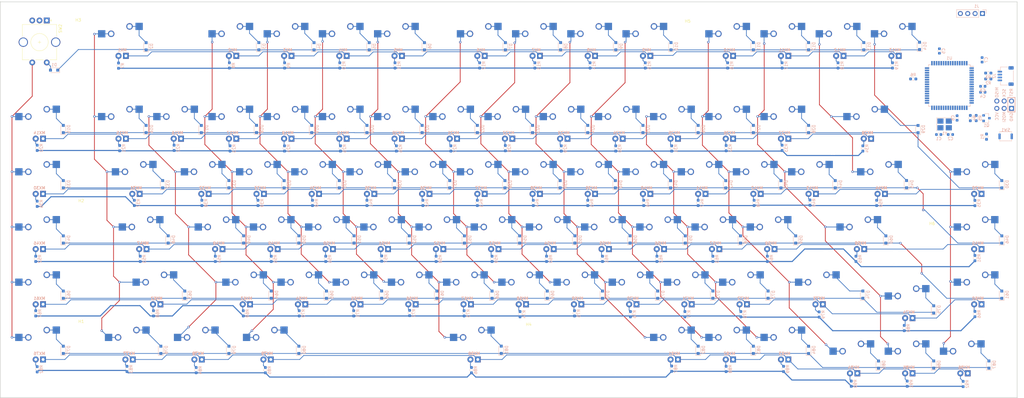
<source format=kicad_pcb>
(kicad_pcb (version 20171130) (host pcbnew "(5.1.9)-1")
  (layers (0 F.Cu signal) (31 B.Cu signal) (34 B.Paste user) (35 F.Paste user) (36 B.SilkS user) (37 F.SilkS user) (38 B.Mask user) (39 F.Mask user) (44 Edge.Cuts user))
  (net 0 "")
  (net 1 GND)
  (net 2 "Net-(C1-Pad1)")
  (net 3 "Net-(C2-Pad2)")
  (net 4 "Net-(C3-Pad1)")
  (net 5 +5V)
  (net 6 "Net-(D1-Pad2)")
  (net 7 row0)
  (net 8 "Net-(D2-Pad2)")
  (net 9 "Net-(D3-Pad2)")
  (net 10 "Net-(D4-Pad2)")
  (net 11 "Net-(D5-Pad2)")
  (net 12 "Net-(D6-Pad2)")
  (net 13 "Net-(D7-Pad2)")
  (net 14 "Net-(D8-Pad2)")
  (net 15 "Net-(D9-Pad2)")
  (net 16 "Net-(D10-Pad2)")
  (net 17 "Net-(D11-Pad2)")
  (net 18 "Net-(D12-Pad2)")
  (net 19 "Net-(D13-Pad2)")
  (net 20 "Net-(D14-Pad2)")
  (net 21 "Net-(D15-Pad2)")
  (net 22 row1)
  (net 23 "Net-(D16-Pad2)")
  (net 24 "Net-(D17-Pad2)")
  (net 25 "Net-(D18-Pad2)")
  (net 26 "Net-(D19-Pad2)")
  (net 27 "Net-(D20-Pad2)")
  (net 28 "Net-(D21-Pad2)")
  (net 29 "Net-(D22-Pad2)")
  (net 30 "Net-(D23-Pad2)")
  (net 31 "Net-(D24-Pad2)")
  (net 32 "Net-(D25-Pad2)")
  (net 33 "Net-(D26-Pad2)")
  (net 34 "Net-(D27-Pad2)")
  (net 35 "Net-(D28-Pad2)")
  (net 36 "Net-(D29-Pad2)")
  (net 37 "Net-(D30-Pad2)")
  (net 38 "Net-(D31-Pad2)")
  (net 39 row2)
  (net 40 "Net-(D32-Pad2)")
  (net 41 "Net-(D33-Pad2)")
  (net 42 "Net-(D34-Pad2)")
  (net 43 "Net-(D35-Pad2)")
  (net 44 "Net-(D36-Pad2)")
  (net 45 "Net-(D37-Pad2)")
  (net 46 "Net-(D38-Pad2)")
  (net 47 "Net-(D39-Pad2)")
  (net 48 "Net-(D40-Pad2)")
  (net 49 "Net-(D41-Pad2)")
  (net 50 "Net-(D42-Pad2)")
  (net 51 "Net-(D43-Pad2)")
  (net 52 "Net-(D44-Pad2)")
  (net 53 "Net-(D45-Pad2)")
  (net 54 "Net-(D46-Pad2)")
  (net 55 "Net-(D47-Pad2)")
  (net 56 row3)
  (net 57 "Net-(D48-Pad2)")
  (net 58 "Net-(D49-Pad2)")
  (net 59 "Net-(D50-Pad2)")
  (net 60 "Net-(D51-Pad2)")
  (net 61 "Net-(D52-Pad2)")
  (net 62 "Net-(D53-Pad2)")
  (net 63 "Net-(D54-Pad2)")
  (net 64 "Net-(D55-Pad2)")
  (net 65 "Net-(D56-Pad2)")
  (net 66 "Net-(D57-Pad2)")
  (net 67 "Net-(D58-Pad2)")
  (net 68 "Net-(D59-Pad2)")
  (net 69 "Net-(D60-Pad2)")
  (net 70 "Net-(D61-Pad2)")
  (net 71 "Net-(D62-Pad2)")
  (net 72 row4)
  (net 73 "Net-(D63-Pad2)")
  (net 74 "Net-(D64-Pad2)")
  (net 75 "Net-(D65-Pad2)")
  (net 76 "Net-(D66-Pad2)")
  (net 77 "Net-(D67-Pad2)")
  (net 78 "Net-(D68-Pad2)")
  (net 79 "Net-(D69-Pad2)")
  (net 80 "Net-(D70-Pad2)")
  (net 81 "Net-(D71-Pad2)")
  (net 82 "Net-(D72-Pad2)")
  (net 83 "Net-(D73-Pad2)")
  (net 84 "Net-(D74-Pad2)")
  (net 85 "Net-(D75-Pad2)")
  (net 86 "Net-(D77-Pad2)")
  (net 87 row5)
  (net 88 "Net-(D78-Pad2)")
  (net 89 "Net-(D79-Pad2)")
  (net 90 "Net-(D80-Pad2)")
  (net 91 "Net-(D81-Pad2)")
  (net 92 "Net-(D82-Pad2)")
  (net 93 "Net-(D83-Pad2)")
  (net 94 "Net-(D84-Pad2)")
  (net 95 "Net-(D85-Pad2)")
  (net 96 "Net-(D86-Pad2)")
  (net 97 "Net-(D87-Pad2)")
  (net 98 SCL)
  (net 99 SDA)
  (net 100 D+)
  (net 101 D-)
  (net 102 RESET)
  (net 103 "Net-(J3-Pad4)")
  (net 104 "Net-(J3-Pad3)")
  (net 105 "Net-(J3-Pad1)")
  (net 106 "Net-(MX1-Pad3)")
  (net 107 LEGEND)
  (net 108 col1)
  (net 109 "Net-(MX2-Pad3)")
  (net 110 col3)
  (net 111 "Net-(MX3-Pad3)")
  (net 112 col4)
  (net 113 "Net-(MX4-Pad3)")
  (net 114 col5)
  (net 115 "Net-(MX5-Pad3)")
  (net 116 col6)
  (net 117 "Net-(MX6-Pad3)")
  (net 118 col7)
  (net 119 "Net-(MX7-Pad3)")
  (net 120 col8)
  (net 121 "Net-(MX8-Pad3)")
  (net 122 col9)
  (net 123 "Net-(MX9-Pad3)")
  (net 124 col10)
  (net 125 "Net-(MX10-Pad3)")
  (net 126 col12)
  (net 127 "Net-(MX11-Pad3)")
  (net 128 col13)
  (net 129 "Net-(MX12-Pad3)")
  (net 130 col14)
  (net 131 "Net-(MX13-Pad3)")
  (net 132 col15)
  (net 133 "Net-(MX14-Pad3)")
  (net 134 col0)
  (net 135 "Net-(MX15-Pad3)")
  (net 136 "Net-(MX16-Pad3)")
  (net 137 col2)
  (net 138 "Net-(MX17-Pad3)")
  (net 139 "Net-(MX18-Pad3)")
  (net 140 "Net-(MX19-Pad3)")
  (net 141 "Net-(MX20-Pad3)")
  (net 142 "Net-(MX21-Pad3)")
  (net 143 "Net-(MX22-Pad3)")
  (net 144 "Net-(MX23-Pad3)")
  (net 145 "Net-(MX24-Pad3)")
  (net 146 "Net-(MX25-Pad3)")
  (net 147 col11)
  (net 148 "Net-(MX26-Pad3)")
  (net 149 "Net-(MX27-Pad3)")
  (net 150 "Net-(MX28-Pad3)")
  (net 151 "Net-(MX29-Pad3)")
  (net 152 "Net-(MX30-Pad3)")
  (net 153 "Net-(MX31-Pad3)")
  (net 154 "Net-(MX32-Pad3)")
  (net 155 "Net-(MX33-Pad3)")
  (net 156 "Net-(MX34-Pad3)")
  (net 157 "Net-(MX35-Pad3)")
  (net 158 "Net-(MX36-Pad3)")
  (net 159 "Net-(MX37-Pad3)")
  (net 160 "Net-(MX38-Pad3)")
  (net 161 "Net-(MX39-Pad3)")
  (net 162 "Net-(MX40-Pad3)")
  (net 163 "Net-(MX41-Pad3)")
  (net 164 "Net-(MX42-Pad3)")
  (net 165 "Net-(MX43-Pad3)")
  (net 166 "Net-(MX44-Pad3)")
  (net 167 "Net-(MX45-Pad3)")
  (net 168 "Net-(MX46-Pad3)")
  (net 169 "Net-(MX47-Pad3)")
  (net 170 "Net-(MX48-Pad3)")
  (net 171 "Net-(MX49-Pad3)")
  (net 172 "Net-(MX50-Pad3)")
  (net 173 "Net-(MX51-Pad3)")
  (net 174 "Net-(MX52-Pad3)")
  (net 175 "Net-(MX53-Pad3)")
  (net 176 "Net-(MX54-Pad3)")
  (net 177 "Net-(MX55-Pad3)")
  (net 178 "Net-(MX56-Pad3)")
  (net 179 "Net-(MX57-Pad3)")
  (net 180 "Net-(MX58-Pad3)")
  (net 181 "Net-(MX59-Pad3)")
  (net 182 "Net-(MX60-Pad3)")
  (net 183 "Net-(MX61-Pad3)")
  (net 184 "Net-(MX62-Pad3)")
  (net 185 "Net-(MX63-Pad3)")
  (net 186 "Net-(MX64-Pad3)")
  (net 187 "Net-(MX65-Pad3)")
  (net 188 "Net-(MX66-Pad3)")
  (net 189 "Net-(MX67-Pad3)")
  (net 190 "Net-(MX68-Pad3)")
  (net 191 "Net-(MX69-Pad3)")
  (net 192 "Net-(MX70-Pad3)")
  (net 193 "Net-(MX71-Pad3)")
  (net 194 "Net-(MX72-Pad3)")
  (net 195 "Net-(MX73-Pad3)")
  (net 196 "Net-(MX74-Pad3)")
  (net 197 "Net-(MX76-Pad3)")
  (net 198 "Net-(MX77-Pad3)")
  (net 199 "Net-(MX78-Pad3)")
  (net 200 "Net-(MX79-Pad3)")
  (net 201 "Net-(MX80-Pad3)")
  (net 202 "Net-(MX81-Pad3)")
  (net 203 "Net-(MX82-Pad3)")
  (net 204 "Net-(MX83-Pad3)")
  (net 205 "Net-(MX84-Pad3)")
  (net 206 "Net-(MX85-Pad3)")
  (net 207 "Net-(MX86-Pad3)")
  (net 208 "Net-(R4-Pad2)")
  (net 209 "Net-(R6-Pad1)")
  (net 210 A1)
  (net 211 B1)
  (net 212 "Net-(U1-Pad62)")
  (net 213 "Net-(U1-Pad61)")
  (net 214 "Net-(U1-Pad60)")
  (net 215 "Net-(U1-Pad59)")
  (net 216 "Net-(U1-Pad58)")
  (net 217 "Net-(U1-Pad57)")
  (net 218 "Net-(U1-Pad56)")
  (net 219 "Net-(U1-Pad55)")
  (net 220 "Net-(U1-Pad54)")
  (net 221 "Net-(U1-Pad51)")
  (net 222 "Net-(U1-Pad50)")
  (net 223 "Net-(U1-Pad49)")
  (net 224 "Net-(U1-Pad48)")
  (net 225 "Net-(U1-Pad47)")
  (net 226 "Net-(U1-Pad46)")
  (net 227 "Net-(U1-Pad45)")
  (net 228 "Net-(U1-Pad44)")
  (net 229 "Net-(U1-Pad42)")
  (net 230 "Net-(U1-Pad41)")
  (net 231 "Net-(U1-Pad40)")
  (net 232 "Net-(U1-Pad39)")
  (net 233 "Net-(U1-Pad38)")
  (net 234 "Net-(U1-Pad37)")
  (net 235 "Net-(U1-Pad36)")
  (net 236 "Net-(U1-Pad35)")
  (net 237 "Net-(U1-Pad34)")
  (net 238 "Net-(U1-Pad33)")
  (net 239 "Net-(U1-Pad32)")
  (net 240 "Net-(U1-Pad31)")
  (net 241 "Net-(U1-Pad30)")
  (net 242 "Net-(U1-Pad29)")
  (net 243 "Net-(U1-Pad28)")
  (net 244 "Net-(U1-Pad27)")
  (net 245 "Net-(U1-Pad19)")
  (net 246 "Net-(U1-Pad18)")
  (net 247 "Net-(U1-Pad16)")
  (net 248 "Net-(U1-Pad10)")
  (net 249 "Net-(U1-Pad9)")
  (net 250 "Net-(U1-Pad2)")
  (net 251 "Net-(U1-Pad1)")
  (net 252 "Net-(Q1-Pad1)")
  (net 253 /MCU_D+)
  (net 254 /MCU_D-)
  (module Package_QFP:TQFP-64_14x14mm_P0.8mm (layer B.Cu) (at 347.345 51.02225 180)
    (fp_text reference U1 (at 0 9.45) (layer B.SilkS) (effects (justify mirror)))
    (fp_text value AT90USB1286-AU)
    (pad 64 smd rect (at -6 7.7 90) (size 1.5 0.55) (layers B.Cu B.Paste B.Mask) (net 5 +5V))
    (pad 63 smd rect (at -5.2 7.7 90) (size 1.5 0.55) (layers B.Cu B.Paste B.Mask) (net 1 GND))
    (pad 62 smd rect (at -4.4 7.7 90) (size 1.5 0.55) (layers B.Cu B.Paste B.Mask) (net 212 "Net-(U1-Pad62)"))
    (pad 61 smd rect (at -3.6 7.7 90) (size 1.5 0.55) (layers B.Cu B.Paste B.Mask) (net 213 "Net-(U1-Pad61)"))
    (pad 60 smd rect (at -2.8 7.7 90) (size 1.5 0.55) (layers B.Cu B.Paste B.Mask) (net 214 "Net-(U1-Pad60)"))
    (pad 59 smd rect (at -2 7.7 90) (size 1.5 0.55) (layers B.Cu B.Paste B.Mask) (net 215 "Net-(U1-Pad59)"))
    (pad 58 smd rect (at -1.2 7.7 90) (size 1.5 0.55) (layers B.Cu B.Paste B.Mask) (net 216 "Net-(U1-Pad58)"))
    (pad 57 smd rect (at -0.4 7.7 90) (size 1.5 0.55) (layers B.Cu B.Paste B.Mask) (net 217 "Net-(U1-Pad57)"))
    (pad 56 smd rect (at 0.4 7.7 90) (size 1.5 0.55) (layers B.Cu B.Paste B.Mask) (net 218 "Net-(U1-Pad56)"))
    (pad 55 smd rect (at 1.2 7.7 90) (size 1.5 0.55) (layers B.Cu B.Paste B.Mask) (net 219 "Net-(U1-Pad55)"))
    (pad 54 smd rect (at 2 7.7 90) (size 1.5 0.55) (layers B.Cu B.Paste B.Mask) (net 220 "Net-(U1-Pad54)"))
    (pad 53 smd rect (at 2.8 7.7 90) (size 1.5 0.55) (layers B.Cu B.Paste B.Mask) (net 1 GND))
    (pad 52 smd rect (at 3.6 7.7 90) (size 1.5 0.55) (layers B.Cu B.Paste B.Mask) (net 5 +5V))
    (pad 51 smd rect (at 4.4 7.7 90) (size 1.5 0.55) (layers B.Cu B.Paste B.Mask) (net 221 "Net-(U1-Pad51)"))
    (pad 50 smd rect (at 5.2 7.7 90) (size 1.5 0.55) (layers B.Cu B.Paste B.Mask) (net 222 "Net-(U1-Pad50)"))
    (pad 49 smd rect (at 6 7.7 90) (size 1.5 0.55) (layers B.Cu B.Paste B.Mask) (net 223 "Net-(U1-Pad49)"))
    (pad 48 smd rect (at 7.7 6 180) (size 1.5 0.55) (layers B.Cu B.Paste B.Mask) (net 224 "Net-(U1-Pad48)"))
    (pad 47 smd rect (at 7.7 5.2 180) (size 1.5 0.55) (layers B.Cu B.Paste B.Mask) (net 225 "Net-(U1-Pad47)"))
    (pad 46 smd rect (at 7.7 4.4 180) (size 1.5 0.55) (layers B.Cu B.Paste B.Mask) (net 226 "Net-(U1-Pad46)"))
    (pad 45 smd rect (at 7.7 3.6 180) (size 1.5 0.55) (layers B.Cu B.Paste B.Mask) (net 227 "Net-(U1-Pad45)"))
    (pad 44 smd rect (at 7.7 2.8 180) (size 1.5 0.55) (layers B.Cu B.Paste B.Mask) (net 228 "Net-(U1-Pad44)"))
    (pad 43 smd rect (at 7.7 2 180) (size 1.5 0.55) (layers B.Cu B.Paste B.Mask) (net 209 "Net-(R6-Pad1)"))
    (pad 42 smd rect (at 7.7 1.2 180) (size 1.5 0.55) (layers B.Cu B.Paste B.Mask) (net 229 "Net-(U1-Pad42)"))
    (pad 41 smd rect (at 7.7 0.4 180) (size 1.5 0.55) (layers B.Cu B.Paste B.Mask) (net 230 "Net-(U1-Pad41)"))
    (pad 40 smd rect (at 7.7 -0.4 180) (size 1.5 0.55) (layers B.Cu B.Paste B.Mask) (net 231 "Net-(U1-Pad40)"))
    (pad 39 smd rect (at 7.7 -1.2 180) (size 1.5 0.55) (layers B.Cu B.Paste B.Mask) (net 232 "Net-(U1-Pad39)"))
    (pad 38 smd rect (at 7.7 -2 180) (size 1.5 0.55) (layers B.Cu B.Paste B.Mask) (net 233 "Net-(U1-Pad38)"))
    (pad 37 smd rect (at 7.7 -2.8 180) (size 1.5 0.55) (layers B.Cu B.Paste B.Mask) (net 234 "Net-(U1-Pad37)"))
    (pad 36 smd rect (at 7.7 -3.6 180) (size 1.5 0.55) (layers B.Cu B.Paste B.Mask) (net 235 "Net-(U1-Pad36)"))
    (pad 35 smd rect (at 7.7 -4.4 180) (size 1.5 0.55) (layers B.Cu B.Paste B.Mask) (net 236 "Net-(U1-Pad35)"))
    (pad 34 smd rect (at 7.7 -5.2 180) (size 1.5 0.55) (layers B.Cu B.Paste B.Mask) (net 237 "Net-(U1-Pad34)"))
    (pad 33 smd rect (at 7.7 -6 180) (size 1.5 0.55) (layers B.Cu B.Paste B.Mask) (net 238 "Net-(U1-Pad33)"))
    (pad 32 smd rect (at 6 -7.7 90) (size 1.5 0.55) (layers B.Cu B.Paste B.Mask) (net 239 "Net-(U1-Pad32)"))
    (pad 31 smd rect (at 5.2 -7.7 90) (size 1.5 0.55) (layers B.Cu B.Paste B.Mask) (net 240 "Net-(U1-Pad31)"))
    (pad 30 smd rect (at 4.4 -7.7 90) (size 1.5 0.55) (layers B.Cu B.Paste B.Mask) (net 241 "Net-(U1-Pad30)"))
    (pad 29 smd rect (at 3.6 -7.7 90) (size 1.5 0.55) (layers B.Cu B.Paste B.Mask) (net 242 "Net-(U1-Pad29)"))
    (pad 28 smd rect (at 2.8 -7.7 90) (size 1.5 0.55) (layers B.Cu B.Paste B.Mask) (net 243 "Net-(U1-Pad28)"))
    (pad 27 smd rect (at 2 -7.7 90) (size 1.5 0.55) (layers B.Cu B.Paste B.Mask) (net 244 "Net-(U1-Pad27)"))
    (pad 26 smd rect (at 1.2 -7.7 90) (size 1.5 0.55) (layers B.Cu B.Paste B.Mask) (net 99 SDA))
    (pad 25 smd rect (at 0.4 -7.7 90) (size 1.5 0.55) (layers B.Cu B.Paste B.Mask) (net 98 SCL))
    (pad 24 smd rect (at -0.4 -7.7 90) (size 1.5 0.55) (layers B.Cu B.Paste B.Mask) (net 2 "Net-(C1-Pad1)"))
    (pad 23 smd rect (at -1.2 -7.7 90) (size 1.5 0.55) (layers B.Cu B.Paste B.Mask) (net 3 "Net-(C2-Pad2)"))
    (pad 22 smd rect (at -2 -7.7 90) (size 1.5 0.55) (layers B.Cu B.Paste B.Mask) (net 1 GND))
    (pad 21 smd rect (at -2.8 -7.7 90) (size 1.5 0.55) (layers B.Cu B.Paste B.Mask) (net 5 +5V))
    (pad 20 smd rect (at -3.6 -7.7 90) (size 1.5 0.55) (layers B.Cu B.Paste B.Mask) (net 102 RESET))
    (pad 19 smd rect (at -4.4 -7.7 90) (size 1.5 0.55) (layers B.Cu B.Paste B.Mask) (net 245 "Net-(U1-Pad19)"))
    (pad 18 smd rect (at -5.2 -7.7 90) (size 1.5 0.55) (layers B.Cu B.Paste B.Mask) (net 246 "Net-(U1-Pad18)"))
    (pad 17 smd rect (at -6 -7.7 90) (size 1.5 0.55) (layers B.Cu B.Paste B.Mask) (net 208 "Net-(R4-Pad2)"))
    (pad 16 smd rect (at -7.7 -6 180) (size 1.5 0.55) (layers B.Cu B.Paste B.Mask) (net 247 "Net-(U1-Pad16)"))
    (pad 15 smd rect (at -7.7 -5.2 180) (size 1.5 0.55) (layers B.Cu B.Paste B.Mask) (net 211 B1))
    (pad 14 smd rect (at -7.7 -4.4 180) (size 1.5 0.55) (layers B.Cu B.Paste B.Mask) (net 210 A1))
    (pad 13 smd rect (at -7.7 -3.6 180) (size 1.5 0.55) (layers B.Cu B.Paste B.Mask) (net 105 "Net-(J3-Pad1)"))
    (pad 12 smd rect (at -7.7 -2.8 180) (size 1.5 0.55) (layers B.Cu B.Paste B.Mask) (net 103 "Net-(J3-Pad4)"))
    (pad 11 smd rect (at -7.7 -2 180) (size 1.5 0.55) (layers B.Cu B.Paste B.Mask) (net 104 "Net-(J3-Pad3)"))
    (pad 10 smd rect (at -7.7 -1.2 180) (size 1.5 0.55) (layers B.Cu B.Paste B.Mask) (net 248 "Net-(U1-Pad10)"))
    (pad 9 smd rect (at -7.7 -0.4 180) (size 1.5 0.55) (layers B.Cu B.Paste B.Mask) (net 249 "Net-(U1-Pad9)"))
    (pad 8 smd rect (at -7.7 0.4 180) (size 1.5 0.55) (layers B.Cu B.Paste B.Mask) (net 5 +5V))
    (pad 7 smd rect (at -7.7 1.2 180) (size 1.5 0.55) (layers B.Cu B.Paste B.Mask) (net 4 "Net-(C3-Pad1)"))
    (pad 6 smd rect (at -7.7 2 180) (size 1.5 0.55) (layers B.Cu B.Paste B.Mask) (net 1 GND))
    (pad 5 smd rect (at -7.7 2.8 180) (size 1.5 0.55) (layers B.Cu B.Paste B.Mask) (net 253 /MCU_D+))
    (pad 4 smd rect (at -7.7 3.6 180) (size 1.5 0.55) (layers B.Cu B.Paste B.Mask) (net 254 /MCU_D-))
    (pad 3 smd rect (at -7.7 4.4 180) (size 1.5 0.55) (layers B.Cu B.Paste B.Mask) (net 5 +5V))
    (pad 2 smd rect (at -7.7 5.2 180) (size 1.5 0.55) (layers B.Cu B.Paste B.Mask) (net 250 "Net-(U1-Pad2)"))
    (pad 1 smd rect (at -7.7 6 180) (size 1.5 0.55) (layers B.Cu B.Paste B.Mask) (net 251 "Net-(U1-Pad1)"))
  )
  (module Capacitor_SMD:C_0603_1608Metric (layer B.Cu) (at 350.012 62.243 270)
    (fp_text reference C6 (at 0 1.43 90) (layer B.SilkS) (effects (justify mirror)))
    (fp_text value 0.1uF)
    (pad 2 smd roundrect (at 0.775 0 270) (size 0.9 0.95) (layers B.Cu B.Paste B.Mask) (net 1 GND))
    (pad 1 smd roundrect (at -0.775 0 270) (size 0.9 0.95) (layers B.Cu B.Paste B.Mask) (net 5 +5V))
  )
  (module Connector_JST:JST_SH_SM04B-SRSS-TB_1x04-1MP_P1.00mm_Horizontal (layer B.Cu) (at 366.776 47.752 270)
    (fp_text reference J2 (at 0 3.98 90) (layer B.SilkS) (effects (justify mirror)))
    (fp_text value Conn_01x04)
    (pad MP smd roundrect (at 2.8 -1.875 270) (size 1.2 1.8) (layers B.Cu B.Paste B.Mask) (roundrect_rratio 0.208333))
    (pad MP smd roundrect (at -2.8 -1.875 270) (size 1.2 1.8) (layers B.Cu B.Paste B.Mask) (roundrect_rratio 0.208333))
    (pad 4 smd roundrect (at 1.5 2 270) (size 0.6 1.55) (layers B.Cu B.Paste B.Mask) (net 1 GND))
    (pad 3 smd roundrect (at 0.5 2 270) (size 0.6 1.55) (layers B.Cu B.Paste B.Mask) (net 100 D+))
    (pad 2 smd roundrect (at -0.5 2 270) (size 0.6 1.55) (layers B.Cu B.Paste B.Mask) (net 101 D-))
    (pad 1 smd roundrect (at -1.5 2 270) (size 0.6 1.55) (layers B.Cu B.Paste B.Mask) (net 5 +5V))
  )
  (module Button_Switch_SMD:SW_Push_SPST_NO_Alps_SKRK (layer B.Cu) (at 366.776 68.58 180)
    (fp_text reference SW1 (at 0 2.25) (layer B.SilkS) (effects (justify mirror)))
    (fp_text value SW_Push)
    (pad 1 smd roundrect (at -2.1 0 180) (size 0.8 2) (layers B.Cu B.Paste B.Mask) (net 1 GND))
    (pad 2 smd roundrect (at 2.1 0 180) (size 0.8 2) (layers B.Cu B.Paste B.Mask) (net 102 RESET))
  )
  (module Connector_PinSocket_2.54mm:PinSocket_1x04_P2.54mm_Vertical (layer B.Cu) (at 358.775 26.19375 90)
    (fp_text reference J1 (at 2.54 -2.032) (layer B.SilkS) (effects (justify mirror)))
    (fp_text value Conn_01x04)
    (pad 4 thru_hole oval (at 0 -7.62 90) (size 1.7 1.7) (drill 1) (layers *.Cu *.Mask) (net 1 GND))
    (pad 3 thru_hole oval (at 0 -5.08 90) (size 1.7 1.7) (drill 1) (layers *.Cu *.Mask) (net 5 +5V))
    (pad 2 thru_hole oval (at 0 -2.54 90) (size 1.7 1.7) (drill 1) (layers *.Cu *.Mask) (net 98 SCL))
    (pad 1 thru_hole rect (at 0 0 90) (size 1.7 1.7) (drill 1) (layers *.Cu *.Mask) (net 99 SDA))
  )
  (module MX_Only:MXOnly-1.75U-Hotswap (layer F.Cu) (at 302.41875 121.44375)
    (fp_text reference MX73)
    (fp_text value MX-LED)
    (fp_text user %R (at 0 3.048) (layer B.SilkS) (effects (justify mirror)))
    (fp_text user %R (at 0 3.048) (layer B.SilkS) (effects (justify mirror)))
    (fp_text user %R (at 0 3.048) (layer B.SilkS) (effects (justify mirror)))
    (fp_text user %R (at 0 3.048) (layer B.SilkS) (effects (justify mirror)))
    (pad 4 thru_hole rect (at 1.27 5.08) (size 2 2.1) (drill 1) (layers *.Cu *.Mask) (net 107 LEGEND))
    (pad 3 thru_hole circle (at -1.27 5.08) (size 2.1 2.1) (drill 1) (layers *.Cu *.Mask) (net 195 "Net-(MX73-Pad3)"))
    (pad 2 smd rect (at 5.842 -5.08) (size 2.55 2.5) (layers B.Cu B.Paste B.Mask) (net 84 "Net-(D74-Pad2)"))
    (pad 1 smd rect (at -7.085 -2.54) (size 2.55 2.5) (layers B.Cu B.Paste B.Mask) (net 126 col12))
    (pad "" np_thru_hole circle (at 5.08 0 48.0996) (size 1.75 1.75) (drill 1.75) (layers *.Cu *.Mask))
    (pad "" np_thru_hole circle (at -5.08 0 48.0996) (size 1.75 1.75) (drill 1.75) (layers *.Cu *.Mask))
    (pad 1 thru_hole circle (at -3.81 -2.54) (size 2.25 2.25) (drill 1.47) (layers *.Cu *.Mask) (net 126 col12))
    (pad "" np_thru_hole circle (at 0 0) (size 3.9878 3.9878) (drill 3.9878) (layers *.Cu *.Mask))
    (pad 2 thru_hole circle (at 2.54 -5.08) (size 2.25 2.25) (drill 1.47) (layers *.Cu *.Mask) (net 84 "Net-(D74-Pad2)"))
  )
  (module MX_Only:MXOnly-2.25U-Hotswap (layer F.Cu) (at 316.70625 102.39375)
    (fp_text reference MX59)
    (fp_text value MX-LED)
    (fp_text user %R (at 0 3.048) (layer B.SilkS) (effects (justify mirror)))
    (fp_text user %R (at 0 3.048) (layer B.SilkS) (effects (justify mirror)))
    (fp_text user %R (at 0 3.048) (layer B.SilkS) (effects (justify mirror)))
    (fp_text user %R (at 0 3.048) (layer B.SilkS) (effects (justify mirror)))
    (pad 4 thru_hole rect (at 1.27 5.08) (size 2 2.1) (drill 1) (layers *.Cu *.Mask) (net 107 LEGEND))
    (pad 3 thru_hole circle (at -1.27 5.08) (size 2.1 2.1) (drill 1) (layers *.Cu *.Mask) (net 181 "Net-(MX59-Pad3)"))
    (pad "" np_thru_hole circle (at -11.938 8.255) (size 3.9878 3.9878) (drill 3.9878) (layers *.Cu *.Mask))
    (pad "" np_thru_hole circle (at 11.938 8.255) (size 3.9878 3.9878) (drill 3.9878) (layers *.Cu *.Mask))
    (pad "" np_thru_hole circle (at -11.938 -6.985) (size 3.048 3.048) (drill 3.048) (layers *.Cu *.Mask))
    (pad "" np_thru_hole circle (at 11.938 -6.985) (size 3.048 3.048) (drill 3.048) (layers *.Cu *.Mask))
    (pad 2 smd rect (at 5.842 -5.08) (size 2.55 2.5) (layers B.Cu B.Paste B.Mask) (net 69 "Net-(D60-Pad2)"))
    (pad 1 smd rect (at -7.085 -2.54) (size 2.55 2.5) (layers B.Cu B.Paste B.Mask) (net 128 col13))
    (pad "" np_thru_hole circle (at 5.08 0 48.0996) (size 1.75 1.75) (drill 1.75) (layers *.Cu *.Mask))
    (pad "" np_thru_hole circle (at -5.08 0 48.0996) (size 1.75 1.75) (drill 1.75) (layers *.Cu *.Mask))
    (pad 1 thru_hole circle (at -3.81 -2.54) (size 2.25 2.25) (drill 1.47) (layers *.Cu *.Mask) (net 128 col13))
    (pad "" np_thru_hole circle (at 0 0) (size 3.9878 3.9878) (drill 3.9878) (layers *.Cu *.Mask))
    (pad 2 thru_hole circle (at 2.54 -5.08) (size 2.25 2.25) (drill 1.47) (layers *.Cu *.Mask) (net 69 "Net-(D60-Pad2)"))
  )
  (module MX_Only:MXOnly-1U-Hotswap (layer F.Cu) (at 300.0375 83.34375)
    (fp_text reference MX43)
    (fp_text value MX-LED)
    (fp_text user %R (at 0 3.048) (layer B.SilkS) (effects (justify mirror)))
    (fp_text user %R (at 0 3.048) (layer B.SilkS) (effects (justify mirror)))
    (pad 4 thru_hole rect (at 1.27 5.08) (size 2 2.1) (drill 1) (layers *.Cu *.Mask) (net 107 LEGEND))
    (pad 3 thru_hole circle (at -1.27 5.08) (size 2.1 2.1) (drill 1) (layers *.Cu *.Mask) (net 165 "Net-(MX43-Pad3)"))
    (pad 2 smd rect (at 5.842 -5.08) (size 2.55 2.5) (layers B.Cu B.Paste B.Mask) (net 52 "Net-(D44-Pad2)"))
    (pad 1 smd rect (at -7.085 -2.54) (size 2.55 2.5) (layers B.Cu B.Paste B.Mask) (net 128 col13))
    (pad "" np_thru_hole circle (at 5.08 0 48.0996) (size 1.75 1.75) (drill 1.75) (layers *.Cu *.Mask))
    (pad "" np_thru_hole circle (at -5.08 0 48.0996) (size 1.75 1.75) (drill 1.75) (layers *.Cu *.Mask))
    (pad 1 thru_hole circle (at -3.81 -2.54) (size 2.25 2.25) (drill 1.47) (layers *.Cu *.Mask) (net 128 col13))
    (pad "" np_thru_hole circle (at 0 0) (size 3.9878 3.9878) (drill 3.9878) (layers *.Cu *.Mask))
    (pad 2 thru_hole circle (at 2.54 -5.08) (size 2.25 2.25) (drill 1.47) (layers *.Cu *.Mask) (net 52 "Net-(D44-Pad2)"))
  )
  (module MX_Only:MXOnly-2U-Hotswap (layer F.Cu) (at 319.0875 64.29375)
    (fp_text reference MX28)
    (fp_text value MX-LED)
    (fp_text user %R (at 0 3.048) (layer B.SilkS) (effects (justify mirror)))
    (fp_text user %R (at 0 3.048) (layer B.SilkS) (effects (justify mirror)))
    (fp_text user %R (at 0 3.048) (layer B.SilkS) (effects (justify mirror)))
    (pad 4 thru_hole rect (at 1.27 5.08) (size 2 2.1) (drill 1) (layers *.Cu *.Mask) (net 107 LEGEND))
    (pad 3 thru_hole circle (at -1.27 5.08) (size 2.1 2.1) (drill 1) (layers *.Cu *.Mask) (net 150 "Net-(MX28-Pad3)"))
    (pad "" np_thru_hole circle (at -11.938 8.255) (size 3.9878 3.9878) (drill 3.9878) (layers *.Cu *.Mask))
    (pad "" np_thru_hole circle (at 11.938 8.255) (size 3.9878 3.9878) (drill 3.9878) (layers *.Cu *.Mask))
    (pad "" np_thru_hole circle (at -11.938 -6.985) (size 3.048 3.048) (drill 3.048) (layers *.Cu *.Mask))
    (pad "" np_thru_hole circle (at 11.938 -6.985) (size 3.048 3.048) (drill 3.048) (layers *.Cu *.Mask))
    (pad 2 smd rect (at 5.842 -5.08) (size 2.55 2.5) (layers B.Cu B.Paste B.Mask) (net 36 "Net-(D29-Pad2)"))
    (pad 1 smd rect (at -7.085 -2.54) (size 2.55 2.5) (layers B.Cu B.Paste B.Mask) (net 130 col14))
    (pad "" np_thru_hole circle (at 5.08 0 48.0996) (size 1.75 1.75) (drill 1.75) (layers *.Cu *.Mask))
    (pad "" np_thru_hole circle (at -5.08 0 48.0996) (size 1.75 1.75) (drill 1.75) (layers *.Cu *.Mask))
    (pad 1 thru_hole circle (at -3.81 -2.54) (size 2.25 2.25) (drill 1.47) (layers *.Cu *.Mask) (net 130 col14))
    (pad "" np_thru_hole circle (at 0 0) (size 3.9878 3.9878) (drill 3.9878) (layers *.Cu *.Mask))
    (pad 2 thru_hole circle (at 2.54 -5.08) (size 2.25 2.25) (drill 1.47) (layers *.Cu *.Mask) (net 36 "Net-(D29-Pad2)"))
  )
  (module Package_TO_SOT_SMD:SOT-23 (layer B.Cu) (at 360.172 62.2935)
    (fp_text reference Q1 (at 0 2.5) (layer B.SilkS) (effects (justify mirror)))
    (fp_text value AO3400A)
    (pad 3 smd rect (at 1 0) (size 0.9 0.8) (layers B.Cu B.Paste B.Mask) (net 107 LEGEND))
    (pad 2 smd rect (at -1 -0.95) (size 0.9 0.8) (layers B.Cu B.Paste B.Mask) (net 1 GND))
    (pad 1 smd rect (at -1 0.95) (size 0.9 0.8) (layers B.Cu B.Paste B.Mask) (net 252 "Net-(Q1-Pad1)"))
  )
  (module Crystal:Crystal_SMD_3225-4Pin_3.2x2.5mm_HandSoldering (layer B.Cu) (at 345.71525 64.4595)
    (fp_text reference Y1 (at 0 3.05) (layer B.SilkS) (effects (justify mirror)))
    (fp_text value 16Mhz)
    (pad 4 smd rect (at -1.45 1.15) (size 2.1 1.8) (layers B.Cu B.Paste B.Mask) (net 1 GND))
    (pad 3 smd rect (at 1.45 1.15) (size 2.1 1.8) (layers B.Cu B.Paste B.Mask) (net 3 "Net-(C2-Pad2)"))
    (pad 2 smd rect (at 1.45 -1.15) (size 2.1 1.8) (layers B.Cu B.Paste B.Mask) (net 1 GND))
    (pad 1 smd rect (at -1.45 -1.15) (size 2.1 1.8) (layers B.Cu B.Paste B.Mask) (net 2 "Net-(C1-Pad1)"))
  )
  (module Rotary_Encoder:RotaryEncoder_Alps_EC11E-Switch_Vertical_H20mm_CircularMountingHoles (layer F.Cu) (at 35.8775 28.575 270)
    (fp_text reference SW2 (at 2.8 -4.7 90) (layer F.SilkS))
    (fp_text value Rotary_Encoder_Switch)
    (pad A thru_hole rect (at 0 0 270) (size 2 2) (drill 1) (layers *.Cu *.Mask) (net 210 A1))
    (pad C thru_hole circle (at 0 2.5 270) (size 2 2) (drill 1) (layers *.Cu *.Mask) (net 1 GND))
    (pad B thru_hole circle (at 0 5 270) (size 2 2) (drill 1) (layers *.Cu *.Mask) (net 211 B1))
    (pad MP thru_hole circle (at 7.5 -3.1 270) (size 3.2 3.2) (drill 2.6) (layers *.Cu *.Mask))
    (pad MP thru_hole circle (at 7.5 8.1 270) (size 3.2 3.2) (drill 2.6) (layers *.Cu *.Mask))
    (pad S2 thru_hole circle (at 14.5 0 270) (size 2 2) (drill 1) (layers *.Cu *.Mask) (net 6 "Net-(D1-Pad2)"))
    (pad S1 thru_hole circle (at 14.5 5 270) (size 2 2) (drill 1) (layers *.Cu *.Mask) (net 134 col0))
  )
  (module Resistor_SMD:R_0603_1608Metric_Pad0.98x0.95mm_HandSolder (layer B.Cu) (at 352.1075 154.0275 90)
    (fp_text reference R92 (at 0 1.43 90) (layer B.SilkS) (effects (justify mirror)))
    (fp_text value 470)
    (pad 2 smd roundrect (at 0.9125 0 90) (size 0.975 0.95) (layers B.Cu B.Paste B.Mask) (net 207 "Net-(MX86-Pad3)"))
    (pad 1 smd roundrect (at -0.9125 0 90) (size 0.975 0.95) (layers B.Cu B.Paste B.Mask) (net 5 +5V))
  )
  (module Resistor_SMD:R_0603_1608Metric_Pad0.98x0.95mm_HandSolder (layer B.Cu) (at 332.8035 153.924 90)
    (fp_text reference R91 (at 0 1.43 90) (layer B.SilkS) (effects (justify mirror)))
    (fp_text value 470)
    (pad 2 smd roundrect (at 0.9125 0 90) (size 0.975 0.95) (layers B.Cu B.Paste B.Mask) (net 206 "Net-(MX85-Pad3)"))
    (pad 1 smd roundrect (at -0.9125 0 90) (size 0.975 0.95) (layers B.Cu B.Paste B.Mask) (net 5 +5V))
  )
  (module Resistor_SMD:R_0603_1608Metric_Pad0.98x0.95mm_HandSolder (layer B.Cu) (at 313.4995 153.924 90)
    (fp_text reference R90 (at 0 1.43 90) (layer B.SilkS) (effects (justify mirror)))
    (fp_text value 470)
    (pad 2 smd roundrect (at 0.9125 0 90) (size 0.975 0.95) (layers B.Cu B.Paste B.Mask) (net 205 "Net-(MX84-Pad3)"))
    (pad 1 smd roundrect (at -0.9125 0 90) (size 0.975 0.95) (layers B.Cu B.Paste B.Mask) (net 5 +5V))
  )
  (module Resistor_SMD:R_0603_1608Metric_Pad0.98x0.95mm_HandSolder (layer B.Cu) (at 290.1315 148.844 90)
    (fp_text reference R89 (at 0 1.43 90) (layer B.SilkS) (effects (justify mirror)))
    (fp_text value 470)
    (pad 2 smd roundrect (at 0.9125 0 90) (size 0.975 0.95) (layers B.Cu B.Paste B.Mask) (net 204 "Net-(MX83-Pad3)"))
    (pad 1 smd roundrect (at -0.9125 0 90) (size 0.975 0.95) (layers B.Cu B.Paste B.Mask) (net 5 +5V))
  )
  (module Resistor_SMD:R_0603_1608Metric_Pad0.98x0.95mm_HandSolder (layer B.Cu) (at 270.3195 148.844 90)
    (fp_text reference R88 (at 0 1.43 90) (layer B.SilkS) (effects (justify mirror)))
    (fp_text value 470)
    (pad 2 smd roundrect (at 0.9125 0 90) (size 0.975 0.95) (layers B.Cu B.Paste B.Mask) (net 203 "Net-(MX82-Pad3)"))
    (pad 1 smd roundrect (at -0.9125 0 90) (size 0.975 0.95) (layers B.Cu B.Paste B.Mask) (net 5 +5V))
  )
  (module Resistor_SMD:R_0603_1608Metric_Pad0.98x0.95mm_HandSolder (layer B.Cu) (at 251.5235 148.7405 90)
    (fp_text reference R87 (at 0 1.43 90) (layer B.SilkS) (effects (justify mirror)))
    (fp_text value 470)
    (pad 2 smd roundrect (at 0.9125 0 90) (size 0.975 0.95) (layers B.Cu B.Paste B.Mask) (net 202 "Net-(MX81-Pad3)"))
    (pad 1 smd roundrect (at -0.9125 0 90) (size 0.975 0.95) (layers B.Cu B.Paste B.Mask) (net 5 +5V))
  )
  (module Resistor_SMD:R_0603_1608Metric_Pad0.98x0.95mm_HandSolder (layer B.Cu) (at 182.4355 149.2485 90)
    (fp_text reference R86 (at 0 1.43 90) (layer B.SilkS) (effects (justify mirror)))
    (fp_text value 470)
    (pad 2 smd roundrect (at 0.9125 0 90) (size 0.975 0.95) (layers B.Cu B.Paste B.Mask) (net 201 "Net-(MX80-Pad3)"))
    (pad 1 smd roundrect (at -0.9125 0 90) (size 0.975 0.95) (layers B.Cu B.Paste B.Mask) (net 5 +5V))
  )
  (module Resistor_SMD:R_0603_1608Metric_Pad0.98x0.95mm_HandSolder (layer B.Cu) (at 111.3155 149.2485 90)
    (fp_text reference R85 (at 0 1.43 90) (layer B.SilkS) (effects (justify mirror)))
    (fp_text value 470)
    (pad 2 smd roundrect (at 0.9125 0 90) (size 0.975 0.95) (layers B.Cu B.Paste B.Mask) (net 200 "Net-(MX79-Pad3)"))
    (pad 1 smd roundrect (at -0.9125 0 90) (size 0.975 0.95) (layers B.Cu B.Paste B.Mask) (net 5 +5V))
  )
  (module Resistor_SMD:R_0603_1608Metric_Pad0.98x0.95mm_HandSolder (layer B.Cu) (at 87.4395 149.2485 90)
    (fp_text reference R84 (at 0 1.43 90) (layer B.SilkS) (effects (justify mirror)))
    (fp_text value 470)
    (pad 2 smd roundrect (at 0.9125 0 90) (size 0.975 0.95) (layers B.Cu B.Paste B.Mask) (net 199 "Net-(MX78-Pad3)"))
    (pad 1 smd roundrect (at -0.9125 0 90) (size 0.975 0.95) (layers B.Cu B.Paste B.Mask) (net 5 +5V))
  )
  (module Resistor_SMD:R_0603_1608Metric_Pad0.98x0.95mm_HandSolder (layer B.Cu) (at 63.5635 148.844 90)
    (fp_text reference R83 (at 0 1.43 90) (layer B.SilkS) (effects (justify mirror)))
    (fp_text value 470)
    (pad 2 smd roundrect (at 0.9125 0 90) (size 0.975 0.95) (layers B.Cu B.Paste B.Mask) (net 198 "Net-(MX77-Pad3)"))
    (pad 1 smd roundrect (at -0.9125 0 90) (size 0.975 0.95) (layers B.Cu B.Paste B.Mask) (net 5 +5V))
  )
  (module Resistor_SMD:R_0603_1608Metric_Pad0.98x0.95mm_HandSolder (layer B.Cu) (at 32.5755 148.9475 90)
    (fp_text reference R82 (at 0 1.43 90) (layer B.SilkS) (effects (justify mirror)))
    (fp_text value 470)
    (pad 2 smd roundrect (at 0.9125 0 90) (size 0.975 0.95) (layers B.Cu B.Paste B.Mask) (net 197 "Net-(MX76-Pad3)"))
    (pad 1 smd roundrect (at -0.9125 0 90) (size 0.975 0.95) (layers B.Cu B.Paste B.Mask) (net 5 +5V))
  )
  (module Resistor_SMD:R_0603_1608Metric_Pad0.98x0.95mm_HandSolder (layer B.Cu) (at 331.7875 134.7235 90)
    (fp_text reference R80 (at 0 1.43 90) (layer B.SilkS) (effects (justify mirror)))
    (fp_text value 470)
    (pad 2 smd roundrect (at 0.9125 0 90) (size 0.975 0.95) (layers B.Cu B.Paste B.Mask) (net 196 "Net-(MX74-Pad3)"))
    (pad 1 smd roundrect (at -0.9125 0 90) (size 0.975 0.95) (layers B.Cu B.Paste B.Mask) (net 5 +5V))
  )
  (module Resistor_SMD:R_0603_1608Metric_Pad0.98x0.95mm_HandSolder (layer B.Cu) (at 302.41875 130.048 90)
    (fp_text reference R79 (at 0 1.43 90) (layer B.SilkS) (effects (justify mirror)))
    (fp_text value 470)
    (pad 2 smd roundrect (at 0.9125 0 90) (size 0.975 0.95) (layers B.Cu B.Paste B.Mask) (net 195 "Net-(MX73-Pad3)"))
    (pad 1 smd roundrect (at -0.9125 0 90) (size 0.975 0.95) (layers B.Cu B.Paste B.Mask) (net 5 +5V))
  )
  (module Resistor_SMD:R_0603_1608Metric_Pad0.98x0.95mm_HandSolder (layer B.Cu) (at 275.3995 129.9445 90)
    (fp_text reference R78 (at 0 1.43 90) (layer B.SilkS) (effects (justify mirror)))
    (fp_text value 470)
    (pad 2 smd roundrect (at 0.9125 0 90) (size 0.975 0.95) (layers B.Cu B.Paste B.Mask) (net 194 "Net-(MX72-Pad3)"))
    (pad 1 smd roundrect (at -0.9125 0 90) (size 0.975 0.95) (layers B.Cu B.Paste B.Mask) (net 5 +5V))
  )
  (module Resistor_SMD:R_0603_1608Metric_Pad0.98x0.95mm_HandSolder (layer B.Cu) (at 256.0955 129.9445 90)
    (fp_text reference R77 (at 0 1.43 90) (layer B.SilkS) (effects (justify mirror)))
    (fp_text value 470)
    (pad 2 smd roundrect (at 0.9125 0 90) (size 0.975 0.95) (layers B.Cu B.Paste B.Mask) (net 193 "Net-(MX71-Pad3)"))
    (pad 1 smd roundrect (at -0.9125 0 90) (size 0.975 0.95) (layers B.Cu B.Paste B.Mask) (net 5 +5V))
  )
  (module Resistor_SMD:R_0603_1608Metric_Pad0.98x0.95mm_HandSolder (layer B.Cu) (at 237.2995 129.9445 90)
    (fp_text reference R76 (at 0 1.43 90) (layer B.SilkS) (effects (justify mirror)))
    (fp_text value 470)
    (pad 2 smd roundrect (at 0.9125 0 90) (size 0.975 0.95) (layers B.Cu B.Paste B.Mask) (net 192 "Net-(MX70-Pad3)"))
    (pad 1 smd roundrect (at -0.9125 0 90) (size 0.975 0.95) (layers B.Cu B.Paste B.Mask) (net 5 +5V))
  )
  (module Resistor_SMD:R_0603_1608Metric_Pad0.98x0.95mm_HandSolder (layer B.Cu) (at 217.9955 129.6435 90)
    (fp_text reference R75 (at 0 1.43 90) (layer B.SilkS) (effects (justify mirror)))
    (fp_text value 470)
    (pad 2 smd roundrect (at 0.9125 0 90) (size 0.975 0.95) (layers B.Cu B.Paste B.Mask) (net 191 "Net-(MX69-Pad3)"))
    (pad 1 smd roundrect (at -0.9125 0 90) (size 0.975 0.95) (layers B.Cu B.Paste B.Mask) (net 5 +5V))
  )
  (module Resistor_SMD:R_0603_1608Metric_Pad0.98x0.95mm_HandSolder (layer B.Cu) (at 199.1995 129.9445 90)
    (fp_text reference R74 (at 0 1.43 90) (layer B.SilkS) (effects (justify mirror)))
    (fp_text value 470)
    (pad 2 smd roundrect (at 0.9125 0 90) (size 0.975 0.95) (layers B.Cu B.Paste B.Mask) (net 190 "Net-(MX68-Pad3)"))
    (pad 1 smd roundrect (at -0.9125 0 90) (size 0.975 0.95) (layers B.Cu B.Paste B.Mask) (net 5 +5V))
  )
  (module Resistor_SMD:R_0603_1608Metric_Pad0.98x0.95mm_HandSolder (layer B.Cu) (at 179.8955 129.6435 90)
    (fp_text reference R73 (at 0 1.43 90) (layer B.SilkS) (effects (justify mirror)))
    (fp_text value 470)
    (pad 2 smd roundrect (at 0.9125 0 90) (size 0.975 0.95) (layers B.Cu B.Paste B.Mask) (net 189 "Net-(MX67-Pad3)"))
    (pad 1 smd roundrect (at -0.9125 0 90) (size 0.975 0.95) (layers B.Cu B.Paste B.Mask) (net 5 +5V))
  )
  (module Resistor_SMD:R_0603_1608Metric_Pad0.98x0.95mm_HandSolder (layer B.Cu) (at 161.0995 129.54 90)
    (fp_text reference R72 (at 0 1.43 90) (layer B.SilkS) (effects (justify mirror)))
    (fp_text value 470)
    (pad 2 smd roundrect (at 0.9125 0 90) (size 0.975 0.95) (layers B.Cu B.Paste B.Mask) (net 188 "Net-(MX66-Pad3)"))
    (pad 1 smd roundrect (at -0.9125 0 90) (size 0.975 0.95) (layers B.Cu B.Paste B.Mask) (net 5 +5V))
  )
  (module Resistor_SMD:R_0603_1608Metric_Pad0.98x0.95mm_HandSolder (layer B.Cu) (at 141.7955 129.6435 90)
    (fp_text reference R71 (at 0 1.43 90) (layer B.SilkS) (effects (justify mirror)))
    (fp_text value 470)
    (pad 2 smd roundrect (at 0.9125 0 90) (size 0.975 0.95) (layers B.Cu B.Paste B.Mask) (net 187 "Net-(MX65-Pad3)"))
    (pad 1 smd roundrect (at -0.9125 0 90) (size 0.975 0.95) (layers B.Cu B.Paste B.Mask) (net 5 +5V))
  )
  (module Resistor_SMD:R_0603_1608Metric_Pad0.98x0.95mm_HandSolder (layer B.Cu) (at 122.9995 129.6435 90)
    (fp_text reference R70 (at 0 1.43 90) (layer B.SilkS) (effects (justify mirror)))
    (fp_text value 470)
    (pad 2 smd roundrect (at 0.9125 0 90) (size 0.975 0.95) (layers B.Cu B.Paste B.Mask) (net 186 "Net-(MX64-Pad3)"))
    (pad 1 smd roundrect (at -0.9125 0 90) (size 0.975 0.95) (layers B.Cu B.Paste B.Mask) (net 5 +5V))
  )
  (module Resistor_SMD:R_0603_1608Metric_Pad0.98x0.95mm_HandSolder (layer B.Cu) (at 103.6955 129.6435 90)
    (fp_text reference R69 (at 0 1.43 90) (layer B.SilkS) (effects (justify mirror)))
    (fp_text value 470)
    (pad 2 smd roundrect (at 0.9125 0 90) (size 0.975 0.95) (layers B.Cu B.Paste B.Mask) (net 185 "Net-(MX63-Pad3)"))
    (pad 1 smd roundrect (at -0.9125 0 90) (size 0.975 0.95) (layers B.Cu B.Paste B.Mask) (net 5 +5V))
  )
  (module Resistor_SMD:R_0603_1608Metric_Pad0.98x0.95mm_HandSolder (layer B.Cu) (at 72.7075 129.6435 90)
    (fp_text reference R68 (at 0 1.43 90) (layer B.SilkS) (effects (justify mirror)))
    (fp_text value 470)
    (pad 2 smd roundrect (at 0.9125 0 90) (size 0.975 0.95) (layers B.Cu B.Paste B.Mask) (net 184 "Net-(MX62-Pad3)"))
    (pad 1 smd roundrect (at -0.9125 0 90) (size 0.975 0.95) (layers B.Cu B.Paste B.Mask) (net 5 +5V))
  )
  (module Resistor_SMD:R_0603_1608Metric_Pad0.98x0.95mm_HandSolder (layer B.Cu) (at 32.0675 129.6435 90)
    (fp_text reference R67 (at 0 1.43 90) (layer B.SilkS) (effects (justify mirror)))
    (fp_text value 470)
    (pad 2 smd roundrect (at 0.9125 0 90) (size 0.975 0.95) (layers B.Cu B.Paste B.Mask) (net 183 "Net-(MX61-Pad3)"))
    (pad 1 smd roundrect (at -0.9125 0 90) (size 0.975 0.95) (layers B.Cu B.Paste B.Mask) (net 5 +5V))
  )
  (module Resistor_SMD:R_0603_1608Metric_Pad0.98x0.95mm_HandSolder (layer B.Cu) (at 356.1715 129.8975 90)
    (fp_text reference R66 (at 0 1.43 90) (layer B.SilkS) (effects (justify mirror)))
    (fp_text value 470)
    (pad 2 smd roundrect (at 0.9125 0 90) (size 0.975 0.95) (layers B.Cu B.Paste B.Mask) (net 182 "Net-(MX60-Pad3)"))
    (pad 1 smd roundrect (at -0.9125 0 90) (size 0.975 0.95) (layers B.Cu B.Paste B.Mask) (net 5 +5V))
  )
  (module Resistor_SMD:R_0603_1608Metric_Pad0.98x0.95mm_HandSolder (layer B.Cu) (at 315.11875 110.8475 90)
    (fp_text reference R65 (at 0 1.43 90) (layer B.SilkS) (effects (justify mirror)))
    (fp_text value 470)
    (pad 2 smd roundrect (at 0.9125 0 90) (size 0.975 0.95) (layers B.Cu B.Paste B.Mask) (net 181 "Net-(MX59-Pad3)"))
    (pad 1 smd roundrect (at -0.9125 0 90) (size 0.975 0.95) (layers B.Cu B.Paste B.Mask) (net 5 +5V))
  )
  (module Resistor_SMD:R_0603_1608Metric_Pad0.98x0.95mm_HandSolder (layer B.Cu) (at 284.5435 110.8475 90)
    (fp_text reference R64 (at 0 1.43 90) (layer B.SilkS) (effects (justify mirror)))
    (fp_text value 470)
    (pad 2 smd roundrect (at 0.9125 0 90) (size 0.975 0.95) (layers B.Cu B.Paste B.Mask) (net 180 "Net-(MX58-Pad3)"))
    (pad 1 smd roundrect (at -0.9125 0 90) (size 0.975 0.95) (layers B.Cu B.Paste B.Mask) (net 5 +5V))
  )
  (module Resistor_SMD:R_0603_1608Metric_Pad0.98x0.95mm_HandSolder (layer B.Cu) (at 265.7475 110.8475 90)
    (fp_text reference R63 (at 0 1.43 90) (layer B.SilkS) (effects (justify mirror)))
    (fp_text value 470)
    (pad 2 smd roundrect (at 0.9125 0 90) (size 0.975 0.95) (layers B.Cu B.Paste B.Mask) (net 179 "Net-(MX57-Pad3)"))
    (pad 1 smd roundrect (at -0.9125 0 90) (size 0.975 0.95) (layers B.Cu B.Paste B.Mask) (net 5 +5V))
  )
  (module Resistor_SMD:R_0603_1608Metric_Pad0.98x0.95mm_HandSolder (layer B.Cu) (at 246.4435 110.8475 90)
    (fp_text reference R62 (at 0 1.43 90) (layer B.SilkS) (effects (justify mirror)))
    (fp_text value 470)
    (pad 2 smd roundrect (at 0.9125 0 90) (size 0.975 0.95) (layers B.Cu B.Paste B.Mask) (net 178 "Net-(MX56-Pad3)"))
    (pad 1 smd roundrect (at -0.9125 0 90) (size 0.975 0.95) (layers B.Cu B.Paste B.Mask) (net 5 +5V))
  )
  (module Resistor_SMD:R_0603_1608Metric_Pad0.98x0.95mm_HandSolder (layer B.Cu) (at 227.6475 110.8475 90)
    (fp_text reference R61 (at 0 1.43 90) (layer B.SilkS) (effects (justify mirror)))
    (fp_text value 470)
    (pad 2 smd roundrect (at 0.9125 0 90) (size 0.975 0.95) (layers B.Cu B.Paste B.Mask) (net 177 "Net-(MX55-Pad3)"))
    (pad 1 smd roundrect (at -0.9125 0 90) (size 0.975 0.95) (layers B.Cu B.Paste B.Mask) (net 5 +5V))
  )
  (module Resistor_SMD:R_0603_1608Metric_Pad0.98x0.95mm_HandSolder (layer B.Cu) (at 208.3435 110.8475 90)
    (fp_text reference R60 (at 0 1.43 90) (layer B.SilkS) (effects (justify mirror)))
    (fp_text value 470)
    (pad 2 smd roundrect (at 0.9125 0 90) (size 0.975 0.95) (layers B.Cu B.Paste B.Mask) (net 176 "Net-(MX54-Pad3)"))
    (pad 1 smd roundrect (at -0.9125 0 90) (size 0.975 0.95) (layers B.Cu B.Paste B.Mask) (net 5 +5V))
  )
  (module Resistor_SMD:R_0603_1608Metric_Pad0.98x0.95mm_HandSolder (layer B.Cu) (at 189.5475 110.8475 90)
    (fp_text reference R59 (at 0 1.43 90) (layer B.SilkS) (effects (justify mirror)))
    (fp_text value 470)
    (pad 2 smd roundrect (at 0.9125 0 90) (size 0.975 0.95) (layers B.Cu B.Paste B.Mask) (net 175 "Net-(MX53-Pad3)"))
    (pad 1 smd roundrect (at -0.9125 0 90) (size 0.975 0.95) (layers B.Cu B.Paste B.Mask) (net 5 +5V))
  )
  (module Resistor_SMD:R_0603_1608Metric_Pad0.98x0.95mm_HandSolder (layer B.Cu) (at 170.2435 110.8475 90)
    (fp_text reference R58 (at 0 1.43 90) (layer B.SilkS) (effects (justify mirror)))
    (fp_text value 470)
    (pad 2 smd roundrect (at 0.9125 0 90) (size 0.975 0.95) (layers B.Cu B.Paste B.Mask) (net 174 "Net-(MX52-Pad3)"))
    (pad 1 smd roundrect (at -0.9125 0 90) (size 0.975 0.95) (layers B.Cu B.Paste B.Mask) (net 5 +5V))
  )
  (module Resistor_SMD:R_0603_1608Metric_Pad0.98x0.95mm_HandSolder (layer B.Cu) (at 151.4475 110.744 90)
    (fp_text reference R57 (at 0 1.43 90) (layer B.SilkS) (effects (justify mirror)))
    (fp_text value 470)
    (pad 2 smd roundrect (at 0.9125 0 90) (size 0.975 0.95) (layers B.Cu B.Paste B.Mask) (net 173 "Net-(MX51-Pad3)"))
    (pad 1 smd roundrect (at -0.9125 0 90) (size 0.975 0.95) (layers B.Cu B.Paste B.Mask) (net 5 +5V))
  )
  (module Resistor_SMD:R_0603_1608Metric_Pad0.98x0.95mm_HandSolder (layer B.Cu) (at 132.1435 110.8475 90)
    (fp_text reference R56 (at 0 1.43 90) (layer B.SilkS) (effects (justify mirror)))
    (fp_text value 470)
    (pad 2 smd roundrect (at 0.9125 0 90) (size 0.975 0.95) (layers B.Cu B.Paste B.Mask) (net 172 "Net-(MX50-Pad3)"))
    (pad 1 smd roundrect (at -0.9125 0 90) (size 0.975 0.95) (layers B.Cu B.Paste B.Mask) (net 5 +5V))
  )
  (module Resistor_SMD:R_0603_1608Metric_Pad0.98x0.95mm_HandSolder (layer B.Cu) (at 113.3475 110.8475 90)
    (fp_text reference R55 (at 0 1.43 90) (layer B.SilkS) (effects (justify mirror)))
    (fp_text value 470)
    (pad 2 smd roundrect (at 0.9125 0 90) (size 0.975 0.95) (layers B.Cu B.Paste B.Mask) (net 171 "Net-(MX49-Pad3)"))
    (pad 1 smd roundrect (at -0.9125 0 90) (size 0.975 0.95) (layers B.Cu B.Paste B.Mask) (net 5 +5V))
  )
  (module Resistor_SMD:R_0603_1608Metric_Pad0.98x0.95mm_HandSolder (layer B.Cu) (at 94.0435 110.8475 90)
    (fp_text reference R54 (at 0 1.43 90) (layer B.SilkS) (effects (justify mirror)))
    (fp_text value 470)
    (pad 2 smd roundrect (at 0.9125 0 90) (size 0.975 0.95) (layers B.Cu B.Paste B.Mask) (net 170 "Net-(MX48-Pad3)"))
    (pad 1 smd roundrect (at -0.9125 0 90) (size 0.975 0.95) (layers B.Cu B.Paste B.Mask) (net 5 +5V))
  )
  (module Resistor_SMD:R_0603_1608Metric_Pad0.98x0.95mm_HandSolder (layer B.Cu) (at 68.1355 110.8475 90)
    (fp_text reference R53 (at 0 1.43 90) (layer B.SilkS) (effects (justify mirror)))
    (fp_text value 470)
    (pad 2 smd roundrect (at 0.9125 0 90) (size 0.975 0.95) (layers B.Cu B.Paste B.Mask) (net 169 "Net-(MX47-Pad3)"))
    (pad 1 smd roundrect (at -0.9125 0 90) (size 0.975 0.95) (layers B.Cu B.Paste B.Mask) (net 5 +5V))
  )
  (module Resistor_SMD:R_0603_1608Metric_Pad0.98x0.95mm_HandSolder (layer B.Cu) (at 32.0675 110.8475 90)
    (fp_text reference R52 (at 0 1.43 90) (layer B.SilkS) (effects (justify mirror)))
    (fp_text value 470)
    (pad 2 smd roundrect (at 0.9125 0 90) (size 0.975 0.95) (layers B.Cu B.Paste B.Mask) (net 168 "Net-(MX46-Pad3)"))
    (pad 1 smd roundrect (at -0.9125 0 90) (size 0.975 0.95) (layers B.Cu B.Paste B.Mask) (net 5 +5V))
  )
  (module Resistor_SMD:R_0603_1608Metric_Pad0.98x0.95mm_HandSolder (layer B.Cu) (at 356.1715 110.5935 90)
    (fp_text reference R51 (at 0 1.43 90) (layer B.SilkS) (effects (justify mirror)))
    (fp_text value 470)
    (pad 2 smd roundrect (at 0.9125 0 90) (size 0.975 0.95) (layers B.Cu B.Paste B.Mask) (net 167 "Net-(MX45-Pad3)"))
    (pad 1 smd roundrect (at -0.9125 0 90) (size 0.975 0.95) (layers B.Cu B.Paste B.Mask) (net 5 +5V))
  )
  (module Resistor_SMD:R_0603_1608Metric_Pad0.98x0.95mm_HandSolder (layer B.Cu) (at 322.2625 91.5435 90)
    (fp_text reference R50 (at 0 1.43 90) (layer B.SilkS) (effects (justify mirror)))
    (fp_text value 470)
    (pad 2 smd roundrect (at 0.9125 0 90) (size 0.975 0.95) (layers B.Cu B.Paste B.Mask) (net 166 "Net-(MX44-Pad3)"))
    (pad 1 smd roundrect (at -0.9125 0 90) (size 0.975 0.95) (layers B.Cu B.Paste B.Mask) (net 5 +5V))
  )
  (module Resistor_SMD:R_0603_1608Metric_Pad0.98x0.95mm_HandSolder (layer B.Cu) (at 299.24375 91.44 90)
    (fp_text reference R49 (at 0 1.43 90) (layer B.SilkS) (effects (justify mirror)))
    (fp_text value 470)
    (pad 2 smd roundrect (at 0.9125 0 90) (size 0.975 0.95) (layers B.Cu B.Paste B.Mask) (net 165 "Net-(MX43-Pad3)"))
    (pad 1 smd roundrect (at -0.9125 0 90) (size 0.975 0.95) (layers B.Cu B.Paste B.Mask) (net 5 +5V))
  )
  (module Resistor_SMD:R_0603_1608Metric_Pad0.98x0.95mm_HandSolder (layer B.Cu) (at 279.9715 91.5435 90)
    (fp_text reference R48 (at 0 1.43 90) (layer B.SilkS) (effects (justify mirror)))
    (fp_text value 470)
    (pad 2 smd roundrect (at 0.9125 0 90) (size 0.975 0.95) (layers B.Cu B.Paste B.Mask) (net 164 "Net-(MX42-Pad3)"))
    (pad 1 smd roundrect (at -0.9125 0 90) (size 0.975 0.95) (layers B.Cu B.Paste B.Mask) (net 5 +5V))
  )
  (module Resistor_SMD:R_0603_1608Metric_Pad0.98x0.95mm_HandSolder (layer B.Cu) (at 260.6675 91.5435 90)
    (fp_text reference R47 (at 0 1.43 90) (layer B.SilkS) (effects (justify mirror)))
    (fp_text value 470)
    (pad 2 smd roundrect (at 0.9125 0 90) (size 0.975 0.95) (layers B.Cu B.Paste B.Mask) (net 163 "Net-(MX41-Pad3)"))
    (pad 1 smd roundrect (at -0.9125 0 90) (size 0.975 0.95) (layers B.Cu B.Paste B.Mask) (net 5 +5V))
  )
  (module Resistor_SMD:R_0603_1608Metric_Pad0.98x0.95mm_HandSolder (layer B.Cu) (at 241.8715 91.5435 90)
    (fp_text reference R46 (at 0 1.43 90) (layer B.SilkS) (effects (justify mirror)))
    (fp_text value 470)
    (pad 2 smd roundrect (at 0.9125 0 90) (size 0.975 0.95) (layers B.Cu B.Paste B.Mask) (net 162 "Net-(MX40-Pad3)"))
    (pad 1 smd roundrect (at -0.9125 0 90) (size 0.975 0.95) (layers B.Cu B.Paste B.Mask) (net 5 +5V))
  )
  (module Resistor_SMD:R_0603_1608Metric_Pad0.98x0.95mm_HandSolder (layer B.Cu) (at 222.5675 91.5435 90)
    (fp_text reference R45 (at 0 1.43 90) (layer B.SilkS) (effects (justify mirror)))
    (fp_text value 470)
    (pad 2 smd roundrect (at 0.9125 0 90) (size 0.975 0.95) (layers B.Cu B.Paste B.Mask) (net 161 "Net-(MX39-Pad3)"))
    (pad 1 smd roundrect (at -0.9125 0 90) (size 0.975 0.95) (layers B.Cu B.Paste B.Mask) (net 5 +5V))
  )
  (module Resistor_SMD:R_0603_1608Metric_Pad0.98x0.95mm_HandSolder (layer B.Cu) (at 203.7715 91.5435 90)
    (fp_text reference R44 (at 0 1.43 90) (layer B.SilkS) (effects (justify mirror)))
    (fp_text value 470)
    (pad 2 smd roundrect (at 0.9125 0 90) (size 0.975 0.95) (layers B.Cu B.Paste B.Mask) (net 160 "Net-(MX38-Pad3)"))
    (pad 1 smd roundrect (at -0.9125 0 90) (size 0.975 0.95) (layers B.Cu B.Paste B.Mask) (net 5 +5V))
  )
  (module Resistor_SMD:R_0603_1608Metric_Pad0.98x0.95mm_HandSolder (layer B.Cu) (at 184.4675 91.5435 90)
    (fp_text reference R43 (at 0 1.43 90) (layer B.SilkS) (effects (justify mirror)))
    (fp_text value 470)
    (pad 2 smd roundrect (at 0.9125 0 90) (size 0.975 0.95) (layers B.Cu B.Paste B.Mask) (net 159 "Net-(MX37-Pad3)"))
    (pad 1 smd roundrect (at -0.9125 0 90) (size 0.975 0.95) (layers B.Cu B.Paste B.Mask) (net 5 +5V))
  )
  (module Resistor_SMD:R_0603_1608Metric_Pad0.98x0.95mm_HandSolder (layer B.Cu) (at 165.6715 91.5435 90)
    (fp_text reference R42 (at 0 1.43 90) (layer B.SilkS) (effects (justify mirror)))
    (fp_text value 470)
    (pad 2 smd roundrect (at 0.9125 0 90) (size 0.975 0.95) (layers B.Cu B.Paste B.Mask) (net 158 "Net-(MX36-Pad3)"))
    (pad 1 smd roundrect (at -0.9125 0 90) (size 0.975 0.95) (layers B.Cu B.Paste B.Mask) (net 5 +5V))
  )
  (module Resistor_SMD:R_0603_1608Metric_Pad0.98x0.95mm_HandSolder (layer B.Cu) (at 146.3675 91.5435 90)
    (fp_text reference R41 (at 0 1.43 90) (layer B.SilkS) (effects (justify mirror)))
    (fp_text value 470)
    (pad 2 smd roundrect (at 0.9125 0 90) (size 0.975 0.95) (layers B.Cu B.Paste B.Mask) (net 157 "Net-(MX35-Pad3)"))
    (pad 1 smd roundrect (at -0.9125 0 90) (size 0.975 0.95) (layers B.Cu B.Paste B.Mask) (net 5 +5V))
  )
  (module Resistor_SMD:R_0603_1608Metric_Pad0.98x0.95mm_HandSolder (layer B.Cu) (at 127.5715 91.5435 90)
    (fp_text reference R40 (at 0 1.43 90) (layer B.SilkS) (effects (justify mirror)))
    (fp_text value 470)
    (pad 2 smd roundrect (at 0.9125 0 90) (size 0.975 0.95) (layers B.Cu B.Paste B.Mask) (net 156 "Net-(MX34-Pad3)"))
    (pad 1 smd roundrect (at -0.9125 0 90) (size 0.975 0.95) (layers B.Cu B.Paste B.Mask) (net 5 +5V))
  )
  (module Resistor_SMD:R_0603_1608Metric_Pad0.98x0.95mm_HandSolder (layer B.Cu) (at 108.7755 91.5435 90)
    (fp_text reference R39 (at 0 1.43 90) (layer B.SilkS) (effects (justify mirror)))
    (fp_text value 470)
    (pad 2 smd roundrect (at 0.9125 0 90) (size 0.975 0.95) (layers B.Cu B.Paste B.Mask) (net 155 "Net-(MX33-Pad3)"))
    (pad 1 smd roundrect (at -0.9125 0 90) (size 0.975 0.95) (layers B.Cu B.Paste B.Mask) (net 5 +5V))
  )
  (module Resistor_SMD:R_0603_1608Metric_Pad0.98x0.95mm_HandSolder (layer B.Cu) (at 89.408 91.5435 90)
    (fp_text reference R38 (at 0 1.43 90) (layer B.SilkS) (effects (justify mirror)))
    (fp_text value 470)
    (pad 2 smd roundrect (at 0.9125 0 90) (size 0.975 0.95) (layers B.Cu B.Paste B.Mask) (net 154 "Net-(MX32-Pad3)"))
    (pad 1 smd roundrect (at -0.9125 0 90) (size 0.975 0.95) (layers B.Cu B.Paste B.Mask) (net 5 +5V))
  )
  (module Resistor_SMD:R_0603_1608Metric_Pad0.98x0.95mm_HandSolder (layer B.Cu) (at 66.1035 91.5435 90)
    (fp_text reference R37 (at 0 1.43 90) (layer B.SilkS) (effects (justify mirror)))
    (fp_text value 470)
    (pad 2 smd roundrect (at 0.9125 0 90) (size 0.975 0.95) (layers B.Cu B.Paste B.Mask) (net 153 "Net-(MX31-Pad3)"))
    (pad 1 smd roundrect (at -0.9125 0 90) (size 0.975 0.95) (layers B.Cu B.Paste B.Mask) (net 5 +5V))
  )
  (module Resistor_SMD:R_0603_1608Metric_Pad0.98x0.95mm_HandSolder (layer B.Cu) (at 32.5755 91.8445 90)
    (fp_text reference R36 (at 0 1.43 90) (layer B.SilkS) (effects (justify mirror)))
    (fp_text value 470)
    (pad 2 smd roundrect (at 0.9125 0 90) (size 0.975 0.95) (layers B.Cu B.Paste B.Mask) (net 152 "Net-(MX30-Pad3)"))
    (pad 1 smd roundrect (at -0.9125 0 90) (size 0.975 0.95) (layers B.Cu B.Paste B.Mask) (net 5 +5V))
  )
  (module Resistor_SMD:R_0603_1608Metric_Pad0.98x0.95mm_HandSolder (layer B.Cu) (at 356.1715 91.5905 90)
    (fp_text reference R35 (at 0 1.43 90) (layer B.SilkS) (effects (justify mirror)))
    (fp_text value 470)
    (pad 2 smd roundrect (at 0.9125 0 90) (size 0.975 0.95) (layers B.Cu B.Paste B.Mask) (net 151 "Net-(MX29-Pad3)"))
    (pad 1 smd roundrect (at -0.9125 0 90) (size 0.975 0.95) (layers B.Cu B.Paste B.Mask) (net 5 +5V))
  )
  (module Resistor_SMD:R_0603_1608Metric_Pad0.98x0.95mm_HandSolder (layer B.Cu) (at 317.5 72.7475 90)
    (fp_text reference R34 (at 0 1.43 90) (layer B.SilkS) (effects (justify mirror)))
    (fp_text value 470)
    (pad 2 smd roundrect (at 0.9125 0 90) (size 0.975 0.95) (layers B.Cu B.Paste B.Mask) (net 150 "Net-(MX28-Pad3)"))
    (pad 1 smd roundrect (at -0.9125 0 90) (size 0.975 0.95) (layers B.Cu B.Paste B.Mask) (net 5 +5V))
  )
  (module Resistor_SMD:R_0603_1608Metric_Pad0.98x0.95mm_HandSolder (layer B.Cu) (at 289.6235 72.5405 90)
    (fp_text reference R33 (at 0 1.43 90) (layer B.SilkS) (effects (justify mirror)))
    (fp_text value 470)
    (pad 2 smd roundrect (at 0.9125 0 90) (size 0.975 0.95) (layers B.Cu B.Paste B.Mask) (net 149 "Net-(MX27-Pad3)"))
    (pad 1 smd roundrect (at -0.9125 0 90) (size 0.975 0.95) (layers B.Cu B.Paste B.Mask) (net 5 +5V))
  )
  (module Resistor_SMD:R_0603_1608Metric_Pad0.98x0.95mm_HandSolder (layer B.Cu) (at 270.3195 72.644 90)
    (fp_text reference R32 (at 0 1.43 90) (layer B.SilkS) (effects (justify mirror)))
    (fp_text value 470)
    (pad 2 smd roundrect (at 0.9125 0 90) (size 0.975 0.95) (layers B.Cu B.Paste B.Mask) (net 148 "Net-(MX26-Pad3)"))
    (pad 1 smd roundrect (at -0.9125 0 90) (size 0.975 0.95) (layers B.Cu B.Paste B.Mask) (net 5 +5V))
  )
  (module Resistor_SMD:R_0603_1608Metric_Pad0.98x0.95mm_HandSolder (layer B.Cu) (at 251.5235 72.7475 90)
    (fp_text reference R31 (at 0 1.43 90) (layer B.SilkS) (effects (justify mirror)))
    (fp_text value 470)
    (pad 2 smd roundrect (at 0.9125 0 90) (size 0.975 0.95) (layers B.Cu B.Paste B.Mask) (net 146 "Net-(MX25-Pad3)"))
    (pad 1 smd roundrect (at -0.9125 0 90) (size 0.975 0.95) (layers B.Cu B.Paste B.Mask) (net 5 +5V))
  )
  (module Resistor_SMD:R_0603_1608Metric_Pad0.98x0.95mm_HandSolder (layer B.Cu) (at 232.2195 72.7475 90)
    (fp_text reference R30 (at 0 1.43 90) (layer B.SilkS) (effects (justify mirror)))
    (fp_text value 470)
    (pad 2 smd roundrect (at 0.9125 0 90) (size 0.975 0.95) (layers B.Cu B.Paste B.Mask) (net 145 "Net-(MX24-Pad3)"))
    (pad 1 smd roundrect (at -0.9125 0 90) (size 0.975 0.95) (layers B.Cu B.Paste B.Mask) (net 5 +5V))
  )
  (module Resistor_SMD:R_0603_1608Metric_Pad0.98x0.95mm_HandSolder (layer B.Cu) (at 213.4235 72.7475 90)
    (fp_text reference R29 (at 0 1.43 90) (layer B.SilkS) (effects (justify mirror)))
    (fp_text value 470)
    (pad 2 smd roundrect (at 0.9125 0 90) (size 0.975 0.95) (layers B.Cu B.Paste B.Mask) (net 144 "Net-(MX23-Pad3)"))
    (pad 1 smd roundrect (at -0.9125 0 90) (size 0.975 0.95) (layers B.Cu B.Paste B.Mask) (net 5 +5V))
  )
  (module Resistor_SMD:R_0603_1608Metric_Pad0.98x0.95mm_HandSolder (layer B.Cu) (at 194.1195 72.644 90)
    (fp_text reference R28 (at 0 1.43 90) (layer B.SilkS) (effects (justify mirror)))
    (fp_text value 470)
    (pad 2 smd roundrect (at 0.9125 0 90) (size 0.975 0.95) (layers B.Cu B.Paste B.Mask) (net 143 "Net-(MX22-Pad3)"))
    (pad 1 smd roundrect (at -0.9125 0 90) (size 0.975 0.95) (layers B.Cu B.Paste B.Mask) (net 5 +5V))
  )
  (module Resistor_SMD:R_0603_1608Metric_Pad0.98x0.95mm_HandSolder (layer B.Cu) (at 175.3235 72.7475 90)
    (fp_text reference R27 (at 0 1.43 90) (layer B.SilkS) (effects (justify mirror)))
    (fp_text value 470)
    (pad 2 smd roundrect (at 0.9125 0 90) (size 0.975 0.95) (layers B.Cu B.Paste B.Mask) (net 142 "Net-(MX21-Pad3)"))
    (pad 1 smd roundrect (at -0.9125 0 90) (size 0.975 0.95) (layers B.Cu B.Paste B.Mask) (net 5 +5V))
  )
  (module Resistor_SMD:R_0603_1608Metric_Pad0.98x0.95mm_HandSolder (layer B.Cu) (at 156.5275 72.7475 90)
    (fp_text reference R26 (at 0 1.43 90) (layer B.SilkS) (effects (justify mirror)))
    (fp_text value 470)
    (pad 2 smd roundrect (at 0.9125 0 90) (size 0.975 0.95) (layers B.Cu B.Paste B.Mask) (net 141 "Net-(MX20-Pad3)"))
    (pad 1 smd roundrect (at -0.9125 0 90) (size 0.975 0.95) (layers B.Cu B.Paste B.Mask) (net 5 +5V))
  )
  (module Resistor_SMD:R_0603_1608Metric_Pad0.98x0.95mm_HandSolder (layer B.Cu) (at 137.2235 72.7475 90)
    (fp_text reference R25 (at 0 1.43 90) (layer B.SilkS) (effects (justify mirror)))
    (fp_text value 470)
    (pad 2 smd roundrect (at 0.9125 0 90) (size 0.975 0.95) (layers B.Cu B.Paste B.Mask) (net 140 "Net-(MX19-Pad3)"))
    (pad 1 smd roundrect (at -0.9125 0 90) (size 0.975 0.95) (layers B.Cu B.Paste B.Mask) (net 5 +5V))
  )
  (module Resistor_SMD:R_0603_1608Metric_Pad0.98x0.95mm_HandSolder (layer B.Cu) (at 117.9195 72.7475 90)
    (fp_text reference R24 (at 0 1.43 90) (layer B.SilkS) (effects (justify mirror)))
    (fp_text value 470)
    (pad 2 smd roundrect (at 0.9125 0 90) (size 0.975 0.95) (layers B.Cu B.Paste B.Mask) (net 139 "Net-(MX18-Pad3)"))
    (pad 1 smd roundrect (at -0.9125 0 90) (size 0.975 0.95) (layers B.Cu B.Paste B.Mask) (net 5 +5V))
  )
  (module Resistor_SMD:R_0603_1608Metric_Pad0.98x0.95mm_HandSolder (layer B.Cu) (at 99.1235 72.7475 90)
    (fp_text reference R23 (at 0 1.43 90) (layer B.SilkS) (effects (justify mirror)))
    (fp_text value 470)
    (pad 2 smd roundrect (at 0.9125 0 90) (size 0.975 0.95) (layers B.Cu B.Paste B.Mask) (net 138 "Net-(MX17-Pad3)"))
    (pad 1 smd roundrect (at -0.9125 0 90) (size 0.975 0.95) (layers B.Cu B.Paste B.Mask) (net 5 +5V))
  )
  (module Resistor_SMD:R_0603_1608Metric_Pad0.98x0.95mm_HandSolder (layer B.Cu) (at 79.8195 72.5405 90)
    (fp_text reference R22 (at 0 1.43 90) (layer B.SilkS) (effects (justify mirror)))
    (fp_text value 470)
    (pad 2 smd roundrect (at 0.9125 0 90) (size 0.975 0.95) (layers B.Cu B.Paste B.Mask) (net 136 "Net-(MX16-Pad3)"))
    (pad 1 smd roundrect (at -0.9125 0 90) (size 0.975 0.95) (layers B.Cu B.Paste B.Mask) (net 5 +5V))
  )
  (module Resistor_SMD:R_0603_1608Metric_Pad0.98x0.95mm_HandSolder (layer B.Cu) (at 61.0235 72.644 90)
    (fp_text reference R21 (at 0 1.43 90) (layer B.SilkS) (effects (justify mirror)))
    (fp_text value 470)
    (pad 2 smd roundrect (at 0.9125 0 90) (size 0.975 0.95) (layers B.Cu B.Paste B.Mask) (net 135 "Net-(MX15-Pad3)"))
    (pad 1 smd roundrect (at -0.9125 0 90) (size 0.975 0.95) (layers B.Cu B.Paste B.Mask) (net 5 +5V))
  )
  (module Resistor_SMD:R_0603_1608Metric_Pad0.98x0.95mm_HandSolder (layer B.Cu) (at 32.5755 72.5405 90)
    (fp_text reference R20 (at 0 1.43 90) (layer B.SilkS) (effects (justify mirror)))
    (fp_text value 470)
    (pad 2 smd roundrect (at 0.9125 0 90) (size 0.975 0.95) (layers B.Cu B.Paste B.Mask) (net 133 "Net-(MX14-Pad3)"))
    (pad 1 smd roundrect (at -0.9125 0 90) (size 0.975 0.95) (layers B.Cu B.Paste B.Mask) (net 5 +5V))
  )
  (module Resistor_SMD:R_0603_1608Metric_Pad0.98x0.95mm_HandSolder (layer B.Cu) (at 327.7235 44.0925 90)
    (fp_text reference R19 (at 0 1.43 90) (layer B.SilkS) (effects (justify mirror)))
    (fp_text value 470)
    (pad 2 smd roundrect (at 0.9125 0 90) (size 0.975 0.95) (layers B.Cu B.Paste B.Mask) (net 131 "Net-(MX13-Pad3)"))
    (pad 1 smd roundrect (at -0.9125 0 90) (size 0.975 0.95) (layers B.Cu B.Paste B.Mask) (net 5 +5V))
  )
  (module Resistor_SMD:R_0603_1608Metric_Pad0.98x0.95mm_HandSolder (layer B.Cu) (at 308.9275 44.0925 90)
    (fp_text reference R18 (at 0 1.43 90) (layer B.SilkS) (effects (justify mirror)))
    (fp_text value 470)
    (pad 2 smd roundrect (at 0.9125 0 90) (size 0.975 0.95) (layers B.Cu B.Paste B.Mask) (net 129 "Net-(MX12-Pad3)"))
    (pad 1 smd roundrect (at -0.9125 0 90) (size 0.975 0.95) (layers B.Cu B.Paste B.Mask) (net 5 +5V))
  )
  (module Resistor_SMD:R_0603_1608Metric_Pad0.98x0.95mm_HandSolder (layer B.Cu) (at 289.6235 44.0925 90)
    (fp_text reference R17 (at 0 1.43 90) (layer B.SilkS) (effects (justify mirror)))
    (fp_text value 470)
    (pad 2 smd roundrect (at 0.9125 0 90) (size 0.975 0.95) (layers B.Cu B.Paste B.Mask) (net 127 "Net-(MX11-Pad3)"))
    (pad 1 smd roundrect (at -0.9125 0 90) (size 0.975 0.95) (layers B.Cu B.Paste B.Mask) (net 5 +5V))
  )
  (module Resistor_SMD:R_0603_1608Metric_Pad0.98x0.95mm_HandSolder (layer B.Cu) (at 270.8275 44.0925 90)
    (fp_text reference R16 (at 0 1.43 90) (layer B.SilkS) (effects (justify mirror)))
    (fp_text value 470)
    (pad 2 smd roundrect (at 0.9125 0 90) (size 0.975 0.95) (layers B.Cu B.Paste B.Mask) (net 125 "Net-(MX10-Pad3)"))
    (pad 1 smd roundrect (at -0.9125 0 90) (size 0.975 0.95) (layers B.Cu B.Paste B.Mask) (net 5 +5V))
  )
  (module Resistor_SMD:R_0603_1608Metric_Pad0.98x0.95mm_HandSolder (layer B.Cu) (at 242.41125 44.0925 90)
    (fp_text reference R15 (at 0 1.43 90) (layer B.SilkS) (effects (justify mirror)))
    (fp_text value 470)
    (pad 2 smd roundrect (at 0.9125 0 90) (size 0.975 0.95) (layers B.Cu B.Paste B.Mask) (net 123 "Net-(MX9-Pad3)"))
    (pad 1 smd roundrect (at -0.9125 0 90) (size 0.975 0.95) (layers B.Cu B.Paste B.Mask) (net 5 +5V))
  )
  (module Resistor_SMD:R_0603_1608Metric_Pad0.98x0.95mm_HandSolder (layer B.Cu) (at 223.36125 44.0925 90)
    (fp_text reference R14 (at 0 1.43 90) (layer B.SilkS) (effects (justify mirror)))
    (fp_text value 470)
    (pad 2 smd roundrect (at 0.9125 0 90) (size 0.975 0.95) (layers B.Cu B.Paste B.Mask) (net 121 "Net-(MX8-Pad3)"))
    (pad 1 smd roundrect (at -0.9125 0 90) (size 0.975 0.95) (layers B.Cu B.Paste B.Mask) (net 5 +5V))
  )
  (module Resistor_SMD:R_0603_1608Metric_Pad0.98x0.95mm_HandSolder (layer B.Cu) (at 204.31125 44.0925 90)
    (fp_text reference R13 (at 0 1.43 90) (layer B.SilkS) (effects (justify mirror)))
    (fp_text value 470)
    (pad 2 smd roundrect (at 0.9125 0 90) (size 0.975 0.95) (layers B.Cu B.Paste B.Mask) (net 119 "Net-(MX7-Pad3)"))
    (pad 1 smd roundrect (at -0.9125 0 90) (size 0.975 0.95) (layers B.Cu B.Paste B.Mask) (net 5 +5V))
  )
  (module Resistor_SMD:R_0603_1608Metric_Pad0.98x0.95mm_HandSolder (layer B.Cu) (at 185.26125 44.0925 90)
    (fp_text reference R12 (at 0 1.43 90) (layer B.SilkS) (effects (justify mirror)))
    (fp_text value 470)
    (pad 2 smd roundrect (at 0.9125 0 90) (size 0.975 0.95) (layers B.Cu B.Paste B.Mask) (net 117 "Net-(MX6-Pad3)"))
    (pad 1 smd roundrect (at -0.9125 0 90) (size 0.975 0.95) (layers B.Cu B.Paste B.Mask) (net 5 +5V))
  )
  (module Resistor_SMD:R_0603_1608Metric_Pad0.98x0.95mm_HandSolder (layer B.Cu) (at 156.05125 44.0925 90)
    (fp_text reference R11 (at 0 1.43 90) (layer B.SilkS) (effects (justify mirror)))
    (fp_text value 470)
    (pad 2 smd roundrect (at 0.9125 0 90) (size 0.975 0.95) (layers B.Cu B.Paste B.Mask) (net 115 "Net-(MX5-Pad3)"))
    (pad 1 smd roundrect (at -0.9125 0 90) (size 0.975 0.95) (layers B.Cu B.Paste B.Mask) (net 5 +5V))
  )
  (module Resistor_SMD:R_0603_1608Metric_Pad0.98x0.95mm_HandSolder (layer B.Cu) (at 137.00125 44.0925 90)
    (fp_text reference R10 (at 0 1.43 90) (layer B.SilkS) (effects (justify mirror)))
    (fp_text value 470)
    (pad 2 smd roundrect (at 0.9125 0 90) (size 0.975 0.95) (layers B.Cu B.Paste B.Mask) (net 113 "Net-(MX4-Pad3)"))
    (pad 1 smd roundrect (at -0.9125 0 90) (size 0.975 0.95) (layers B.Cu B.Paste B.Mask) (net 5 +5V))
  )
  (module Resistor_SMD:R_0603_1608Metric_Pad0.98x0.95mm_HandSolder (layer B.Cu) (at 117.95125 44.0925 90)
    (fp_text reference R9 (at 0 1.43 90) (layer B.SilkS) (effects (justify mirror)))
    (fp_text value 470)
    (pad 2 smd roundrect (at 0.9125 0 90) (size 0.975 0.95) (layers B.Cu B.Paste B.Mask) (net 111 "Net-(MX3-Pad3)"))
    (pad 1 smd roundrect (at -0.9125 0 90) (size 0.975 0.95) (layers B.Cu B.Paste B.Mask) (net 5 +5V))
  )
  (module Resistor_SMD:R_0603_1608Metric_Pad0.98x0.95mm_HandSolder (layer B.Cu) (at 98.90125 44.0925 90)
    (fp_text reference R8 (at 0 1.43 90) (layer B.SilkS) (effects (justify mirror)))
    (fp_text value 470)
    (pad 2 smd roundrect (at 0.9125 0 90) (size 0.975 0.95) (layers B.Cu B.Paste B.Mask) (net 109 "Net-(MX2-Pad3)"))
    (pad 1 smd roundrect (at -0.9125 0 90) (size 0.975 0.95) (layers B.Cu B.Paste B.Mask) (net 5 +5V))
  )
  (module Resistor_SMD:R_0603_1608Metric_Pad0.98x0.95mm_HandSolder (layer B.Cu) (at 60.6425 44.1725 90)
    (fp_text reference R7 (at 0 1.43 90) (layer B.SilkS) (effects (justify mirror)))
    (fp_text value 470)
    (pad 2 smd roundrect (at 0.9125 0 90) (size 0.975 0.95) (layers B.Cu B.Paste B.Mask) (net 106 "Net-(MX1-Pad3)"))
    (pad 1 smd roundrect (at -0.9125 0 90) (size 0.975 0.95) (layers B.Cu B.Paste B.Mask) (net 5 +5V))
  )
  (module Resistor_SMD:R_0603_1608Metric_Pad0.98x0.95mm_HandSolder (layer B.Cu) (at 334.8755 48.768 180)
    (fp_text reference R6 (at 0 1.43) (layer B.SilkS) (effects (justify mirror)))
    (fp_text value 1k)
    (pad 2 smd roundrect (at 0.9125 0 180) (size 0.975 0.95) (layers B.Cu B.Paste B.Mask) (net 1 GND))
    (pad 1 smd roundrect (at -0.9125 0 180) (size 0.975 0.95) (layers B.Cu B.Paste B.Mask) (net 209 "Net-(R6-Pad1)"))
  )
  (module Resistor_SMD:R_0603_1608Metric_Pad0.98x0.95mm_HandSolder (layer B.Cu) (at 356.616 62.27 90)
    (fp_text reference R5 (at 0 1.43 90) (layer B.SilkS) (effects (justify mirror)))
    (fp_text value 10k)
    (pad 2 smd roundrect (at 0.9125 0 90) (size 0.975 0.95) (layers B.Cu B.Paste B.Mask) (net 1 GND))
    (pad 1 smd roundrect (at -0.9125 0 90) (size 0.975 0.95) (layers B.Cu B.Paste B.Mask) (net 252 "Net-(Q1-Pad1)"))
  )
  (module Resistor_SMD:R_0603_1608Metric_Pad0.98x0.95mm_HandSolder (layer B.Cu) (at 354.584 62.27 90)
    (fp_text reference R4 (at 0 1.43 90) (layer B.SilkS) (effects (justify mirror)))
    (fp_text value 470)
    (pad 2 smd roundrect (at 0.9125 0 90) (size 0.975 0.95) (layers B.Cu B.Paste B.Mask) (net 208 "Net-(R4-Pad2)"))
    (pad 1 smd roundrect (at -0.9125 0 90) (size 0.975 0.95) (layers B.Cu B.Paste B.Mask) (net 252 "Net-(Q1-Pad1)"))
  )
  (module Resistor_SMD:R_0603_1608Metric_Pad0.98x0.95mm_HandSolder (layer B.Cu) (at 360.7835 46.736)
    (fp_text reference R3 (at 0 1.43) (layer B.SilkS) (effects (justify mirror)))
    (fp_text value 22)
    (pad 2 smd roundrect (at 0.9125 0) (size 0.975 0.95) (layers B.Cu B.Paste B.Mask) (net 101 D-))
    (pad 1 smd roundrect (at -0.9125 0) (size 0.975 0.95) (layers B.Cu B.Paste B.Mask) (net 254 /MCU_D-))
  )
  (module Resistor_SMD:R_0603_1608Metric_Pad0.98x0.95mm_HandSolder (layer B.Cu) (at 360.7835 48.768)
    (fp_text reference R2 (at 0 1.43) (layer B.SilkS) (effects (justify mirror)))
    (fp_text value 22)
    (pad 2 smd roundrect (at 0.9125 0) (size 0.975 0.95) (layers B.Cu B.Paste B.Mask) (net 100 D+))
    (pad 1 smd roundrect (at -0.9125 0) (size 0.975 0.95) (layers B.Cu B.Paste B.Mask) (net 253 /MCU_D+))
  )
  (module Resistor_SMD:R_0603_1608Metric_Pad0.98x0.95mm_HandSolder (layer B.Cu) (at 360.172 68.6835 270)
    (fp_text reference R1 (at 0 1.43 90) (layer B.SilkS) (effects (justify mirror)))
    (fp_text value 10k)
    (pad 2 smd roundrect (at 0.9125 0 270) (size 0.975 0.95) (layers B.Cu B.Paste B.Mask) (net 102 RESET))
    (pad 1 smd roundrect (at -0.9125 0 270) (size 0.975 0.95) (layers B.Cu B.Paste B.Mask) (net 5 +5V))
  )
  (module MX_Only:MXOnly-1U-Hotswap (layer F.Cu) (at 352.425 145.25625)
    (fp_text reference MX86)
    (fp_text value MX-LED)
    (fp_text user %R (at 0 3.048) (layer B.SilkS) (effects (justify mirror)))
    (fp_text user %R (at 0 3.048) (layer B.SilkS) (effects (justify mirror)))
    (pad 4 thru_hole rect (at 1.27 5.08) (size 2 2.1) (drill 1) (layers *.Cu *.Mask) (net 107 LEGEND))
    (pad 3 thru_hole circle (at -1.27 5.08) (size 2.1 2.1) (drill 1) (layers *.Cu *.Mask) (net 207 "Net-(MX86-Pad3)"))
    (pad 2 smd rect (at 5.842 -5.08) (size 2.55 2.5) (layers B.Cu B.Paste B.Mask) (net 97 "Net-(D87-Pad2)"))
    (pad 1 smd rect (at -7.085 -2.54) (size 2.55 2.5) (layers B.Cu B.Paste B.Mask) (net 132 col15))
    (pad "" np_thru_hole circle (at 5.08 0 48.0996) (size 1.75 1.75) (drill 1.75) (layers *.Cu *.Mask))
    (pad "" np_thru_hole circle (at -5.08 0 48.0996) (size 1.75 1.75) (drill 1.75) (layers *.Cu *.Mask))
    (pad 1 thru_hole circle (at -3.81 -2.54) (size 2.25 2.25) (drill 1.47) (layers *.Cu *.Mask) (net 132 col15))
    (pad "" np_thru_hole circle (at 0 0) (size 3.9878 3.9878) (drill 3.9878) (layers *.Cu *.Mask))
    (pad 2 thru_hole circle (at 2.54 -5.08) (size 2.25 2.25) (drill 1.47) (layers *.Cu *.Mask) (net 97 "Net-(D87-Pad2)"))
  )
  (module MX_Only:MXOnly-1U-Hotswap (layer F.Cu) (at 333.375 145.25625)
    (fp_text reference MX85)
    (fp_text value MX-LED)
    (fp_text user %R (at 0 3.048) (layer B.SilkS) (effects (justify mirror)))
    (fp_text user %R (at 0 3.048) (layer B.SilkS) (effects (justify mirror)))
    (pad 4 thru_hole rect (at 1.27 5.08) (size 2 2.1) (drill 1) (layers *.Cu *.Mask) (net 107 LEGEND))
    (pad 3 thru_hole circle (at -1.27 5.08) (size 2.1 2.1) (drill 1) (layers *.Cu *.Mask) (net 206 "Net-(MX85-Pad3)"))
    (pad 2 smd rect (at 5.842 -5.08) (size 2.55 2.5) (layers B.Cu B.Paste B.Mask) (net 96 "Net-(D86-Pad2)"))
    (pad 1 smd rect (at -7.085 -2.54) (size 2.55 2.5) (layers B.Cu B.Paste B.Mask) (net 128 col13))
    (pad "" np_thru_hole circle (at 5.08 0 48.0996) (size 1.75 1.75) (drill 1.75) (layers *.Cu *.Mask))
    (pad "" np_thru_hole circle (at -5.08 0 48.0996) (size 1.75 1.75) (drill 1.75) (layers *.Cu *.Mask))
    (pad 1 thru_hole circle (at -3.81 -2.54) (size 2.25 2.25) (drill 1.47) (layers *.Cu *.Mask) (net 128 col13))
    (pad "" np_thru_hole circle (at 0 0) (size 3.9878 3.9878) (drill 3.9878) (layers *.Cu *.Mask))
    (pad 2 thru_hole circle (at 2.54 -5.08) (size 2.25 2.25) (drill 1.47) (layers *.Cu *.Mask) (net 96 "Net-(D86-Pad2)"))
  )
  (module MX_Only:MXOnly-1U-Hotswap (layer F.Cu) (at 314.325 145.25625)
    (fp_text reference MX84)
    (fp_text value MX-LED)
    (fp_text user %R (at 0 3.048) (layer B.SilkS) (effects (justify mirror)))
    (fp_text user %R (at 0 3.048) (layer B.SilkS) (effects (justify mirror)))
    (pad 4 thru_hole rect (at 1.27 5.08) (size 2 2.1) (drill 1) (layers *.Cu *.Mask) (net 107 LEGEND))
    (pad 3 thru_hole circle (at -1.27 5.08) (size 2.1 2.1) (drill 1) (layers *.Cu *.Mask) (net 205 "Net-(MX84-Pad3)"))
    (pad 2 smd rect (at 5.842 -5.08) (size 2.55 2.5) (layers B.Cu B.Paste B.Mask) (net 95 "Net-(D85-Pad2)"))
    (pad 1 smd rect (at -7.085 -2.54) (size 2.55 2.5) (layers B.Cu B.Paste B.Mask) (net 126 col12))
    (pad "" np_thru_hole circle (at 5.08 0 48.0996) (size 1.75 1.75) (drill 1.75) (layers *.Cu *.Mask))
    (pad "" np_thru_hole circle (at -5.08 0 48.0996) (size 1.75 1.75) (drill 1.75) (layers *.Cu *.Mask))
    (pad 1 thru_hole circle (at -3.81 -2.54) (size 2.25 2.25) (drill 1.47) (layers *.Cu *.Mask) (net 126 col12))
    (pad "" np_thru_hole circle (at 0 0) (size 3.9878 3.9878) (drill 3.9878) (layers *.Cu *.Mask))
    (pad 2 thru_hole circle (at 2.54 -5.08) (size 2.25 2.25) (drill 1.47) (layers *.Cu *.Mask) (net 95 "Net-(D85-Pad2)"))
  )
  (module MX_Only:MXOnly-1U-Hotswap (layer F.Cu) (at 290.5125 140.49375)
    (fp_text reference MX83)
    (fp_text value MX-LED)
    (fp_text user %R (at 0 3.048) (layer B.SilkS) (effects (justify mirror)))
    (fp_text user %R (at 0 3.048) (layer B.SilkS) (effects (justify mirror)))
    (pad 4 thru_hole rect (at 1.27 5.08) (size 2 2.1) (drill 1) (layers *.Cu *.Mask) (net 107 LEGEND))
    (pad 3 thru_hole circle (at -1.27 5.08) (size 2.1 2.1) (drill 1) (layers *.Cu *.Mask) (net 204 "Net-(MX83-Pad3)"))
    (pad 2 smd rect (at 5.842 -5.08) (size 2.55 2.5) (layers B.Cu B.Paste B.Mask) (net 94 "Net-(D84-Pad2)"))
    (pad 1 smd rect (at -7.085 -2.54) (size 2.55 2.5) (layers B.Cu B.Paste B.Mask) (net 147 col11))
    (pad "" np_thru_hole circle (at 5.08 0 48.0996) (size 1.75 1.75) (drill 1.75) (layers *.Cu *.Mask))
    (pad "" np_thru_hole circle (at -5.08 0 48.0996) (size 1.75 1.75) (drill 1.75) (layers *.Cu *.Mask))
    (pad 1 thru_hole circle (at -3.81 -2.54) (size 2.25 2.25) (drill 1.47) (layers *.Cu *.Mask) (net 147 col11))
    (pad "" np_thru_hole circle (at 0 0) (size 3.9878 3.9878) (drill 3.9878) (layers *.Cu *.Mask))
    (pad 2 thru_hole circle (at 2.54 -5.08) (size 2.25 2.25) (drill 1.47) (layers *.Cu *.Mask) (net 94 "Net-(D84-Pad2)"))
  )
  (module MX_Only:MXOnly-1U-Hotswap (layer F.Cu) (at 271.4625 140.49375)
    (fp_text reference MX82)
    (fp_text value MX-LED)
    (fp_text user %R (at 0 3.048) (layer B.SilkS) (effects (justify mirror)))
    (fp_text user %R (at 0 3.048) (layer B.SilkS) (effects (justify mirror)))
    (pad 4 thru_hole rect (at 1.27 5.08) (size 2 2.1) (drill 1) (layers *.Cu *.Mask) (net 107 LEGEND))
    (pad 3 thru_hole circle (at -1.27 5.08) (size 2.1 2.1) (drill 1) (layers *.Cu *.Mask) (net 203 "Net-(MX82-Pad3)"))
    (pad 2 smd rect (at 5.842 -5.08) (size 2.55 2.5) (layers B.Cu B.Paste B.Mask) (net 93 "Net-(D83-Pad2)"))
    (pad 1 smd rect (at -7.085 -2.54) (size 2.55 2.5) (layers B.Cu B.Paste B.Mask) (net 124 col10))
    (pad "" np_thru_hole circle (at 5.08 0 48.0996) (size 1.75 1.75) (drill 1.75) (layers *.Cu *.Mask))
    (pad "" np_thru_hole circle (at -5.08 0 48.0996) (size 1.75 1.75) (drill 1.75) (layers *.Cu *.Mask))
    (pad 1 thru_hole circle (at -3.81 -2.54) (size 2.25 2.25) (drill 1.47) (layers *.Cu *.Mask) (net 124 col10))
    (pad "" np_thru_hole circle (at 0 0) (size 3.9878 3.9878) (drill 3.9878) (layers *.Cu *.Mask))
    (pad 2 thru_hole circle (at 2.54 -5.08) (size 2.25 2.25) (drill 1.47) (layers *.Cu *.Mask) (net 93 "Net-(D83-Pad2)"))
  )
  (module MX_Only:MXOnly-1U-Hotswap (layer F.Cu) (at 252.4125 140.49375)
    (fp_text reference MX81)
    (fp_text value MX-LED)
    (fp_text user %R (at 0 3.048) (layer B.SilkS) (effects (justify mirror)))
    (fp_text user %R (at 0 3.048) (layer B.SilkS) (effects (justify mirror)))
    (pad 4 thru_hole rect (at 1.27 5.08) (size 2 2.1) (drill 1) (layers *.Cu *.Mask) (net 107 LEGEND))
    (pad 3 thru_hole circle (at -1.27 5.08) (size 2.1 2.1) (drill 1) (layers *.Cu *.Mask) (net 202 "Net-(MX81-Pad3)"))
    (pad 2 smd rect (at 5.842 -5.08) (size 2.55 2.5) (layers B.Cu B.Paste B.Mask) (net 92 "Net-(D82-Pad2)"))
    (pad 1 smd rect (at -7.085 -2.54) (size 2.55 2.5) (layers B.Cu B.Paste B.Mask) (net 122 col9))
    (pad "" np_thru_hole circle (at 5.08 0 48.0996) (size 1.75 1.75) (drill 1.75) (layers *.Cu *.Mask))
    (pad "" np_thru_hole circle (at -5.08 0 48.0996) (size 1.75 1.75) (drill 1.75) (layers *.Cu *.Mask))
    (pad 1 thru_hole circle (at -3.81 -2.54) (size 2.25 2.25) (drill 1.47) (layers *.Cu *.Mask) (net 122 col9))
    (pad "" np_thru_hole circle (at 0 0) (size 3.9878 3.9878) (drill 3.9878) (layers *.Cu *.Mask))
    (pad 2 thru_hole circle (at 2.54 -5.08) (size 2.25 2.25) (drill 1.47) (layers *.Cu *.Mask) (net 92 "Net-(D82-Pad2)"))
  )
  (module MX_Only:MXOnly-6.25U-Hotswap (layer F.Cu) (at 183.35625 140.49375)
    (fp_text reference MX80)
    (fp_text value MX-LED)
    (fp_text user %R (at 0 3.048) (layer B.SilkS) (effects (justify mirror)))
    (fp_text user %R (at 0 3.048) (layer B.SilkS) (effects (justify mirror)))
    (fp_text user %R (at 0 3.048) (layer B.SilkS) (effects (justify mirror)))
    (pad 4 thru_hole rect (at 1.27 5.08) (size 2 2.1) (drill 1) (layers *.Cu *.Mask) (net 107 LEGEND))
    (pad 3 thru_hole circle (at -1.27 5.08) (size 2.1 2.1) (drill 1) (layers *.Cu *.Mask) (net 201 "Net-(MX80-Pad3)"))
    (pad "" np_thru_hole circle (at -49.9999 8.255) (size 3.9878 3.9878) (drill 3.9878) (layers *.Cu *.Mask))
    (pad "" np_thru_hole circle (at 49.9999 8.255) (size 3.9878 3.9878) (drill 3.9878) (layers *.Cu *.Mask))
    (pad "" np_thru_hole circle (at -49.9999 -6.985) (size 3.048 3.048) (drill 3.048) (layers *.Cu *.Mask))
    (pad "" np_thru_hole circle (at 49.9999 -6.985) (size 3.048 3.048) (drill 3.048) (layers *.Cu *.Mask))
    (pad 2 smd rect (at 5.842 -5.08) (size 2.55 2.5) (layers B.Cu B.Paste B.Mask) (net 91 "Net-(D81-Pad2)"))
    (pad 1 smd rect (at -7.085 -2.54) (size 2.55 2.5) (layers B.Cu B.Paste B.Mask) (net 116 col6))
    (pad "" np_thru_hole circle (at 5.08 0 48.0996) (size 1.75 1.75) (drill 1.75) (layers *.Cu *.Mask))
    (pad "" np_thru_hole circle (at -5.08 0 48.0996) (size 1.75 1.75) (drill 1.75) (layers *.Cu *.Mask))
    (pad 1 thru_hole circle (at -3.81 -2.54) (size 2.25 2.25) (drill 1.47) (layers *.Cu *.Mask) (net 116 col6))
    (pad "" np_thru_hole circle (at 0 0) (size 3.9878 3.9878) (drill 3.9878) (layers *.Cu *.Mask))
    (pad 2 thru_hole circle (at 2.54 -5.08) (size 2.25 2.25) (drill 1.47) (layers *.Cu *.Mask) (net 91 "Net-(D81-Pad2)"))
  )
  (module MX_Only:MXOnly-1.25U-Hotswap (layer F.Cu) (at 111.91875 140.49375)
    (fp_text reference MX79)
    (fp_text value MX-LED)
    (fp_text user %R (at 0 3.048) (layer B.SilkS) (effects (justify mirror)))
    (fp_text user %R (at 0 3.048) (layer B.SilkS) (effects (justify mirror)))
    (fp_text user %R (at 0 3.048) (layer B.SilkS) (effects (justify mirror)))
    (fp_text user %R (at 0 3.048) (layer B.SilkS) (effects (justify mirror)))
    (pad 4 thru_hole rect (at 1.27 5.08) (size 2 2.1) (drill 1) (layers *.Cu *.Mask) (net 107 LEGEND))
    (pad 3 thru_hole circle (at -1.27 5.08) (size 2.1 2.1) (drill 1) (layers *.Cu *.Mask) (net 200 "Net-(MX79-Pad3)"))
    (pad 2 smd rect (at 5.842 -5.08) (size 2.55 2.5) (layers B.Cu B.Paste B.Mask) (net 90 "Net-(D80-Pad2)"))
    (pad 1 smd rect (at -7.085 -2.54) (size 2.55 2.5) (layers B.Cu B.Paste B.Mask) (net 110 col3))
    (pad "" np_thru_hole circle (at 5.08 0 48.0996) (size 1.75 1.75) (drill 1.75) (layers *.Cu *.Mask))
    (pad "" np_thru_hole circle (at -5.08 0 48.0996) (size 1.75 1.75) (drill 1.75) (layers *.Cu *.Mask))
    (pad 1 thru_hole circle (at -3.81 -2.54) (size 2.25 2.25) (drill 1.47) (layers *.Cu *.Mask) (net 110 col3))
    (pad "" np_thru_hole circle (at 0 0) (size 3.9878 3.9878) (drill 3.9878) (layers *.Cu *.Mask))
    (pad 2 thru_hole circle (at 2.54 -5.08) (size 2.25 2.25) (drill 1.47) (layers *.Cu *.Mask) (net 90 "Net-(D80-Pad2)"))
  )
  (module MX_Only:MXOnly-1.25U-Hotswap (layer F.Cu) (at 88.10625 140.49375)
    (fp_text reference MX78)
    (fp_text value MX-LED)
    (fp_text user %R (at 0 3.048) (layer B.SilkS) (effects (justify mirror)))
    (fp_text user %R (at 0 3.048) (layer B.SilkS) (effects (justify mirror)))
    (fp_text user %R (at 0 3.048) (layer B.SilkS) (effects (justify mirror)))
    (fp_text user %R (at 0 3.048) (layer B.SilkS) (effects (justify mirror)))
    (pad 4 thru_hole rect (at 1.27 5.08) (size 2 2.1) (drill 1) (layers *.Cu *.Mask) (net 107 LEGEND))
    (pad 3 thru_hole circle (at -1.27 5.08) (size 2.1 2.1) (drill 1) (layers *.Cu *.Mask) (net 199 "Net-(MX78-Pad3)"))
    (pad 2 smd rect (at 5.842 -5.08) (size 2.55 2.5) (layers B.Cu B.Paste B.Mask) (net 89 "Net-(D79-Pad2)"))
    (pad 1 smd rect (at -7.085 -2.54) (size 2.55 2.5) (layers B.Cu B.Paste B.Mask) (net 137 col2))
    (pad "" np_thru_hole circle (at 5.08 0 48.0996) (size 1.75 1.75) (drill 1.75) (layers *.Cu *.Mask))
    (pad "" np_thru_hole circle (at -5.08 0 48.0996) (size 1.75 1.75) (drill 1.75) (layers *.Cu *.Mask))
    (pad 1 thru_hole circle (at -3.81 -2.54) (size 2.25 2.25) (drill 1.47) (layers *.Cu *.Mask) (net 137 col2))
    (pad "" np_thru_hole circle (at 0 0) (size 3.9878 3.9878) (drill 3.9878) (layers *.Cu *.Mask))
    (pad 2 thru_hole circle (at 2.54 -5.08) (size 2.25 2.25) (drill 1.47) (layers *.Cu *.Mask) (net 89 "Net-(D79-Pad2)"))
  )
  (module MX_Only:MXOnly-1.25U-Hotswap (layer F.Cu) (at 64.29375 140.49375)
    (fp_text reference MX77)
    (fp_text value MX-LED)
    (fp_text user %R (at 0 3.048) (layer B.SilkS) (effects (justify mirror)))
    (fp_text user %R (at 0 3.048) (layer B.SilkS) (effects (justify mirror)))
    (fp_text user %R (at 0 3.048) (layer B.SilkS) (effects (justify mirror)))
    (fp_text user %R (at 0 3.048) (layer B.SilkS) (effects (justify mirror)))
    (pad 4 thru_hole rect (at 1.27 5.08) (size 2 2.1) (drill 1) (layers *.Cu *.Mask) (net 107 LEGEND))
    (pad 3 thru_hole circle (at -1.27 5.08) (size 2.1 2.1) (drill 1) (layers *.Cu *.Mask) (net 198 "Net-(MX77-Pad3)"))
    (pad 2 smd rect (at 5.842 -5.08) (size 2.55 2.5) (layers B.Cu B.Paste B.Mask) (net 88 "Net-(D78-Pad2)"))
    (pad 1 smd rect (at -7.085 -2.54) (size 2.55 2.5) (layers B.Cu B.Paste B.Mask) (net 108 col1))
    (pad "" np_thru_hole circle (at 5.08 0 48.0996) (size 1.75 1.75) (drill 1.75) (layers *.Cu *.Mask))
    (pad "" np_thru_hole circle (at -5.08 0 48.0996) (size 1.75 1.75) (drill 1.75) (layers *.Cu *.Mask))
    (pad 1 thru_hole circle (at -3.81 -2.54) (size 2.25 2.25) (drill 1.47) (layers *.Cu *.Mask) (net 108 col1))
    (pad "" np_thru_hole circle (at 0 0) (size 3.9878 3.9878) (drill 3.9878) (layers *.Cu *.Mask))
    (pad 2 thru_hole circle (at 2.54 -5.08) (size 2.25 2.25) (drill 1.47) (layers *.Cu *.Mask) (net 88 "Net-(D78-Pad2)"))
  )
  (module MX_Only:MXOnly-1U-Hotswap (layer F.Cu) (at 33.3375 140.49375)
    (fp_text reference MX76)
    (fp_text value MX-LED)
    (fp_text user %R (at 0 3.048) (layer B.SilkS) (effects (justify mirror)))
    (fp_text user %R (at 0 3.048) (layer B.SilkS) (effects (justify mirror)))
    (pad 4 thru_hole rect (at 1.27 5.08) (size 2 2.1) (drill 1) (layers *.Cu *.Mask) (net 107 LEGEND))
    (pad 3 thru_hole circle (at -1.27 5.08) (size 2.1 2.1) (drill 1) (layers *.Cu *.Mask) (net 197 "Net-(MX76-Pad3)"))
    (pad 2 smd rect (at 5.842 -5.08) (size 2.55 2.5) (layers B.Cu B.Paste B.Mask) (net 86 "Net-(D77-Pad2)"))
    (pad 1 smd rect (at -7.085 -2.54) (size 2.55 2.5) (layers B.Cu B.Paste B.Mask) (net 134 col0))
    (pad "" np_thru_hole circle (at 5.08 0 48.0996) (size 1.75 1.75) (drill 1.75) (layers *.Cu *.Mask))
    (pad "" np_thru_hole circle (at -5.08 0 48.0996) (size 1.75 1.75) (drill 1.75) (layers *.Cu *.Mask))
    (pad 1 thru_hole circle (at -3.81 -2.54) (size 2.25 2.25) (drill 1.47) (layers *.Cu *.Mask) (net 134 col0))
    (pad "" np_thru_hole circle (at 0 0) (size 3.9878 3.9878) (drill 3.9878) (layers *.Cu *.Mask))
    (pad 2 thru_hole circle (at 2.54 -5.08) (size 2.25 2.25) (drill 1.47) (layers *.Cu *.Mask) (net 86 "Net-(D77-Pad2)"))
  )
  (module MX_Only:MXOnly-1U-Hotswap (layer F.Cu) (at 333.375 126.20625)
    (fp_text reference MX74)
    (fp_text value MX-LED)
    (fp_text user %R (at 0 3.048) (layer B.SilkS) (effects (justify mirror)))
    (fp_text user %R (at 0 3.048) (layer B.SilkS) (effects (justify mirror)))
    (pad 4 thru_hole rect (at 1.27 5.08) (size 2 2.1) (drill 1) (layers *.Cu *.Mask) (net 107 LEGEND))
    (pad 3 thru_hole circle (at -1.27 5.08) (size 2.1 2.1) (drill 1) (layers *.Cu *.Mask) (net 196 "Net-(MX74-Pad3)"))
    (pad 2 smd rect (at 5.842 -5.08) (size 2.55 2.5) (layers B.Cu B.Paste B.Mask) (net 85 "Net-(D75-Pad2)"))
    (pad 1 smd rect (at -7.085 -2.54) (size 2.55 2.5) (layers B.Cu B.Paste B.Mask) (net 128 col13))
    (pad "" np_thru_hole circle (at 5.08 0 48.0996) (size 1.75 1.75) (drill 1.75) (layers *.Cu *.Mask))
    (pad "" np_thru_hole circle (at -5.08 0 48.0996) (size 1.75 1.75) (drill 1.75) (layers *.Cu *.Mask))
    (pad 1 thru_hole circle (at -3.81 -2.54) (size 2.25 2.25) (drill 1.47) (layers *.Cu *.Mask) (net 128 col13))
    (pad "" np_thru_hole circle (at 0 0) (size 3.9878 3.9878) (drill 3.9878) (layers *.Cu *.Mask))
    (pad 2 thru_hole circle (at 2.54 -5.08) (size 2.25 2.25) (drill 1.47) (layers *.Cu *.Mask) (net 85 "Net-(D75-Pad2)"))
  )
  (module MX_Only:MXOnly-1U-Hotswap (layer F.Cu) (at 276.225 121.44375)
    (fp_text reference MX72)
    (fp_text value MX-LED)
    (fp_text user %R (at 0 3.048) (layer B.SilkS) (effects (justify mirror)))
    (fp_text user %R (at 0 3.048) (layer B.SilkS) (effects (justify mirror)))
    (pad 4 thru_hole rect (at 1.27 5.08) (size 2 2.1) (drill 1) (layers *.Cu *.Mask) (net 107 LEGEND))
    (pad 3 thru_hole circle (at -1.27 5.08) (size 2.1 2.1) (drill 1) (layers *.Cu *.Mask) (net 194 "Net-(MX72-Pad3)"))
    (pad 2 smd rect (at 5.842 -5.08) (size 2.55 2.5) (layers B.Cu B.Paste B.Mask) (net 83 "Net-(D73-Pad2)"))
    (pad 1 smd rect (at -7.085 -2.54) (size 2.55 2.5) (layers B.Cu B.Paste B.Mask) (net 147 col11))
    (pad "" np_thru_hole circle (at 5.08 0 48.0996) (size 1.75 1.75) (drill 1.75) (layers *.Cu *.Mask))
    (pad "" np_thru_hole circle (at -5.08 0 48.0996) (size 1.75 1.75) (drill 1.75) (layers *.Cu *.Mask))
    (pad 1 thru_hole circle (at -3.81 -2.54) (size 2.25 2.25) (drill 1.47) (layers *.Cu *.Mask) (net 147 col11))
    (pad "" np_thru_hole circle (at 0 0) (size 3.9878 3.9878) (drill 3.9878) (layers *.Cu *.Mask))
    (pad 2 thru_hole circle (at 2.54 -5.08) (size 2.25 2.25) (drill 1.47) (layers *.Cu *.Mask) (net 83 "Net-(D73-Pad2)"))
  )
  (module MX_Only:MXOnly-1U-Hotswap (layer F.Cu) (at 257.175 121.44375)
    (fp_text reference MX71)
    (fp_text value MX-LED)
    (fp_text user %R (at 0 3.048) (layer B.SilkS) (effects (justify mirror)))
    (fp_text user %R (at 0 3.048) (layer B.SilkS) (effects (justify mirror)))
    (pad 4 thru_hole rect (at 1.27 5.08) (size 2 2.1) (drill 1) (layers *.Cu *.Mask) (net 107 LEGEND))
    (pad 3 thru_hole circle (at -1.27 5.08) (size 2.1 2.1) (drill 1) (layers *.Cu *.Mask) (net 193 "Net-(MX71-Pad3)"))
    (pad 2 smd rect (at 5.842 -5.08) (size 2.55 2.5) (layers B.Cu B.Paste B.Mask) (net 82 "Net-(D72-Pad2)"))
    (pad 1 smd rect (at -7.085 -2.54) (size 2.55 2.5) (layers B.Cu B.Paste B.Mask) (net 124 col10))
    (pad "" np_thru_hole circle (at 5.08 0 48.0996) (size 1.75 1.75) (drill 1.75) (layers *.Cu *.Mask))
    (pad "" np_thru_hole circle (at -5.08 0 48.0996) (size 1.75 1.75) (drill 1.75) (layers *.Cu *.Mask))
    (pad 1 thru_hole circle (at -3.81 -2.54) (size 2.25 2.25) (drill 1.47) (layers *.Cu *.Mask) (net 124 col10))
    (pad "" np_thru_hole circle (at 0 0) (size 3.9878 3.9878) (drill 3.9878) (layers *.Cu *.Mask))
    (pad 2 thru_hole circle (at 2.54 -5.08) (size 2.25 2.25) (drill 1.47) (layers *.Cu *.Mask) (net 82 "Net-(D72-Pad2)"))
  )
  (module MX_Only:MXOnly-1U-Hotswap (layer F.Cu) (at 238.125 121.44375)
    (fp_text reference MX70)
    (fp_text value MX-LED)
    (fp_text user %R (at 0 3.048) (layer B.SilkS) (effects (justify mirror)))
    (fp_text user %R (at 0 3.048) (layer B.SilkS) (effects (justify mirror)))
    (pad 4 thru_hole rect (at 1.27 5.08) (size 2 2.1) (drill 1) (layers *.Cu *.Mask) (net 107 LEGEND))
    (pad 3 thru_hole circle (at -1.27 5.08) (size 2.1 2.1) (drill 1) (layers *.Cu *.Mask) (net 192 "Net-(MX70-Pad3)"))
    (pad 2 smd rect (at 5.842 -5.08) (size 2.55 2.5) (layers B.Cu B.Paste B.Mask) (net 81 "Net-(D71-Pad2)"))
    (pad 1 smd rect (at -7.085 -2.54) (size 2.55 2.5) (layers B.Cu B.Paste B.Mask) (net 122 col9))
    (pad "" np_thru_hole circle (at 5.08 0 48.0996) (size 1.75 1.75) (drill 1.75) (layers *.Cu *.Mask))
    (pad "" np_thru_hole circle (at -5.08 0 48.0996) (size 1.75 1.75) (drill 1.75) (layers *.Cu *.Mask))
    (pad 1 thru_hole circle (at -3.81 -2.54) (size 2.25 2.25) (drill 1.47) (layers *.Cu *.Mask) (net 122 col9))
    (pad "" np_thru_hole circle (at 0 0) (size 3.9878 3.9878) (drill 3.9878) (layers *.Cu *.Mask))
    (pad 2 thru_hole circle (at 2.54 -5.08) (size 2.25 2.25) (drill 1.47) (layers *.Cu *.Mask) (net 81 "Net-(D71-Pad2)"))
  )
  (module MX_Only:MXOnly-1U-Hotswap (layer F.Cu) (at 219.075 121.44375)
    (fp_text reference MX69)
    (fp_text value MX-LED)
    (fp_text user %R (at 0 3.048) (layer B.SilkS) (effects (justify mirror)))
    (fp_text user %R (at 0 3.048) (layer B.SilkS) (effects (justify mirror)))
    (pad 4 thru_hole rect (at 1.27 5.08) (size 2 2.1) (drill 1) (layers *.Cu *.Mask) (net 107 LEGEND))
    (pad 3 thru_hole circle (at -1.27 5.08) (size 2.1 2.1) (drill 1) (layers *.Cu *.Mask) (net 191 "Net-(MX69-Pad3)"))
    (pad 2 smd rect (at 5.842 -5.08) (size 2.55 2.5) (layers B.Cu B.Paste B.Mask) (net 80 "Net-(D70-Pad2)"))
    (pad 1 smd rect (at -7.085 -2.54) (size 2.55 2.5) (layers B.Cu B.Paste B.Mask) (net 120 col8))
    (pad "" np_thru_hole circle (at 5.08 0 48.0996) (size 1.75 1.75) (drill 1.75) (layers *.Cu *.Mask))
    (pad "" np_thru_hole circle (at -5.08 0 48.0996) (size 1.75 1.75) (drill 1.75) (layers *.Cu *.Mask))
    (pad 1 thru_hole circle (at -3.81 -2.54) (size 2.25 2.25) (drill 1.47) (layers *.Cu *.Mask) (net 120 col8))
    (pad "" np_thru_hole circle (at 0 0) (size 3.9878 3.9878) (drill 3.9878) (layers *.Cu *.Mask))
    (pad 2 thru_hole circle (at 2.54 -5.08) (size 2.25 2.25) (drill 1.47) (layers *.Cu *.Mask) (net 80 "Net-(D70-Pad2)"))
  )
  (module MX_Only:MXOnly-1U-Hotswap (layer F.Cu) (at 200.025 121.44375)
    (fp_text reference MX68)
    (fp_text value MX-LED)
    (fp_text user %R (at 0 3.048) (layer B.SilkS) (effects (justify mirror)))
    (fp_text user %R (at 0 3.048) (layer B.SilkS) (effects (justify mirror)))
    (pad 4 thru_hole rect (at 1.27 5.08) (size 2 2.1) (drill 1) (layers *.Cu *.Mask) (net 107 LEGEND))
    (pad 3 thru_hole circle (at -1.27 5.08) (size 2.1 2.1) (drill 1) (layers *.Cu *.Mask) (net 190 "Net-(MX68-Pad3)"))
    (pad 2 smd rect (at 5.842 -5.08) (size 2.55 2.5) (layers B.Cu B.Paste B.Mask) (net 79 "Net-(D69-Pad2)"))
    (pad 1 smd rect (at -7.085 -2.54) (size 2.55 2.5) (layers B.Cu B.Paste B.Mask) (net 118 col7))
    (pad "" np_thru_hole circle (at 5.08 0 48.0996) (size 1.75 1.75) (drill 1.75) (layers *.Cu *.Mask))
    (pad "" np_thru_hole circle (at -5.08 0 48.0996) (size 1.75 1.75) (drill 1.75) (layers *.Cu *.Mask))
    (pad 1 thru_hole circle (at -3.81 -2.54) (size 2.25 2.25) (drill 1.47) (layers *.Cu *.Mask) (net 118 col7))
    (pad "" np_thru_hole circle (at 0 0) (size 3.9878 3.9878) (drill 3.9878) (layers *.Cu *.Mask))
    (pad 2 thru_hole circle (at 2.54 -5.08) (size 2.25 2.25) (drill 1.47) (layers *.Cu *.Mask) (net 79 "Net-(D69-Pad2)"))
  )
  (module MX_Only:MXOnly-1U-Hotswap (layer F.Cu) (at 180.975 121.44375)
    (fp_text reference MX67)
    (fp_text value MX-LED)
    (fp_text user %R (at 0 3.048) (layer B.SilkS) (effects (justify mirror)))
    (fp_text user %R (at 0 3.048) (layer B.SilkS) (effects (justify mirror)))
    (pad 4 thru_hole rect (at 1.27 5.08) (size 2 2.1) (drill 1) (layers *.Cu *.Mask) (net 107 LEGEND))
    (pad 3 thru_hole circle (at -1.27 5.08) (size 2.1 2.1) (drill 1) (layers *.Cu *.Mask) (net 189 "Net-(MX67-Pad3)"))
    (pad 2 smd rect (at 5.842 -5.08) (size 2.55 2.5) (layers B.Cu B.Paste B.Mask) (net 78 "Net-(D68-Pad2)"))
    (pad 1 smd rect (at -7.085 -2.54) (size 2.55 2.5) (layers B.Cu B.Paste B.Mask) (net 116 col6))
    (pad "" np_thru_hole circle (at 5.08 0 48.0996) (size 1.75 1.75) (drill 1.75) (layers *.Cu *.Mask))
    (pad "" np_thru_hole circle (at -5.08 0 48.0996) (size 1.75 1.75) (drill 1.75) (layers *.Cu *.Mask))
    (pad 1 thru_hole circle (at -3.81 -2.54) (size 2.25 2.25) (drill 1.47) (layers *.Cu *.Mask) (net 116 col6))
    (pad "" np_thru_hole circle (at 0 0) (size 3.9878 3.9878) (drill 3.9878) (layers *.Cu *.Mask))
    (pad 2 thru_hole circle (at 2.54 -5.08) (size 2.25 2.25) (drill 1.47) (layers *.Cu *.Mask) (net 78 "Net-(D68-Pad2)"))
  )
  (module MX_Only:MXOnly-1U-Hotswap (layer F.Cu) (at 161.925 121.44375)
    (fp_text reference MX66)
    (fp_text value MX-LED)
    (fp_text user %R (at 0 3.048) (layer B.SilkS) (effects (justify mirror)))
    (fp_text user %R (at 0 3.048) (layer B.SilkS) (effects (justify mirror)))
    (pad 4 thru_hole rect (at 1.27 5.08) (size 2 2.1) (drill 1) (layers *.Cu *.Mask) (net 107 LEGEND))
    (pad 3 thru_hole circle (at -1.27 5.08) (size 2.1 2.1) (drill 1) (layers *.Cu *.Mask) (net 188 "Net-(MX66-Pad3)"))
    (pad 2 smd rect (at 5.842 -5.08) (size 2.55 2.5) (layers B.Cu B.Paste B.Mask) (net 77 "Net-(D67-Pad2)"))
    (pad 1 smd rect (at -7.085 -2.54) (size 2.55 2.5) (layers B.Cu B.Paste B.Mask) (net 114 col5))
    (pad "" np_thru_hole circle (at 5.08 0 48.0996) (size 1.75 1.75) (drill 1.75) (layers *.Cu *.Mask))
    (pad "" np_thru_hole circle (at -5.08 0 48.0996) (size 1.75 1.75) (drill 1.75) (layers *.Cu *.Mask))
    (pad 1 thru_hole circle (at -3.81 -2.54) (size 2.25 2.25) (drill 1.47) (layers *.Cu *.Mask) (net 114 col5))
    (pad "" np_thru_hole circle (at 0 0) (size 3.9878 3.9878) (drill 3.9878) (layers *.Cu *.Mask))
    (pad 2 thru_hole circle (at 2.54 -5.08) (size 2.25 2.25) (drill 1.47) (layers *.Cu *.Mask) (net 77 "Net-(D67-Pad2)"))
  )
  (module MX_Only:MXOnly-1U-Hotswap (layer F.Cu) (at 142.875 121.44375)
    (fp_text reference MX65)
    (fp_text value MX-LED)
    (fp_text user %R (at 0 3.048) (layer B.SilkS) (effects (justify mirror)))
    (fp_text user %R (at 0 3.048) (layer B.SilkS) (effects (justify mirror)))
    (pad 4 thru_hole rect (at 1.27 5.08) (size 2 2.1) (drill 1) (layers *.Cu *.Mask) (net 107 LEGEND))
    (pad 3 thru_hole circle (at -1.27 5.08) (size 2.1 2.1) (drill 1) (layers *.Cu *.Mask) (net 187 "Net-(MX65-Pad3)"))
    (pad 2 smd rect (at 5.842 -5.08) (size 2.55 2.5) (layers B.Cu B.Paste B.Mask) (net 76 "Net-(D66-Pad2)"))
    (pad 1 smd rect (at -7.085 -2.54) (size 2.55 2.5) (layers B.Cu B.Paste B.Mask) (net 112 col4))
    (pad "" np_thru_hole circle (at 5.08 0 48.0996) (size 1.75 1.75) (drill 1.75) (layers *.Cu *.Mask))
    (pad "" np_thru_hole circle (at -5.08 0 48.0996) (size 1.75 1.75) (drill 1.75) (layers *.Cu *.Mask))
    (pad 1 thru_hole circle (at -3.81 -2.54) (size 2.25 2.25) (drill 1.47) (layers *.Cu *.Mask) (net 112 col4))
    (pad "" np_thru_hole circle (at 0 0) (size 3.9878 3.9878) (drill 3.9878) (layers *.Cu *.Mask))
    (pad 2 thru_hole circle (at 2.54 -5.08) (size 2.25 2.25) (drill 1.47) (layers *.Cu *.Mask) (net 76 "Net-(D66-Pad2)"))
  )
  (module MX_Only:MXOnly-1U-Hotswap (layer F.Cu) (at 123.825 121.44375)
    (fp_text reference MX64)
    (fp_text value MX-LED)
    (fp_text user %R (at 0 3.048) (layer B.SilkS) (effects (justify mirror)))
    (fp_text user %R (at 0 3.048) (layer B.SilkS) (effects (justify mirror)))
    (pad 4 thru_hole rect (at 1.27 5.08) (size 2 2.1) (drill 1) (layers *.Cu *.Mask) (net 107 LEGEND))
    (pad 3 thru_hole circle (at -1.27 5.08) (size 2.1 2.1) (drill 1) (layers *.Cu *.Mask) (net 186 "Net-(MX64-Pad3)"))
    (pad 2 smd rect (at 5.842 -5.08) (size 2.55 2.5) (layers B.Cu B.Paste B.Mask) (net 75 "Net-(D65-Pad2)"))
    (pad 1 smd rect (at -7.085 -2.54) (size 2.55 2.5) (layers B.Cu B.Paste B.Mask) (net 110 col3))
    (pad "" np_thru_hole circle (at 5.08 0 48.0996) (size 1.75 1.75) (drill 1.75) (layers *.Cu *.Mask))
    (pad "" np_thru_hole circle (at -5.08 0 48.0996) (size 1.75 1.75) (drill 1.75) (layers *.Cu *.Mask))
    (pad 1 thru_hole circle (at -3.81 -2.54) (size 2.25 2.25) (drill 1.47) (layers *.Cu *.Mask) (net 110 col3))
    (pad "" np_thru_hole circle (at 0 0) (size 3.9878 3.9878) (drill 3.9878) (layers *.Cu *.Mask))
    (pad 2 thru_hole circle (at 2.54 -5.08) (size 2.25 2.25) (drill 1.47) (layers *.Cu *.Mask) (net 75 "Net-(D65-Pad2)"))
  )
  (module MX_Only:MXOnly-1U-Hotswap (layer F.Cu) (at 104.775 121.44375)
    (fp_text reference MX63)
    (fp_text value MX-LED)
    (fp_text user %R (at 0 3.048) (layer B.SilkS) (effects (justify mirror)))
    (fp_text user %R (at 0 3.048) (layer B.SilkS) (effects (justify mirror)))
    (pad 4 thru_hole rect (at 1.27 5.08) (size 2 2.1) (drill 1) (layers *.Cu *.Mask) (net 107 LEGEND))
    (pad 3 thru_hole circle (at -1.27 5.08) (size 2.1 2.1) (drill 1) (layers *.Cu *.Mask) (net 185 "Net-(MX63-Pad3)"))
    (pad 2 smd rect (at 5.842 -5.08) (size 2.55 2.5) (layers B.Cu B.Paste B.Mask) (net 74 "Net-(D64-Pad2)"))
    (pad 1 smd rect (at -7.085 -2.54) (size 2.55 2.5) (layers B.Cu B.Paste B.Mask) (net 137 col2))
    (pad "" np_thru_hole circle (at 5.08 0 48.0996) (size 1.75 1.75) (drill 1.75) (layers *.Cu *.Mask))
    (pad "" np_thru_hole circle (at -5.08 0 48.0996) (size 1.75 1.75) (drill 1.75) (layers *.Cu *.Mask))
    (pad 1 thru_hole circle (at -3.81 -2.54) (size 2.25 2.25) (drill 1.47) (layers *.Cu *.Mask) (net 137 col2))
    (pad "" np_thru_hole circle (at 0 0) (size 3.9878 3.9878) (drill 3.9878) (layers *.Cu *.Mask))
    (pad 2 thru_hole circle (at 2.54 -5.08) (size 2.25 2.25) (drill 1.47) (layers *.Cu *.Mask) (net 74 "Net-(D64-Pad2)"))
  )
  (module MX_Only:MXOnly-2.25U-Hotswap (layer F.Cu) (at 73.81875 121.44375)
    (fp_text reference MX62)
    (fp_text value MX-LED)
    (fp_text user %R (at 0 3.048) (layer B.SilkS) (effects (justify mirror)))
    (fp_text user %R (at 0 3.048) (layer B.SilkS) (effects (justify mirror)))
    (fp_text user %R (at 0 3.048) (layer B.SilkS) (effects (justify mirror)))
    (fp_text user %R (at 0 3.048) (layer B.SilkS) (effects (justify mirror)))
    (pad 4 thru_hole rect (at 1.27 5.08) (size 2 2.1) (drill 1) (layers *.Cu *.Mask) (net 107 LEGEND))
    (pad 3 thru_hole circle (at -1.27 5.08) (size 2.1 2.1) (drill 1) (layers *.Cu *.Mask) (net 184 "Net-(MX62-Pad3)"))
    (pad "" np_thru_hole circle (at -11.938 8.255) (size 3.9878 3.9878) (drill 3.9878) (layers *.Cu *.Mask))
    (pad "" np_thru_hole circle (at 11.938 8.255) (size 3.9878 3.9878) (drill 3.9878) (layers *.Cu *.Mask))
    (pad "" np_thru_hole circle (at -11.938 -6.985) (size 3.048 3.048) (drill 3.048) (layers *.Cu *.Mask))
    (pad "" np_thru_hole circle (at 11.938 -6.985) (size 3.048 3.048) (drill 3.048) (layers *.Cu *.Mask))
    (pad 2 smd rect (at 5.842 -5.08) (size 2.55 2.5) (layers B.Cu B.Paste B.Mask) (net 73 "Net-(D63-Pad2)"))
    (pad 1 smd rect (at -7.085 -2.54) (size 2.55 2.5) (layers B.Cu B.Paste B.Mask) (net 108 col1))
    (pad "" np_thru_hole circle (at 5.08 0 48.0996) (size 1.75 1.75) (drill 1.75) (layers *.Cu *.Mask))
    (pad "" np_thru_hole circle (at -5.08 0 48.0996) (size 1.75 1.75) (drill 1.75) (layers *.Cu *.Mask))
    (pad 1 thru_hole circle (at -3.81 -2.54) (size 2.25 2.25) (drill 1.47) (layers *.Cu *.Mask) (net 108 col1))
    (pad "" np_thru_hole circle (at 0 0) (size 3.9878 3.9878) (drill 3.9878) (layers *.Cu *.Mask))
    (pad 2 thru_hole circle (at 2.54 -5.08) (size 2.25 2.25) (drill 1.47) (layers *.Cu *.Mask) (net 73 "Net-(D63-Pad2)"))
  )
  (module MX_Only:MXOnly-1U-Hotswap (layer F.Cu) (at 33.3375 121.44375)
    (fp_text reference MX61)
    (fp_text value MX-LED)
    (fp_text user %R (at 0 3.048) (layer B.SilkS) (effects (justify mirror)))
    (fp_text user %R (at 0 3.048) (layer B.SilkS) (effects (justify mirror)))
    (pad 4 thru_hole rect (at 1.27 5.08) (size 2 2.1) (drill 1) (layers *.Cu *.Mask) (net 107 LEGEND))
    (pad 3 thru_hole circle (at -1.27 5.08) (size 2.1 2.1) (drill 1) (layers *.Cu *.Mask) (net 183 "Net-(MX61-Pad3)"))
    (pad 2 smd rect (at 5.842 -5.08) (size 2.55 2.5) (layers B.Cu B.Paste B.Mask) (net 71 "Net-(D62-Pad2)"))
    (pad 1 smd rect (at -7.085 -2.54) (size 2.55 2.5) (layers B.Cu B.Paste B.Mask) (net 134 col0))
    (pad "" np_thru_hole circle (at 5.08 0 48.0996) (size 1.75 1.75) (drill 1.75) (layers *.Cu *.Mask))
    (pad "" np_thru_hole circle (at -5.08 0 48.0996) (size 1.75 1.75) (drill 1.75) (layers *.Cu *.Mask))
    (pad 1 thru_hole circle (at -3.81 -2.54) (size 2.25 2.25) (drill 1.47) (layers *.Cu *.Mask) (net 134 col0))
    (pad "" np_thru_hole circle (at 0 0) (size 3.9878 3.9878) (drill 3.9878) (layers *.Cu *.Mask))
    (pad 2 thru_hole circle (at 2.54 -5.08) (size 2.25 2.25) (drill 1.47) (layers *.Cu *.Mask) (net 71 "Net-(D62-Pad2)"))
  )
  (module MX_Only:MXOnly-1U-Hotswap (layer F.Cu) (at 357.1875 121.44375)
    (fp_text reference MX60)
    (fp_text value MX-LED)
    (fp_text user %R (at 0 3.048) (layer B.SilkS) (effects (justify mirror)))
    (fp_text user %R (at 0 3.048) (layer B.SilkS) (effects (justify mirror)))
    (pad 4 thru_hole rect (at 1.27 5.08) (size 2 2.1) (drill 1) (layers *.Cu *.Mask) (net 107 LEGEND))
    (pad 3 thru_hole circle (at -1.27 5.08) (size 2.1 2.1) (drill 1) (layers *.Cu *.Mask) (net 182 "Net-(MX60-Pad3)"))
    (pad 2 smd rect (at 5.842 -5.08) (size 2.55 2.5) (layers B.Cu B.Paste B.Mask) (net 70 "Net-(D61-Pad2)"))
    (pad 1 smd rect (at -7.085 -2.54) (size 2.55 2.5) (layers B.Cu B.Paste B.Mask) (net 132 col15))
    (pad "" np_thru_hole circle (at 5.08 0 48.0996) (size 1.75 1.75) (drill 1.75) (layers *.Cu *.Mask))
    (pad "" np_thru_hole circle (at -5.08 0 48.0996) (size 1.75 1.75) (drill 1.75) (layers *.Cu *.Mask))
    (pad 1 thru_hole circle (at -3.81 -2.54) (size 2.25 2.25) (drill 1.47) (layers *.Cu *.Mask) (net 132 col15))
    (pad "" np_thru_hole circle (at 0 0) (size 3.9878 3.9878) (drill 3.9878) (layers *.Cu *.Mask))
    (pad 2 thru_hole circle (at 2.54 -5.08) (size 2.25 2.25) (drill 1.47) (layers *.Cu *.Mask) (net 70 "Net-(D61-Pad2)"))
  )
  (module MX_Only:MXOnly-1U-Hotswap (layer F.Cu) (at 285.75 102.39375)
    (fp_text reference MX58)
    (fp_text value MX-LED)
    (fp_text user %R (at 0 3.048) (layer B.SilkS) (effects (justify mirror)))
    (fp_text user %R (at 0 3.048) (layer B.SilkS) (effects (justify mirror)))
    (pad 4 thru_hole rect (at 1.27 5.08) (size 2 2.1) (drill 1) (layers *.Cu *.Mask) (net 107 LEGEND))
    (pad 3 thru_hole circle (at -1.27 5.08) (size 2.1 2.1) (drill 1) (layers *.Cu *.Mask) (net 180 "Net-(MX58-Pad3)"))
    (pad 2 smd rect (at 5.842 -5.08) (size 2.55 2.5) (layers B.Cu B.Paste B.Mask) (net 68 "Net-(D59-Pad2)"))
    (pad 1 smd rect (at -7.085 -2.54) (size 2.55 2.5) (layers B.Cu B.Paste B.Mask) (net 126 col12))
    (pad "" np_thru_hole circle (at 5.08 0 48.0996) (size 1.75 1.75) (drill 1.75) (layers *.Cu *.Mask))
    (pad "" np_thru_hole circle (at -5.08 0 48.0996) (size 1.75 1.75) (drill 1.75) (layers *.Cu *.Mask))
    (pad 1 thru_hole circle (at -3.81 -2.54) (size 2.25 2.25) (drill 1.47) (layers *.Cu *.Mask) (net 126 col12))
    (pad "" np_thru_hole circle (at 0 0) (size 3.9878 3.9878) (drill 3.9878) (layers *.Cu *.Mask))
    (pad 2 thru_hole circle (at 2.54 -5.08) (size 2.25 2.25) (drill 1.47) (layers *.Cu *.Mask) (net 68 "Net-(D59-Pad2)"))
  )
  (module MX_Only:MXOnly-1U-Hotswap (layer F.Cu) (at 266.7 102.39375)
    (fp_text reference MX57)
    (fp_text value MX-LED)
    (fp_text user %R (at 0 3.048) (layer B.SilkS) (effects (justify mirror)))
    (fp_text user %R (at 0 3.048) (layer B.SilkS) (effects (justify mirror)))
    (pad 4 thru_hole rect (at 1.27 5.08) (size 2 2.1) (drill 1) (layers *.Cu *.Mask) (net 107 LEGEND))
    (pad 3 thru_hole circle (at -1.27 5.08) (size 2.1 2.1) (drill 1) (layers *.Cu *.Mask) (net 179 "Net-(MX57-Pad3)"))
    (pad 2 smd rect (at 5.842 -5.08) (size 2.55 2.5) (layers B.Cu B.Paste B.Mask) (net 67 "Net-(D58-Pad2)"))
    (pad 1 smd rect (at -7.085 -2.54) (size 2.55 2.5) (layers B.Cu B.Paste B.Mask) (net 147 col11))
    (pad "" np_thru_hole circle (at 5.08 0 48.0996) (size 1.75 1.75) (drill 1.75) (layers *.Cu *.Mask))
    (pad "" np_thru_hole circle (at -5.08 0 48.0996) (size 1.75 1.75) (drill 1.75) (layers *.Cu *.Mask))
    (pad 1 thru_hole circle (at -3.81 -2.54) (size 2.25 2.25) (drill 1.47) (layers *.Cu *.Mask) (net 147 col11))
    (pad "" np_thru_hole circle (at 0 0) (size 3.9878 3.9878) (drill 3.9878) (layers *.Cu *.Mask))
    (pad 2 thru_hole circle (at 2.54 -5.08) (size 2.25 2.25) (drill 1.47) (layers *.Cu *.Mask) (net 67 "Net-(D58-Pad2)"))
  )
  (module MX_Only:MXOnly-1U-Hotswap (layer F.Cu) (at 247.65 102.39375)
    (fp_text reference MX56)
    (fp_text value MX-LED)
    (fp_text user %R (at 0 3.048) (layer B.SilkS) (effects (justify mirror)))
    (fp_text user %R (at 0 3.048) (layer B.SilkS) (effects (justify mirror)))
    (pad 4 thru_hole rect (at 1.27 5.08) (size 2 2.1) (drill 1) (layers *.Cu *.Mask) (net 107 LEGEND))
    (pad 3 thru_hole circle (at -1.27 5.08) (size 2.1 2.1) (drill 1) (layers *.Cu *.Mask) (net 178 "Net-(MX56-Pad3)"))
    (pad 2 smd rect (at 5.842 -5.08) (size 2.55 2.5) (layers B.Cu B.Paste B.Mask) (net 66 "Net-(D57-Pad2)"))
    (pad 1 smd rect (at -7.085 -2.54) (size 2.55 2.5) (layers B.Cu B.Paste B.Mask) (net 124 col10))
    (pad "" np_thru_hole circle (at 5.08 0 48.0996) (size 1.75 1.75) (drill 1.75) (layers *.Cu *.Mask))
    (pad "" np_thru_hole circle (at -5.08 0 48.0996) (size 1.75 1.75) (drill 1.75) (layers *.Cu *.Mask))
    (pad 1 thru_hole circle (at -3.81 -2.54) (size 2.25 2.25) (drill 1.47) (layers *.Cu *.Mask) (net 124 col10))
    (pad "" np_thru_hole circle (at 0 0) (size 3.9878 3.9878) (drill 3.9878) (layers *.Cu *.Mask))
    (pad 2 thru_hole circle (at 2.54 -5.08) (size 2.25 2.25) (drill 1.47) (layers *.Cu *.Mask) (net 66 "Net-(D57-Pad2)"))
  )
  (module MX_Only:MXOnly-1U-Hotswap (layer F.Cu) (at 228.6 102.39375)
    (fp_text reference MX55)
    (fp_text value MX-LED)
    (fp_text user %R (at 0 3.048) (layer B.SilkS) (effects (justify mirror)))
    (fp_text user %R (at 0 3.048) (layer B.SilkS) (effects (justify mirror)))
    (pad 4 thru_hole rect (at 1.27 5.08) (size 2 2.1) (drill 1) (layers *.Cu *.Mask) (net 107 LEGEND))
    (pad 3 thru_hole circle (at -1.27 5.08) (size 2.1 2.1) (drill 1) (layers *.Cu *.Mask) (net 177 "Net-(MX55-Pad3)"))
    (pad 2 smd rect (at 5.842 -5.08) (size 2.55 2.5) (layers B.Cu B.Paste B.Mask) (net 65 "Net-(D56-Pad2)"))
    (pad 1 smd rect (at -7.085 -2.54) (size 2.55 2.5) (layers B.Cu B.Paste B.Mask) (net 122 col9))
    (pad "" np_thru_hole circle (at 5.08 0 48.0996) (size 1.75 1.75) (drill 1.75) (layers *.Cu *.Mask))
    (pad "" np_thru_hole circle (at -5.08 0 48.0996) (size 1.75 1.75) (drill 1.75) (layers *.Cu *.Mask))
    (pad 1 thru_hole circle (at -3.81 -2.54) (size 2.25 2.25) (drill 1.47) (layers *.Cu *.Mask) (net 122 col9))
    (pad "" np_thru_hole circle (at 0 0) (size 3.9878 3.9878) (drill 3.9878) (layers *.Cu *.Mask))
    (pad 2 thru_hole circle (at 2.54 -5.08) (size 2.25 2.25) (drill 1.47) (layers *.Cu *.Mask) (net 65 "Net-(D56-Pad2)"))
  )
  (module MX_Only:MXOnly-1U-Hotswap (layer F.Cu) (at 209.55 102.39375)
    (fp_text reference MX54)
    (fp_text value MX-LED)
    (fp_text user %R (at 0 3.048) (layer B.SilkS) (effects (justify mirror)))
    (fp_text user %R (at 0 3.048) (layer B.SilkS) (effects (justify mirror)))
    (pad 4 thru_hole rect (at 1.27 5.08) (size 2 2.1) (drill 1) (layers *.Cu *.Mask) (net 107 LEGEND))
    (pad 3 thru_hole circle (at -1.27 5.08) (size 2.1 2.1) (drill 1) (layers *.Cu *.Mask) (net 176 "Net-(MX54-Pad3)"))
    (pad 2 smd rect (at 5.842 -5.08) (size 2.55 2.5) (layers B.Cu B.Paste B.Mask) (net 64 "Net-(D55-Pad2)"))
    (pad 1 smd rect (at -7.085 -2.54) (size 2.55 2.5) (layers B.Cu B.Paste B.Mask) (net 120 col8))
    (pad "" np_thru_hole circle (at 5.08 0 48.0996) (size 1.75 1.75) (drill 1.75) (layers *.Cu *.Mask))
    (pad "" np_thru_hole circle (at -5.08 0 48.0996) (size 1.75 1.75) (drill 1.75) (layers *.Cu *.Mask))
    (pad 1 thru_hole circle (at -3.81 -2.54) (size 2.25 2.25) (drill 1.47) (layers *.Cu *.Mask) (net 120 col8))
    (pad "" np_thru_hole circle (at 0 0) (size 3.9878 3.9878) (drill 3.9878) (layers *.Cu *.Mask))
    (pad 2 thru_hole circle (at 2.54 -5.08) (size 2.25 2.25) (drill 1.47) (layers *.Cu *.Mask) (net 64 "Net-(D55-Pad2)"))
  )
  (module MX_Only:MXOnly-1U-Hotswap (layer F.Cu) (at 190.5 102.39375)
    (fp_text reference MX53)
    (fp_text value MX-LED)
    (fp_text user %R (at 0 3.048) (layer B.SilkS) (effects (justify mirror)))
    (fp_text user %R (at 0 3.048) (layer B.SilkS) (effects (justify mirror)))
    (pad 4 thru_hole rect (at 1.27 5.08) (size 2 2.1) (drill 1) (layers *.Cu *.Mask) (net 107 LEGEND))
    (pad 3 thru_hole circle (at -1.27 5.08) (size 2.1 2.1) (drill 1) (layers *.Cu *.Mask) (net 175 "Net-(MX53-Pad3)"))
    (pad 2 smd rect (at 5.842 -5.08) (size 2.55 2.5) (layers B.Cu B.Paste B.Mask) (net 63 "Net-(D54-Pad2)"))
    (pad 1 smd rect (at -7.085 -2.54) (size 2.55 2.5) (layers B.Cu B.Paste B.Mask) (net 118 col7))
    (pad "" np_thru_hole circle (at 5.08 0 48.0996) (size 1.75 1.75) (drill 1.75) (layers *.Cu *.Mask))
    (pad "" np_thru_hole circle (at -5.08 0 48.0996) (size 1.75 1.75) (drill 1.75) (layers *.Cu *.Mask))
    (pad 1 thru_hole circle (at -3.81 -2.54) (size 2.25 2.25) (drill 1.47) (layers *.Cu *.Mask) (net 118 col7))
    (pad "" np_thru_hole circle (at 0 0) (size 3.9878 3.9878) (drill 3.9878) (layers *.Cu *.Mask))
    (pad 2 thru_hole circle (at 2.54 -5.08) (size 2.25 2.25) (drill 1.47) (layers *.Cu *.Mask) (net 63 "Net-(D54-Pad2)"))
  )
  (module MX_Only:MXOnly-1U-Hotswap (layer F.Cu) (at 171.45 102.39375)
    (fp_text reference MX52)
    (fp_text value MX-LED)
    (fp_text user %R (at 0 3.048) (layer B.SilkS) (effects (justify mirror)))
    (fp_text user %R (at 0 3.048) (layer B.SilkS) (effects (justify mirror)))
    (pad 4 thru_hole rect (at 1.27 5.08) (size 2 2.1) (drill 1) (layers *.Cu *.Mask) (net 107 LEGEND))
    (pad 3 thru_hole circle (at -1.27 5.08) (size 2.1 2.1) (drill 1) (layers *.Cu *.Mask) (net 174 "Net-(MX52-Pad3)"))
    (pad 2 smd rect (at 5.842 -5.08) (size 2.55 2.5) (layers B.Cu B.Paste B.Mask) (net 62 "Net-(D53-Pad2)"))
    (pad 1 smd rect (at -7.085 -2.54) (size 2.55 2.5) (layers B.Cu B.Paste B.Mask) (net 116 col6))
    (pad "" np_thru_hole circle (at 5.08 0 48.0996) (size 1.75 1.75) (drill 1.75) (layers *.Cu *.Mask))
    (pad "" np_thru_hole circle (at -5.08 0 48.0996) (size 1.75 1.75) (drill 1.75) (layers *.Cu *.Mask))
    (pad 1 thru_hole circle (at -3.81 -2.54) (size 2.25 2.25) (drill 1.47) (layers *.Cu *.Mask) (net 116 col6))
    (pad "" np_thru_hole circle (at 0 0) (size 3.9878 3.9878) (drill 3.9878) (layers *.Cu *.Mask))
    (pad 2 thru_hole circle (at 2.54 -5.08) (size 2.25 2.25) (drill 1.47) (layers *.Cu *.Mask) (net 62 "Net-(D53-Pad2)"))
  )
  (module MX_Only:MXOnly-1U-Hotswap (layer F.Cu) (at 152.4 102.39375)
    (fp_text reference MX51)
    (fp_text value MX-LED)
    (fp_text user %R (at 0 3.048) (layer B.SilkS) (effects (justify mirror)))
    (fp_text user %R (at 0 3.048) (layer B.SilkS) (effects (justify mirror)))
    (pad 4 thru_hole rect (at 1.27 5.08) (size 2 2.1) (drill 1) (layers *.Cu *.Mask) (net 107 LEGEND))
    (pad 3 thru_hole circle (at -1.27 5.08) (size 2.1 2.1) (drill 1) (layers *.Cu *.Mask) (net 173 "Net-(MX51-Pad3)"))
    (pad 2 smd rect (at 5.842 -5.08) (size 2.55 2.5) (layers B.Cu B.Paste B.Mask) (net 61 "Net-(D52-Pad2)"))
    (pad 1 smd rect (at -7.085 -2.54) (size 2.55 2.5) (layers B.Cu B.Paste B.Mask) (net 114 col5))
    (pad "" np_thru_hole circle (at 5.08 0 48.0996) (size 1.75 1.75) (drill 1.75) (layers *.Cu *.Mask))
    (pad "" np_thru_hole circle (at -5.08 0 48.0996) (size 1.75 1.75) (drill 1.75) (layers *.Cu *.Mask))
    (pad 1 thru_hole circle (at -3.81 -2.54) (size 2.25 2.25) (drill 1.47) (layers *.Cu *.Mask) (net 114 col5))
    (pad "" np_thru_hole circle (at 0 0) (size 3.9878 3.9878) (drill 3.9878) (layers *.Cu *.Mask))
    (pad 2 thru_hole circle (at 2.54 -5.08) (size 2.25 2.25) (drill 1.47) (layers *.Cu *.Mask) (net 61 "Net-(D52-Pad2)"))
  )
  (module MX_Only:MXOnly-1U-Hotswap (layer F.Cu) (at 133.35 102.39375)
    (fp_text reference MX50)
    (fp_text value MX-LED)
    (fp_text user %R (at 0 3.048) (layer B.SilkS) (effects (justify mirror)))
    (fp_text user %R (at 0 3.048) (layer B.SilkS) (effects (justify mirror)))
    (pad 4 thru_hole rect (at 1.27 5.08) (size 2 2.1) (drill 1) (layers *.Cu *.Mask) (net 107 LEGEND))
    (pad 3 thru_hole circle (at -1.27 5.08) (size 2.1 2.1) (drill 1) (layers *.Cu *.Mask) (net 172 "Net-(MX50-Pad3)"))
    (pad 2 smd rect (at 5.842 -5.08) (size 2.55 2.5) (layers B.Cu B.Paste B.Mask) (net 60 "Net-(D51-Pad2)"))
    (pad 1 smd rect (at -7.085 -2.54) (size 2.55 2.5) (layers B.Cu B.Paste B.Mask) (net 112 col4))
    (pad "" np_thru_hole circle (at 5.08 0 48.0996) (size 1.75 1.75) (drill 1.75) (layers *.Cu *.Mask))
    (pad "" np_thru_hole circle (at -5.08 0 48.0996) (size 1.75 1.75) (drill 1.75) (layers *.Cu *.Mask))
    (pad 1 thru_hole circle (at -3.81 -2.54) (size 2.25 2.25) (drill 1.47) (layers *.Cu *.Mask) (net 112 col4))
    (pad "" np_thru_hole circle (at 0 0) (size 3.9878 3.9878) (drill 3.9878) (layers *.Cu *.Mask))
    (pad 2 thru_hole circle (at 2.54 -5.08) (size 2.25 2.25) (drill 1.47) (layers *.Cu *.Mask) (net 60 "Net-(D51-Pad2)"))
  )
  (module MX_Only:MXOnly-1U-Hotswap (layer F.Cu) (at 114.3 102.39375)
    (fp_text reference MX49)
    (fp_text value MX-LED)
    (fp_text user %R (at 0 3.048) (layer B.SilkS) (effects (justify mirror)))
    (fp_text user %R (at 0 3.048) (layer B.SilkS) (effects (justify mirror)))
    (pad 4 thru_hole rect (at 1.27 5.08) (size 2 2.1) (drill 1) (layers *.Cu *.Mask) (net 107 LEGEND))
    (pad 3 thru_hole circle (at -1.27 5.08) (size 2.1 2.1) (drill 1) (layers *.Cu *.Mask) (net 171 "Net-(MX49-Pad3)"))
    (pad 2 smd rect (at 5.842 -5.08) (size 2.55 2.5) (layers B.Cu B.Paste B.Mask) (net 59 "Net-(D50-Pad2)"))
    (pad 1 smd rect (at -7.085 -2.54) (size 2.55 2.5) (layers B.Cu B.Paste B.Mask) (net 110 col3))
    (pad "" np_thru_hole circle (at 5.08 0 48.0996) (size 1.75 1.75) (drill 1.75) (layers *.Cu *.Mask))
    (pad "" np_thru_hole circle (at -5.08 0 48.0996) (size 1.75 1.75) (drill 1.75) (layers *.Cu *.Mask))
    (pad 1 thru_hole circle (at -3.81 -2.54) (size 2.25 2.25) (drill 1.47) (layers *.Cu *.Mask) (net 110 col3))
    (pad "" np_thru_hole circle (at 0 0) (size 3.9878 3.9878) (drill 3.9878) (layers *.Cu *.Mask))
    (pad 2 thru_hole circle (at 2.54 -5.08) (size 2.25 2.25) (drill 1.47) (layers *.Cu *.Mask) (net 59 "Net-(D50-Pad2)"))
  )
  (module MX_Only:MXOnly-1U-Hotswap (layer F.Cu) (at 95.25 102.39375)
    (fp_text reference MX48)
    (fp_text value MX-LED)
    (fp_text user %R (at 0 3.048) (layer B.SilkS) (effects (justify mirror)))
    (fp_text user %R (at 0 3.048) (layer B.SilkS) (effects (justify mirror)))
    (pad 4 thru_hole rect (at 1.27 5.08) (size 2 2.1) (drill 1) (layers *.Cu *.Mask) (net 107 LEGEND))
    (pad 3 thru_hole circle (at -1.27 5.08) (size 2.1 2.1) (drill 1) (layers *.Cu *.Mask) (net 170 "Net-(MX48-Pad3)"))
    (pad 2 smd rect (at 5.842 -5.08) (size 2.55 2.5) (layers B.Cu B.Paste B.Mask) (net 58 "Net-(D49-Pad2)"))
    (pad 1 smd rect (at -7.085 -2.54) (size 2.55 2.5) (layers B.Cu B.Paste B.Mask) (net 137 col2))
    (pad "" np_thru_hole circle (at 5.08 0 48.0996) (size 1.75 1.75) (drill 1.75) (layers *.Cu *.Mask))
    (pad "" np_thru_hole circle (at -5.08 0 48.0996) (size 1.75 1.75) (drill 1.75) (layers *.Cu *.Mask))
    (pad 1 thru_hole circle (at -3.81 -2.54) (size 2.25 2.25) (drill 1.47) (layers *.Cu *.Mask) (net 137 col2))
    (pad "" np_thru_hole circle (at 0 0) (size 3.9878 3.9878) (drill 3.9878) (layers *.Cu *.Mask))
    (pad 2 thru_hole circle (at 2.54 -5.08) (size 2.25 2.25) (drill 1.47) (layers *.Cu *.Mask) (net 58 "Net-(D49-Pad2)"))
  )
  (module MX_Only:MXOnly-1.75U-Hotswap (layer F.Cu) (at 69.05625 102.39375)
    (fp_text reference MX47)
    (fp_text value MX-LED)
    (fp_text user %R (at 0 3.048) (layer B.SilkS) (effects (justify mirror)))
    (fp_text user %R (at 0 3.048) (layer B.SilkS) (effects (justify mirror)))
    (fp_text user %R (at 0 3.048) (layer B.SilkS) (effects (justify mirror)))
    (fp_text user %R (at 0 3.048) (layer B.SilkS) (effects (justify mirror)))
    (pad 4 thru_hole rect (at 1.27 5.08) (size 2 2.1) (drill 1) (layers *.Cu *.Mask) (net 107 LEGEND))
    (pad 3 thru_hole circle (at -1.27 5.08) (size 2.1 2.1) (drill 1) (layers *.Cu *.Mask) (net 169 "Net-(MX47-Pad3)"))
    (pad 2 smd rect (at 5.842 -5.08) (size 2.55 2.5) (layers B.Cu B.Paste B.Mask) (net 57 "Net-(D48-Pad2)"))
    (pad 1 smd rect (at -7.085 -2.54) (size 2.55 2.5) (layers B.Cu B.Paste B.Mask) (net 108 col1))
    (pad "" np_thru_hole circle (at 5.08 0 48.0996) (size 1.75 1.75) (drill 1.75) (layers *.Cu *.Mask))
    (pad "" np_thru_hole circle (at -5.08 0 48.0996) (size 1.75 1.75) (drill 1.75) (layers *.Cu *.Mask))
    (pad 1 thru_hole circle (at -3.81 -2.54) (size 2.25 2.25) (drill 1.47) (layers *.Cu *.Mask) (net 108 col1))
    (pad "" np_thru_hole circle (at 0 0) (size 3.9878 3.9878) (drill 3.9878) (layers *.Cu *.Mask))
    (pad 2 thru_hole circle (at 2.54 -5.08) (size 2.25 2.25) (drill 1.47) (layers *.Cu *.Mask) (net 57 "Net-(D48-Pad2)"))
  )
  (module MX_Only:MXOnly-1U-Hotswap (layer F.Cu) (at 33.3375 102.39375)
    (fp_text reference MX46)
    (fp_text value MX-LED)
    (fp_text user %R (at 0 3.048) (layer B.SilkS) (effects (justify mirror)))
    (fp_text user %R (at 0 3.048) (layer B.SilkS) (effects (justify mirror)))
    (pad 4 thru_hole rect (at 1.27 5.08) (size 2 2.1) (drill 1) (layers *.Cu *.Mask) (net 107 LEGEND))
    (pad 3 thru_hole circle (at -1.27 5.08) (size 2.1 2.1) (drill 1) (layers *.Cu *.Mask) (net 168 "Net-(MX46-Pad3)"))
    (pad 2 smd rect (at 5.842 -5.08) (size 2.55 2.5) (layers B.Cu B.Paste B.Mask) (net 55 "Net-(D47-Pad2)"))
    (pad 1 smd rect (at -7.085 -2.54) (size 2.55 2.5) (layers B.Cu B.Paste B.Mask) (net 134 col0))
    (pad "" np_thru_hole circle (at 5.08 0 48.0996) (size 1.75 1.75) (drill 1.75) (layers *.Cu *.Mask))
    (pad "" np_thru_hole circle (at -5.08 0 48.0996) (size 1.75 1.75) (drill 1.75) (layers *.Cu *.Mask))
    (pad 1 thru_hole circle (at -3.81 -2.54) (size 2.25 2.25) (drill 1.47) (layers *.Cu *.Mask) (net 134 col0))
    (pad "" np_thru_hole circle (at 0 0) (size 3.9878 3.9878) (drill 3.9878) (layers *.Cu *.Mask))
    (pad 2 thru_hole circle (at 2.54 -5.08) (size 2.25 2.25) (drill 1.47) (layers *.Cu *.Mask) (net 55 "Net-(D47-Pad2)"))
  )
  (module MX_Only:MXOnly-1U-Hotswap (layer F.Cu) (at 357.1875 102.39375)
    (fp_text reference MX45)
    (fp_text value MX-LED)
    (fp_text user %R (at 0 3.048) (layer B.SilkS) (effects (justify mirror)))
    (fp_text user %R (at 0 3.048) (layer B.SilkS) (effects (justify mirror)))
    (pad 4 thru_hole rect (at 1.27 5.08) (size 2 2.1) (drill 1) (layers *.Cu *.Mask) (net 107 LEGEND))
    (pad 3 thru_hole circle (at -1.27 5.08) (size 2.1 2.1) (drill 1) (layers *.Cu *.Mask) (net 167 "Net-(MX45-Pad3)"))
    (pad 2 smd rect (at 5.842 -5.08) (size 2.55 2.5) (layers B.Cu B.Paste B.Mask) (net 54 "Net-(D46-Pad2)"))
    (pad 1 smd rect (at -7.085 -2.54) (size 2.55 2.5) (layers B.Cu B.Paste B.Mask) (net 132 col15))
    (pad "" np_thru_hole circle (at 5.08 0 48.0996) (size 1.75 1.75) (drill 1.75) (layers *.Cu *.Mask))
    (pad "" np_thru_hole circle (at -5.08 0 48.0996) (size 1.75 1.75) (drill 1.75) (layers *.Cu *.Mask))
    (pad 1 thru_hole circle (at -3.81 -2.54) (size 2.25 2.25) (drill 1.47) (layers *.Cu *.Mask) (net 132 col15))
    (pad "" np_thru_hole circle (at 0 0) (size 3.9878 3.9878) (drill 3.9878) (layers *.Cu *.Mask))
    (pad 2 thru_hole circle (at 2.54 -5.08) (size 2.25 2.25) (drill 1.47) (layers *.Cu *.Mask) (net 54 "Net-(D46-Pad2)"))
  )
  (module MX_Only:MXOnly-1.5U-Hotswap (layer F.Cu) (at 323.85 83.34375)
    (fp_text reference MX44)
    (fp_text value MX-LED)
    (fp_text user %R (at 0 3.048) (layer B.SilkS) (effects (justify mirror)))
    (fp_text user %R (at 0 3.048) (layer B.SilkS) (effects (justify mirror)))
    (fp_text user %R (at 0 3.048) (layer B.SilkS) (effects (justify mirror)))
    (fp_text user %R (at 0 3.048) (layer B.SilkS) (effects (justify mirror)))
    (pad 4 thru_hole rect (at 1.27 5.08) (size 2 2.1) (drill 1) (layers *.Cu *.Mask) (net 107 LEGEND))
    (pad 3 thru_hole circle (at -1.27 5.08) (size 2.1 2.1) (drill 1) (layers *.Cu *.Mask) (net 166 "Net-(MX44-Pad3)"))
    (pad 2 smd rect (at 5.842 -5.08) (size 2.55 2.5) (layers B.Cu B.Paste B.Mask) (net 53 "Net-(D45-Pad2)"))
    (pad 1 smd rect (at -7.085 -2.54) (size 2.55 2.5) (layers B.Cu B.Paste B.Mask) (net 130 col14))
    (pad "" np_thru_hole circle (at 5.08 0 48.0996) (size 1.75 1.75) (drill 1.75) (layers *.Cu *.Mask))
    (pad "" np_thru_hole circle (at -5.08 0 48.0996) (size 1.75 1.75) (drill 1.75) (layers *.Cu *.Mask))
    (pad 1 thru_hole circle (at -3.81 -2.54) (size 2.25 2.25) (drill 1.47) (layers *.Cu *.Mask) (net 130 col14))
    (pad "" np_thru_hole circle (at 0 0) (size 3.9878 3.9878) (drill 3.9878) (layers *.Cu *.Mask))
    (pad 2 thru_hole circle (at 2.54 -5.08) (size 2.25 2.25) (drill 1.47) (layers *.Cu *.Mask) (net 53 "Net-(D45-Pad2)"))
  )
  (module MX_Only:MXOnly-1U-Hotswap (layer F.Cu) (at 280.9875 83.34375)
    (fp_text reference MX42)
    (fp_text value MX-LED)
    (fp_text user %R (at 0 3.048) (layer B.SilkS) (effects (justify mirror)))
    (fp_text user %R (at 0 3.048) (layer B.SilkS) (effects (justify mirror)))
    (pad 4 thru_hole rect (at 1.27 5.08) (size 2 2.1) (drill 1) (layers *.Cu *.Mask) (net 107 LEGEND))
    (pad 3 thru_hole circle (at -1.27 5.08) (size 2.1 2.1) (drill 1) (layers *.Cu *.Mask) (net 164 "Net-(MX42-Pad3)"))
    (pad 2 smd rect (at 5.842 -5.08) (size 2.55 2.5) (layers B.Cu B.Paste B.Mask) (net 51 "Net-(D43-Pad2)"))
    (pad 1 smd rect (at -7.085 -2.54) (size 2.55 2.5) (layers B.Cu B.Paste B.Mask) (net 126 col12))
    (pad "" np_thru_hole circle (at 5.08 0 48.0996) (size 1.75 1.75) (drill 1.75) (layers *.Cu *.Mask))
    (pad "" np_thru_hole circle (at -5.08 0 48.0996) (size 1.75 1.75) (drill 1.75) (layers *.Cu *.Mask))
    (pad 1 thru_hole circle (at -3.81 -2.54) (size 2.25 2.25) (drill 1.47) (layers *.Cu *.Mask) (net 126 col12))
    (pad "" np_thru_hole circle (at 0 0) (size 3.9878 3.9878) (drill 3.9878) (layers *.Cu *.Mask))
    (pad 2 thru_hole circle (at 2.54 -5.08) (size 2.25 2.25) (drill 1.47) (layers *.Cu *.Mask) (net 51 "Net-(D43-Pad2)"))
  )
  (module MX_Only:MXOnly-1U-Hotswap (layer F.Cu) (at 261.9375 83.34375)
    (fp_text reference MX41)
    (fp_text value MX-LED)
    (fp_text user %R (at 0 3.048) (layer B.SilkS) (effects (justify mirror)))
    (fp_text user %R (at 0 3.048) (layer B.SilkS) (effects (justify mirror)))
    (pad 4 thru_hole rect (at 1.27 5.08) (size 2 2.1) (drill 1) (layers *.Cu *.Mask) (net 107 LEGEND))
    (pad 3 thru_hole circle (at -1.27 5.08) (size 2.1 2.1) (drill 1) (layers *.Cu *.Mask) (net 163 "Net-(MX41-Pad3)"))
    (pad 2 smd rect (at 5.842 -5.08) (size 2.55 2.5) (layers B.Cu B.Paste B.Mask) (net 50 "Net-(D42-Pad2)"))
    (pad 1 smd rect (at -7.085 -2.54) (size 2.55 2.5) (layers B.Cu B.Paste B.Mask) (net 147 col11))
    (pad "" np_thru_hole circle (at 5.08 0 48.0996) (size 1.75 1.75) (drill 1.75) (layers *.Cu *.Mask))
    (pad "" np_thru_hole circle (at -5.08 0 48.0996) (size 1.75 1.75) (drill 1.75) (layers *.Cu *.Mask))
    (pad 1 thru_hole circle (at -3.81 -2.54) (size 2.25 2.25) (drill 1.47) (layers *.Cu *.Mask) (net 147 col11))
    (pad "" np_thru_hole circle (at 0 0) (size 3.9878 3.9878) (drill 3.9878) (layers *.Cu *.Mask))
    (pad 2 thru_hole circle (at 2.54 -5.08) (size 2.25 2.25) (drill 1.47) (layers *.Cu *.Mask) (net 50 "Net-(D42-Pad2)"))
  )
  (module MX_Only:MXOnly-1U-Hotswap (layer F.Cu) (at 242.8875 83.34375)
    (fp_text reference MX40)
    (fp_text value MX-LED)
    (fp_text user %R (at 0 3.048) (layer B.SilkS) (effects (justify mirror)))
    (fp_text user %R (at 0 3.048) (layer B.SilkS) (effects (justify mirror)))
    (pad 4 thru_hole rect (at 1.27 5.08) (size 2 2.1) (drill 1) (layers *.Cu *.Mask) (net 107 LEGEND))
    (pad 3 thru_hole circle (at -1.27 5.08) (size 2.1 2.1) (drill 1) (layers *.Cu *.Mask) (net 162 "Net-(MX40-Pad3)"))
    (pad 2 smd rect (at 5.842 -5.08) (size 2.55 2.5) (layers B.Cu B.Paste B.Mask) (net 49 "Net-(D41-Pad2)"))
    (pad 1 smd rect (at -7.085 -2.54) (size 2.55 2.5) (layers B.Cu B.Paste B.Mask) (net 124 col10))
    (pad "" np_thru_hole circle (at 5.08 0 48.0996) (size 1.75 1.75) (drill 1.75) (layers *.Cu *.Mask))
    (pad "" np_thru_hole circle (at -5.08 0 48.0996) (size 1.75 1.75) (drill 1.75) (layers *.Cu *.Mask))
    (pad 1 thru_hole circle (at -3.81 -2.54) (size 2.25 2.25) (drill 1.47) (layers *.Cu *.Mask) (net 124 col10))
    (pad "" np_thru_hole circle (at 0 0) (size 3.9878 3.9878) (drill 3.9878) (layers *.Cu *.Mask))
    (pad 2 thru_hole circle (at 2.54 -5.08) (size 2.25 2.25) (drill 1.47) (layers *.Cu *.Mask) (net 49 "Net-(D41-Pad2)"))
  )
  (module MX_Only:MXOnly-1U-Hotswap (layer F.Cu) (at 223.8375 83.34375)
    (fp_text reference MX39)
    (fp_text value MX-LED)
    (fp_text user %R (at 0 3.048) (layer B.SilkS) (effects (justify mirror)))
    (fp_text user %R (at 0 3.048) (layer B.SilkS) (effects (justify mirror)))
    (pad 4 thru_hole rect (at 1.27 5.08) (size 2 2.1) (drill 1) (layers *.Cu *.Mask) (net 107 LEGEND))
    (pad 3 thru_hole circle (at -1.27 5.08) (size 2.1 2.1) (drill 1) (layers *.Cu *.Mask) (net 161 "Net-(MX39-Pad3)"))
    (pad 2 smd rect (at 5.842 -5.08) (size 2.55 2.5) (layers B.Cu B.Paste B.Mask) (net 48 "Net-(D40-Pad2)"))
    (pad 1 smd rect (at -7.085 -2.54) (size 2.55 2.5) (layers B.Cu B.Paste B.Mask) (net 122 col9))
    (pad "" np_thru_hole circle (at 5.08 0 48.0996) (size 1.75 1.75) (drill 1.75) (layers *.Cu *.Mask))
    (pad "" np_thru_hole circle (at -5.08 0 48.0996) (size 1.75 1.75) (drill 1.75) (layers *.Cu *.Mask))
    (pad 1 thru_hole circle (at -3.81 -2.54) (size 2.25 2.25) (drill 1.47) (layers *.Cu *.Mask) (net 122 col9))
    (pad "" np_thru_hole circle (at 0 0) (size 3.9878 3.9878) (drill 3.9878) (layers *.Cu *.Mask))
    (pad 2 thru_hole circle (at 2.54 -5.08) (size 2.25 2.25) (drill 1.47) (layers *.Cu *.Mask) (net 48 "Net-(D40-Pad2)"))
  )
  (module MX_Only:MXOnly-1U-Hotswap (layer F.Cu) (at 204.7875 83.34375)
    (fp_text reference MX38)
    (fp_text value MX-LED)
    (fp_text user %R (at 0 3.048) (layer B.SilkS) (effects (justify mirror)))
    (fp_text user %R (at 0 3.048) (layer B.SilkS) (effects (justify mirror)))
    (pad 4 thru_hole rect (at 1.27 5.08) (size 2 2.1) (drill 1) (layers *.Cu *.Mask) (net 107 LEGEND))
    (pad 3 thru_hole circle (at -1.27 5.08) (size 2.1 2.1) (drill 1) (layers *.Cu *.Mask) (net 160 "Net-(MX38-Pad3)"))
    (pad 2 smd rect (at 5.842 -5.08) (size 2.55 2.5) (layers B.Cu B.Paste B.Mask) (net 47 "Net-(D39-Pad2)"))
    (pad 1 smd rect (at -7.085 -2.54) (size 2.55 2.5) (layers B.Cu B.Paste B.Mask) (net 120 col8))
    (pad "" np_thru_hole circle (at 5.08 0 48.0996) (size 1.75 1.75) (drill 1.75) (layers *.Cu *.Mask))
    (pad "" np_thru_hole circle (at -5.08 0 48.0996) (size 1.75 1.75) (drill 1.75) (layers *.Cu *.Mask))
    (pad 1 thru_hole circle (at -3.81 -2.54) (size 2.25 2.25) (drill 1.47) (layers *.Cu *.Mask) (net 120 col8))
    (pad "" np_thru_hole circle (at 0 0) (size 3.9878 3.9878) (drill 3.9878) (layers *.Cu *.Mask))
    (pad 2 thru_hole circle (at 2.54 -5.08) (size 2.25 2.25) (drill 1.47) (layers *.Cu *.Mask) (net 47 "Net-(D39-Pad2)"))
  )
  (module MX_Only:MXOnly-1U-Hotswap (layer F.Cu) (at 185.7375 83.34375)
    (fp_text reference MX37)
    (fp_text value MX-LED)
    (fp_text user %R (at 0 3.048) (layer B.SilkS) (effects (justify mirror)))
    (fp_text user %R (at 0 3.048) (layer B.SilkS) (effects (justify mirror)))
    (pad 4 thru_hole rect (at 1.27 5.08) (size 2 2.1) (drill 1) (layers *.Cu *.Mask) (net 107 LEGEND))
    (pad 3 thru_hole circle (at -1.27 5.08) (size 2.1 2.1) (drill 1) (layers *.Cu *.Mask) (net 159 "Net-(MX37-Pad3)"))
    (pad 2 smd rect (at 5.842 -5.08) (size 2.55 2.5) (layers B.Cu B.Paste B.Mask) (net 46 "Net-(D38-Pad2)"))
    (pad 1 smd rect (at -7.085 -2.54) (size 2.55 2.5) (layers B.Cu B.Paste B.Mask) (net 118 col7))
    (pad "" np_thru_hole circle (at 5.08 0 48.0996) (size 1.75 1.75) (drill 1.75) (layers *.Cu *.Mask))
    (pad "" np_thru_hole circle (at -5.08 0 48.0996) (size 1.75 1.75) (drill 1.75) (layers *.Cu *.Mask))
    (pad 1 thru_hole circle (at -3.81 -2.54) (size 2.25 2.25) (drill 1.47) (layers *.Cu *.Mask) (net 118 col7))
    (pad "" np_thru_hole circle (at 0 0) (size 3.9878 3.9878) (drill 3.9878) (layers *.Cu *.Mask))
    (pad 2 thru_hole circle (at 2.54 -5.08) (size 2.25 2.25) (drill 1.47) (layers *.Cu *.Mask) (net 46 "Net-(D38-Pad2)"))
  )
  (module MX_Only:MXOnly-1U-Hotswap (layer F.Cu) (at 166.6875 83.34375)
    (fp_text reference MX36)
    (fp_text value MX-LED)
    (fp_text user %R (at 0 3.048) (layer B.SilkS) (effects (justify mirror)))
    (fp_text user %R (at 0 3.048) (layer B.SilkS) (effects (justify mirror)))
    (pad 4 thru_hole rect (at 1.27 5.08) (size 2 2.1) (drill 1) (layers *.Cu *.Mask) (net 107 LEGEND))
    (pad 3 thru_hole circle (at -1.27 5.08) (size 2.1 2.1) (drill 1) (layers *.Cu *.Mask) (net 158 "Net-(MX36-Pad3)"))
    (pad 2 smd rect (at 5.842 -5.08) (size 2.55 2.5) (layers B.Cu B.Paste B.Mask) (net 45 "Net-(D37-Pad2)"))
    (pad 1 smd rect (at -7.085 -2.54) (size 2.55 2.5) (layers B.Cu B.Paste B.Mask) (net 116 col6))
    (pad "" np_thru_hole circle (at 5.08 0 48.0996) (size 1.75 1.75) (drill 1.75) (layers *.Cu *.Mask))
    (pad "" np_thru_hole circle (at -5.08 0 48.0996) (size 1.75 1.75) (drill 1.75) (layers *.Cu *.Mask))
    (pad 1 thru_hole circle (at -3.81 -2.54) (size 2.25 2.25) (drill 1.47) (layers *.Cu *.Mask) (net 116 col6))
    (pad "" np_thru_hole circle (at 0 0) (size 3.9878 3.9878) (drill 3.9878) (layers *.Cu *.Mask))
    (pad 2 thru_hole circle (at 2.54 -5.08) (size 2.25 2.25) (drill 1.47) (layers *.Cu *.Mask) (net 45 "Net-(D37-Pad2)"))
  )
  (module MX_Only:MXOnly-1U-Hotswap (layer F.Cu) (at 147.6375 83.34375)
    (fp_text reference MX35)
    (fp_text value MX-LED)
    (fp_text user %R (at 0 3.048) (layer B.SilkS) (effects (justify mirror)))
    (fp_text user %R (at 0 3.048) (layer B.SilkS) (effects (justify mirror)))
    (pad 4 thru_hole rect (at 1.27 5.08) (size 2 2.1) (drill 1) (layers *.Cu *.Mask) (net 107 LEGEND))
    (pad 3 thru_hole circle (at -1.27 5.08) (size 2.1 2.1) (drill 1) (layers *.Cu *.Mask) (net 157 "Net-(MX35-Pad3)"))
    (pad 2 smd rect (at 5.842 -5.08) (size 2.55 2.5) (layers B.Cu B.Paste B.Mask) (net 44 "Net-(D36-Pad2)"))
    (pad 1 smd rect (at -7.085 -2.54) (size 2.55 2.5) (layers B.Cu B.Paste B.Mask) (net 114 col5))
    (pad "" np_thru_hole circle (at 5.08 0 48.0996) (size 1.75 1.75) (drill 1.75) (layers *.Cu *.Mask))
    (pad "" np_thru_hole circle (at -5.08 0 48.0996) (size 1.75 1.75) (drill 1.75) (layers *.Cu *.Mask))
    (pad 1 thru_hole circle (at -3.81 -2.54) (size 2.25 2.25) (drill 1.47) (layers *.Cu *.Mask) (net 114 col5))
    (pad "" np_thru_hole circle (at 0 0) (size 3.9878 3.9878) (drill 3.9878) (layers *.Cu *.Mask))
    (pad 2 thru_hole circle (at 2.54 -5.08) (size 2.25 2.25) (drill 1.47) (layers *.Cu *.Mask) (net 44 "Net-(D36-Pad2)"))
  )
  (module MX_Only:MXOnly-1U-Hotswap (layer F.Cu) (at 128.5875 83.34375)
    (fp_text reference MX34)
    (fp_text value MX-LED)
    (fp_text user %R (at 0 3.048) (layer B.SilkS) (effects (justify mirror)))
    (fp_text user %R (at 0 3.048) (layer B.SilkS) (effects (justify mirror)))
    (pad 4 thru_hole rect (at 1.27 5.08) (size 2 2.1) (drill 1) (layers *.Cu *.Mask) (net 107 LEGEND))
    (pad 3 thru_hole circle (at -1.27 5.08) (size 2.1 2.1) (drill 1) (layers *.Cu *.Mask) (net 156 "Net-(MX34-Pad3)"))
    (pad 2 smd rect (at 5.842 -5.08) (size 2.55 2.5) (layers B.Cu B.Paste B.Mask) (net 43 "Net-(D35-Pad2)"))
    (pad 1 smd rect (at -7.085 -2.54) (size 2.55 2.5) (layers B.Cu B.Paste B.Mask) (net 112 col4))
    (pad "" np_thru_hole circle (at 5.08 0 48.0996) (size 1.75 1.75) (drill 1.75) (layers *.Cu *.Mask))
    (pad "" np_thru_hole circle (at -5.08 0 48.0996) (size 1.75 1.75) (drill 1.75) (layers *.Cu *.Mask))
    (pad 1 thru_hole circle (at -3.81 -2.54) (size 2.25 2.25) (drill 1.47) (layers *.Cu *.Mask) (net 112 col4))
    (pad "" np_thru_hole circle (at 0 0) (size 3.9878 3.9878) (drill 3.9878) (layers *.Cu *.Mask))
    (pad 2 thru_hole circle (at 2.54 -5.08) (size 2.25 2.25) (drill 1.47) (layers *.Cu *.Mask) (net 43 "Net-(D35-Pad2)"))
  )
  (module MX_Only:MXOnly-1U-Hotswap (layer F.Cu) (at 109.5375 83.34375)
    (fp_text reference MX33)
    (fp_text value MX-LED)
    (fp_text user %R (at 0 3.048) (layer B.SilkS) (effects (justify mirror)))
    (fp_text user %R (at 0 3.048) (layer B.SilkS) (effects (justify mirror)))
    (pad 4 thru_hole rect (at 1.27 5.08) (size 2 2.1) (drill 1) (layers *.Cu *.Mask) (net 107 LEGEND))
    (pad 3 thru_hole circle (at -1.27 5.08) (size 2.1 2.1) (drill 1) (layers *.Cu *.Mask) (net 155 "Net-(MX33-Pad3)"))
    (pad 2 smd rect (at 5.842 -5.08) (size 2.55 2.5) (layers B.Cu B.Paste B.Mask) (net 42 "Net-(D34-Pad2)"))
    (pad 1 smd rect (at -7.085 -2.54) (size 2.55 2.5) (layers B.Cu B.Paste B.Mask) (net 110 col3))
    (pad "" np_thru_hole circle (at 5.08 0 48.0996) (size 1.75 1.75) (drill 1.75) (layers *.Cu *.Mask))
    (pad "" np_thru_hole circle (at -5.08 0 48.0996) (size 1.75 1.75) (drill 1.75) (layers *.Cu *.Mask))
    (pad 1 thru_hole circle (at -3.81 -2.54) (size 2.25 2.25) (drill 1.47) (layers *.Cu *.Mask) (net 110 col3))
    (pad "" np_thru_hole circle (at 0 0) (size 3.9878 3.9878) (drill 3.9878) (layers *.Cu *.Mask))
    (pad 2 thru_hole circle (at 2.54 -5.08) (size 2.25 2.25) (drill 1.47) (layers *.Cu *.Mask) (net 42 "Net-(D34-Pad2)"))
  )
  (module MX_Only:MXOnly-1U-Hotswap (layer F.Cu) (at 90.4875 83.34375)
    (fp_text reference MX32)
    (fp_text value MX-LED)
    (fp_text user %R (at 0 3.048) (layer B.SilkS) (effects (justify mirror)))
    (fp_text user %R (at 0 3.048) (layer B.SilkS) (effects (justify mirror)))
    (pad 4 thru_hole rect (at 1.27 5.08) (size 2 2.1) (drill 1) (layers *.Cu *.Mask) (net 107 LEGEND))
    (pad 3 thru_hole circle (at -1.27 5.08) (size 2.1 2.1) (drill 1) (layers *.Cu *.Mask) (net 154 "Net-(MX32-Pad3)"))
    (pad 2 smd rect (at 5.842 -5.08) (size 2.55 2.5) (layers B.Cu B.Paste B.Mask) (net 41 "Net-(D33-Pad2)"))
    (pad 1 smd rect (at -7.085 -2.54) (size 2.55 2.5) (layers B.Cu B.Paste B.Mask) (net 137 col2))
    (pad "" np_thru_hole circle (at 5.08 0 48.0996) (size 1.75 1.75) (drill 1.75) (layers *.Cu *.Mask))
    (pad "" np_thru_hole circle (at -5.08 0 48.0996) (size 1.75 1.75) (drill 1.75) (layers *.Cu *.Mask))
    (pad 1 thru_hole circle (at -3.81 -2.54) (size 2.25 2.25) (drill 1.47) (layers *.Cu *.Mask) (net 137 col2))
    (pad "" np_thru_hole circle (at 0 0) (size 3.9878 3.9878) (drill 3.9878) (layers *.Cu *.Mask))
    (pad 2 thru_hole circle (at 2.54 -5.08) (size 2.25 2.25) (drill 1.47) (layers *.Cu *.Mask) (net 41 "Net-(D33-Pad2)"))
  )
  (module MX_Only:MXOnly-1.5U-Hotswap (layer F.Cu) (at 66.675 83.34375)
    (fp_text reference MX31)
    (fp_text value MX-LED)
    (fp_text user %R (at 0 3.048) (layer B.SilkS) (effects (justify mirror)))
    (fp_text user %R (at 0 3.048) (layer B.SilkS) (effects (justify mirror)))
    (fp_text user %R (at 0 3.048) (layer B.SilkS) (effects (justify mirror)))
    (fp_text user %R (at 0 3.048) (layer B.SilkS) (effects (justify mirror)))
    (pad 4 thru_hole rect (at 1.27 5.08) (size 2 2.1) (drill 1) (layers *.Cu *.Mask) (net 107 LEGEND))
    (pad 3 thru_hole circle (at -1.27 5.08) (size 2.1 2.1) (drill 1) (layers *.Cu *.Mask) (net 153 "Net-(MX31-Pad3)"))
    (pad 2 smd rect (at 5.842 -5.08) (size 2.55 2.5) (layers B.Cu B.Paste B.Mask) (net 40 "Net-(D32-Pad2)"))
    (pad 1 smd rect (at -7.085 -2.54) (size 2.55 2.5) (layers B.Cu B.Paste B.Mask) (net 108 col1))
    (pad "" np_thru_hole circle (at 5.08 0 48.0996) (size 1.75 1.75) (drill 1.75) (layers *.Cu *.Mask))
    (pad "" np_thru_hole circle (at -5.08 0 48.0996) (size 1.75 1.75) (drill 1.75) (layers *.Cu *.Mask))
    (pad 1 thru_hole circle (at -3.81 -2.54) (size 2.25 2.25) (drill 1.47) (layers *.Cu *.Mask) (net 108 col1))
    (pad "" np_thru_hole circle (at 0 0) (size 3.9878 3.9878) (drill 3.9878) (layers *.Cu *.Mask))
    (pad 2 thru_hole circle (at 2.54 -5.08) (size 2.25 2.25) (drill 1.47) (layers *.Cu *.Mask) (net 40 "Net-(D32-Pad2)"))
  )
  (module MX_Only:MXOnly-1U-Hotswap (layer F.Cu) (at 33.3375 83.34375)
    (fp_text reference MX30)
    (fp_text value MX-LED)
    (fp_text user %R (at 0 3.048) (layer B.SilkS) (effects (justify mirror)))
    (fp_text user %R (at 0 3.048) (layer B.SilkS) (effects (justify mirror)))
    (pad 4 thru_hole rect (at 1.27 5.08) (size 2 2.1) (drill 1) (layers *.Cu *.Mask) (net 107 LEGEND))
    (pad 3 thru_hole circle (at -1.27 5.08) (size 2.1 2.1) (drill 1) (layers *.Cu *.Mask) (net 152 "Net-(MX30-Pad3)"))
    (pad 2 smd rect (at 5.842 -5.08) (size 2.55 2.5) (layers B.Cu B.Paste B.Mask) (net 38 "Net-(D31-Pad2)"))
    (pad 1 smd rect (at -7.085 -2.54) (size 2.55 2.5) (layers B.Cu B.Paste B.Mask) (net 134 col0))
    (pad "" np_thru_hole circle (at 5.08 0 48.0996) (size 1.75 1.75) (drill 1.75) (layers *.Cu *.Mask))
    (pad "" np_thru_hole circle (at -5.08 0 48.0996) (size 1.75 1.75) (drill 1.75) (layers *.Cu *.Mask))
    (pad 1 thru_hole circle (at -3.81 -2.54) (size 2.25 2.25) (drill 1.47) (layers *.Cu *.Mask) (net 134 col0))
    (pad "" np_thru_hole circle (at 0 0) (size 3.9878 3.9878) (drill 3.9878) (layers *.Cu *.Mask))
    (pad 2 thru_hole circle (at 2.54 -5.08) (size 2.25 2.25) (drill 1.47) (layers *.Cu *.Mask) (net 38 "Net-(D31-Pad2)"))
  )
  (module MX_Only:MXOnly-1U-Hotswap (layer F.Cu) (at 357.1875 83.34375)
    (fp_text reference MX29)
    (fp_text value MX-LED)
    (fp_text user %R (at 0 3.048) (layer B.SilkS) (effects (justify mirror)))
    (fp_text user %R (at 0 3.048) (layer B.SilkS) (effects (justify mirror)))
    (pad 4 thru_hole rect (at 1.27 5.08) (size 2 2.1) (drill 1) (layers *.Cu *.Mask) (net 107 LEGEND))
    (pad 3 thru_hole circle (at -1.27 5.08) (size 2.1 2.1) (drill 1) (layers *.Cu *.Mask) (net 151 "Net-(MX29-Pad3)"))
    (pad 2 smd rect (at 5.842 -5.08) (size 2.55 2.5) (layers B.Cu B.Paste B.Mask) (net 37 "Net-(D30-Pad2)"))
    (pad 1 smd rect (at -7.085 -2.54) (size 2.55 2.5) (layers B.Cu B.Paste B.Mask) (net 132 col15))
    (pad "" np_thru_hole circle (at 5.08 0 48.0996) (size 1.75 1.75) (drill 1.75) (layers *.Cu *.Mask))
    (pad "" np_thru_hole circle (at -5.08 0 48.0996) (size 1.75 1.75) (drill 1.75) (layers *.Cu *.Mask))
    (pad 1 thru_hole circle (at -3.81 -2.54) (size 2.25 2.25) (drill 1.47) (layers *.Cu *.Mask) (net 132 col15))
    (pad "" np_thru_hole circle (at 0 0) (size 3.9878 3.9878) (drill 3.9878) (layers *.Cu *.Mask))
    (pad 2 thru_hole circle (at 2.54 -5.08) (size 2.25 2.25) (drill 1.47) (layers *.Cu *.Mask) (net 37 "Net-(D30-Pad2)"))
  )
  (module MX_Only:MXOnly-1U-Hotswap (layer F.Cu) (at 290.5125 64.29375)
    (fp_text reference MX27)
    (fp_text value MX-LED)
    (fp_text user %R (at 0 3.048) (layer B.SilkS) (effects (justify mirror)))
    (fp_text user %R (at 0 3.048) (layer B.SilkS) (effects (justify mirror)))
    (pad 4 thru_hole rect (at 1.27 5.08) (size 2 2.1) (drill 1) (layers *.Cu *.Mask) (net 107 LEGEND))
    (pad 3 thru_hole circle (at -1.27 5.08) (size 2.1 2.1) (drill 1) (layers *.Cu *.Mask) (net 149 "Net-(MX27-Pad3)"))
    (pad 2 smd rect (at 5.842 -5.08) (size 2.55 2.5) (layers B.Cu B.Paste B.Mask) (net 35 "Net-(D28-Pad2)"))
    (pad 1 smd rect (at -7.085 -2.54) (size 2.55 2.5) (layers B.Cu B.Paste B.Mask) (net 128 col13))
    (pad "" np_thru_hole circle (at 5.08 0 48.0996) (size 1.75 1.75) (drill 1.75) (layers *.Cu *.Mask))
    (pad "" np_thru_hole circle (at -5.08 0 48.0996) (size 1.75 1.75) (drill 1.75) (layers *.Cu *.Mask))
    (pad 1 thru_hole circle (at -3.81 -2.54) (size 2.25 2.25) (drill 1.47) (layers *.Cu *.Mask) (net 128 col13))
    (pad "" np_thru_hole circle (at 0 0) (size 3.9878 3.9878) (drill 3.9878) (layers *.Cu *.Mask))
    (pad 2 thru_hole circle (at 2.54 -5.08) (size 2.25 2.25) (drill 1.47) (layers *.Cu *.Mask) (net 35 "Net-(D28-Pad2)"))
  )
  (module MX_Only:MXOnly-1U-Hotswap (layer F.Cu) (at 271.4625 64.29375)
    (fp_text reference MX26)
    (fp_text value MX-LED)
    (fp_text user %R (at 0 3.048) (layer B.SilkS) (effects (justify mirror)))
    (fp_text user %R (at 0 3.048) (layer B.SilkS) (effects (justify mirror)))
    (pad 4 thru_hole rect (at 1.27 5.08) (size 2 2.1) (drill 1) (layers *.Cu *.Mask) (net 107 LEGEND))
    (pad 3 thru_hole circle (at -1.27 5.08) (size 2.1 2.1) (drill 1) (layers *.Cu *.Mask) (net 148 "Net-(MX26-Pad3)"))
    (pad 2 smd rect (at 5.842 -5.08) (size 2.55 2.5) (layers B.Cu B.Paste B.Mask) (net 34 "Net-(D27-Pad2)"))
    (pad 1 smd rect (at -7.085 -2.54) (size 2.55 2.5) (layers B.Cu B.Paste B.Mask) (net 126 col12))
    (pad "" np_thru_hole circle (at 5.08 0 48.0996) (size 1.75 1.75) (drill 1.75) (layers *.Cu *.Mask))
    (pad "" np_thru_hole circle (at -5.08 0 48.0996) (size 1.75 1.75) (drill 1.75) (layers *.Cu *.Mask))
    (pad 1 thru_hole circle (at -3.81 -2.54) (size 2.25 2.25) (drill 1.47) (layers *.Cu *.Mask) (net 126 col12))
    (pad "" np_thru_hole circle (at 0 0) (size 3.9878 3.9878) (drill 3.9878) (layers *.Cu *.Mask))
    (pad 2 thru_hole circle (at 2.54 -5.08) (size 2.25 2.25) (drill 1.47) (layers *.Cu *.Mask) (net 34 "Net-(D27-Pad2)"))
  )
  (module MX_Only:MXOnly-1U-Hotswap (layer F.Cu) (at 252.4125 64.29375)
    (fp_text reference MX25)
    (fp_text value MX-LED)
    (fp_text user %R (at 0 3.048) (layer B.SilkS) (effects (justify mirror)))
    (fp_text user %R (at 0 3.048) (layer B.SilkS) (effects (justify mirror)))
    (pad 4 thru_hole rect (at 1.27 5.08) (size 2 2.1) (drill 1) (layers *.Cu *.Mask) (net 107 LEGEND))
    (pad 3 thru_hole circle (at -1.27 5.08) (size 2.1 2.1) (drill 1) (layers *.Cu *.Mask) (net 146 "Net-(MX25-Pad3)"))
    (pad 2 smd rect (at 5.842 -5.08) (size 2.55 2.5) (layers B.Cu B.Paste B.Mask) (net 33 "Net-(D26-Pad2)"))
    (pad 1 smd rect (at -7.085 -2.54) (size 2.55 2.5) (layers B.Cu B.Paste B.Mask) (net 147 col11))
    (pad "" np_thru_hole circle (at 5.08 0 48.0996) (size 1.75 1.75) (drill 1.75) (layers *.Cu *.Mask))
    (pad "" np_thru_hole circle (at -5.08 0 48.0996) (size 1.75 1.75) (drill 1.75) (layers *.Cu *.Mask))
    (pad 1 thru_hole circle (at -3.81 -2.54) (size 2.25 2.25) (drill 1.47) (layers *.Cu *.Mask) (net 147 col11))
    (pad "" np_thru_hole circle (at 0 0) (size 3.9878 3.9878) (drill 3.9878) (layers *.Cu *.Mask))
    (pad 2 thru_hole circle (at 2.54 -5.08) (size 2.25 2.25) (drill 1.47) (layers *.Cu *.Mask) (net 33 "Net-(D26-Pad2)"))
  )
  (module MX_Only:MXOnly-1U-Hotswap (layer F.Cu) (at 233.3625 64.29375)
    (fp_text reference MX24)
    (fp_text value MX-LED)
    (fp_text user %R (at 0 3.048) (layer B.SilkS) (effects (justify mirror)))
    (fp_text user %R (at 0 3.048) (layer B.SilkS) (effects (justify mirror)))
    (pad 4 thru_hole rect (at 1.27 5.08) (size 2 2.1) (drill 1) (layers *.Cu *.Mask) (net 107 LEGEND))
    (pad 3 thru_hole circle (at -1.27 5.08) (size 2.1 2.1) (drill 1) (layers *.Cu *.Mask) (net 145 "Net-(MX24-Pad3)"))
    (pad 2 smd rect (at 5.842 -5.08) (size 2.55 2.5) (layers B.Cu B.Paste B.Mask) (net 32 "Net-(D25-Pad2)"))
    (pad 1 smd rect (at -7.085 -2.54) (size 2.55 2.5) (layers B.Cu B.Paste B.Mask) (net 124 col10))
    (pad "" np_thru_hole circle (at 5.08 0 48.0996) (size 1.75 1.75) (drill 1.75) (layers *.Cu *.Mask))
    (pad "" np_thru_hole circle (at -5.08 0 48.0996) (size 1.75 1.75) (drill 1.75) (layers *.Cu *.Mask))
    (pad 1 thru_hole circle (at -3.81 -2.54) (size 2.25 2.25) (drill 1.47) (layers *.Cu *.Mask) (net 124 col10))
    (pad "" np_thru_hole circle (at 0 0) (size 3.9878 3.9878) (drill 3.9878) (layers *.Cu *.Mask))
    (pad 2 thru_hole circle (at 2.54 -5.08) (size 2.25 2.25) (drill 1.47) (layers *.Cu *.Mask) (net 32 "Net-(D25-Pad2)"))
  )
  (module MX_Only:MXOnly-1U-Hotswap (layer F.Cu) (at 214.3125 64.29375)
    (fp_text reference MX23)
    (fp_text value MX-LED)
    (fp_text user %R (at 0 3.048) (layer B.SilkS) (effects (justify mirror)))
    (fp_text user %R (at 0 3.048) (layer B.SilkS) (effects (justify mirror)))
    (pad 4 thru_hole rect (at 1.27 5.08) (size 2 2.1) (drill 1) (layers *.Cu *.Mask) (net 107 LEGEND))
    (pad 3 thru_hole circle (at -1.27 5.08) (size 2.1 2.1) (drill 1) (layers *.Cu *.Mask) (net 144 "Net-(MX23-Pad3)"))
    (pad 2 smd rect (at 5.842 -5.08) (size 2.55 2.5) (layers B.Cu B.Paste B.Mask) (net 31 "Net-(D24-Pad2)"))
    (pad 1 smd rect (at -7.085 -2.54) (size 2.55 2.5) (layers B.Cu B.Paste B.Mask) (net 122 col9))
    (pad "" np_thru_hole circle (at 5.08 0 48.0996) (size 1.75 1.75) (drill 1.75) (layers *.Cu *.Mask))
    (pad "" np_thru_hole circle (at -5.08 0 48.0996) (size 1.75 1.75) (drill 1.75) (layers *.Cu *.Mask))
    (pad 1 thru_hole circle (at -3.81 -2.54) (size 2.25 2.25) (drill 1.47) (layers *.Cu *.Mask) (net 122 col9))
    (pad "" np_thru_hole circle (at 0 0) (size 3.9878 3.9878) (drill 3.9878) (layers *.Cu *.Mask))
    (pad 2 thru_hole circle (at 2.54 -5.08) (size 2.25 2.25) (drill 1.47) (layers *.Cu *.Mask) (net 31 "Net-(D24-Pad2)"))
  )
  (module MX_Only:MXOnly-1U-Hotswap (layer F.Cu) (at 195.2625 64.29375)
    (fp_text reference MX22)
    (fp_text value MX-LED)
    (fp_text user %R (at 0 3.048) (layer B.SilkS) (effects (justify mirror)))
    (fp_text user %R (at 0 3.048) (layer B.SilkS) (effects (justify mirror)))
    (pad 4 thru_hole rect (at 1.27 5.08) (size 2 2.1) (drill 1) (layers *.Cu *.Mask) (net 107 LEGEND))
    (pad 3 thru_hole circle (at -1.27 5.08) (size 2.1 2.1) (drill 1) (layers *.Cu *.Mask) (net 143 "Net-(MX22-Pad3)"))
    (pad 2 smd rect (at 5.842 -5.08) (size 2.55 2.5) (layers B.Cu B.Paste B.Mask) (net 30 "Net-(D23-Pad2)"))
    (pad 1 smd rect (at -7.085 -2.54) (size 2.55 2.5) (layers B.Cu B.Paste B.Mask) (net 120 col8))
    (pad "" np_thru_hole circle (at 5.08 0 48.0996) (size 1.75 1.75) (drill 1.75) (layers *.Cu *.Mask))
    (pad "" np_thru_hole circle (at -5.08 0 48.0996) (size 1.75 1.75) (drill 1.75) (layers *.Cu *.Mask))
    (pad 1 thru_hole circle (at -3.81 -2.54) (size 2.25 2.25) (drill 1.47) (layers *.Cu *.Mask) (net 120 col8))
    (pad "" np_thru_hole circle (at 0 0) (size 3.9878 3.9878) (drill 3.9878) (layers *.Cu *.Mask))
    (pad 2 thru_hole circle (at 2.54 -5.08) (size 2.25 2.25) (drill 1.47) (layers *.Cu *.Mask) (net 30 "Net-(D23-Pad2)"))
  )
  (module MX_Only:MXOnly-1U-Hotswap (layer F.Cu) (at 176.2125 64.29375)
    (fp_text reference MX21)
    (fp_text value MX-LED)
    (fp_text user %R (at 0 3.048) (layer B.SilkS) (effects (justify mirror)))
    (fp_text user %R (at 0 3.048) (layer B.SilkS) (effects (justify mirror)))
    (pad 4 thru_hole rect (at 1.27 5.08) (size 2 2.1) (drill 1) (layers *.Cu *.Mask) (net 107 LEGEND))
    (pad 3 thru_hole circle (at -1.27 5.08) (size 2.1 2.1) (drill 1) (layers *.Cu *.Mask) (net 142 "Net-(MX21-Pad3)"))
    (pad 2 smd rect (at 5.842 -5.08) (size 2.55 2.5) (layers B.Cu B.Paste B.Mask) (net 29 "Net-(D22-Pad2)"))
    (pad 1 smd rect (at -7.085 -2.54) (size 2.55 2.5) (layers B.Cu B.Paste B.Mask) (net 118 col7))
    (pad "" np_thru_hole circle (at 5.08 0 48.0996) (size 1.75 1.75) (drill 1.75) (layers *.Cu *.Mask))
    (pad "" np_thru_hole circle (at -5.08 0 48.0996) (size 1.75 1.75) (drill 1.75) (layers *.Cu *.Mask))
    (pad 1 thru_hole circle (at -3.81 -2.54) (size 2.25 2.25) (drill 1.47) (layers *.Cu *.Mask) (net 118 col7))
    (pad "" np_thru_hole circle (at 0 0) (size 3.9878 3.9878) (drill 3.9878) (layers *.Cu *.Mask))
    (pad 2 thru_hole circle (at 2.54 -5.08) (size 2.25 2.25) (drill 1.47) (layers *.Cu *.Mask) (net 29 "Net-(D22-Pad2)"))
  )
  (module MX_Only:MXOnly-1U-Hotswap (layer F.Cu) (at 157.1625 64.29375)
    (fp_text reference MX20)
    (fp_text value MX-LED)
    (fp_text user %R (at 0 3.048) (layer B.SilkS) (effects (justify mirror)))
    (fp_text user %R (at 0 3.048) (layer B.SilkS) (effects (justify mirror)))
    (pad 4 thru_hole rect (at 1.27 5.08) (size 2 2.1) (drill 1) (layers *.Cu *.Mask) (net 107 LEGEND))
    (pad 3 thru_hole circle (at -1.27 5.08) (size 2.1 2.1) (drill 1) (layers *.Cu *.Mask) (net 141 "Net-(MX20-Pad3)"))
    (pad 2 smd rect (at 5.842 -5.08) (size 2.55 2.5) (layers B.Cu B.Paste B.Mask) (net 28 "Net-(D21-Pad2)"))
    (pad 1 smd rect (at -7.085 -2.54) (size 2.55 2.5) (layers B.Cu B.Paste B.Mask) (net 116 col6))
    (pad "" np_thru_hole circle (at 5.08 0 48.0996) (size 1.75 1.75) (drill 1.75) (layers *.Cu *.Mask))
    (pad "" np_thru_hole circle (at -5.08 0 48.0996) (size 1.75 1.75) (drill 1.75) (layers *.Cu *.Mask))
    (pad 1 thru_hole circle (at -3.81 -2.54) (size 2.25 2.25) (drill 1.47) (layers *.Cu *.Mask) (net 116 col6))
    (pad "" np_thru_hole circle (at 0 0) (size 3.9878 3.9878) (drill 3.9878) (layers *.Cu *.Mask))
    (pad 2 thru_hole circle (at 2.54 -5.08) (size 2.25 2.25) (drill 1.47) (layers *.Cu *.Mask) (net 28 "Net-(D21-Pad2)"))
  )
  (module MX_Only:MXOnly-1U-Hotswap (layer F.Cu) (at 138.1125 64.29375)
    (fp_text reference MX19)
    (fp_text value MX-LED)
    (fp_text user %R (at 0 3.048) (layer B.SilkS) (effects (justify mirror)))
    (fp_text user %R (at 0 3.048) (layer B.SilkS) (effects (justify mirror)))
    (pad 4 thru_hole rect (at 1.27 5.08) (size 2 2.1) (drill 1) (layers *.Cu *.Mask) (net 107 LEGEND))
    (pad 3 thru_hole circle (at -1.27 5.08) (size 2.1 2.1) (drill 1) (layers *.Cu *.Mask) (net 140 "Net-(MX19-Pad3)"))
    (pad 2 smd rect (at 5.842 -5.08) (size 2.55 2.5) (layers B.Cu B.Paste B.Mask) (net 27 "Net-(D20-Pad2)"))
    (pad 1 smd rect (at -7.085 -2.54) (size 2.55 2.5) (layers B.Cu B.Paste B.Mask) (net 114 col5))
    (pad "" np_thru_hole circle (at 5.08 0 48.0996) (size 1.75 1.75) (drill 1.75) (layers *.Cu *.Mask))
    (pad "" np_thru_hole circle (at -5.08 0 48.0996) (size 1.75 1.75) (drill 1.75) (layers *.Cu *.Mask))
    (pad 1 thru_hole circle (at -3.81 -2.54) (size 2.25 2.25) (drill 1.47) (layers *.Cu *.Mask) (net 114 col5))
    (pad "" np_thru_hole circle (at 0 0) (size 3.9878 3.9878) (drill 3.9878) (layers *.Cu *.Mask))
    (pad 2 thru_hole circle (at 2.54 -5.08) (size 2.25 2.25) (drill 1.47) (layers *.Cu *.Mask) (net 27 "Net-(D20-Pad2)"))
  )
  (module MX_Only:MXOnly-1U-Hotswap (layer F.Cu) (at 119.0625 64.29375)
    (fp_text reference MX18)
    (fp_text value MX-LED)
    (fp_text user %R (at 0 3.048) (layer B.SilkS) (effects (justify mirror)))
    (fp_text user %R (at 0 3.048) (layer B.SilkS) (effects (justify mirror)))
    (pad 4 thru_hole rect (at 1.27 5.08) (size 2 2.1) (drill 1) (layers *.Cu *.Mask) (net 107 LEGEND))
    (pad 3 thru_hole circle (at -1.27 5.08) (size 2.1 2.1) (drill 1) (layers *.Cu *.Mask) (net 139 "Net-(MX18-Pad3)"))
    (pad 2 smd rect (at 5.842 -5.08) (size 2.55 2.5) (layers B.Cu B.Paste B.Mask) (net 26 "Net-(D19-Pad2)"))
    (pad 1 smd rect (at -7.085 -2.54) (size 2.55 2.5) (layers B.Cu B.Paste B.Mask) (net 112 col4))
    (pad "" np_thru_hole circle (at 5.08 0 48.0996) (size 1.75 1.75) (drill 1.75) (layers *.Cu *.Mask))
    (pad "" np_thru_hole circle (at -5.08 0 48.0996) (size 1.75 1.75) (drill 1.75) (layers *.Cu *.Mask))
    (pad 1 thru_hole circle (at -3.81 -2.54) (size 2.25 2.25) (drill 1.47) (layers *.Cu *.Mask) (net 112 col4))
    (pad "" np_thru_hole circle (at 0 0) (size 3.9878 3.9878) (drill 3.9878) (layers *.Cu *.Mask))
    (pad 2 thru_hole circle (at 2.54 -5.08) (size 2.25 2.25) (drill 1.47) (layers *.Cu *.Mask) (net 26 "Net-(D19-Pad2)"))
  )
  (module MX_Only:MXOnly-1U-Hotswap (layer F.Cu) (at 100.0125 64.29375)
    (fp_text reference MX17)
    (fp_text value MX-LED)
    (fp_text user %R (at 0 3.048) (layer B.SilkS) (effects (justify mirror)))
    (fp_text user %R (at 0 3.048) (layer B.SilkS) (effects (justify mirror)))
    (pad 4 thru_hole rect (at 1.27 5.08) (size 2 2.1) (drill 1) (layers *.Cu *.Mask) (net 107 LEGEND))
    (pad 3 thru_hole circle (at -1.27 5.08) (size 2.1 2.1) (drill 1) (layers *.Cu *.Mask) (net 138 "Net-(MX17-Pad3)"))
    (pad 2 smd rect (at 5.842 -5.08) (size 2.55 2.5) (layers B.Cu B.Paste B.Mask) (net 25 "Net-(D18-Pad2)"))
    (pad 1 smd rect (at -7.085 -2.54) (size 2.55 2.5) (layers B.Cu B.Paste B.Mask) (net 110 col3))
    (pad "" np_thru_hole circle (at 5.08 0 48.0996) (size 1.75 1.75) (drill 1.75) (layers *.Cu *.Mask))
    (pad "" np_thru_hole circle (at -5.08 0 48.0996) (size 1.75 1.75) (drill 1.75) (layers *.Cu *.Mask))
    (pad 1 thru_hole circle (at -3.81 -2.54) (size 2.25 2.25) (drill 1.47) (layers *.Cu *.Mask) (net 110 col3))
    (pad "" np_thru_hole circle (at 0 0) (size 3.9878 3.9878) (drill 3.9878) (layers *.Cu *.Mask))
    (pad 2 thru_hole circle (at 2.54 -5.08) (size 2.25 2.25) (drill 1.47) (layers *.Cu *.Mask) (net 25 "Net-(D18-Pad2)"))
  )
  (module MX_Only:MXOnly-1U-Hotswap (layer F.Cu) (at 80.9625 64.29375)
    (fp_text reference MX16)
    (fp_text value MX-LED)
    (fp_text user %R (at 0 3.048) (layer B.SilkS) (effects (justify mirror)))
    (fp_text user %R (at 0 3.048) (layer B.SilkS) (effects (justify mirror)))
    (pad 4 thru_hole rect (at 1.27 5.08) (size 2 2.1) (drill 1) (layers *.Cu *.Mask) (net 107 LEGEND))
    (pad 3 thru_hole circle (at -1.27 5.08) (size 2.1 2.1) (drill 1) (layers *.Cu *.Mask) (net 136 "Net-(MX16-Pad3)"))
    (pad 2 smd rect (at 5.842 -5.08) (size 2.55 2.5) (layers B.Cu B.Paste B.Mask) (net 24 "Net-(D17-Pad2)"))
    (pad 1 smd rect (at -7.085 -2.54) (size 2.55 2.5) (layers B.Cu B.Paste B.Mask) (net 137 col2))
    (pad "" np_thru_hole circle (at 5.08 0 48.0996) (size 1.75 1.75) (drill 1.75) (layers *.Cu *.Mask))
    (pad "" np_thru_hole circle (at -5.08 0 48.0996) (size 1.75 1.75) (drill 1.75) (layers *.Cu *.Mask))
    (pad 1 thru_hole circle (at -3.81 -2.54) (size 2.25 2.25) (drill 1.47) (layers *.Cu *.Mask) (net 137 col2))
    (pad "" np_thru_hole circle (at 0 0) (size 3.9878 3.9878) (drill 3.9878) (layers *.Cu *.Mask))
    (pad 2 thru_hole circle (at 2.54 -5.08) (size 2.25 2.25) (drill 1.47) (layers *.Cu *.Mask) (net 24 "Net-(D17-Pad2)"))
  )
  (module MX_Only:MXOnly-1U-Hotswap (layer F.Cu) (at 61.9125 64.29375)
    (fp_text reference MX15)
    (fp_text value MX-LED)
    (fp_text user %R (at 0 3.048) (layer B.SilkS) (effects (justify mirror)))
    (fp_text user %R (at 0 3.048) (layer B.SilkS) (effects (justify mirror)))
    (pad 4 thru_hole rect (at 1.27 5.08) (size 2 2.1) (drill 1) (layers *.Cu *.Mask) (net 107 LEGEND))
    (pad 3 thru_hole circle (at -1.27 5.08) (size 2.1 2.1) (drill 1) (layers *.Cu *.Mask) (net 135 "Net-(MX15-Pad3)"))
    (pad 2 smd rect (at 5.842 -5.08) (size 2.55 2.5) (layers B.Cu B.Paste B.Mask) (net 23 "Net-(D16-Pad2)"))
    (pad 1 smd rect (at -7.085 -2.54) (size 2.55 2.5) (layers B.Cu B.Paste B.Mask) (net 108 col1))
    (pad "" np_thru_hole circle (at 5.08 0 48.0996) (size 1.75 1.75) (drill 1.75) (layers *.Cu *.Mask))
    (pad "" np_thru_hole circle (at -5.08 0 48.0996) (size 1.75 1.75) (drill 1.75) (layers *.Cu *.Mask))
    (pad 1 thru_hole circle (at -3.81 -2.54) (size 2.25 2.25) (drill 1.47) (layers *.Cu *.Mask) (net 108 col1))
    (pad "" np_thru_hole circle (at 0 0) (size 3.9878 3.9878) (drill 3.9878) (layers *.Cu *.Mask))
    (pad 2 thru_hole circle (at 2.54 -5.08) (size 2.25 2.25) (drill 1.47) (layers *.Cu *.Mask) (net 23 "Net-(D16-Pad2)"))
  )
  (module MX_Only:MXOnly-1U-Hotswap (layer F.Cu) (at 33.3375 64.29375)
    (fp_text reference MX14)
    (fp_text value MX-LED)
    (fp_text user %R (at 0 3.048) (layer B.SilkS) (effects (justify mirror)))
    (fp_text user %R (at 0 3.048) (layer B.SilkS) (effects (justify mirror)))
    (pad 4 thru_hole rect (at 1.27 5.08) (size 2 2.1) (drill 1) (layers *.Cu *.Mask) (net 107 LEGEND))
    (pad 3 thru_hole circle (at -1.27 5.08) (size 2.1 2.1) (drill 1) (layers *.Cu *.Mask) (net 133 "Net-(MX14-Pad3)"))
    (pad 2 smd rect (at 5.842 -5.08) (size 2.55 2.5) (layers B.Cu B.Paste B.Mask) (net 21 "Net-(D15-Pad2)"))
    (pad 1 smd rect (at -7.085 -2.54) (size 2.55 2.5) (layers B.Cu B.Paste B.Mask) (net 134 col0))
    (pad "" np_thru_hole circle (at 5.08 0 48.0996) (size 1.75 1.75) (drill 1.75) (layers *.Cu *.Mask))
    (pad "" np_thru_hole circle (at -5.08 0 48.0996) (size 1.75 1.75) (drill 1.75) (layers *.Cu *.Mask))
    (pad 1 thru_hole circle (at -3.81 -2.54) (size 2.25 2.25) (drill 1.47) (layers *.Cu *.Mask) (net 134 col0))
    (pad "" np_thru_hole circle (at 0 0) (size 3.9878 3.9878) (drill 3.9878) (layers *.Cu *.Mask))
    (pad 2 thru_hole circle (at 2.54 -5.08) (size 2.25 2.25) (drill 1.47) (layers *.Cu *.Mask) (net 21 "Net-(D15-Pad2)"))
  )
  (module MX_Only:MXOnly-1U-Hotswap (layer F.Cu) (at 328.6125 35.71875)
    (fp_text reference MX13)
    (fp_text value MX-LED)
    (fp_text user %R (at 0 3.048) (layer B.SilkS) (effects (justify mirror)))
    (fp_text user %R (at 0 3.048) (layer B.SilkS) (effects (justify mirror)))
    (pad 4 thru_hole rect (at 1.27 5.08) (size 2 2.1) (drill 1) (layers *.Cu *.Mask) (net 107 LEGEND))
    (pad 3 thru_hole circle (at -1.27 5.08) (size 2.1 2.1) (drill 1) (layers *.Cu *.Mask) (net 131 "Net-(MX13-Pad3)"))
    (pad 2 smd rect (at 5.842 -5.08) (size 2.55 2.5) (layers B.Cu B.Paste B.Mask) (net 20 "Net-(D14-Pad2)"))
    (pad 1 smd rect (at -7.085 -2.54) (size 2.55 2.5) (layers B.Cu B.Paste B.Mask) (net 132 col15))
    (pad "" np_thru_hole circle (at 5.08 0 48.0996) (size 1.75 1.75) (drill 1.75) (layers *.Cu *.Mask))
    (pad "" np_thru_hole circle (at -5.08 0 48.0996) (size 1.75 1.75) (drill 1.75) (layers *.Cu *.Mask))
    (pad 1 thru_hole circle (at -3.81 -2.54) (size 2.25 2.25) (drill 1.47) (layers *.Cu *.Mask) (net 132 col15))
    (pad "" np_thru_hole circle (at 0 0) (size 3.9878 3.9878) (drill 3.9878) (layers *.Cu *.Mask))
    (pad 2 thru_hole circle (at 2.54 -5.08) (size 2.25 2.25) (drill 1.47) (layers *.Cu *.Mask) (net 20 "Net-(D14-Pad2)"))
  )
  (module MX_Only:MXOnly-1U-Hotswap (layer F.Cu) (at 309.5625 35.71875)
    (fp_text reference MX12)
    (fp_text value MX-LED)
    (fp_text user %R (at 0 3.048) (layer B.SilkS) (effects (justify mirror)))
    (fp_text user %R (at 0 3.048) (layer B.SilkS) (effects (justify mirror)))
    (pad 4 thru_hole rect (at 1.27 5.08) (size 2 2.1) (drill 1) (layers *.Cu *.Mask) (net 107 LEGEND))
    (pad 3 thru_hole circle (at -1.27 5.08) (size 2.1 2.1) (drill 1) (layers *.Cu *.Mask) (net 129 "Net-(MX12-Pad3)"))
    (pad 2 smd rect (at 5.842 -5.08) (size 2.55 2.5) (layers B.Cu B.Paste B.Mask) (net 19 "Net-(D13-Pad2)"))
    (pad 1 smd rect (at -7.085 -2.54) (size 2.55 2.5) (layers B.Cu B.Paste B.Mask) (net 130 col14))
    (pad "" np_thru_hole circle (at 5.08 0 48.0996) (size 1.75 1.75) (drill 1.75) (layers *.Cu *.Mask))
    (pad "" np_thru_hole circle (at -5.08 0 48.0996) (size 1.75 1.75) (drill 1.75) (layers *.Cu *.Mask))
    (pad 1 thru_hole circle (at -3.81 -2.54) (size 2.25 2.25) (drill 1.47) (layers *.Cu *.Mask) (net 130 col14))
    (pad "" np_thru_hole circle (at 0 0) (size 3.9878 3.9878) (drill 3.9878) (layers *.Cu *.Mask))
    (pad 2 thru_hole circle (at 2.54 -5.08) (size 2.25 2.25) (drill 1.47) (layers *.Cu *.Mask) (net 19 "Net-(D13-Pad2)"))
  )
  (module MX_Only:MXOnly-1U-Hotswap (layer F.Cu) (at 290.5125 35.71875)
    (fp_text reference MX11)
    (fp_text value MX-LED)
    (fp_text user %R (at 0 3.048) (layer B.SilkS) (effects (justify mirror)))
    (fp_text user %R (at 0 3.048) (layer B.SilkS) (effects (justify mirror)))
    (pad 4 thru_hole rect (at 1.27 5.08) (size 2 2.1) (drill 1) (layers *.Cu *.Mask) (net 107 LEGEND))
    (pad 3 thru_hole circle (at -1.27 5.08) (size 2.1 2.1) (drill 1) (layers *.Cu *.Mask) (net 127 "Net-(MX11-Pad3)"))
    (pad 2 smd rect (at 5.842 -5.08) (size 2.55 2.5) (layers B.Cu B.Paste B.Mask) (net 18 "Net-(D12-Pad2)"))
    (pad 1 smd rect (at -7.085 -2.54) (size 2.55 2.5) (layers B.Cu B.Paste B.Mask) (net 128 col13))
    (pad "" np_thru_hole circle (at 5.08 0 48.0996) (size 1.75 1.75) (drill 1.75) (layers *.Cu *.Mask))
    (pad "" np_thru_hole circle (at -5.08 0 48.0996) (size 1.75 1.75) (drill 1.75) (layers *.Cu *.Mask))
    (pad 1 thru_hole circle (at -3.81 -2.54) (size 2.25 2.25) (drill 1.47) (layers *.Cu *.Mask) (net 128 col13))
    (pad "" np_thru_hole circle (at 0 0) (size 3.9878 3.9878) (drill 3.9878) (layers *.Cu *.Mask))
    (pad 2 thru_hole circle (at 2.54 -5.08) (size 2.25 2.25) (drill 1.47) (layers *.Cu *.Mask) (net 18 "Net-(D12-Pad2)"))
  )
  (module MX_Only:MXOnly-1U-Hotswap (layer F.Cu) (at 271.4625 35.71875)
    (fp_text reference MX10)
    (fp_text value MX-LED)
    (fp_text user %R (at 0 3.048) (layer B.SilkS) (effects (justify mirror)))
    (fp_text user %R (at 0 3.048) (layer B.SilkS) (effects (justify mirror)))
    (pad 4 thru_hole rect (at 1.27 5.08) (size 2 2.1) (drill 1) (layers *.Cu *.Mask) (net 107 LEGEND))
    (pad 3 thru_hole circle (at -1.27 5.08) (size 2.1 2.1) (drill 1) (layers *.Cu *.Mask) (net 125 "Net-(MX10-Pad3)"))
    (pad 2 smd rect (at 5.842 -5.08) (size 2.55 2.5) (layers B.Cu B.Paste B.Mask) (net 17 "Net-(D11-Pad2)"))
    (pad 1 smd rect (at -7.085 -2.54) (size 2.55 2.5) (layers B.Cu B.Paste B.Mask) (net 126 col12))
    (pad "" np_thru_hole circle (at 5.08 0 48.0996) (size 1.75 1.75) (drill 1.75) (layers *.Cu *.Mask))
    (pad "" np_thru_hole circle (at -5.08 0 48.0996) (size 1.75 1.75) (drill 1.75) (layers *.Cu *.Mask))
    (pad 1 thru_hole circle (at -3.81 -2.54) (size 2.25 2.25) (drill 1.47) (layers *.Cu *.Mask) (net 126 col12))
    (pad "" np_thru_hole circle (at 0 0) (size 3.9878 3.9878) (drill 3.9878) (layers *.Cu *.Mask))
    (pad 2 thru_hole circle (at 2.54 -5.08) (size 2.25 2.25) (drill 1.47) (layers *.Cu *.Mask) (net 17 "Net-(D11-Pad2)"))
  )
  (module MX_Only:MXOnly-1U-Hotswap (layer F.Cu) (at 242.8875 35.71875)
    (fp_text reference MX9)
    (fp_text value MX-LED)
    (fp_text user %R (at 0 3.048) (layer B.SilkS) (effects (justify mirror)))
    (fp_text user %R (at 0 3.048) (layer B.SilkS) (effects (justify mirror)))
    (pad 4 thru_hole rect (at 1.27 5.08) (size 2 2.1) (drill 1) (layers *.Cu *.Mask) (net 107 LEGEND))
    (pad 3 thru_hole circle (at -1.27 5.08) (size 2.1 2.1) (drill 1) (layers *.Cu *.Mask) (net 123 "Net-(MX9-Pad3)"))
    (pad 2 smd rect (at 5.842 -5.08) (size 2.55 2.5) (layers B.Cu B.Paste B.Mask) (net 16 "Net-(D10-Pad2)"))
    (pad 1 smd rect (at -7.085 -2.54) (size 2.55 2.5) (layers B.Cu B.Paste B.Mask) (net 124 col10))
    (pad "" np_thru_hole circle (at 5.08 0 48.0996) (size 1.75 1.75) (drill 1.75) (layers *.Cu *.Mask))
    (pad "" np_thru_hole circle (at -5.08 0 48.0996) (size 1.75 1.75) (drill 1.75) (layers *.Cu *.Mask))
    (pad 1 thru_hole circle (at -3.81 -2.54) (size 2.25 2.25) (drill 1.47) (layers *.Cu *.Mask) (net 124 col10))
    (pad "" np_thru_hole circle (at 0 0) (size 3.9878 3.9878) (drill 3.9878) (layers *.Cu *.Mask))
    (pad 2 thru_hole circle (at 2.54 -5.08) (size 2.25 2.25) (drill 1.47) (layers *.Cu *.Mask) (net 16 "Net-(D10-Pad2)"))
  )
  (module MX_Only:MXOnly-1U-Hotswap (layer F.Cu) (at 223.8375 35.71875)
    (fp_text reference MX8)
    (fp_text value MX-LED)
    (fp_text user %R (at 0 3.048) (layer B.SilkS) (effects (justify mirror)))
    (fp_text user %R (at 0 3.048) (layer B.SilkS) (effects (justify mirror)))
    (pad 4 thru_hole rect (at 1.27 5.08) (size 2 2.1) (drill 1) (layers *.Cu *.Mask) (net 107 LEGEND))
    (pad 3 thru_hole circle (at -1.27 5.08) (size 2.1 2.1) (drill 1) (layers *.Cu *.Mask) (net 121 "Net-(MX8-Pad3)"))
    (pad 2 smd rect (at 5.842 -5.08) (size 2.55 2.5) (layers B.Cu B.Paste B.Mask) (net 15 "Net-(D9-Pad2)"))
    (pad 1 smd rect (at -7.085 -2.54) (size 2.55 2.5) (layers B.Cu B.Paste B.Mask) (net 122 col9))
    (pad "" np_thru_hole circle (at 5.08 0 48.0996) (size 1.75 1.75) (drill 1.75) (layers *.Cu *.Mask))
    (pad "" np_thru_hole circle (at -5.08 0 48.0996) (size 1.75 1.75) (drill 1.75) (layers *.Cu *.Mask))
    (pad 1 thru_hole circle (at -3.81 -2.54) (size 2.25 2.25) (drill 1.47) (layers *.Cu *.Mask) (net 122 col9))
    (pad "" np_thru_hole circle (at 0 0) (size 3.9878 3.9878) (drill 3.9878) (layers *.Cu *.Mask))
    (pad 2 thru_hole circle (at 2.54 -5.08) (size 2.25 2.25) (drill 1.47) (layers *.Cu *.Mask) (net 15 "Net-(D9-Pad2)"))
  )
  (module MX_Only:MXOnly-1U-Hotswap (layer F.Cu) (at 204.7875 35.71875)
    (fp_text reference MX7)
    (fp_text value MX-LED)
    (fp_text user %R (at 0 3.048) (layer B.SilkS) (effects (justify mirror)))
    (fp_text user %R (at 0 3.048) (layer B.SilkS) (effects (justify mirror)))
    (pad 4 thru_hole rect (at 1.27 5.08) (size 2 2.1) (drill 1) (layers *.Cu *.Mask) (net 107 LEGEND))
    (pad 3 thru_hole circle (at -1.27 5.08) (size 2.1 2.1) (drill 1) (layers *.Cu *.Mask) (net 119 "Net-(MX7-Pad3)"))
    (pad 2 smd rect (at 5.842 -5.08) (size 2.55 2.5) (layers B.Cu B.Paste B.Mask) (net 14 "Net-(D8-Pad2)"))
    (pad 1 smd rect (at -7.085 -2.54) (size 2.55 2.5) (layers B.Cu B.Paste B.Mask) (net 120 col8))
    (pad "" np_thru_hole circle (at 5.08 0 48.0996) (size 1.75 1.75) (drill 1.75) (layers *.Cu *.Mask))
    (pad "" np_thru_hole circle (at -5.08 0 48.0996) (size 1.75 1.75) (drill 1.75) (layers *.Cu *.Mask))
    (pad 1 thru_hole circle (at -3.81 -2.54) (size 2.25 2.25) (drill 1.47) (layers *.Cu *.Mask) (net 120 col8))
    (pad "" np_thru_hole circle (at 0 0) (size 3.9878 3.9878) (drill 3.9878) (layers *.Cu *.Mask))
    (pad 2 thru_hole circle (at 2.54 -5.08) (size 2.25 2.25) (drill 1.47) (layers *.Cu *.Mask) (net 14 "Net-(D8-Pad2)"))
  )
  (module MX_Only:MXOnly-1U-Hotswap (layer F.Cu) (at 185.7375 35.71875)
    (fp_text reference MX6)
    (fp_text value MX-LED)
    (fp_text user %R (at 0 3.048) (layer B.SilkS) (effects (justify mirror)))
    (fp_text user %R (at 0 3.048) (layer B.SilkS) (effects (justify mirror)))
    (pad 4 thru_hole rect (at 1.27 5.08) (size 2 2.1) (drill 1) (layers *.Cu *.Mask) (net 107 LEGEND))
    (pad 3 thru_hole circle (at -1.27 5.08) (size 2.1 2.1) (drill 1) (layers *.Cu *.Mask) (net 117 "Net-(MX6-Pad3)"))
    (pad 2 smd rect (at 5.842 -5.08) (size 2.55 2.5) (layers B.Cu B.Paste B.Mask) (net 13 "Net-(D7-Pad2)"))
    (pad 1 smd rect (at -7.085 -2.54) (size 2.55 2.5) (layers B.Cu B.Paste B.Mask) (net 118 col7))
    (pad "" np_thru_hole circle (at 5.08 0 48.0996) (size 1.75 1.75) (drill 1.75) (layers *.Cu *.Mask))
    (pad "" np_thru_hole circle (at -5.08 0 48.0996) (size 1.75 1.75) (drill 1.75) (layers *.Cu *.Mask))
    (pad 1 thru_hole circle (at -3.81 -2.54) (size 2.25 2.25) (drill 1.47) (layers *.Cu *.Mask) (net 118 col7))
    (pad "" np_thru_hole circle (at 0 0) (size 3.9878 3.9878) (drill 3.9878) (layers *.Cu *.Mask))
    (pad 2 thru_hole circle (at 2.54 -5.08) (size 2.25 2.25) (drill 1.47) (layers *.Cu *.Mask) (net 13 "Net-(D7-Pad2)"))
  )
  (module MX_Only:MXOnly-1U-Hotswap (layer F.Cu) (at 157.1625 35.71875)
    (fp_text reference MX5)
    (fp_text value MX-LED)
    (fp_text user %R (at 0 3.048) (layer B.SilkS) (effects (justify mirror)))
    (fp_text user %R (at 0 3.048) (layer B.SilkS) (effects (justify mirror)))
    (pad 4 thru_hole rect (at 1.27 5.08) (size 2 2.1) (drill 1) (layers *.Cu *.Mask) (net 107 LEGEND))
    (pad 3 thru_hole circle (at -1.27 5.08) (size 2.1 2.1) (drill 1) (layers *.Cu *.Mask) (net 115 "Net-(MX5-Pad3)"))
    (pad 2 smd rect (at 5.842 -5.08) (size 2.55 2.5) (layers B.Cu B.Paste B.Mask) (net 12 "Net-(D6-Pad2)"))
    (pad 1 smd rect (at -7.085 -2.54) (size 2.55 2.5) (layers B.Cu B.Paste B.Mask) (net 116 col6))
    (pad "" np_thru_hole circle (at 5.08 0 48.0996) (size 1.75 1.75) (drill 1.75) (layers *.Cu *.Mask))
    (pad "" np_thru_hole circle (at -5.08 0 48.0996) (size 1.75 1.75) (drill 1.75) (layers *.Cu *.Mask))
    (pad 1 thru_hole circle (at -3.81 -2.54) (size 2.25 2.25) (drill 1.47) (layers *.Cu *.Mask) (net 116 col6))
    (pad "" np_thru_hole circle (at 0 0) (size 3.9878 3.9878) (drill 3.9878) (layers *.Cu *.Mask))
    (pad 2 thru_hole circle (at 2.54 -5.08) (size 2.25 2.25) (drill 1.47) (layers *.Cu *.Mask) (net 12 "Net-(D6-Pad2)"))
  )
  (module MX_Only:MXOnly-1U-Hotswap (layer F.Cu) (at 138.1125 35.71875)
    (fp_text reference MX4)
    (fp_text value MX-LED)
    (fp_text user %R (at 0 3.048) (layer B.SilkS) (effects (justify mirror)))
    (fp_text user %R (at 0 3.048) (layer B.SilkS) (effects (justify mirror)))
    (pad 4 thru_hole rect (at 1.27 5.08) (size 2 2.1) (drill 1) (layers *.Cu *.Mask) (net 107 LEGEND))
    (pad 3 thru_hole circle (at -1.27 5.08) (size 2.1 2.1) (drill 1) (layers *.Cu *.Mask) (net 113 "Net-(MX4-Pad3)"))
    (pad 2 smd rect (at 5.842 -5.08) (size 2.55 2.5) (layers B.Cu B.Paste B.Mask) (net 11 "Net-(D5-Pad2)"))
    (pad 1 smd rect (at -7.085 -2.54) (size 2.55 2.5) (layers B.Cu B.Paste B.Mask) (net 114 col5))
    (pad "" np_thru_hole circle (at 5.08 0 48.0996) (size 1.75 1.75) (drill 1.75) (layers *.Cu *.Mask))
    (pad "" np_thru_hole circle (at -5.08 0 48.0996) (size 1.75 1.75) (drill 1.75) (layers *.Cu *.Mask))
    (pad 1 thru_hole circle (at -3.81 -2.54) (size 2.25 2.25) (drill 1.47) (layers *.Cu *.Mask) (net 114 col5))
    (pad "" np_thru_hole circle (at 0 0) (size 3.9878 3.9878) (drill 3.9878) (layers *.Cu *.Mask))
    (pad 2 thru_hole circle (at 2.54 -5.08) (size 2.25 2.25) (drill 1.47) (layers *.Cu *.Mask) (net 11 "Net-(D5-Pad2)"))
  )
  (module MX_Only:MXOnly-1U-Hotswap (layer F.Cu) (at 119.0625 35.71875)
    (fp_text reference MX3)
    (fp_text value MX-LED)
    (fp_text user %R (at 0 3.048) (layer B.SilkS) (effects (justify mirror)))
    (fp_text user %R (at 0 3.048) (layer B.SilkS) (effects (justify mirror)))
    (pad 4 thru_hole rect (at 1.27 5.08) (size 2 2.1) (drill 1) (layers *.Cu *.Mask) (net 107 LEGEND))
    (pad 3 thru_hole circle (at -1.27 5.08) (size 2.1 2.1) (drill 1) (layers *.Cu *.Mask) (net 111 "Net-(MX3-Pad3)"))
    (pad 2 smd rect (at 5.842 -5.08) (size 2.55 2.5) (layers B.Cu B.Paste B.Mask) (net 10 "Net-(D4-Pad2)"))
    (pad 1 smd rect (at -7.085 -2.54) (size 2.55 2.5) (layers B.Cu B.Paste B.Mask) (net 112 col4))
    (pad "" np_thru_hole circle (at 5.08 0 48.0996) (size 1.75 1.75) (drill 1.75) (layers *.Cu *.Mask))
    (pad "" np_thru_hole circle (at -5.08 0 48.0996) (size 1.75 1.75) (drill 1.75) (layers *.Cu *.Mask))
    (pad 1 thru_hole circle (at -3.81 -2.54) (size 2.25 2.25) (drill 1.47) (layers *.Cu *.Mask) (net 112 col4))
    (pad "" np_thru_hole circle (at 0 0) (size 3.9878 3.9878) (drill 3.9878) (layers *.Cu *.Mask))
    (pad 2 thru_hole circle (at 2.54 -5.08) (size 2.25 2.25) (drill 1.47) (layers *.Cu *.Mask) (net 10 "Net-(D4-Pad2)"))
  )
  (module MX_Only:MXOnly-1U-Hotswap (layer F.Cu) (at 100.0125 35.71875)
    (fp_text reference MX2)
    (fp_text value MX-LED)
    (fp_text user %R (at 0 3.048) (layer B.SilkS) (effects (justify mirror)))
    (fp_text user %R (at 0 3.048) (layer B.SilkS) (effects (justify mirror)))
    (pad 4 thru_hole rect (at 1.27 5.08) (size 2 2.1) (drill 1) (layers *.Cu *.Mask) (net 107 LEGEND))
    (pad 3 thru_hole circle (at -1.27 5.08) (size 2.1 2.1) (drill 1) (layers *.Cu *.Mask) (net 109 "Net-(MX2-Pad3)"))
    (pad 2 smd rect (at 5.842 -5.08) (size 2.55 2.5) (layers B.Cu B.Paste B.Mask) (net 9 "Net-(D3-Pad2)"))
    (pad 1 smd rect (at -7.085 -2.54) (size 2.55 2.5) (layers B.Cu B.Paste B.Mask) (net 110 col3))
    (pad "" np_thru_hole circle (at 5.08 0 48.0996) (size 1.75 1.75) (drill 1.75) (layers *.Cu *.Mask))
    (pad "" np_thru_hole circle (at -5.08 0 48.0996) (size 1.75 1.75) (drill 1.75) (layers *.Cu *.Mask))
    (pad 1 thru_hole circle (at -3.81 -2.54) (size 2.25 2.25) (drill 1.47) (layers *.Cu *.Mask) (net 110 col3))
    (pad "" np_thru_hole circle (at 0 0) (size 3.9878 3.9878) (drill 3.9878) (layers *.Cu *.Mask))
    (pad 2 thru_hole circle (at 2.54 -5.08) (size 2.25 2.25) (drill 1.47) (layers *.Cu *.Mask) (net 9 "Net-(D3-Pad2)"))
  )
  (module MX_Only:MXOnly-1U-Hotswap (layer F.Cu) (at 61.9125 35.71875)
    (fp_text reference MX1)
    (fp_text value MX-LED)
    (fp_text user %R (at 0 3.048) (layer B.SilkS) (effects (justify mirror)))
    (fp_text user %R (at 0 3.048) (layer B.SilkS) (effects (justify mirror)))
    (pad 4 thru_hole rect (at 1.27 5.08) (size 2 2.1) (drill 1) (layers *.Cu *.Mask) (net 107 LEGEND))
    (pad 3 thru_hole circle (at -1.27 5.08) (size 2.1 2.1) (drill 1) (layers *.Cu *.Mask) (net 106 "Net-(MX1-Pad3)"))
    (pad 2 smd rect (at 5.842 -5.08) (size 2.55 2.5) (layers B.Cu B.Paste B.Mask) (net 8 "Net-(D2-Pad2)"))
    (pad 1 smd rect (at -7.085 -2.54) (size 2.55 2.5) (layers B.Cu B.Paste B.Mask) (net 108 col1))
    (pad "" np_thru_hole circle (at 5.08 0 48.0996) (size 1.75 1.75) (drill 1.75) (layers *.Cu *.Mask))
    (pad "" np_thru_hole circle (at -5.08 0 48.0996) (size 1.75 1.75) (drill 1.75) (layers *.Cu *.Mask))
    (pad 1 thru_hole circle (at -3.81 -2.54) (size 2.25 2.25) (drill 1.47) (layers *.Cu *.Mask) (net 108 col1))
    (pad "" np_thru_hole circle (at 0 0) (size 3.9878 3.9878) (drill 3.9878) (layers *.Cu *.Mask))
    (pad 2 thru_hole circle (at 2.54 -5.08) (size 2.25 2.25) (drill 1.47) (layers *.Cu *.Mask) (net 8 "Net-(D2-Pad2)"))
  )
  (module random-keyboard-parts:Reset_Pretty-Mask (layer B.Cu) (at 366.268 57.658 270)
    (fp_text reference J3)
    (fp_text value AVR-ISP-6)
    (fp_text user MISO (at -4.25 2.5 90) (layer B.SilkS) (effects (justify mirror)))
    (fp_text user VCC (at 4 2.5 90) (layer B.SilkS) (effects (justify mirror)))
    (fp_text user SCK (at -4 0 90) (layer B.SilkS) (effects (justify mirror)))
    (fp_text user MOSI (at 4.25 0 90) (layer B.SilkS) (effects (justify mirror)))
    (fp_text user RST (at -4.25 -2.5 90) (layer B.SilkS) (effects (justify mirror)))
    (fp_text user GND (at 4.25 -2.5 90) (layer B.SilkS) (effects (justify mirror)))
    (pad 6 thru_hole rect (at 1.27 -2.54 270) (size 1.7 1.7) (drill 1) (layers *.Cu B.Mask) (net 1 GND))
    (pad 5 thru_hole circle (at -1.27 -2.54 270) (size 1.7 1.7) (drill 1) (layers *.Cu B.Mask) (net 102 RESET))
    (pad 4 thru_hole circle (at 1.27 0 270) (size 1.7 1.7) (drill 1) (layers *.Cu B.Mask) (net 103 "Net-(J3-Pad4)"))
    (pad 3 thru_hole circle (at -1.27 0 270) (size 1.7 1.7) (drill 1) (layers *.Cu B.Mask) (net 104 "Net-(J3-Pad3)"))
    (pad 2 thru_hole circle (at 1.27 2.54 270) (size 1.7 1.7) (drill 1) (layers *.Cu B.Mask) (net 5 +5V))
    (pad 1 thru_hole circle (at -1.27 2.54 270) (size 1.7 1.7) (drill 1) (layers *.Cu B.Mask) (net 105 "Net-(J3-Pad1)"))
  )
  (module MountingHole:MountingHole_3.2mm_M3 (layer F.Cu) (at 341.376 102.87)
    (fp_text reference H6 (at 0 -4.2) (layer F.SilkS))
    (fp_text value MountingHole)
    (pad 1 np_thru_hole circle (at 0 0) (size 3.2 3.2) (drill 3.2) (layers *.Cu *.Mask))
  )
  (module MountingHole:MountingHole_3.2mm_M3 (layer F.Cu) (at 257.048 33.02)
    (fp_text reference H5 (at 0 -4.2) (layer F.SilkS))
    (fp_text value MountingHole)
    (pad 1 np_thru_hole circle (at 0 0) (size 3.2 3.2) (drill 3.2) (layers *.Cu *.Mask))
  )
  (module MountingHole:MountingHole_3.2mm_M3 (layer F.Cu) (at 202.184 137.668)
    (fp_text reference H4 (at 0 -4.2) (layer F.SilkS))
    (fp_text value MountingHole)
    (pad 1 np_thru_hole circle (at 0 0) (size 3.2 3.2) (drill 3.2) (layers *.Cu *.Mask))
  )
  (module MountingHole:MountingHole_3.2mm_M3 (layer F.Cu) (at 46.736 32.639)
    (fp_text reference H3 (at 0 -4.2) (layer F.SilkS))
    (fp_text value MountingHole)
    (pad "" np_thru_hole circle (at 0 0) (size 3.2 3.2) (drill 3.2) (layers *.Cu *.Mask))
  )
  (module MountingHole:MountingHole_3.2mm_M3 (layer F.Cu) (at 47.752 94.996)
    (fp_text reference H2 (at 0 -4.2) (layer F.SilkS))
    (fp_text value MountingHole)
    (pad "" np_thru_hole circle (at 0 0) (size 3.2 3.2) (drill 3.2) (layers *.Cu *.Mask))
  )
  (module MountingHole:MountingHole_3.2mm_M3 (layer F.Cu) (at 47.752 136.652)
    (fp_text reference H1 (at 0 -4.2) (layer F.SilkS))
    (fp_text value MountingHole)
    (pad 1 np_thru_hole circle (at 0 0) (size 3.2 3.2) (drill 3.2) (layers *.Cu *.Mask))
  )
  (module Diode_SMD:D_SOD-323_HandSoldering (layer B.Cu) (at 360.9975 147.32 90)
    (fp_text reference D87 (at 0 1.85 90) (layer B.SilkS) (effects (justify mirror)))
    (fp_text value D_Small)
    (pad 2 smd rect (at 1.25 0 90) (size 1 1) (layers B.Cu B.Paste B.Mask) (net 97 "Net-(D87-Pad2)"))
    (pad 1 smd rect (at -1.25 0 90) (size 1 1) (layers B.Cu B.Paste B.Mask) (net 87 row5))
  )
  (module Diode_SMD:D_SOD-323_HandSoldering (layer B.Cu) (at 341.9475 147.32 90)
    (fp_text reference D86 (at 0 1.85 90) (layer B.SilkS) (effects (justify mirror)))
    (fp_text value D_Small)
    (pad 2 smd rect (at 1.25 0 90) (size 1 1) (layers B.Cu B.Paste B.Mask) (net 96 "Net-(D86-Pad2)"))
    (pad 1 smd rect (at -1.25 0 90) (size 1 1) (layers B.Cu B.Paste B.Mask) (net 87 row5))
  )
  (module Diode_SMD:D_SOD-323_HandSoldering (layer B.Cu) (at 322.8975 147.34 90)
    (fp_text reference D85 (at 0 1.85 90) (layer B.SilkS) (effects (justify mirror)))
    (fp_text value D_Small)
    (pad 2 smd rect (at 1.25 0 90) (size 1 1) (layers B.Cu B.Paste B.Mask) (net 95 "Net-(D85-Pad2)"))
    (pad 1 smd rect (at -1.25 0 90) (size 1 1) (layers B.Cu B.Paste B.Mask) (net 87 row5))
  )
  (module Diode_SMD:D_SOD-323_HandSoldering (layer B.Cu) (at 298.7675 142.26 90)
    (fp_text reference D84 (at 0 1.85 90) (layer B.SilkS) (effects (justify mirror)))
    (fp_text value D_Small)
    (pad 2 smd rect (at 1.25 0 90) (size 1 1) (layers B.Cu B.Paste B.Mask) (net 94 "Net-(D84-Pad2)"))
    (pad 1 smd rect (at -1.25 0 90) (size 1 1) (layers B.Cu B.Paste B.Mask) (net 87 row5))
  )
  (module Diode_SMD:D_SOD-323_HandSoldering (layer B.Cu) (at 279.7175 142.24 90)
    (fp_text reference D83 (at 0 1.85 90) (layer B.SilkS) (effects (justify mirror)))
    (fp_text value D_Small)
    (pad 2 smd rect (at 1.25 0 90) (size 1 1) (layers B.Cu B.Paste B.Mask) (net 93 "Net-(D83-Pad2)"))
    (pad 1 smd rect (at -1.25 0 90) (size 1 1) (layers B.Cu B.Paste B.Mask) (net 87 row5))
  )
  (module Diode_SMD:D_SOD-323_HandSoldering (layer B.Cu) (at 260.6675 142.24 90)
    (fp_text reference D82 (at 0 1.85 90) (layer B.SilkS) (effects (justify mirror)))
    (fp_text value D_Small)
    (pad 2 smd rect (at 1.25 0 90) (size 1 1) (layers B.Cu B.Paste B.Mask) (net 92 "Net-(D82-Pad2)"))
    (pad 1 smd rect (at -1.25 0 90) (size 1 1) (layers B.Cu B.Paste B.Mask) (net 87 row5))
  )
  (module Diode_SMD:D_SOD-323_HandSoldering (layer B.Cu) (at 192.7225 142.22 90)
    (fp_text reference D81 (at 0 1.85 90) (layer B.SilkS) (effects (justify mirror)))
    (fp_text value D_Small)
    (pad 2 smd rect (at 1.25 0 90) (size 1 1) (layers B.Cu B.Paste B.Mask) (net 91 "Net-(D81-Pad2)"))
    (pad 1 smd rect (at -1.25 0 90) (size 1 1) (layers B.Cu B.Paste B.Mask) (net 87 row5))
  )
  (module Diode_SMD:D_SOD-323_HandSoldering (layer B.Cu) (at 122.8725 142.24 90)
    (fp_text reference D80 (at 0 1.85 90) (layer B.SilkS) (effects (justify mirror)))
    (fp_text value D_Small)
    (pad 2 smd rect (at 1.25 0 90) (size 1 1) (layers B.Cu B.Paste B.Mask) (net 90 "Net-(D80-Pad2)"))
    (pad 1 smd rect (at -1.25 0 90) (size 1 1) (layers B.Cu B.Paste B.Mask) (net 87 row5))
  )
  (module Diode_SMD:D_SOD-323_HandSoldering (layer B.Cu) (at 98.7425 142.24 90)
    (fp_text reference D79 (at 0 1.85 90) (layer B.SilkS) (effects (justify mirror)))
    (fp_text value D_Small)
    (pad 2 smd rect (at 1.25 0 90) (size 1 1) (layers B.Cu B.Paste B.Mask) (net 89 "Net-(D79-Pad2)"))
    (pad 1 smd rect (at -1.25 0 90) (size 1 1) (layers B.Cu B.Paste B.Mask) (net 87 row5))
  )
  (module Diode_SMD:D_SOD-323_HandSoldering (layer B.Cu) (at 75.2475 142.24 90)
    (fp_text reference D78 (at 0 1.85 90) (layer B.SilkS) (effects (justify mirror)))
    (fp_text value D_Small)
    (pad 2 smd rect (at 1.25 0 90) (size 1 1) (layers B.Cu B.Paste B.Mask) (net 88 "Net-(D78-Pad2)"))
    (pad 1 smd rect (at -1.25 0 90) (size 1 1) (layers B.Cu B.Paste B.Mask) (net 87 row5))
  )
  (module Diode_SMD:D_SOD-323_HandSoldering (layer B.Cu) (at 41.5925 142.24 90)
    (fp_text reference D77 (at 0 1.85 90) (layer B.SilkS) (effects (justify mirror)))
    (fp_text value D_Small)
    (pad 2 smd rect (at 1.25 0 90) (size 1 1) (layers B.Cu B.Paste B.Mask) (net 86 "Net-(D77-Pad2)"))
    (pad 1 smd rect (at -1.25 0 90) (size 1 1) (layers B.Cu B.Paste B.Mask) (net 87 row5))
  )
  (module Diode_SMD:D_SOD-323_HandSoldering (layer B.Cu) (at 341.9475 128.29 90)
    (fp_text reference D75 (at 0 1.85 90) (layer B.SilkS) (effects (justify mirror)))
    (fp_text value D_Small)
    (pad 2 smd rect (at 1.25 0 90) (size 1 1) (layers B.Cu B.Paste B.Mask) (net 85 "Net-(D75-Pad2)"))
    (pad 1 smd rect (at -1.25 0 90) (size 1 1) (layers B.Cu B.Paste B.Mask) (net 72 row4))
  )
  (module Diode_SMD:D_SOD-323_HandSoldering (layer B.Cu) (at 317.5 123.19 90)
    (fp_text reference D74 (at 0 1.85 90) (layer B.SilkS) (effects (justify mirror)))
    (fp_text value D_Small)
    (pad 2 smd rect (at 1.25 0 90) (size 1 1) (layers B.Cu B.Paste B.Mask) (net 84 "Net-(D74-Pad2)"))
    (pad 1 smd rect (at -1.25 0 90) (size 1 1) (layers B.Cu B.Paste B.Mask) (net 72 row4))
  )
  (module Diode_SMD:D_SOD-323_HandSoldering (layer B.Cu) (at 284.7975 123.19 90)
    (fp_text reference D73 (at 0 1.85 90) (layer B.SilkS) (effects (justify mirror)))
    (fp_text value D_Small)
    (pad 2 smd rect (at 1.25 0 90) (size 1 1) (layers B.Cu B.Paste B.Mask) (net 83 "Net-(D73-Pad2)"))
    (pad 1 smd rect (at -1.25 0 90) (size 1 1) (layers B.Cu B.Paste B.Mask) (net 72 row4))
  )
  (module Diode_SMD:D_SOD-323_HandSoldering (layer B.Cu) (at 265.7475 123.19 90)
    (fp_text reference D72 (at 0 1.85 90) (layer B.SilkS) (effects (justify mirror)))
    (fp_text value D_Small)
    (pad 2 smd rect (at 1.25 0 90) (size 1 1) (layers B.Cu B.Paste B.Mask) (net 82 "Net-(D72-Pad2)"))
    (pad 1 smd rect (at -1.25 0 90) (size 1 1) (layers B.Cu B.Paste B.Mask) (net 72 row4))
  )
  (module Diode_SMD:D_SOD-323_HandSoldering (layer B.Cu) (at 246.6975 123.21 90)
    (fp_text reference D71 (at 0 1.85 90) (layer B.SilkS) (effects (justify mirror)))
    (fp_text value D_Small)
    (pad 2 smd rect (at 1.25 0 90) (size 1 1) (layers B.Cu B.Paste B.Mask) (net 81 "Net-(D71-Pad2)"))
    (pad 1 smd rect (at -1.25 0 90) (size 1 1) (layers B.Cu B.Paste B.Mask) (net 72 row4))
  )
  (module Diode_SMD:D_SOD-323_HandSoldering (layer B.Cu) (at 227.6475 123.21 90)
    (fp_text reference D70 (at 0 1.85 90) (layer B.SilkS) (effects (justify mirror)))
    (fp_text value D_Small)
    (pad 2 smd rect (at 1.25 0 90) (size 1 1) (layers B.Cu B.Paste B.Mask) (net 80 "Net-(D70-Pad2)"))
    (pad 1 smd rect (at -1.25 0 90) (size 1 1) (layers B.Cu B.Paste B.Mask) (net 72 row4))
  )
  (module Diode_SMD:D_SOD-323_HandSoldering (layer B.Cu) (at 208.5975 123.21 90)
    (fp_text reference D69 (at 0 1.85 90) (layer B.SilkS) (effects (justify mirror)))
    (fp_text value D_Small)
    (pad 2 smd rect (at 1.25 0 90) (size 1 1) (layers B.Cu B.Paste B.Mask) (net 79 "Net-(D69-Pad2)"))
    (pad 1 smd rect (at -1.25 0 90) (size 1 1) (layers B.Cu B.Paste B.Mask) (net 72 row4))
  )
  (module Diode_SMD:D_SOD-323_HandSoldering (layer B.Cu) (at 189.5475 123.21 90)
    (fp_text reference D68 (at 0 1.85 90) (layer B.SilkS) (effects (justify mirror)))
    (fp_text value D_Small)
    (pad 2 smd rect (at 1.25 0 90) (size 1 1) (layers B.Cu B.Paste B.Mask) (net 78 "Net-(D68-Pad2)"))
    (pad 1 smd rect (at -1.25 0 90) (size 1 1) (layers B.Cu B.Paste B.Mask) (net 72 row4))
  )
  (module Diode_SMD:D_SOD-323_HandSoldering (layer B.Cu) (at 170.4975 123.21 90)
    (fp_text reference D67 (at 0 1.85 90) (layer B.SilkS) (effects (justify mirror)))
    (fp_text value D_Small)
    (pad 2 smd rect (at 1.25 0 90) (size 1 1) (layers B.Cu B.Paste B.Mask) (net 77 "Net-(D67-Pad2)"))
    (pad 1 smd rect (at -1.25 0 90) (size 1 1) (layers B.Cu B.Paste B.Mask) (net 72 row4))
  )
  (module Diode_SMD:D_SOD-323_HandSoldering (layer B.Cu) (at 151.4475 123.19 90)
    (fp_text reference D66 (at 0 1.85 90) (layer B.SilkS) (effects (justify mirror)))
    (fp_text value D_Small)
    (pad 2 smd rect (at 1.25 0 90) (size 1 1) (layers B.Cu B.Paste B.Mask) (net 76 "Net-(D66-Pad2)"))
    (pad 1 smd rect (at -1.25 0 90) (size 1 1) (layers B.Cu B.Paste B.Mask) (net 72 row4))
  )
  (module Diode_SMD:D_SOD-323_HandSoldering (layer B.Cu) (at 132.3975 123.21 90)
    (fp_text reference D65 (at 0 1.85 90) (layer B.SilkS) (effects (justify mirror)))
    (fp_text value D_Small)
    (pad 2 smd rect (at 1.25 0 90) (size 1 1) (layers B.Cu B.Paste B.Mask) (net 75 "Net-(D65-Pad2)"))
    (pad 1 smd rect (at -1.25 0 90) (size 1 1) (layers B.Cu B.Paste B.Mask) (net 72 row4))
  )
  (module Diode_SMD:D_SOD-323_HandSoldering (layer B.Cu) (at 113.3475 123.19 90)
    (fp_text reference D64 (at 0 1.85 90) (layer B.SilkS) (effects (justify mirror)))
    (fp_text value D_Small)
    (pad 2 smd rect (at 1.25 0 90) (size 1 1) (layers B.Cu B.Paste B.Mask) (net 74 "Net-(D64-Pad2)"))
    (pad 1 smd rect (at -1.25 0 90) (size 1 1) (layers B.Cu B.Paste B.Mask) (net 72 row4))
  )
  (module Diode_SMD:D_SOD-323_HandSoldering (layer B.Cu) (at 83.5025 123.21 90)
    (fp_text reference D63 (at 0 1.85 90) (layer B.SilkS) (effects (justify mirror)))
    (fp_text value D_Small)
    (pad 2 smd rect (at 1.25 0 90) (size 1 1) (layers B.Cu B.Paste B.Mask) (net 73 "Net-(D63-Pad2)"))
    (pad 1 smd rect (at -1.25 0 90) (size 1 1) (layers B.Cu B.Paste B.Mask) (net 72 row4))
  )
  (module Diode_SMD:D_SOD-323_HandSoldering (layer B.Cu) (at 41.5925 123.21 90)
    (fp_text reference D62 (at 0 1.85 90) (layer B.SilkS) (effects (justify mirror)))
    (fp_text value D_Small)
    (pad 2 smd rect (at 1.25 0 90) (size 1 1) (layers B.Cu B.Paste B.Mask) (net 71 "Net-(D62-Pad2)"))
    (pad 1 smd rect (at -1.25 0 90) (size 1 1) (layers B.Cu B.Paste B.Mask) (net 72 row4))
  )
  (module Diode_SMD:D_SOD-323_HandSoldering (layer B.Cu) (at 365.4425 123.21 90)
    (fp_text reference D61 (at 0 1.85 90) (layer B.SilkS) (effects (justify mirror)))
    (fp_text value D_Small)
    (pad 2 smd rect (at 1.25 0 90) (size 1 1) (layers B.Cu B.Paste B.Mask) (net 70 "Net-(D61-Pad2)"))
    (pad 1 smd rect (at -1.25 0 90) (size 1 1) (layers B.Cu B.Paste B.Mask) (net 56 row3))
  )
  (module Diode_SMD:D_SOD-323_HandSoldering (layer B.Cu) (at 325.4375 104.16 90)
    (fp_text reference D60 (at 0 1.85 90) (layer B.SilkS) (effects (justify mirror)))
    (fp_text value D_Small)
    (pad 2 smd rect (at 1.25 0 90) (size 1 1) (layers B.Cu B.Paste B.Mask) (net 69 "Net-(D60-Pad2)"))
    (pad 1 smd rect (at -1.25 0 90) (size 1 1) (layers B.Cu B.Paste B.Mask) (net 56 row3))
  )
  (module Diode_SMD:D_SOD-323_HandSoldering (layer B.Cu) (at 294.3225 104.16 90)
    (fp_text reference D59 (at 0 1.85 90) (layer B.SilkS) (effects (justify mirror)))
    (fp_text value D_Small)
    (pad 2 smd rect (at 1.25 0 90) (size 1 1) (layers B.Cu B.Paste B.Mask) (net 68 "Net-(D59-Pad2)"))
    (pad 1 smd rect (at -1.25 0 90) (size 1 1) (layers B.Cu B.Paste B.Mask) (net 56 row3))
  )
  (module Diode_SMD:D_SOD-323_HandSoldering (layer B.Cu) (at 275.2725 104.16 90)
    (fp_text reference D58 (at 0 1.85 90) (layer B.SilkS) (effects (justify mirror)))
    (fp_text value D_Small)
    (pad 2 smd rect (at 1.25 0 90) (size 1 1) (layers B.Cu B.Paste B.Mask) (net 67 "Net-(D58-Pad2)"))
    (pad 1 smd rect (at -1.25 0 90) (size 1 1) (layers B.Cu B.Paste B.Mask) (net 56 row3))
  )
  (module Diode_SMD:D_SOD-323_HandSoldering (layer B.Cu) (at 256.2225 104.16 90)
    (fp_text reference D57 (at 0 1.85 90) (layer B.SilkS) (effects (justify mirror)))
    (fp_text value D_Small)
    (pad 2 smd rect (at 1.25 0 90) (size 1 1) (layers B.Cu B.Paste B.Mask) (net 66 "Net-(D57-Pad2)"))
    (pad 1 smd rect (at -1.25 0 90) (size 1 1) (layers B.Cu B.Paste B.Mask) (net 56 row3))
  )
  (module Diode_SMD:D_SOD-323_HandSoldering (layer B.Cu) (at 237.1725 104.14 90)
    (fp_text reference D56 (at 0 1.85 90) (layer B.SilkS) (effects (justify mirror)))
    (fp_text value D_Small)
    (pad 2 smd rect (at 1.25 0 90) (size 1 1) (layers B.Cu B.Paste B.Mask) (net 65 "Net-(D56-Pad2)"))
    (pad 1 smd rect (at -1.25 0 90) (size 1 1) (layers B.Cu B.Paste B.Mask) (net 56 row3))
  )
  (module Diode_SMD:D_SOD-323_HandSoldering (layer B.Cu) (at 218.1225 104.14 90)
    (fp_text reference D55 (at 0 1.85 90) (layer B.SilkS) (effects (justify mirror)))
    (fp_text value D_Small)
    (pad 2 smd rect (at 1.25 0 90) (size 1 1) (layers B.Cu B.Paste B.Mask) (net 64 "Net-(D55-Pad2)"))
    (pad 1 smd rect (at -1.25 0 90) (size 1 1) (layers B.Cu B.Paste B.Mask) (net 56 row3))
  )
  (module Diode_SMD:D_SOD-323_HandSoldering (layer B.Cu) (at 199.0725 104.16 90)
    (fp_text reference D54 (at 0 1.85 90) (layer B.SilkS) (effects (justify mirror)))
    (fp_text value D_Small)
    (pad 2 smd rect (at 1.25 0 90) (size 1 1) (layers B.Cu B.Paste B.Mask) (net 63 "Net-(D54-Pad2)"))
    (pad 1 smd rect (at -1.25 0 90) (size 1 1) (layers B.Cu B.Paste B.Mask) (net 56 row3))
  )
  (module Diode_SMD:D_SOD-323_HandSoldering (layer B.Cu) (at 180.0225 104.16 90)
    (fp_text reference D53 (at 0 1.85 90) (layer B.SilkS) (effects (justify mirror)))
    (fp_text value D_Small)
    (pad 2 smd rect (at 1.25 0 90) (size 1 1) (layers B.Cu B.Paste B.Mask) (net 62 "Net-(D53-Pad2)"))
    (pad 1 smd rect (at -1.25 0 90) (size 1 1) (layers B.Cu B.Paste B.Mask) (net 56 row3))
  )
  (module Diode_SMD:D_SOD-323_HandSoldering (layer B.Cu) (at 160.9725 104.14 90)
    (fp_text reference D52 (at 0 1.85 90) (layer B.SilkS) (effects (justify mirror)))
    (fp_text value D_Small)
    (pad 2 smd rect (at 1.25 0 90) (size 1 1) (layers B.Cu B.Paste B.Mask) (net 61 "Net-(D52-Pad2)"))
    (pad 1 smd rect (at -1.25 0 90) (size 1 1) (layers B.Cu B.Paste B.Mask) (net 56 row3))
  )
  (module Diode_SMD:D_SOD-323_HandSoldering (layer B.Cu) (at 141.9225 104.14 90)
    (fp_text reference D51 (at 0 1.85 90) (layer B.SilkS) (effects (justify mirror)))
    (fp_text value D_Small)
    (pad 2 smd rect (at 1.25 0 90) (size 1 1) (layers B.Cu B.Paste B.Mask) (net 60 "Net-(D51-Pad2)"))
    (pad 1 smd rect (at -1.25 0 90) (size 1 1) (layers B.Cu B.Paste B.Mask) (net 56 row3))
  )
  (module Diode_SMD:D_SOD-323_HandSoldering (layer B.Cu) (at 122.8725 104.14 90)
    (fp_text reference D50 (at 0 1.85 90) (layer B.SilkS) (effects (justify mirror)))
    (fp_text value D_Small)
    (pad 2 smd rect (at 1.25 0 90) (size 1 1) (layers B.Cu B.Paste B.Mask) (net 59 "Net-(D50-Pad2)"))
    (pad 1 smd rect (at -1.25 0 90) (size 1 1) (layers B.Cu B.Paste B.Mask) (net 56 row3))
  )
  (module Diode_SMD:D_SOD-323_HandSoldering (layer B.Cu) (at 103.8225 104.14 90)
    (fp_text reference D49 (at 0 1.85 90) (layer B.SilkS) (effects (justify mirror)))
    (fp_text value D_Small)
    (pad 2 smd rect (at 1.25 0 90) (size 1 1) (layers B.Cu B.Paste B.Mask) (net 58 "Net-(D49-Pad2)"))
    (pad 1 smd rect (at -1.25 0 90) (size 1 1) (layers B.Cu B.Paste B.Mask) (net 56 row3))
  )
  (module Diode_SMD:D_SOD-323_HandSoldering (layer B.Cu) (at 77.7875 104.14 90)
    (fp_text reference D48 (at 0 1.85 90) (layer B.SilkS) (effects (justify mirror)))
    (fp_text value D_Small)
    (pad 2 smd rect (at 1.25 0 90) (size 1 1) (layers B.Cu B.Paste B.Mask) (net 57 "Net-(D48-Pad2)"))
    (pad 1 smd rect (at -1.25 0 90) (size 1 1) (layers B.Cu B.Paste B.Mask) (net 56 row3))
  )
  (module Diode_SMD:D_SOD-323_HandSoldering (layer B.Cu) (at 41.5925 104.16 90)
    (fp_text reference D47 (at 0 1.85 90) (layer B.SilkS) (effects (justify mirror)))
    (fp_text value D_Small)
    (pad 2 smd rect (at 1.25 0 90) (size 1 1) (layers B.Cu B.Paste B.Mask) (net 55 "Net-(D47-Pad2)"))
    (pad 1 smd rect (at -1.25 0 90) (size 1 1) (layers B.Cu B.Paste B.Mask) (net 56 row3))
  )
  (module Diode_SMD:D_SOD-323_HandSoldering (layer B.Cu) (at 365.4425 104.16 90)
    (fp_text reference D46 (at 0 1.85 90) (layer B.SilkS) (effects (justify mirror)))
    (fp_text value D_Small)
    (pad 2 smd rect (at 1.25 0 90) (size 1 1) (layers B.Cu B.Paste B.Mask) (net 54 "Net-(D46-Pad2)"))
    (pad 1 smd rect (at -1.25 0 90) (size 1 1) (layers B.Cu B.Paste B.Mask) (net 39 row2))
  )
  (module Diode_SMD:D_SOD-323_HandSoldering (layer B.Cu) (at 332.58125 85.07 90)
    (fp_text reference D45 (at 0 1.85 90) (layer B.SilkS) (effects (justify mirror)))
    (fp_text value D_Small)
    (pad 2 smd rect (at 1.25 0 90) (size 1 1) (layers B.Cu B.Paste B.Mask) (net 53 "Net-(D45-Pad2)"))
    (pad 1 smd rect (at -1.25 0 90) (size 1 1) (layers B.Cu B.Paste B.Mask) (net 39 row2))
  )
  (module Diode_SMD:D_SOD-323_HandSoldering (layer B.Cu) (at 307.975 85.09 90)
    (fp_text reference D44 (at 0 1.85 90) (layer B.SilkS) (effects (justify mirror)))
    (fp_text value D_Small)
    (pad 2 smd rect (at 1.25 0 90) (size 1 1) (layers B.Cu B.Paste B.Mask) (net 52 "Net-(D44-Pad2)"))
    (pad 1 smd rect (at -1.25 0 90) (size 1 1) (layers B.Cu B.Paste B.Mask) (net 39 row2))
  )
  (module Diode_SMD:D_SOD-323_HandSoldering (layer B.Cu) (at 289.2425 85.11 90)
    (fp_text reference D43 (at 0 1.85 90) (layer B.SilkS) (effects (justify mirror)))
    (fp_text value D_Small)
    (pad 2 smd rect (at 1.25 0 90) (size 1 1) (layers B.Cu B.Paste B.Mask) (net 51 "Net-(D43-Pad2)"))
    (pad 1 smd rect (at -1.25 0 90) (size 1 1) (layers B.Cu B.Paste B.Mask) (net 39 row2))
  )
  (module Diode_SMD:D_SOD-323_HandSoldering (layer B.Cu) (at 270.1925 85.11 90)
    (fp_text reference D42 (at 0 1.85 90) (layer B.SilkS) (effects (justify mirror)))
    (fp_text value D_Small)
    (pad 2 smd rect (at 1.25 0 90) (size 1 1) (layers B.Cu B.Paste B.Mask) (net 50 "Net-(D42-Pad2)"))
    (pad 1 smd rect (at -1.25 0 90) (size 1 1) (layers B.Cu B.Paste B.Mask) (net 39 row2))
  )
  (module Diode_SMD:D_SOD-323_HandSoldering (layer B.Cu) (at 251.1425 85.11 90)
    (fp_text reference D41 (at 0 1.85 90) (layer B.SilkS) (effects (justify mirror)))
    (fp_text value D_Small)
    (pad 2 smd rect (at 1.25 0 90) (size 1 1) (layers B.Cu B.Paste B.Mask) (net 49 "Net-(D41-Pad2)"))
    (pad 1 smd rect (at -1.25 0 90) (size 1 1) (layers B.Cu B.Paste B.Mask) (net 39 row2))
  )
  (module Diode_SMD:D_SOD-323_HandSoldering (layer B.Cu) (at 232.0925 85.09 90)
    (fp_text reference D40 (at 0 1.85 90) (layer B.SilkS) (effects (justify mirror)))
    (fp_text value D_Small)
    (pad 2 smd rect (at 1.25 0 90) (size 1 1) (layers B.Cu B.Paste B.Mask) (net 48 "Net-(D40-Pad2)"))
    (pad 1 smd rect (at -1.25 0 90) (size 1 1) (layers B.Cu B.Paste B.Mask) (net 39 row2))
  )
  (module Diode_SMD:D_SOD-323_HandSoldering (layer B.Cu) (at 213.0425 85.09 90)
    (fp_text reference D39 (at 0 1.85 90) (layer B.SilkS) (effects (justify mirror)))
    (fp_text value D_Small)
    (pad 2 smd rect (at 1.25 0 90) (size 1 1) (layers B.Cu B.Paste B.Mask) (net 47 "Net-(D39-Pad2)"))
    (pad 1 smd rect (at -1.25 0 90) (size 1 1) (layers B.Cu B.Paste B.Mask) (net 39 row2))
  )
  (module Diode_SMD:D_SOD-323_HandSoldering (layer B.Cu) (at 193.9925 85.09 90)
    (fp_text reference D38 (at 0 1.85 90) (layer B.SilkS) (effects (justify mirror)))
    (fp_text value D_Small)
    (pad 2 smd rect (at 1.25 0 90) (size 1 1) (layers B.Cu B.Paste B.Mask) (net 46 "Net-(D38-Pad2)"))
    (pad 1 smd rect (at -1.25 0 90) (size 1 1) (layers B.Cu B.Paste B.Mask) (net 39 row2))
  )
  (module Diode_SMD:D_SOD-323_HandSoldering (layer B.Cu) (at 174.9425 85.09 90)
    (fp_text reference D37 (at 0 1.85 90) (layer B.SilkS) (effects (justify mirror)))
    (fp_text value D_Small)
    (pad 2 smd rect (at 1.25 0 90) (size 1 1) (layers B.Cu B.Paste B.Mask) (net 45 "Net-(D37-Pad2)"))
    (pad 1 smd rect (at -1.25 0 90) (size 1 1) (layers B.Cu B.Paste B.Mask) (net 39 row2))
  )
  (module Diode_SMD:D_SOD-323_HandSoldering (layer B.Cu) (at 155.8925 85.11 90)
    (fp_text reference D36 (at 0 1.85 90) (layer B.SilkS) (effects (justify mirror)))
    (fp_text value D_Small)
    (pad 2 smd rect (at 1.25 0 90) (size 1 1) (layers B.Cu B.Paste B.Mask) (net 44 "Net-(D36-Pad2)"))
    (pad 1 smd rect (at -1.25 0 90) (size 1 1) (layers B.Cu B.Paste B.Mask) (net 39 row2))
  )
  (module Diode_SMD:D_SOD-323_HandSoldering (layer B.Cu) (at 136.8425 85.09 90)
    (fp_text reference D35 (at 0 1.85 90) (layer B.SilkS) (effects (justify mirror)))
    (fp_text value D_Small)
    (pad 2 smd rect (at 1.25 0 90) (size 1 1) (layers B.Cu B.Paste B.Mask) (net 43 "Net-(D35-Pad2)"))
    (pad 1 smd rect (at -1.25 0 90) (size 1 1) (layers B.Cu B.Paste B.Mask) (net 39 row2))
  )
  (module Diode_SMD:D_SOD-323_HandSoldering (layer B.Cu) (at 117.7925 85.11 90)
    (fp_text reference D34 (at 0 1.85 90) (layer B.SilkS) (effects (justify mirror)))
    (fp_text value D_Small)
    (pad 2 smd rect (at 1.25 0 90) (size 1 1) (layers B.Cu B.Paste B.Mask) (net 42 "Net-(D34-Pad2)"))
    (pad 1 smd rect (at -1.25 0 90) (size 1 1) (layers B.Cu B.Paste B.Mask) (net 39 row2))
  )
  (module Diode_SMD:D_SOD-323_HandSoldering (layer B.Cu) (at 98.7425 85.07 90)
    (fp_text reference D33 (at 0 1.85 90) (layer B.SilkS) (effects (justify mirror)))
    (fp_text value D_Small)
    (pad 2 smd rect (at 1.25 0 90) (size 1 1) (layers B.Cu B.Paste B.Mask) (net 41 "Net-(D33-Pad2)"))
    (pad 1 smd rect (at -1.25 0 90) (size 1 1) (layers B.Cu B.Paste B.Mask) (net 39 row2))
  )
  (module Diode_SMD:D_SOD-323_HandSoldering (layer B.Cu) (at 75.8825 85.09 90)
    (fp_text reference D32 (at 0 1.85 90) (layer B.SilkS) (effects (justify mirror)))
    (fp_text value D_Small)
    (pad 2 smd rect (at 1.25 0 90) (size 1 1) (layers B.Cu B.Paste B.Mask) (net 40 "Net-(D32-Pad2)"))
    (pad 1 smd rect (at -1.25 0 90) (size 1 1) (layers B.Cu B.Paste B.Mask) (net 39 row2))
  )
  (module Diode_SMD:D_SOD-323_HandSoldering (layer B.Cu) (at 41.5925 85.09 90)
    (fp_text reference D31 (at 0 1.85 90) (layer B.SilkS) (effects (justify mirror)))
    (fp_text value D_Small)
    (pad 2 smd rect (at 1.25 0 90) (size 1 1) (layers B.Cu B.Paste B.Mask) (net 38 "Net-(D31-Pad2)"))
    (pad 1 smd rect (at -1.25 0 90) (size 1 1) (layers B.Cu B.Paste B.Mask) (net 39 row2))
  )
  (module Diode_SMD:D_SOD-323_HandSoldering (layer B.Cu) (at 365.4425 85.09 90)
    (fp_text reference D30 (at 0 1.85 90) (layer B.SilkS) (effects (justify mirror)))
    (fp_text value D_Small)
    (pad 2 smd rect (at 1.25 0 90) (size 1 1) (layers B.Cu B.Paste B.Mask) (net 37 "Net-(D30-Pad2)"))
    (pad 1 smd rect (at -1.25 0 90) (size 1 1) (layers B.Cu B.Paste B.Mask) (net 22 row1))
  )
  (module Diode_SMD:D_SOD-323_HandSoldering (layer B.Cu) (at 336.55 66.06 90)
    (fp_text reference D29 (at 0 1.85 90) (layer B.SilkS) (effects (justify mirror)))
    (fp_text value D_Small)
    (pad 2 smd rect (at 1.25 0 90) (size 1 1) (layers B.Cu B.Paste B.Mask) (net 36 "Net-(D29-Pad2)"))
    (pad 1 smd rect (at -1.25 0 90) (size 1 1) (layers B.Cu B.Paste B.Mask) (net 22 row1))
  )
  (module Diode_SMD:D_SOD-323_HandSoldering (layer B.Cu) (at 298.7675 66.04 90)
    (fp_text reference D28 (at 0 1.85 90) (layer B.SilkS) (effects (justify mirror)))
    (fp_text value D_Small)
    (pad 2 smd rect (at 1.25 0 90) (size 1 1) (layers B.Cu B.Paste B.Mask) (net 35 "Net-(D28-Pad2)"))
    (pad 1 smd rect (at -1.25 0 90) (size 1 1) (layers B.Cu B.Paste B.Mask) (net 22 row1))
  )
  (module Diode_SMD:D_SOD-323_HandSoldering (layer B.Cu) (at 279.7175 66.04 90)
    (fp_text reference D27 (at 0 1.85 90) (layer B.SilkS) (effects (justify mirror)))
    (fp_text value D_Small)
    (pad 2 smd rect (at 1.25 0 90) (size 1 1) (layers B.Cu B.Paste B.Mask) (net 34 "Net-(D27-Pad2)"))
    (pad 1 smd rect (at -1.25 0 90) (size 1 1) (layers B.Cu B.Paste B.Mask) (net 22 row1))
  )
  (module Diode_SMD:D_SOD-323_HandSoldering (layer B.Cu) (at 260.6675 66.04 90)
    (fp_text reference D26 (at 0 1.85 90) (layer B.SilkS) (effects (justify mirror)))
    (fp_text value D_Small)
    (pad 2 smd rect (at 1.25 0 90) (size 1 1) (layers B.Cu B.Paste B.Mask) (net 33 "Net-(D26-Pad2)"))
    (pad 1 smd rect (at -1.25 0 90) (size 1 1) (layers B.Cu B.Paste B.Mask) (net 22 row1))
  )
  (module Diode_SMD:D_SOD-323_HandSoldering (layer B.Cu) (at 241.6175 66.04 90)
    (fp_text reference D25 (at 0 1.85 90) (layer B.SilkS) (effects (justify mirror)))
    (fp_text value D_Small)
    (pad 2 smd rect (at 1.25 0 90) (size 1 1) (layers B.Cu B.Paste B.Mask) (net 32 "Net-(D25-Pad2)"))
    (pad 1 smd rect (at -1.25 0 90) (size 1 1) (layers B.Cu B.Paste B.Mask) (net 22 row1))
  )
  (module Diode_SMD:D_SOD-323_HandSoldering (layer B.Cu) (at 222.5675 66.04 90)
    (fp_text reference D24 (at 0 1.85 90) (layer B.SilkS) (effects (justify mirror)))
    (fp_text value D_Small)
    (pad 2 smd rect (at 1.25 0 90) (size 1 1) (layers B.Cu B.Paste B.Mask) (net 31 "Net-(D24-Pad2)"))
    (pad 1 smd rect (at -1.25 0 90) (size 1 1) (layers B.Cu B.Paste B.Mask) (net 22 row1))
  )
  (module Diode_SMD:D_SOD-323_HandSoldering (layer B.Cu) (at 203.5175 66.04 90)
    (fp_text reference D23 (at 0 1.85 90) (layer B.SilkS) (effects (justify mirror)))
    (fp_text value D_Small)
    (pad 2 smd rect (at 1.25 0 90) (size 1 1) (layers B.Cu B.Paste B.Mask) (net 30 "Net-(D23-Pad2)"))
    (pad 1 smd rect (at -1.25 0 90) (size 1 1) (layers B.Cu B.Paste B.Mask) (net 22 row1))
  )
  (module Diode_SMD:D_SOD-323_HandSoldering (layer B.Cu) (at 184.4675 66.04 90)
    (fp_text reference D22 (at 0 1.85 90) (layer B.SilkS) (effects (justify mirror)))
    (fp_text value D_Small)
    (pad 2 smd rect (at 1.25 0 90) (size 1 1) (layers B.Cu B.Paste B.Mask) (net 29 "Net-(D22-Pad2)"))
    (pad 1 smd rect (at -1.25 0 90) (size 1 1) (layers B.Cu B.Paste B.Mask) (net 22 row1))
  )
  (module Diode_SMD:D_SOD-323_HandSoldering (layer B.Cu) (at 165.4175 66.04 90)
    (fp_text reference D21 (at 0 1.85 90) (layer B.SilkS) (effects (justify mirror)))
    (fp_text value D_Small)
    (pad 2 smd rect (at 1.25 0 90) (size 1 1) (layers B.Cu B.Paste B.Mask) (net 28 "Net-(D21-Pad2)"))
    (pad 1 smd rect (at -1.25 0 90) (size 1 1) (layers B.Cu B.Paste B.Mask) (net 22 row1))
  )
  (module Diode_SMD:D_SOD-323_HandSoldering (layer B.Cu) (at 146.3675 66.04 90)
    (fp_text reference D20 (at 0 1.85 90) (layer B.SilkS) (effects (justify mirror)))
    (fp_text value D_Small)
    (pad 2 smd rect (at 1.25 0 90) (size 1 1) (layers B.Cu B.Paste B.Mask) (net 27 "Net-(D20-Pad2)"))
    (pad 1 smd rect (at -1.25 0 90) (size 1 1) (layers B.Cu B.Paste B.Mask) (net 22 row1))
  )
  (module Diode_SMD:D_SOD-323_HandSoldering (layer B.Cu) (at 127.3175 66.04 90)
    (fp_text reference D19 (at 0 1.85 90) (layer B.SilkS) (effects (justify mirror)))
    (fp_text value D_Small)
    (pad 2 smd rect (at 1.25 0 90) (size 1 1) (layers B.Cu B.Paste B.Mask) (net 26 "Net-(D19-Pad2)"))
    (pad 1 smd rect (at -1.25 0 90) (size 1 1) (layers B.Cu B.Paste B.Mask) (net 22 row1))
  )
  (module Diode_SMD:D_SOD-323_HandSoldering (layer B.Cu) (at 108.2675 66.02 90)
    (fp_text reference D18 (at 0 1.85 90) (layer B.SilkS) (effects (justify mirror)))
    (fp_text value D_Small)
    (pad 2 smd rect (at 1.25 0 90) (size 1 1) (layers B.Cu B.Paste B.Mask) (net 25 "Net-(D18-Pad2)"))
    (pad 1 smd rect (at -1.25 0 90) (size 1 1) (layers B.Cu B.Paste B.Mask) (net 22 row1))
  )
  (module Diode_SMD:D_SOD-323_HandSoldering (layer B.Cu) (at 89.2175 66.06 90)
    (fp_text reference D17 (at 0 1.85 90) (layer B.SilkS) (effects (justify mirror)))
    (fp_text value D_Small)
    (pad 2 smd rect (at 1.25 0 90) (size 1 1) (layers B.Cu B.Paste B.Mask) (net 24 "Net-(D17-Pad2)"))
    (pad 1 smd rect (at -1.25 0 90) (size 1 1) (layers B.Cu B.Paste B.Mask) (net 22 row1))
  )
  (module Diode_SMD:D_SOD-323_HandSoldering (layer B.Cu) (at 70.1675 66.04 90)
    (fp_text reference D16 (at 0 1.85 90) (layer B.SilkS) (effects (justify mirror)))
    (fp_text value D_Small)
    (pad 2 smd rect (at 1.25 0 90) (size 1 1) (layers B.Cu B.Paste B.Mask) (net 23 "Net-(D16-Pad2)"))
    (pad 1 smd rect (at -1.25 0 90) (size 1 1) (layers B.Cu B.Paste B.Mask) (net 22 row1))
  )
  (module Diode_SMD:D_SOD-323_HandSoldering (layer B.Cu) (at 41.5925 66.04 90)
    (fp_text reference D15 (at 0 1.85 90) (layer B.SilkS) (effects (justify mirror)))
    (fp_text value D_Small)
    (pad 2 smd rect (at 1.25 0 90) (size 1 1) (layers B.Cu B.Paste B.Mask) (net 21 "Net-(D15-Pad2)"))
    (pad 1 smd rect (at -1.25 0 90) (size 1 1) (layers B.Cu B.Paste B.Mask) (net 22 row1))
  )
  (module Diode_SMD:D_SOD-323_HandSoldering (layer B.Cu) (at 337.058 37.358 90)
    (fp_text reference D14 (at 0 1.85 90) (layer B.SilkS) (effects (justify mirror)))
    (fp_text value D_Small)
    (pad 2 smd rect (at 1.25 0 90) (size 1 1) (layers B.Cu B.Paste B.Mask) (net 20 "Net-(D14-Pad2)"))
    (pad 1 smd rect (at -1.25 0 90) (size 1 1) (layers B.Cu B.Paste B.Mask) (net 7 row0))
  )
  (module Diode_SMD:D_SOD-323_HandSoldering (layer B.Cu) (at 317.8175 37.465 90)
    (fp_text reference D13 (at 0 1.85 90) (layer B.SilkS) (effects (justify mirror)))
    (fp_text value D_Small)
    (pad 2 smd rect (at 1.25 0 90) (size 1 1) (layers B.Cu B.Paste B.Mask) (net 19 "Net-(D13-Pad2)"))
    (pad 1 smd rect (at -1.25 0 90) (size 1 1) (layers B.Cu B.Paste B.Mask) (net 7 row0))
  )
  (module Diode_SMD:D_SOD-323_HandSoldering (layer B.Cu) (at 298.7675 37.465 90)
    (fp_text reference D12 (at 0 1.85 90) (layer B.SilkS) (effects (justify mirror)))
    (fp_text value D_Small)
    (pad 2 smd rect (at 1.25 0 90) (size 1 1) (layers B.Cu B.Paste B.Mask) (net 18 "Net-(D12-Pad2)"))
    (pad 1 smd rect (at -1.25 0 90) (size 1 1) (layers B.Cu B.Paste B.Mask) (net 7 row0))
  )
  (module Diode_SMD:D_SOD-323_HandSoldering (layer B.Cu) (at 279.7175 37.465 90)
    (fp_text reference D11 (at 0 1.85 90) (layer B.SilkS) (effects (justify mirror)))
    (fp_text value D_Small)
    (pad 2 smd rect (at 1.25 0 90) (size 1 1) (layers B.Cu B.Paste B.Mask) (net 17 "Net-(D11-Pad2)"))
    (pad 1 smd rect (at -1.25 0 90) (size 1 1) (layers B.Cu B.Paste B.Mask) (net 7 row0))
  )
  (module Diode_SMD:D_SOD-323_HandSoldering (layer B.Cu) (at 251.30125 37.465 90)
    (fp_text reference D10 (at 0 1.85 90) (layer B.SilkS) (effects (justify mirror)))
    (fp_text value D_Small)
    (pad 2 smd rect (at 1.25 0 90) (size 1 1) (layers B.Cu B.Paste B.Mask) (net 16 "Net-(D10-Pad2)"))
    (pad 1 smd rect (at -1.25 0 90) (size 1 1) (layers B.Cu B.Paste B.Mask) (net 7 row0))
  )
  (module Diode_SMD:D_SOD-323_HandSoldering (layer B.Cu) (at 232.25125 37.465 90)
    (fp_text reference D9 (at 0 1.85 90) (layer B.SilkS) (effects (justify mirror)))
    (fp_text value D_Small)
    (pad 2 smd rect (at 1.25 0 90) (size 1 1) (layers B.Cu B.Paste B.Mask) (net 15 "Net-(D9-Pad2)"))
    (pad 1 smd rect (at -1.25 0 90) (size 1 1) (layers B.Cu B.Paste B.Mask) (net 7 row0))
  )
  (module Diode_SMD:D_SOD-323_HandSoldering (layer B.Cu) (at 213.20125 37.465 90)
    (fp_text reference D8 (at 0 1.85 90) (layer B.SilkS) (effects (justify mirror)))
    (fp_text value D_Small)
    (pad 2 smd rect (at 1.25 0 90) (size 1 1) (layers B.Cu B.Paste B.Mask) (net 14 "Net-(D8-Pad2)"))
    (pad 1 smd rect (at -1.25 0 90) (size 1 1) (layers B.Cu B.Paste B.Mask) (net 7 row0))
  )
  (module Diode_SMD:D_SOD-323_HandSoldering (layer B.Cu) (at 194.15125 37.485 90)
    (fp_text reference D7 (at 0 1.85 90) (layer B.SilkS) (effects (justify mirror)))
    (fp_text value D_Small)
    (pad 2 smd rect (at 1.25 0 90) (size 1 1) (layers B.Cu B.Paste B.Mask) (net 13 "Net-(D7-Pad2)"))
    (pad 1 smd rect (at -1.25 0 90) (size 1 1) (layers B.Cu B.Paste B.Mask) (net 7 row0))
  )
  (module Diode_SMD:D_SOD-323_HandSoldering (layer B.Cu) (at 166.21125 37.485 90)
    (fp_text reference D6 (at 0 1.85 90) (layer B.SilkS) (effects (justify mirror)))
    (fp_text value D_Small)
    (pad 2 smd rect (at 1.25 0 90) (size 1 1) (layers B.Cu B.Paste B.Mask) (net 12 "Net-(D6-Pad2)"))
    (pad 1 smd rect (at -1.25 0 90) (size 1 1) (layers B.Cu B.Paste B.Mask) (net 7 row0))
  )
  (module Diode_SMD:D_SOD-323_HandSoldering (layer B.Cu) (at 147.16125 37.485 90)
    (fp_text reference D5 (at 0 1.85 90) (layer B.SilkS) (effects (justify mirror)))
    (fp_text value D_Small)
    (pad 2 smd rect (at 1.25 0 90) (size 1 1) (layers B.Cu B.Paste B.Mask) (net 11 "Net-(D5-Pad2)"))
    (pad 1 smd rect (at -1.25 0 90) (size 1 1) (layers B.Cu B.Paste B.Mask) (net 7 row0))
  )
  (module Diode_SMD:D_SOD-323_HandSoldering (layer B.Cu) (at 128.11125 37.485 90)
    (fp_text reference D4 (at 0 1.85 90) (layer B.SilkS) (effects (justify mirror)))
    (fp_text value D_Small)
    (pad 2 smd rect (at 1.25 0 90) (size 1 1) (layers B.Cu B.Paste B.Mask) (net 10 "Net-(D4-Pad2)"))
    (pad 1 smd rect (at -1.25 0 90) (size 1 1) (layers B.Cu B.Paste B.Mask) (net 7 row0))
  )
  (module Diode_SMD:D_SOD-323_HandSoldering (layer B.Cu) (at 109.06125 37.465 90)
    (fp_text reference D3 (at 0 1.85 90) (layer B.SilkS) (effects (justify mirror)))
    (fp_text value D_Small)
    (pad 2 smd rect (at 1.25 0 90) (size 1 1) (layers B.Cu B.Paste B.Mask) (net 9 "Net-(D3-Pad2)"))
    (pad 1 smd rect (at -1.25 0 90) (size 1 1) (layers B.Cu B.Paste B.Mask) (net 7 row0))
  )
  (module Diode_SMD:D_SOD-323_HandSoldering (layer B.Cu) (at 70.1675 37.485 90)
    (fp_text reference D2 (at 0 1.85 90) (layer B.SilkS) (effects (justify mirror)))
    (fp_text value D_Small)
    (pad 2 smd rect (at 1.25 0 90) (size 1 1) (layers B.Cu B.Paste B.Mask) (net 8 "Net-(D2-Pad2)"))
    (pad 1 smd rect (at -1.25 0 90) (size 1 1) (layers B.Cu B.Paste B.Mask) (net 7 row0))
  )
  (module Diode_SMD:D_SOD-323_HandSoldering (layer B.Cu) (at 38.4175 45.72 180)
    (fp_text reference D1 (at 0 1.85) (layer B.SilkS) (effects (justify mirror)))
    (fp_text value D_Small)
    (pad 2 smd rect (at 1.25 0 180) (size 1 1) (layers B.Cu B.Paste B.Mask) (net 6 "Net-(D1-Pad2)"))
    (pad 1 smd rect (at -1.25 0 180) (size 1 1) (layers B.Cu B.Paste B.Mask) (net 7 row0))
  )
  (module Capacitor_SMD:C_0603_1608Metric (layer B.Cu) (at 358.648 42.164 90)
    (fp_text reference C7 (at 0 1.43 90) (layer B.SilkS) (effects (justify mirror)))
    (fp_text value 10uF)
    (pad 2 smd roundrect (at 0.775 0 90) (size 0.9 0.95) (layers B.Cu B.Paste B.Mask) (net 1 GND))
    (pad 1 smd roundrect (at -0.775 0 90) (size 0.9 0.95) (layers B.Cu B.Paste B.Mask) (net 5 +5V))
  )
  (module Capacitor_SMD:C_0603_1608Metric (layer B.Cu) (at 343.916 39.116 90)
    (fp_text reference C5 (at 0 1.43 90) (layer B.SilkS) (effects (justify mirror)))
    (fp_text value 0.1uF)
    (pad 2 smd roundrect (at 0.775 0 90) (size 0.9 0.95) (layers B.Cu B.Paste B.Mask) (net 1 GND))
    (pad 1 smd roundrect (at -0.775 0 90) (size 0.9 0.95) (layers B.Cu B.Paste B.Mask) (net 5 +5V))
  )
  (module Capacitor_SMD:C_0603_1608Metric (layer B.Cu) (at 358.889 53.34)
    (fp_text reference C4 (at 0 1.43) (layer B.SilkS) (effects (justify mirror)))
    (fp_text value 0.1uF)
    (pad 2 smd roundrect (at 0.775 0) (size 0.9 0.95) (layers B.Cu B.Paste B.Mask) (net 1 GND))
    (pad 1 smd roundrect (at -0.775 0) (size 0.9 0.95) (layers B.Cu B.Paste B.Mask) (net 5 +5V))
  )
  (module Capacitor_SMD:C_0603_1608Metric (layer B.Cu) (at 358.889 51.308)
    (fp_text reference C3 (at 0 1.43) (layer B.SilkS) (effects (justify mirror)))
    (fp_text value 1uF)
    (pad 2 smd roundrect (at 0.775 0) (size 0.9 0.95) (layers B.Cu B.Paste B.Mask) (net 1 GND))
    (pad 1 smd roundrect (at -0.775 0) (size 0.9 0.95) (layers B.Cu B.Paste B.Mask) (net 4 "Net-(C3-Pad1)"))
  )
  (module Capacitor_SMD:C_0603_1608Metric (layer B.Cu) (at 347.726 67.945)
    (fp_text reference C2 (at 0 1.43) (layer B.SilkS) (effects (justify mirror)))
    (fp_text value 22pF)
    (pad 2 smd roundrect (at 0.775 0) (size 0.9 0.95) (layers B.Cu B.Paste B.Mask) (net 3 "Net-(C2-Pad2)"))
    (pad 1 smd roundrect (at -0.775 0) (size 0.9 0.95) (layers B.Cu B.Paste B.Mask) (net 1 GND))
  )
  (module Capacitor_SMD:C_0603_1608Metric (layer B.Cu) (at 343.662 67.945)
    (fp_text reference C1 (at 0 1.43) (layer B.SilkS) (effects (justify mirror)))
    (fp_text value 22pF)
    (pad 2 smd roundrect (at 0.775 0) (size 0.9 0.95) (layers B.Cu B.Paste B.Mask) (net 1 GND))
    (pad 1 smd roundrect (at -0.775 0) (size 0.9 0.95) (layers B.Cu B.Paste B.Mask) (net 2 "Net-(C1-Pad1)"))
  )
  (gr_line (start 370.74375 158.75) (end 19.84375 158.75) (layer Edge.Cuts) (width 0.2))
  (gr_arc (start 370.74375 158.75) (end 370.74375 158.75) (angle -90) (layer Edge.Cuts) (width 0.2))
  (gr_arc (start 19.84375 158.75) (end 19.84375 158.75) (angle 90) (layer Edge.Cuts) (width 0.2))
  (gr_line (start 19.84375 158.75) (end 19.84375 22.1625) (layer Edge.Cuts) (width 0.2))
  (gr_line (start 19.84375 22.1625) (end 370.74375 22.1625) (layer Edge.Cuts) (width 0.2))
  (gr_line (start 370.74375 22.1625) (end 370.74375 158.75) (layer Edge.Cuts) (width 0.2))
  (gr_arc (start 19.84375 22.1625) (end 19.84375 22.1625) (angle -90) (layer Edge.Cuts) (width 0.2))
  (segment (start 98.90125 45.005) (end 156.05125 45.005) (width 0.381) (layer B.Cu) (net 5))
  (segment (start 156.05125 45.005) (end 327.7235 45.005) (width 0.381) (layer B.Cu) (net 5))
  (segment (start 60.92 73.453) (end 61.0235 73.5565) (width 0.381) (layer B.Cu) (net 5))
  (segment (start 32.5755 73.453) (end 60.92 73.453) (width 0.381) (layer B.Cu) (net 5))
  (segment (start 99.02 73.5565) (end 99.1235 73.66) (width 0.381) (layer B.Cu) (net 5))
  (segment (start 61.0235 73.5565) (end 99.02 73.5565) (width 0.381) (layer B.Cu) (net 5))
  (segment (start 289.4165 73.66) (end 289.6235 73.453) (width 0.381) (layer B.Cu) (net 5))
  (segment (start 99.1235 73.66) (end 289.4165 73.66) (width 0.381) (layer B.Cu) (net 5))
  (segment (start 315.976 75.184) (end 317.5 73.66) (width 0.381) (layer B.Cu) (net 5))
  (segment (start 291.3545 75.184) (end 315.976 75.184) (width 0.381) (layer B.Cu) (net 5))
  (segment (start 289.6235 73.453) (end 291.3545 75.184) (width 0.381) (layer B.Cu) (net 5))
  (segment (start 299.34725 92.456) (end 299.24375 92.3525) (width 0.381) (layer B.Cu) (net 5))
  (segment (start 322.2625 92.456) (end 299.34725 92.456) (width 0.381) (layer B.Cu) (net 5))
  (segment (start 280.075 92.3525) (end 279.9715 92.456) (width 0.381) (layer B.Cu) (net 5))
  (segment (start 299.24375 92.3525) (end 280.075 92.3525) (width 0.381) (layer B.Cu) (net 5))
  (segment (start 279.9715 92.456) (end 108.7755 92.456) (width 0.381) (layer B.Cu) (net 5))
  (segment (start 108.7755 92.456) (end 89.408 92.456) (width 0.381) (layer B.Cu) (net 5))
  (segment (start 89.408 92.456) (end 66.1035 92.456) (width 0.381) (layer B.Cu) (net 5))
  (segment (start 63.0555 89.408) (end 66.1035 92.456) (width 0.381) (layer B.Cu) (net 5))
  (segment (start 37.338 89.408) (end 63.0555 89.408) (width 0.381) (layer B.Cu) (net 5))
  (segment (start 33.989 92.757) (end 37.338 89.408) (width 0.381) (layer B.Cu) (net 5))
  (segment (start 32.5755 92.757) (end 33.989 92.757) (width 0.381) (layer B.Cu) (net 5))
  (segment (start 68.1355 111.76) (end 284.5435 111.76) (width 0.381) (layer B.Cu) (net 5))
  (segment (start 297.434 107.442) (end 310.80075 107.442) (width 0.381) (layer B.Cu) (net 5))
  (segment (start 293.116 111.76) (end 297.434 107.442) (width 0.381) (layer B.Cu) (net 5))
  (segment (start 310.80075 107.442) (end 315.11875 111.76) (width 0.381) (layer B.Cu) (net 5))
  (segment (start 284.5435 111.76) (end 293.116 111.76) (width 0.381) (layer B.Cu) (net 5))
  (segment (start 275.0985 130.556) (end 275.3995 130.857) (width 0.381) (layer B.Cu) (net 5))
  (segment (start 103.6955 130.556) (end 275.0985 130.556) (width 0.381) (layer B.Cu) (net 5))
  (segment (start 275.503 130.9605) (end 275.3995 130.857) (width 0.381) (layer B.Cu) (net 5))
  (segment (start 302.41875 130.9605) (end 275.503 130.9605) (width 0.381) (layer B.Cu) (net 5))
  (segment (start 290.028 149.653) (end 290.1315 149.7565) (width 0.381) (layer B.Cu) (net 5))
  (segment (start 251.5235 149.653) (end 290.028 149.653) (width 0.381) (layer B.Cu) (net 5))
  (segment (start 313.436 154.773) (end 313.4995 154.8365) (width 0.381) (layer B.Cu) (net 5))
  (segment (start 313.436 154.686) (end 313.436 154.773) (width 0.381) (layer B.Cu) (net 5))
  (segment (start 311.404 152.654) (end 313.436 154.686) (width 0.381) (layer B.Cu) (net 5))
  (segment (start 293.029 152.654) (end 311.404 152.654) (width 0.381) (layer B.Cu) (net 5))
  (segment (start 290.1315 149.7565) (end 293.029 152.654) (width 0.381) (layer B.Cu) (net 5))
  (segment (start 352.004 154.8365) (end 352.1075 154.94) (width 0.381) (layer B.Cu) (net 5))
  (segment (start 313.4995 154.8365) (end 352.004 154.8365) (width 0.381) (layer B.Cu) (net 5))
  (segment (start 249.5385 151.638) (end 251.5235 149.653) (width 0.381) (layer B.Cu) (net 5))
  (segment (start 183.9125 151.638) (end 249.5385 151.638) (width 0.381) (layer B.Cu) (net 5))
  (segment (start 182.4355 150.161) (end 183.9125 151.638) (width 0.381) (layer B.Cu) (net 5))
  (segment (start 112.7925 151.638) (end 111.3155 150.161) (width 0.381) (layer B.Cu) (net 5))
  (segment (start 180.9585 151.638) (end 112.7925 151.638) (width 0.381) (layer B.Cu) (net 5))
  (segment (start 182.4355 150.161) (end 180.9585 151.638) (width 0.381) (layer B.Cu) (net 5))
  (segment (start 63.968 150.161) (end 63.5635 149.7565) (width 0.381) (layer B.Cu) (net 5))
  (segment (start 111.3155 150.161) (end 63.968 150.161) (width 0.381) (layer B.Cu) (net 5))
  (segment (start 63.159 149.352) (end 63.5635 149.7565) (width 0.381) (layer B.Cu) (net 5))
  (segment (start 33.0835 149.352) (end 63.159 149.352) (width 0.381) (layer B.Cu) (net 5))
  (segment (start 32.5755 149.86) (end 33.0835 149.352) (width 0.381) (layer B.Cu) (net 5))
  (segment (start 71.628 130.556) (end 72.7075 130.556) (width 0.381) (layer B.Cu) (net 5))
  (segment (start 68.072 127) (end 71.628 130.556) (width 0.381) (layer B.Cu) (net 5))
  (segment (start 57.912 127) (end 68.072 127) (width 0.381) (layer B.Cu) (net 5))
  (segment (start 54.356 130.556) (end 57.912 127) (width 0.381) (layer B.Cu) (net 5))
  (segment (start 32.0675 130.556) (end 54.356 130.556) (width 0.381) (layer B.Cu) (net 5))
  (segment (start 32.0675 111.76) (end 68.1355 111.76) (width 0.381) (layer B.Cu) (net 5))
  (segment (start 98.82125 45.085) (end 98.90125 45.005) (width 0.381) (layer B.Cu) (net 5))
  (segment (start 60.6425 45.085) (end 98.82125 45.085) (width 0.381) (layer B.Cu) (net 5))
  (segment (start 356.1245 92.456) (end 356.1715 92.503) (width 0.381) (layer B.Cu) (net 5))
  (segment (start 322.2625 92.456) (end 356.1245 92.456) (width 0.381) (layer B.Cu) (net 5))
  (segment (start 351.3455 135.636) (end 331.7875 135.636) (width 0.381) (layer B.Cu) (net 5))
  (segment (start 356.1715 130.81) (end 351.3455 135.636) (width 0.381) (layer B.Cu) (net 5))
  (segment (start 307.09425 135.636) (end 302.41875 130.9605) (width 0.381) (layer B.Cu) (net 5))
  (segment (start 331.7875 135.636) (end 307.09425 135.636) (width 0.381) (layer B.Cu) (net 5))
  (segment (start 82.804 127) (end 100.1395 127) (width 0.381) (layer B.Cu) (net 5))
  (segment (start 79.248 130.556) (end 82.804 127) (width 0.381) (layer B.Cu) (net 5))
  (segment (start 100.1395 127) (end 103.6955 130.556) (width 0.381) (layer B.Cu) (net 5))
  (segment (start 72.7075 130.556) (end 79.248 130.556) (width 0.381) (layer B.Cu) (net 5))
  (segment (start 350.145 61.1185) (end 350.012 61.2515) (width 0.381) (layer B.Cu) (net 5))
  (segment (start 315.11875 111.76) (end 316.89675 113.538) (width 0.381) (layer B.Cu) (net 5))
  (segment (start 316.89675 113.538) (end 354.1395 113.538) (width 0.381) (layer B.Cu) (net 5))
  (segment (start 354.1395 113.538) (end 356.1715 111.506) (width 0.381) (layer B.Cu) (net 5))
  (segment (start 37.1675 44.365) (end 37.1675 45.72) (width 0.25) (layer B.Cu) (net 6))
  (segment (start 35.8775 43.075) (end 37.1675 44.365) (width 0.25) (layer B.Cu) (net 6))
  (segment (start 70.0405 38.608) (end 70.1675 38.735) (width 0.25) (layer B.Cu) (net 7))
  (segment (start 46.7795 38.608) (end 70.0405 38.608) (width 0.25) (layer B.Cu) (net 7))
  (segment (start 39.6675 45.72) (end 46.7795 38.608) (width 0.25) (layer B.Cu) (net 7))
  (segment (start 166.19125 38.715) (end 166.21125 38.735) (width 0.25) (layer B.Cu) (net 7))
  (segment (start 109.06125 38.715) (end 166.19125 38.715) (width 0.25) (layer B.Cu) (net 7))
  (segment (start 279.7175 38.715) (end 336.951 38.715) (width 0.25) (layer B.Cu) (net 7))
  (segment (start 336.951 38.715) (end 337.058 38.608) (width 0.25) (layer B.Cu) (net 7))
  (segment (start 166.21125 38.735) (end 251.28125 38.735) (width 0.25) (layer B.Cu) (net 7))
  (segment (start 251.28125 38.735) (end 251.30125 38.715) (width 0.25) (layer B.Cu) (net 7))
  (segment (start 70.1675 38.735) (end 109.04125 38.735) (width 0.25) (layer B.Cu) (net 7))
  (segment (start 109.04125 38.735) (end 109.06125 38.715) (width 0.25) (layer B.Cu) (net 7))
  (segment (start 251.30125 38.715) (end 279.7175 38.715) (width 0.25) (layer B.Cu) (net 7))
  (segment (start 64.4525 30.63875) (end 67.7545 30.63875) (width 0.25) (layer B.Cu) (net 8))
  (segment (start 67.7545 33.822) (end 70.1675 36.235) (width 0.25) (layer B.Cu) (net 8))
  (segment (start 67.7545 30.63875) (end 67.7545 33.822) (width 0.25) (layer B.Cu) (net 8))
  (segment (start 105.8545 33.00825) (end 109.06125 36.215) (width 0.25) (layer B.Cu) (net 9))
  (segment (start 105.8545 30.63875) (end 105.8545 33.00825) (width 0.25) (layer B.Cu) (net 9))
  (segment (start 102.5525 30.63875) (end 105.8545 30.63875) (width 0.25) (layer B.Cu) (net 9))
  (segment (start 121.6025 30.63875) (end 124.9045 30.63875) (width 0.25) (layer B.Cu) (net 10))
  (segment (start 124.9045 33.02825) (end 128.11125 36.235) (width 0.25) (layer B.Cu) (net 10))
  (segment (start 124.9045 30.63875) (end 124.9045 33.02825) (width 0.25) (layer B.Cu) (net 10))
  (segment (start 140.6525 30.63875) (end 143.9545 30.63875) (width 0.25) (layer B.Cu) (net 11))
  (segment (start 143.9545 33.02825) (end 147.16125 36.235) (width 0.25) (layer B.Cu) (net 11))
  (segment (start 143.9545 30.63875) (end 143.9545 33.02825) (width 0.25) (layer B.Cu) (net 11))
  (segment (start 159.7025 30.63875) (end 163.0045 30.63875) (width 0.25) (layer B.Cu) (net 12))
  (segment (start 163.0045 33.02825) (end 166.21125 36.235) (width 0.25) (layer B.Cu) (net 12))
  (segment (start 163.0045 30.63875) (end 163.0045 33.02825) (width 0.25) (layer B.Cu) (net 12))
  (segment (start 188.2775 30.63875) (end 191.5795 30.63875) (width 0.25) (layer B.Cu) (net 13))
  (segment (start 191.5795 33.66325) (end 194.15125 36.235) (width 0.25) (layer B.Cu) (net 13))
  (segment (start 191.5795 30.63875) (end 191.5795 33.66325) (width 0.25) (layer B.Cu) (net 13))
  (segment (start 207.3275 30.63875) (end 210.6295 30.63875) (width 0.25) (layer B.Cu) (net 14))
  (segment (start 210.6295 33.64325) (end 213.20125 36.215) (width 0.25) (layer B.Cu) (net 14))
  (segment (start 210.6295 30.63875) (end 210.6295 33.64325) (width 0.25) (layer B.Cu) (net 14))
  (segment (start 226.3775 30.63875) (end 229.6795 30.63875) (width 0.25) (layer B.Cu) (net 15))
  (segment (start 229.6795 33.64325) (end 232.25125 36.215) (width 0.25) (layer B.Cu) (net 15))
  (segment (start 229.6795 30.63875) (end 229.6795 33.64325) (width 0.25) (layer B.Cu) (net 15))
  (segment (start 245.4275 30.63875) (end 248.7295 30.63875) (width 0.25) (layer B.Cu) (net 16))
  (segment (start 248.7295 33.64325) (end 251.30125 36.215) (width 0.25) (layer B.Cu) (net 16))
  (segment (start 248.7295 30.63875) (end 248.7295 33.64325) (width 0.25) (layer B.Cu) (net 16))
  (segment (start 274.0025 30.63875) (end 277.3045 30.63875) (width 0.25) (layer B.Cu) (net 17))
  (segment (start 277.3045 33.802) (end 279.7175 36.215) (width 0.25) (layer B.Cu) (net 17))
  (segment (start 277.3045 30.63875) (end 277.3045 33.802) (width 0.25) (layer B.Cu) (net 17))
  (segment (start 293.0525 30.63875) (end 296.3545 30.63875) (width 0.25) (layer B.Cu) (net 18))
  (segment (start 296.3545 33.802) (end 298.7675 36.215) (width 0.25) (layer B.Cu) (net 18))
  (segment (start 296.3545 30.63875) (end 296.3545 33.802) (width 0.25) (layer B.Cu) (net 18))
  (segment (start 312.1025 30.63875) (end 315.4045 30.63875) (width 0.25) (layer B.Cu) (net 19))
  (segment (start 315.4045 33.802) (end 317.8175 36.215) (width 0.25) (layer B.Cu) (net 19))
  (segment (start 315.4045 30.63875) (end 315.4045 33.802) (width 0.25) (layer B.Cu) (net 19))
  (segment (start 331.1525 30.63875) (end 334.4545 30.63875) (width 0.25) (layer B.Cu) (net 20))
  (segment (start 334.4545 33.5045) (end 337.058 36.108) (width 0.25) (layer B.Cu) (net 20))
  (segment (start 334.4545 30.63875) (end 334.4545 33.5045) (width 0.25) (layer B.Cu) (net 20))
  (segment (start 35.8775 59.21375) (end 39.1795 59.21375) (width 0.25) (layer B.Cu) (net 21))
  (segment (start 39.1795 62.377) (end 41.5925 64.79) (width 0.25) (layer B.Cu) (net 21))
  (segment (start 39.1795 59.21375) (end 39.1795 62.377) (width 0.25) (layer B.Cu) (net 21))
  (segment (start 141.992252 67.31) (end 336.55 67.31) (width 0.25) (layer B.Cu) (net 22))
  (segment (start 141.972252 67.29) (end 141.992252 67.31) (width 0.25) (layer B.Cu) (net 22))
  (segment (start 41.5925 67.29) (end 141.972252 67.29) (width 0.25) (layer B.Cu) (net 22))
  (segment (start 350.754 86.34) (end 365.4425 86.34) (width 0.25) (layer B.Cu) (net 22))
  (segment (start 336.55 72.136) (end 350.754 86.34) (width 0.25) (layer B.Cu) (net 22))
  (segment (start 336.55 67.31) (end 336.55 72.136) (width 0.25) (layer B.Cu) (net 22))
  (segment (start 64.4525 59.21375) (end 67.7545 59.21375) (width 0.25) (layer B.Cu) (net 23))
  (segment (start 67.7545 62.377) (end 70.1675 64.79) (width 0.25) (layer B.Cu) (net 23))
  (segment (start 67.7545 59.21375) (end 67.7545 62.377) (width 0.25) (layer B.Cu) (net 23))
  (segment (start 83.5025 59.21375) (end 86.8045 59.21375) (width 0.25) (layer B.Cu) (net 24))
  (segment (start 86.8045 62.397) (end 89.2175 64.81) (width 0.25) (layer B.Cu) (net 24))
  (segment (start 86.8045 59.21375) (end 86.8045 62.397) (width 0.25) (layer B.Cu) (net 24))
  (segment (start 102.5525 59.21375) (end 105.8545 59.21375) (width 0.25) (layer B.Cu) (net 25))
  (segment (start 105.8545 62.357) (end 108.2675 64.77) (width 0.25) (layer B.Cu) (net 25))
  (segment (start 105.8545 59.21375) (end 105.8545 62.357) (width 0.25) (layer B.Cu) (net 25))
  (segment (start 121.6025 59.21375) (end 124.9045 59.21375) (width 0.25) (layer B.Cu) (net 26))
  (segment (start 124.9045 62.377) (end 127.3175 64.79) (width 0.25) (layer B.Cu) (net 26))
  (segment (start 124.9045 59.21375) (end 124.9045 62.377) (width 0.25) (layer B.Cu) (net 26))
  (segment (start 140.6525 59.21375) (end 143.9545 59.21375) (width 0.25) (layer B.Cu) (net 27))
  (segment (start 143.9545 62.377) (end 146.3675 64.79) (width 0.25) (layer B.Cu) (net 27))
  (segment (start 143.9545 59.21375) (end 143.9545 62.377) (width 0.25) (layer B.Cu) (net 27))
  (segment (start 159.7025 59.21375) (end 163.0045 59.21375) (width 0.25) (layer B.Cu) (net 28))
  (segment (start 163.0045 62.377) (end 165.4175 64.79) (width 0.25) (layer B.Cu) (net 28))
  (segment (start 163.0045 59.21375) (end 163.0045 62.377) (width 0.25) (layer B.Cu) (net 28))
  (segment (start 178.7525 59.21375) (end 182.0545 59.21375) (width 0.25) (layer B.Cu) (net 29))
  (segment (start 182.0545 62.377) (end 184.4675 64.79) (width 0.25) (layer B.Cu) (net 29))
  (segment (start 182.0545 59.21375) (end 182.0545 62.377) (width 0.25) (layer B.Cu) (net 29))
  (segment (start 197.8025 59.21375) (end 201.1045 59.21375) (width 0.25) (layer B.Cu) (net 30))
  (segment (start 201.1045 62.377) (end 203.5175 64.79) (width 0.25) (layer B.Cu) (net 30))
  (segment (start 201.1045 59.21375) (end 201.1045 62.377) (width 0.25) (layer B.Cu) (net 30))
  (segment (start 216.8525 59.21375) (end 220.1545 59.21375) (width 0.25) (layer B.Cu) (net 31))
  (segment (start 220.1545 62.377) (end 222.5675 64.79) (width 0.25) (layer B.Cu) (net 31))
  (segment (start 220.1545 59.21375) (end 220.1545 62.377) (width 0.25) (layer B.Cu) (net 31))
  (segment (start 235.9025 59.21375) (end 239.2045 59.21375) (width 0.25) (layer B.Cu) (net 32))
  (segment (start 239.2045 62.377) (end 241.6175 64.79) (width 0.25) (layer B.Cu) (net 32))
  (segment (start 239.2045 59.21375) (end 239.2045 62.377) (width 0.25) (layer B.Cu) (net 32))
  (segment (start 254.9525 59.21375) (end 258.2545 59.21375) (width 0.25) (layer B.Cu) (net 33))
  (segment (start 258.2545 62.377) (end 260.6675 64.79) (width 0.25) (layer B.Cu) (net 33))
  (segment (start 258.2545 59.21375) (end 258.2545 62.377) (width 0.25) (layer B.Cu) (net 33))
  (segment (start 274.0025 59.21375) (end 277.3045 59.21375) (width 0.25) (layer B.Cu) (net 34))
  (segment (start 277.3045 62.377) (end 279.7175 64.79) (width 0.25) (layer B.Cu) (net 34))
  (segment (start 277.3045 59.21375) (end 277.3045 62.377) (width 0.25) (layer B.Cu) (net 34))
  (segment (start 293.0525 59.21375) (end 296.3545 59.21375) (width 0.25) (layer B.Cu) (net 35))
  (segment (start 296.3545 62.377) (end 298.7675 64.79) (width 0.25) (layer B.Cu) (net 35))
  (segment (start 296.3545 59.21375) (end 296.3545 62.377) (width 0.25) (layer B.Cu) (net 35))
  (segment (start 321.6275 59.21375) (end 324.9295 59.21375) (width 0.25) (layer B.Cu) (net 36))
  (segment (start 330.494 64.81) (end 336.55 64.81) (width 0.25) (layer B.Cu) (net 36))
  (segment (start 324.9295 59.2455) (end 330.494 64.81) (width 0.25) (layer B.Cu) (net 36))
  (segment (start 324.9295 59.21375) (end 324.9295 59.2455) (width 0.25) (layer B.Cu) (net 36))
  (segment (start 359.7275 78.26375) (end 363.0295 78.26375) (width 0.25) (layer B.Cu) (net 37))
  (segment (start 363.0295 81.427) (end 365.4425 83.84) (width 0.25) (layer B.Cu) (net 37))
  (segment (start 363.0295 78.26375) (end 363.0295 81.427) (width 0.25) (layer B.Cu) (net 37))
  (segment (start 35.8775 78.26375) (end 39.1795 78.26375) (width 0.25) (layer B.Cu) (net 38))
  (segment (start 39.1795 81.427) (end 41.5925 83.84) (width 0.25) (layer B.Cu) (net 38))
  (segment (start 39.1795 78.26375) (end 39.1795 81.427) (width 0.25) (layer B.Cu) (net 38))
  (segment (start 111.378752 86.32) (end 332.58125 86.32) (width 0.25) (layer B.Cu) (net 39))
  (segment (start 111.358752 86.34) (end 111.378752 86.32) (width 0.25) (layer B.Cu) (net 39))
  (segment (start 41.5925 86.34) (end 111.358752 86.34) (width 0.25) (layer B.Cu) (net 39))
  (via (at 336.296 86.36) (size 0.8) (drill 0.4) (layers F.Cu B.Cu) (net 39))
  (segment (start 332.58125 86.32) (end 336.256 86.32) (width 0.25) (layer B.Cu) (net 39))
  (segment (start 336.256 86.32) (end 336.296 86.36) (width 0.25) (layer B.Cu) (net 39))
  (via (at 338.327996 93.98) (size 0.8) (drill 0.4) (layers F.Cu B.Cu) (net 39))
  (segment (start 336.296 86.36) (end 338.327996 88.391996) (width 0.25) (layer F.Cu) (net 39))
  (segment (start 338.327996 88.391996) (end 338.327996 93.98) (width 0.25) (layer F.Cu) (net 39))
  (segment (start 338.836 93.98) (end 338.327996 93.98) (width 0.25) (layer B.Cu) (net 39))
  (segment (start 350.266 105.41) (end 338.836 93.98) (width 0.25) (layer B.Cu) (net 39))
  (segment (start 365.4425 105.41) (end 350.266 105.41) (width 0.25) (layer B.Cu) (net 39))
  (segment (start 69.215 78.26375) (end 72.517 78.26375) (width 0.25) (layer B.Cu) (net 40))
  (segment (start 72.517 80.4745) (end 75.8825 83.84) (width 0.25) (layer B.Cu) (net 40))
  (segment (start 72.517 78.26375) (end 72.517 80.4745) (width 0.25) (layer B.Cu) (net 40))
  (segment (start 93.0275 78.26375) (end 96.3295 78.26375) (width 0.25) (layer B.Cu) (net 41))
  (segment (start 96.3295 81.407) (end 98.7425 83.82) (width 0.25) (layer B.Cu) (net 41))
  (segment (start 96.3295 78.26375) (end 96.3295 81.407) (width 0.25) (layer B.Cu) (net 41))
  (segment (start 112.0775 78.26375) (end 115.3795 78.26375) (width 0.25) (layer B.Cu) (net 42))
  (segment (start 115.3795 81.447) (end 117.7925 83.86) (width 0.25) (layer B.Cu) (net 42))
  (segment (start 115.3795 78.26375) (end 115.3795 81.447) (width 0.25) (layer B.Cu) (net 42))
  (segment (start 131.1275 78.26375) (end 134.4295 78.26375) (width 0.25) (layer B.Cu) (net 43))
  (segment (start 134.4295 81.427) (end 136.8425 83.84) (width 0.25) (layer B.Cu) (net 43))
  (segment (start 134.4295 78.26375) (end 134.4295 81.427) (width 0.25) (layer B.Cu) (net 43))
  (segment (start 150.1775 78.26375) (end 153.4795 78.26375) (width 0.25) (layer B.Cu) (net 44))
  (segment (start 153.4795 81.447) (end 155.8925 83.86) (width 0.25) (layer B.Cu) (net 44))
  (segment (start 153.4795 78.26375) (end 153.4795 81.447) (width 0.25) (layer B.Cu) (net 44))
  (segment (start 169.2275 78.26375) (end 172.5295 78.26375) (width 0.25) (layer B.Cu) (net 45))
  (segment (start 172.5295 81.427) (end 174.9425 83.84) (width 0.25) (layer B.Cu) (net 45))
  (segment (start 172.5295 78.26375) (end 172.5295 81.427) (width 0.25) (layer B.Cu) (net 45))
  (segment (start 188.2775 78.26375) (end 191.5795 78.26375) (width 0.25) (layer B.Cu) (net 46))
  (segment (start 191.5795 81.427) (end 193.9925 83.84) (width 0.25) (layer B.Cu) (net 46))
  (segment (start 191.5795 78.26375) (end 191.5795 81.427) (width 0.25) (layer B.Cu) (net 46))
  (segment (start 207.3275 78.26375) (end 210.6295 78.26375) (width 0.25) (layer B.Cu) (net 47))
  (segment (start 210.6295 81.427) (end 213.0425 83.84) (width 0.25) (layer B.Cu) (net 47))
  (segment (start 210.6295 78.26375) (end 210.6295 81.427) (width 0.25) (layer B.Cu) (net 47))
  (segment (start 226.3775 78.26375) (end 229.6795 78.26375) (width 0.25) (layer B.Cu) (net 48))
  (segment (start 229.6795 81.427) (end 232.0925 83.84) (width 0.25) (layer B.Cu) (net 48))
  (segment (start 229.6795 78.26375) (end 229.6795 81.427) (width 0.25) (layer B.Cu) (net 48))
  (segment (start 245.4275 78.26375) (end 248.7295 78.26375) (width 0.25) (layer B.Cu) (net 49))
  (segment (start 248.7295 81.447) (end 251.1425 83.86) (width 0.25) (layer B.Cu) (net 49))
  (segment (start 248.7295 78.26375) (end 248.7295 81.447) (width 0.25) (layer B.Cu) (net 49))
  (segment (start 264.4775 78.26375) (end 267.7795 78.26375) (width 0.25) (layer B.Cu) (net 50))
  (segment (start 267.7795 81.447) (end 270.1925 83.86) (width 0.25) (layer B.Cu) (net 50))
  (segment (start 267.7795 78.26375) (end 267.7795 81.447) (width 0.25) (layer B.Cu) (net 50))
  (segment (start 283.5275 78.26375) (end 286.8295 78.26375) (width 0.25) (layer B.Cu) (net 51))
  (segment (start 286.8295 81.447) (end 289.2425 83.86) (width 0.25) (layer B.Cu) (net 51))
  (segment (start 286.8295 78.26375) (end 286.8295 81.447) (width 0.25) (layer B.Cu) (net 51))
  (segment (start 302.5775 78.26375) (end 305.8795 78.26375) (width 0.25) (layer B.Cu) (net 52))
  (segment (start 305.8795 81.7445) (end 307.975 83.84) (width 0.25) (layer B.Cu) (net 52))
  (segment (start 305.8795 78.26375) (end 305.8795 81.7445) (width 0.25) (layer B.Cu) (net 52))
  (segment (start 326.39 78.26375) (end 329.692 78.26375) (width 0.25) (layer B.Cu) (net 53))
  (segment (start 329.692 80.93075) (end 332.58125 83.82) (width 0.25) (layer B.Cu) (net 53))
  (segment (start 329.692 78.26375) (end 329.692 80.93075) (width 0.25) (layer B.Cu) (net 53))
  (segment (start 363.0295 97.31375) (end 359.7275 97.31375) (width 0.25) (layer B.Cu) (net 54))
  (segment (start 363.0295 100.497) (end 365.4425 102.91) (width 0.25) (layer B.Cu) (net 54))
  (segment (start 363.0295 97.31375) (end 363.0295 100.497) (width 0.25) (layer B.Cu) (net 54))
  (segment (start 35.8775 97.31375) (end 39.1795 97.31375) (width 0.25) (layer B.Cu) (net 55))
  (segment (start 39.1795 100.497) (end 41.5925 102.91) (width 0.25) (layer B.Cu) (net 55))
  (segment (start 39.1795 97.31375) (end 39.1795 100.497) (width 0.25) (layer B.Cu) (net 55))
  (segment (start 70.897502 105.41) (end 325.4375 105.41) (width 0.25) (layer B.Cu) (net 56))
  (segment (start 41.5925 105.41) (end 70.897502 105.41) (width 0.25) (layer B.Cu) (net 56))
  (via (at 330.454 105.409994) (size 0.8) (drill 0.4) (layers F.Cu B.Cu) (net 56))
  (segment (start 330.453994 105.41) (end 330.454 105.409994) (width 0.25) (layer B.Cu) (net 56))
  (segment (start 325.4375 105.41) (end 330.453994 105.41) (width 0.25) (layer B.Cu) (net 56))
  (via (at 337.819984 115.824) (size 0.8) (drill 0.4) (layers F.Cu B.Cu) (net 56))
  (segment (start 330.454 105.409994) (end 337.819984 112.775978) (width 0.25) (layer F.Cu) (net 56))
  (segment (start 337.819984 112.775978) (end 337.819984 115.824) (width 0.25) (layer F.Cu) (net 56))
  (segment (start 365.4425 124.46) (end 346.455984 124.46) (width 0.25) (layer B.Cu) (net 56))
  (segment (start 346.455984 124.46) (end 337.819984 115.824) (width 0.25) (layer B.Cu) (net 56))
  (segment (start 71.59625 97.31375) (end 74.89825 97.31375) (width 0.25) (layer B.Cu) (net 57))
  (segment (start 74.89825 100.00075) (end 77.7875 102.89) (width 0.25) (layer B.Cu) (net 57))
  (segment (start 74.89825 97.31375) (end 74.89825 100.00075) (width 0.25) (layer B.Cu) (net 57))
  (segment (start 97.79 97.31375) (end 101.092 97.31375) (width 0.25) (layer B.Cu) (net 58))
  (segment (start 101.092 100.1595) (end 103.8225 102.89) (width 0.25) (layer B.Cu) (net 58))
  (segment (start 101.092 97.31375) (end 101.092 100.1595) (width 0.25) (layer B.Cu) (net 58))
  (segment (start 116.84 97.31375) (end 120.142 97.31375) (width 0.25) (layer B.Cu) (net 59))
  (segment (start 120.142 100.1595) (end 122.8725 102.89) (width 0.25) (layer B.Cu) (net 59))
  (segment (start 120.142 97.31375) (end 120.142 100.1595) (width 0.25) (layer B.Cu) (net 59))
  (segment (start 135.89 97.31375) (end 139.192 97.31375) (width 0.25) (layer B.Cu) (net 60))
  (segment (start 139.192 100.1595) (end 141.9225 102.89) (width 0.25) (layer B.Cu) (net 60))
  (segment (start 139.192 97.31375) (end 139.192 100.1595) (width 0.25) (layer B.Cu) (net 60))
  (segment (start 154.94 97.31375) (end 158.242 97.31375) (width 0.25) (layer B.Cu) (net 61))
  (segment (start 158.242 100.1595) (end 160.9725 102.89) (width 0.25) (layer B.Cu) (net 61))
  (segment (start 158.242 97.31375) (end 158.242 100.1595) (width 0.25) (layer B.Cu) (net 61))
  (segment (start 173.99 97.31375) (end 177.292 97.31375) (width 0.25) (layer B.Cu) (net 62))
  (segment (start 177.292 100.1795) (end 180.0225 102.91) (width 0.25) (layer B.Cu) (net 62))
  (segment (start 177.292 97.31375) (end 177.292 100.1795) (width 0.25) (layer B.Cu) (net 62))
  (segment (start 193.04 97.31375) (end 196.342 97.31375) (width 0.25) (layer B.Cu) (net 63))
  (segment (start 196.342 100.1795) (end 199.0725 102.91) (width 0.25) (layer B.Cu) (net 63))
  (segment (start 196.342 97.31375) (end 196.342 100.1795) (width 0.25) (layer B.Cu) (net 63))
  (segment (start 212.09 97.31375) (end 215.392 97.31375) (width 0.25) (layer B.Cu) (net 64))
  (segment (start 215.392 100.1595) (end 218.1225 102.89) (width 0.25) (layer B.Cu) (net 64))
  (segment (start 215.392 97.31375) (end 215.392 100.1595) (width 0.25) (layer B.Cu) (net 64))
  (segment (start 231.14 97.31375) (end 234.442 97.31375) (width 0.25) (layer B.Cu) (net 65))
  (segment (start 234.442 100.1595) (end 237.1725 102.89) (width 0.25) (layer B.Cu) (net 65))
  (segment (start 234.442 97.31375) (end 234.442 100.1595) (width 0.25) (layer B.Cu) (net 65))
  (segment (start 250.19 97.31375) (end 253.492 97.31375) (width 0.25) (layer B.Cu) (net 66))
  (segment (start 253.492 100.1795) (end 256.2225 102.91) (width 0.25) (layer B.Cu) (net 66))
  (segment (start 253.492 97.31375) (end 253.492 100.1795) (width 0.25) (layer B.Cu) (net 66))
  (segment (start 269.24 97.31375) (end 272.542 97.31375) (width 0.25) (layer B.Cu) (net 67))
  (segment (start 272.542 100.1795) (end 275.2725 102.91) (width 0.25) (layer B.Cu) (net 67))
  (segment (start 272.542 97.31375) (end 272.542 100.1795) (width 0.25) (layer B.Cu) (net 67))
  (segment (start 288.29 97.31375) (end 291.592 97.31375) (width 0.25) (layer B.Cu) (net 68))
  (segment (start 291.592 100.1795) (end 294.3225 102.91) (width 0.25) (layer B.Cu) (net 68))
  (segment (start 291.592 97.31375) (end 291.592 100.1795) (width 0.25) (layer B.Cu) (net 68))
  (segment (start 319.24625 97.31375) (end 322.54825 97.31375) (width 0.25) (layer B.Cu) (net 69))
  (segment (start 322.54825 100.02075) (end 325.4375 102.91) (width 0.25) (layer B.Cu) (net 69))
  (segment (start 322.54825 97.31375) (end 322.54825 100.02075) (width 0.25) (layer B.Cu) (net 69))
  (segment (start 363.0295 116.36375) (end 359.7275 116.36375) (width 0.25) (layer B.Cu) (net 70))
  (segment (start 363.0295 119.547) (end 365.4425 121.96) (width 0.25) (layer B.Cu) (net 70))
  (segment (start 363.0295 116.36375) (end 363.0295 119.547) (width 0.25) (layer B.Cu) (net 70))
  (segment (start 35.8775 116.36375) (end 39.1795 116.36375) (width 0.25) (layer B.Cu) (net 71))
  (segment (start 39.1795 119.547) (end 41.5925 121.96) (width 0.25) (layer B.Cu) (net 71))
  (segment (start 39.1795 116.36375) (end 39.1795 119.547) (width 0.25) (layer B.Cu) (net 71))
  (segment (start 316.585002 124.44) (end 317.5 124.44) (width 0.25) (layer B.Cu) (net 72))
  (segment (start 316.565002 124.46) (end 316.585002 124.44) (width 0.25) (layer B.Cu) (net 72))
  (segment (start 41.5925 124.46) (end 316.565002 124.46) (width 0.25) (layer B.Cu) (net 72))
  (segment (start 341.6935 129.286) (end 341.9475 129.54) (width 0.25) (layer B.Cu) (net 72))
  (segment (start 322.346 129.286) (end 341.6935 129.286) (width 0.25) (layer B.Cu) (net 72))
  (segment (start 317.5 124.44) (end 322.346 129.286) (width 0.25) (layer B.Cu) (net 72))
  (segment (start 76.35875 116.36375) (end 79.66075 116.36375) (width 0.25) (layer B.Cu) (net 73))
  (segment (start 79.66075 118.11825) (end 83.5025 121.96) (width 0.25) (layer B.Cu) (net 73))
  (segment (start 79.66075 116.36375) (end 79.66075 118.11825) (width 0.25) (layer B.Cu) (net 73))
  (segment (start 107.315 116.36375) (end 110.617 116.36375) (width 0.25) (layer B.Cu) (net 74))
  (segment (start 110.617 119.2095) (end 113.3475 121.94) (width 0.25) (layer B.Cu) (net 74))
  (segment (start 110.617 116.36375) (end 110.617 119.2095) (width 0.25) (layer B.Cu) (net 74))
  (segment (start 126.365 116.36375) (end 129.667 116.36375) (width 0.25) (layer B.Cu) (net 75))
  (segment (start 129.667 119.2295) (end 132.3975 121.96) (width 0.25) (layer B.Cu) (net 75))
  (segment (start 129.667 116.36375) (end 129.667 119.2295) (width 0.25) (layer B.Cu) (net 75))
  (segment (start 145.415 116.36375) (end 148.717 116.36375) (width 0.25) (layer B.Cu) (net 76))
  (segment (start 148.717 119.2095) (end 151.4475 121.94) (width 0.25) (layer B.Cu) (net 76))
  (segment (start 148.717 116.36375) (end 148.717 119.2095) (width 0.25) (layer B.Cu) (net 76))
  (segment (start 164.465 116.36375) (end 167.767 116.36375) (width 0.25) (layer B.Cu) (net 77))
  (segment (start 167.767 119.2295) (end 170.4975 121.96) (width 0.25) (layer B.Cu) (net 77))
  (segment (start 167.767 116.36375) (end 167.767 119.2295) (width 0.25) (layer B.Cu) (net 77))
  (segment (start 183.515 116.36375) (end 186.817 116.36375) (width 0.25) (layer B.Cu) (net 78))
  (segment (start 186.817 119.2295) (end 189.5475 121.96) (width 0.25) (layer B.Cu) (net 78))
  (segment (start 186.817 116.36375) (end 186.817 119.2295) (width 0.25) (layer B.Cu) (net 78))
  (segment (start 202.565 116.36375) (end 205.867 116.36375) (width 0.25) (layer B.Cu) (net 79))
  (segment (start 205.867 119.2295) (end 208.5975 121.96) (width 0.25) (layer B.Cu) (net 79))
  (segment (start 205.867 116.36375) (end 205.867 119.2295) (width 0.25) (layer B.Cu) (net 79))
  (segment (start 221.615 116.36375) (end 224.917 116.36375) (width 0.25) (layer B.Cu) (net 80))
  (segment (start 224.917 119.2295) (end 227.6475 121.96) (width 0.25) (layer B.Cu) (net 80))
  (segment (start 224.917 116.36375) (end 224.917 119.2295) (width 0.25) (layer B.Cu) (net 80))
  (segment (start 240.665 116.36375) (end 243.967 116.36375) (width 0.25) (layer B.Cu) (net 81))
  (segment (start 243.967 119.2295) (end 246.6975 121.96) (width 0.25) (layer B.Cu) (net 81))
  (segment (start 243.967 116.36375) (end 243.967 119.2295) (width 0.25) (layer B.Cu) (net 81))
  (segment (start 259.715 116.36375) (end 263.017 116.36375) (width 0.25) (layer B.Cu) (net 82))
  (segment (start 263.017 119.2095) (end 265.7475 121.94) (width 0.25) (layer B.Cu) (net 82))
  (segment (start 263.017 116.36375) (end 263.017 119.2095) (width 0.25) (layer B.Cu) (net 82))
  (segment (start 278.765 116.36375) (end 282.067 116.36375) (width 0.25) (layer B.Cu) (net 83))
  (segment (start 282.067 119.2095) (end 284.7975 121.94) (width 0.25) (layer B.Cu) (net 83))
  (segment (start 282.067 116.36375) (end 282.067 119.2095) (width 0.25) (layer B.Cu) (net 83))
  (segment (start 304.95875 116.36375) (end 308.26075 116.36375) (width 0.25) (layer B.Cu) (net 84))
  (segment (start 312.948 121.94) (end 317.5 121.94) (width 0.25) (layer B.Cu) (net 84))
  (segment (start 308.26075 117.25275) (end 312.948 121.94) (width 0.25) (layer B.Cu) (net 84))
  (segment (start 308.26075 116.36375) (end 308.26075 117.25275) (width 0.25) (layer B.Cu) (net 84))
  (segment (start 335.915 121.12625) (end 339.217 121.12625) (width 0.25) (layer B.Cu) (net 85))
  (segment (start 339.217 124.3095) (end 341.9475 127.04) (width 0.25) (layer B.Cu) (net 85))
  (segment (start 339.217 121.12625) (end 339.217 124.3095) (width 0.25) (layer B.Cu) (net 85))
  (segment (start 35.8775 135.41375) (end 39.1795 135.41375) (width 0.25) (layer B.Cu) (net 86))
  (segment (start 39.1795 138.577) (end 41.5925 140.99) (width 0.25) (layer B.Cu) (net 86))
  (segment (start 39.1795 135.41375) (end 39.1795 138.577) (width 0.25) (layer B.Cu) (net 86))
  (segment (start 41.5925 143.49) (end 122.8725 143.49) (width 0.25) (layer B.Cu) (net 87))
  (segment (start 192.7025 143.49) (end 192.7225 143.47) (width 0.25) (layer B.Cu) (net 87))
  (segment (start 122.8725 143.49) (end 192.7025 143.49) (width 0.25) (layer B.Cu) (net 87))
  (segment (start 298.7275 143.47) (end 298.7675 143.51) (width 0.25) (layer B.Cu) (net 87))
  (segment (start 192.7225 143.47) (end 298.7275 143.47) (width 0.25) (layer B.Cu) (net 87))
  (segment (start 360.7635 148.336) (end 360.9975 148.57) (width 0.25) (layer B.Cu) (net 87))
  (segment (start 303.5935 148.336) (end 360.7635 148.336) (width 0.25) (layer B.Cu) (net 87))
  (segment (start 298.7675 143.51) (end 303.5935 148.336) (width 0.25) (layer B.Cu) (net 87))
  (segment (start 66.83375 135.41375) (end 70.13575 135.41375) (width 0.25) (layer B.Cu) (net 88))
  (segment (start 70.13575 135.87825) (end 75.2475 140.99) (width 0.25) (layer B.Cu) (net 88))
  (segment (start 70.13575 135.41375) (end 70.13575 135.87825) (width 0.25) (layer B.Cu) (net 88))
  (segment (start 90.64625 135.41375) (end 93.94825 135.41375) (width 0.25) (layer B.Cu) (net 89))
  (segment (start 93.94825 136.19575) (end 98.7425 140.99) (width 0.25) (layer B.Cu) (net 89))
  (segment (start 93.94825 135.41375) (end 93.94825 136.19575) (width 0.25) (layer B.Cu) (net 89))
  (segment (start 114.45875 135.41375) (end 117.76075 135.41375) (width 0.25) (layer B.Cu) (net 90))
  (segment (start 117.76075 135.87825) (end 122.8725 140.99) (width 0.25) (layer B.Cu) (net 90))
  (segment (start 117.76075 135.41375) (end 117.76075 135.87825) (width 0.25) (layer B.Cu) (net 90))
  (segment (start 185.89625 135.41375) (end 189.19825 135.41375) (width 0.25) (layer B.Cu) (net 91))
  (segment (start 189.19825 137.44575) (end 192.7225 140.97) (width 0.25) (layer B.Cu) (net 91))
  (segment (start 189.19825 135.41375) (end 189.19825 137.44575) (width 0.25) (layer B.Cu) (net 91))
  (segment (start 254.9525 135.41375) (end 258.2545 135.41375) (width 0.25) (layer B.Cu) (net 92))
  (segment (start 258.2545 138.577) (end 260.6675 140.99) (width 0.25) (layer B.Cu) (net 92))
  (segment (start 258.2545 135.41375) (end 258.2545 138.577) (width 0.25) (layer B.Cu) (net 92))
  (segment (start 274.0025 135.41375) (end 277.3045 135.41375) (width 0.25) (layer B.Cu) (net 93))
  (segment (start 277.3045 138.577) (end 279.7175 140.99) (width 0.25) (layer B.Cu) (net 93))
  (segment (start 277.3045 135.41375) (end 277.3045 138.577) (width 0.25) (layer B.Cu) (net 93))
  (segment (start 293.0525 135.41375) (end 296.3545 135.41375) (width 0.25) (layer B.Cu) (net 94))
  (segment (start 296.3545 138.597) (end 298.7675 141.01) (width 0.25) (layer B.Cu) (net 94))
  (segment (start 296.3545 135.41375) (end 296.3545 138.597) (width 0.25) (layer B.Cu) (net 94))
  (segment (start 316.865 140.17625) (end 320.167 140.17625) (width 0.25) (layer B.Cu) (net 95))
  (segment (start 320.167 143.3595) (end 322.8975 146.09) (width 0.25) (layer B.Cu) (net 95))
  (segment (start 320.167 140.17625) (end 320.167 143.3595) (width 0.25) (layer B.Cu) (net 95))
  (segment (start 335.915 140.17625) (end 339.217 140.17625) (width 0.25) (layer B.Cu) (net 96))
  (segment (start 339.217 143.3395) (end 341.9475 146.07) (width 0.25) (layer B.Cu) (net 96))
  (segment (start 339.217 140.17625) (end 339.217 143.3395) (width 0.25) (layer B.Cu) (net 96))
  (segment (start 354.965 140.17625) (end 358.267 140.17625) (width 0.25) (layer B.Cu) (net 97))
  (segment (start 358.267 143.3395) (end 360.9975 146.07) (width 0.25) (layer B.Cu) (net 97))
  (segment (start 358.267 140.17625) (end 358.267 143.3395) (width 0.25) (layer B.Cu) (net 97))
  (segment (start 60.6425 40.79875) (end 60.6425 43.26) (width 0.25) (layer B.Cu) (net 106))
  (segment (start 70.70725 40.79875) (end 63.1825 40.79875) (width 0.25) (layer B.Cu) (net 107))
  (segment (start 72.136 39.37) (end 70.70725 40.79875) (width 0.25) (layer B.Cu) (net 107))
  (segment (start 99.85375 39.37) (end 72.136 39.37) (width 0.25) (layer B.Cu) (net 107))
  (segment (start 101.2825 40.79875) (end 99.85375 39.37) (width 0.25) (layer B.Cu) (net 107))
  (segment (start 109.06125 40.79875) (end 101.2825 40.79875) (width 0.25) (layer B.Cu) (net 107))
  (segment (start 110.49 39.37) (end 109.06125 40.79875) (width 0.25) (layer B.Cu) (net 107))
  (segment (start 118.90375 39.37) (end 110.49 39.37) (width 0.25) (layer B.Cu) (net 107))
  (segment (start 120.3325 40.79875) (end 118.90375 39.37) (width 0.25) (layer B.Cu) (net 107))
  (segment (start 128.11125 40.79875) (end 120.3325 40.79875) (width 0.25) (layer B.Cu) (net 107))
  (segment (start 129.486251 39.423749) (end 128.11125 40.79875) (width 0.25) (layer B.Cu) (net 107))
  (segment (start 138.007499 39.423749) (end 129.486251 39.423749) (width 0.25) (layer B.Cu) (net 107))
  (segment (start 139.3825 40.79875) (end 138.007499 39.423749) (width 0.25) (layer B.Cu) (net 107))
  (segment (start 147.16125 40.79875) (end 139.3825 40.79875) (width 0.25) (layer B.Cu) (net 107))
  (segment (start 156.552501 39.423749) (end 148.536251 39.423749) (width 0.25) (layer B.Cu) (net 107))
  (segment (start 148.536251 39.423749) (end 147.16125 40.79875) (width 0.25) (layer B.Cu) (net 107))
  (segment (start 157.927502 40.79875) (end 156.552501 39.423749) (width 0.25) (layer B.Cu) (net 107))
  (segment (start 158.4325 40.79875) (end 157.927502 40.79875) (width 0.25) (layer B.Cu) (net 107))
  (segment (start 165.66125 40.79875) (end 158.4325 40.79875) (width 0.25) (layer B.Cu) (net 107))
  (segment (start 167.09 39.37) (end 165.66125 40.79875) (width 0.25) (layer B.Cu) (net 107))
  (segment (start 185.57875 39.37) (end 167.09 39.37) (width 0.25) (layer B.Cu) (net 107))
  (segment (start 187.0075 40.79875) (end 185.57875 39.37) (width 0.25) (layer B.Cu) (net 107))
  (segment (start 194.40525 40.79875) (end 187.0075 40.79875) (width 0.25) (layer B.Cu) (net 107))
  (segment (start 204.67875 39.37) (end 195.834 39.37) (width 0.25) (layer B.Cu) (net 107))
  (segment (start 206.0575 40.74875) (end 204.67875 39.37) (width 0.25) (layer B.Cu) (net 107))
  (segment (start 195.834 39.37) (end 194.40525 40.79875) (width 0.25) (layer B.Cu) (net 107))
  (segment (start 206.0575 40.79875) (end 206.0575 40.74875) (width 0.25) (layer B.Cu) (net 107))
  (segment (start 213.70925 40.79875) (end 206.0575 40.79875) (width 0.25) (layer B.Cu) (net 107))
  (segment (start 215.138 39.37) (end 213.70925 40.79875) (width 0.25) (layer B.Cu) (net 107))
  (segment (start 223.67875 39.37) (end 215.138 39.37) (width 0.25) (layer B.Cu) (net 107))
  (segment (start 225.1075 40.79875) (end 223.67875 39.37) (width 0.25) (layer B.Cu) (net 107))
  (segment (start 232.50525 40.79875) (end 225.1075 40.79875) (width 0.25) (layer B.Cu) (net 107))
  (segment (start 233.934 39.37) (end 232.50525 40.79875) (width 0.25) (layer B.Cu) (net 107))
  (segment (start 243.652502 40.79875) (end 242.223752 39.37) (width 0.25) (layer B.Cu) (net 107))
  (segment (start 242.223752 39.37) (end 233.934 39.37) (width 0.25) (layer B.Cu) (net 107))
  (segment (start 244.1575 40.79875) (end 243.652502 40.79875) (width 0.25) (layer B.Cu) (net 107))
  (segment (start 279.49525 40.79875) (end 272.7325 40.79875) (width 0.25) (layer B.Cu) (net 107))
  (segment (start 280.924 39.37) (end 279.49525 40.79875) (width 0.25) (layer B.Cu) (net 107))
  (segment (start 290.40375 39.37) (end 280.924 39.37) (width 0.25) (layer B.Cu) (net 107))
  (segment (start 291.7825 40.74875) (end 290.40375 39.37) (width 0.25) (layer B.Cu) (net 107))
  (segment (start 291.7825 40.79875) (end 291.7825 40.74875) (width 0.25) (layer B.Cu) (net 107))
  (segment (start 298.79925 40.79875) (end 291.7825 40.79875) (width 0.25) (layer B.Cu) (net 107))
  (segment (start 300.228 39.37) (end 298.79925 40.79875) (width 0.25) (layer B.Cu) (net 107))
  (segment (start 309.40375 39.37) (end 300.228 39.37) (width 0.25) (layer B.Cu) (net 107))
  (segment (start 310.8325 40.79875) (end 309.40375 39.37) (width 0.25) (layer B.Cu) (net 107))
  (segment (start 318.10325 40.79875) (end 310.8325 40.79875) (width 0.25) (layer B.Cu) (net 107))
  (segment (start 319.532 39.37) (end 318.10325 40.79875) (width 0.25) (layer B.Cu) (net 107))
  (segment (start 327.948752 39.37) (end 319.532 39.37) (width 0.25) (layer B.Cu) (net 107))
  (segment (start 329.377502 40.79875) (end 327.948752 39.37) (width 0.25) (layer B.Cu) (net 107))
  (segment (start 329.8825 40.79875) (end 329.377502 40.79875) (width 0.25) (layer B.Cu) (net 107))
  (segment (start 300.228 67.818) (end 298.67225 69.37375) (width 0.25) (layer B.Cu) (net 107))
  (segment (start 318.296752 67.818) (end 300.228 67.818) (width 0.25) (layer B.Cu) (net 107))
  (segment (start 298.67225 69.37375) (end 291.7825 69.37375) (width 0.25) (layer B.Cu) (net 107))
  (segment (start 319.852502 69.37375) (end 318.296752 67.818) (width 0.25) (layer B.Cu) (net 107))
  (segment (start 320.3575 69.37375) (end 319.852502 69.37375) (width 0.25) (layer B.Cu) (net 107))
  (segment (start 279.62225 69.37375) (end 272.7325 69.37375) (width 0.25) (layer B.Cu) (net 107))
  (segment (start 281.178 67.818) (end 279.62225 69.37375) (width 0.25) (layer B.Cu) (net 107))
  (segment (start 290.27675 67.818) (end 281.178 67.818) (width 0.25) (layer B.Cu) (net 107))
  (segment (start 291.7825 69.32375) (end 290.27675 67.818) (width 0.25) (layer B.Cu) (net 107))
  (segment (start 291.7825 69.37375) (end 291.7825 69.32375) (width 0.25) (layer B.Cu) (net 107))
  (segment (start 260.344875 69.37375) (end 253.6825 69.37375) (width 0.25) (layer B.Cu) (net 107))
  (segment (start 261.900625 67.818) (end 260.344875 69.37375) (width 0.25) (layer B.Cu) (net 107))
  (segment (start 271.17675 67.818) (end 261.900625 67.818) (width 0.25) (layer B.Cu) (net 107))
  (segment (start 272.7325 69.37375) (end 271.17675 67.818) (width 0.25) (layer B.Cu) (net 107))
  (segment (start 241.52225 69.37375) (end 234.6325 69.37375) (width 0.25) (layer B.Cu) (net 107))
  (segment (start 243.078 67.818) (end 241.52225 69.37375) (width 0.25) (layer B.Cu) (net 107))
  (segment (start 252.17675 67.818) (end 243.078 67.818) (width 0.25) (layer B.Cu) (net 107))
  (segment (start 253.6825 69.32375) (end 252.17675 67.818) (width 0.25) (layer B.Cu) (net 107))
  (segment (start 253.6825 69.37375) (end 253.6825 69.32375) (width 0.25) (layer B.Cu) (net 107))
  (segment (start 222.72625 69.37375) (end 215.5825 69.37375) (width 0.25) (layer B.Cu) (net 107))
  (segment (start 224.282 67.818) (end 222.72625 69.37375) (width 0.25) (layer B.Cu) (net 107))
  (segment (start 233.12675 67.818) (end 224.282 67.818) (width 0.25) (layer B.Cu) (net 107))
  (segment (start 234.6325 69.32375) (end 233.12675 67.818) (width 0.25) (layer B.Cu) (net 107))
  (segment (start 234.6325 69.37375) (end 234.6325 69.32375) (width 0.25) (layer B.Cu) (net 107))
  (segment (start 203.67625 69.37375) (end 196.5325 69.37375) (width 0.25) (layer B.Cu) (net 107))
  (segment (start 205.232 67.818) (end 203.67625 69.37375) (width 0.25) (layer B.Cu) (net 107))
  (segment (start 214.02675 67.818) (end 205.232 67.818) (width 0.25) (layer B.Cu) (net 107))
  (segment (start 215.5825 69.37375) (end 214.02675 67.818) (width 0.25) (layer B.Cu) (net 107))
  (segment (start 184.37225 69.37375) (end 177.4825 69.37375) (width 0.25) (layer B.Cu) (net 107))
  (segment (start 195.02675 67.818) (end 185.928 67.818) (width 0.25) (layer B.Cu) (net 107))
  (segment (start 185.928 67.818) (end 184.37225 69.37375) (width 0.25) (layer B.Cu) (net 107))
  (segment (start 196.5325 69.32375) (end 195.02675 67.818) (width 0.25) (layer B.Cu) (net 107))
  (segment (start 196.5325 69.37375) (end 196.5325 69.32375) (width 0.25) (layer B.Cu) (net 107))
  (segment (start 165.32225 69.37375) (end 158.4325 69.37375) (width 0.25) (layer B.Cu) (net 107))
  (segment (start 166.878 67.818) (end 165.32225 69.37375) (width 0.25) (layer B.Cu) (net 107))
  (segment (start 175.97675 67.818) (end 166.878 67.818) (width 0.25) (layer B.Cu) (net 107))
  (segment (start 177.4825 69.32375) (end 175.97675 67.818) (width 0.25) (layer B.Cu) (net 107))
  (segment (start 177.4825 69.37375) (end 177.4825 69.32375) (width 0.25) (layer B.Cu) (net 107))
  (segment (start 146.27225 69.37375) (end 139.3825 69.37375) (width 0.25) (layer B.Cu) (net 107))
  (segment (start 147.828 67.818) (end 146.27225 69.37375) (width 0.25) (layer B.Cu) (net 107))
  (segment (start 156.92675 67.818) (end 147.828 67.818) (width 0.25) (layer B.Cu) (net 107))
  (segment (start 158.4325 69.32375) (end 156.92675 67.818) (width 0.25) (layer B.Cu) (net 107))
  (segment (start 158.4325 69.37375) (end 158.4325 69.32375) (width 0.25) (layer B.Cu) (net 107))
  (segment (start 127.22225 69.37375) (end 120.3325 69.37375) (width 0.25) (layer B.Cu) (net 107))
  (segment (start 128.778 67.818) (end 127.22225 69.37375) (width 0.25) (layer B.Cu) (net 107))
  (segment (start 137.87675 67.818) (end 128.778 67.818) (width 0.25) (layer B.Cu) (net 107))
  (segment (start 139.3825 69.32375) (end 137.87675 67.818) (width 0.25) (layer B.Cu) (net 107))
  (segment (start 139.3825 69.37375) (end 139.3825 69.32375) (width 0.25) (layer B.Cu) (net 107))
  (segment (start 108.42625 69.37375) (end 101.2825 69.37375) (width 0.25) (layer B.Cu) (net 107))
  (segment (start 109.982 67.818) (end 108.42625 69.37375) (width 0.25) (layer B.Cu) (net 107))
  (segment (start 118.77675 67.818) (end 109.982 67.818) (width 0.25) (layer B.Cu) (net 107))
  (segment (start 120.3325 69.37375) (end 118.77675 67.818) (width 0.25) (layer B.Cu) (net 107))
  (segment (start 89.12225 69.37375) (end 82.2325 69.37375) (width 0.25) (layer B.Cu) (net 107))
  (segment (start 90.678 67.818) (end 89.12225 69.37375) (width 0.25) (layer B.Cu) (net 107))
  (segment (start 99.77675 67.818) (end 90.678 67.818) (width 0.25) (layer B.Cu) (net 107))
  (segment (start 101.2825 69.32375) (end 99.77675 67.818) (width 0.25) (layer B.Cu) (net 107))
  (segment (start 101.2825 69.37375) (end 101.2825 69.32375) (width 0.25) (layer B.Cu) (net 107))
  (segment (start 70.07225 69.37375) (end 63.1825 69.37375) (width 0.25) (layer B.Cu) (net 107))
  (segment (start 71.628 67.818) (end 70.07225 69.37375) (width 0.25) (layer B.Cu) (net 107))
  (segment (start 80.67675 67.818) (end 71.628 67.818) (width 0.25) (layer B.Cu) (net 107))
  (segment (start 82.2325 69.37375) (end 80.67675 67.818) (width 0.25) (layer B.Cu) (net 107))
  (segment (start 41.62425 69.37375) (end 34.6075 69.37375) (width 0.25) (layer B.Cu) (net 107))
  (segment (start 43.18 67.818) (end 41.62425 69.37375) (width 0.25) (layer B.Cu) (net 107))
  (segment (start 61.62675 67.818) (end 43.18 67.818) (width 0.25) (layer B.Cu) (net 107))
  (segment (start 63.1825 69.37375) (end 61.62675 67.818) (width 0.25) (layer B.Cu) (net 107))
  (segment (start 41.62425 88.42375) (end 34.6075 88.42375) (width 0.25) (layer B.Cu) (net 107))
  (segment (start 43.25799 86.79001) (end 41.62425 88.42375) (width 0.25) (layer B.Cu) (net 107))
  (segment (start 66.31126 86.79001) (end 43.25799 86.79001) (width 0.25) (layer B.Cu) (net 107))
  (segment (start 67.945 88.42375) (end 66.31126 86.79001) (width 0.25) (layer B.Cu) (net 107))
  (segment (start 75.750375 88.42375) (end 67.945 88.42375) (width 0.25) (layer B.Cu) (net 107))
  (segment (start 77.306125 86.868) (end 75.750375 88.42375) (width 0.25) (layer B.Cu) (net 107))
  (segment (start 90.20175 86.868) (end 77.306125 86.868) (width 0.25) (layer B.Cu) (net 107))
  (segment (start 91.7575 88.42375) (end 90.20175 86.868) (width 0.25) (layer B.Cu) (net 107))
  (segment (start 98.77425 88.42375) (end 91.7575 88.42375) (width 0.25) (layer B.Cu) (net 107))
  (segment (start 100.33 86.868) (end 98.77425 88.42375) (width 0.25) (layer B.Cu) (net 107))
  (segment (start 109.25175 86.868) (end 100.33 86.868) (width 0.25) (layer B.Cu) (net 107))
  (segment (start 110.8075 88.42375) (end 109.25175 86.868) (width 0.25) (layer B.Cu) (net 107))
  (segment (start 117.82425 88.42375) (end 110.8075 88.42375) (width 0.25) (layer B.Cu) (net 107))
  (segment (start 128.30175 86.868) (end 119.38 86.868) (width 0.25) (layer B.Cu) (net 107))
  (segment (start 119.38 86.868) (end 117.82425 88.42375) (width 0.25) (layer B.Cu) (net 107))
  (segment (start 129.8575 88.42375) (end 128.30175 86.868) (width 0.25) (layer B.Cu) (net 107))
  (segment (start 136.87425 88.42375) (end 129.8575 88.42375) (width 0.25) (layer B.Cu) (net 107))
  (segment (start 138.43 86.868) (end 136.87425 88.42375) (width 0.25) (layer B.Cu) (net 107))
  (segment (start 147.35175 86.868) (end 138.43 86.868) (width 0.25) (layer B.Cu) (net 107))
  (segment (start 148.9075 88.42375) (end 147.35175 86.868) (width 0.25) (layer B.Cu) (net 107))
  (segment (start 157.189125 86.868) (end 155.633375 88.42375) (width 0.25) (layer B.Cu) (net 107))
  (segment (start 155.633375 88.42375) (end 148.9075 88.42375) (width 0.25) (layer B.Cu) (net 107))
  (segment (start 166.40175 86.868) (end 157.189125 86.868) (width 0.25) (layer B.Cu) (net 107))
  (segment (start 167.9575 88.42375) (end 166.40175 86.868) (width 0.25) (layer B.Cu) (net 107))
  (segment (start 174.97425 88.42375) (end 167.9575 88.42375) (width 0.25) (layer B.Cu) (net 107))
  (segment (start 176.53 86.868) (end 174.97425 88.42375) (width 0.25) (layer B.Cu) (net 107))
  (segment (start 185.45175 86.868) (end 176.53 86.868) (width 0.25) (layer B.Cu) (net 107))
  (segment (start 187.0075 88.42375) (end 185.45175 86.868) (width 0.25) (layer B.Cu) (net 107))
  (segment (start 194.02425 88.42375) (end 187.0075 88.42375) (width 0.25) (layer B.Cu) (net 107))
  (segment (start 195.58 86.868) (end 194.02425 88.42375) (width 0.25) (layer B.Cu) (net 107))
  (segment (start 203.996752 86.868) (end 195.58 86.868) (width 0.25) (layer B.Cu) (net 107))
  (segment (start 205.552502 88.42375) (end 203.996752 86.868) (width 0.25) (layer B.Cu) (net 107))
  (segment (start 206.0575 88.42375) (end 205.552502 88.42375) (width 0.25) (layer B.Cu) (net 107))
  (segment (start 213.037375 88.42375) (end 206.0575 88.42375) (width 0.25) (layer B.Cu) (net 107))
  (segment (start 214.593125 86.868) (end 213.037375 88.42375) (width 0.25) (layer B.Cu) (net 107))
  (segment (start 223.55175 86.868) (end 214.593125 86.868) (width 0.25) (layer B.Cu) (net 107))
  (segment (start 225.1075 88.42375) (end 223.55175 86.868) (width 0.25) (layer B.Cu) (net 107))
  (segment (start 233.426 86.868) (end 231.87025 88.42375) (width 0.25) (layer B.Cu) (net 107))
  (segment (start 231.87025 88.42375) (end 225.1075 88.42375) (width 0.25) (layer B.Cu) (net 107))
  (segment (start 242.60175 86.868) (end 233.426 86.868) (width 0.25) (layer B.Cu) (net 107))
  (segment (start 244.1575 88.42375) (end 242.60175 86.868) (width 0.25) (layer B.Cu) (net 107))
  (segment (start 250.92025 88.42375) (end 244.1575 88.42375) (width 0.25) (layer B.Cu) (net 107))
  (segment (start 252.476 86.868) (end 250.92025 88.42375) (width 0.25) (layer B.Cu) (net 107))
  (segment (start 261.65175 86.868) (end 252.476 86.868) (width 0.25) (layer B.Cu) (net 107))
  (segment (start 263.2075 88.42375) (end 261.65175 86.868) (width 0.25) (layer B.Cu) (net 107))
  (segment (start 270.060375 88.42375) (end 263.2075 88.42375) (width 0.25) (layer B.Cu) (net 107))
  (segment (start 271.616125 86.868) (end 270.060375 88.42375) (width 0.25) (layer B.Cu) (net 107))
  (segment (start 280.70175 86.868) (end 271.616125 86.868) (width 0.25) (layer B.Cu) (net 107))
  (segment (start 282.2575 88.42375) (end 280.70175 86.868) (width 0.25) (layer B.Cu) (net 107))
  (segment (start 289.27425 88.42375) (end 282.2575 88.42375) (width 0.25) (layer B.Cu) (net 107))
  (segment (start 290.83 86.868) (end 289.27425 88.42375) (width 0.25) (layer B.Cu) (net 107))
  (segment (start 299.75175 86.868) (end 290.83 86.868) (width 0.25) (layer B.Cu) (net 107))
  (segment (start 301.3075 88.42375) (end 299.75175 86.868) (width 0.25) (layer B.Cu) (net 107))
  (segment (start 308.07025 88.42375) (end 301.3075 88.42375) (width 0.25) (layer B.Cu) (net 107))
  (segment (start 309.626 86.868) (end 308.07025 88.42375) (width 0.25) (layer B.Cu) (net 107))
  (segment (start 323.56425 86.868) (end 309.626 86.868) (width 0.25) (layer B.Cu) (net 107))
  (segment (start 325.12 88.42375) (end 323.56425 86.868) (width 0.25) (layer B.Cu) (net 107))
  (segment (start 335.911751 88.42375) (end 325.12 88.42375) (width 0.25) (layer B.Cu) (net 107))
  (segment (start 337.467501 86.868) (end 335.911751 88.42375) (width 0.25) (layer B.Cu) (net 107))
  (segment (start 356.90175 86.868) (end 337.467501 86.868) (width 0.25) (layer B.Cu) (net 107))
  (segment (start 358.4575 88.42375) (end 356.90175 86.868) (width 0.25) (layer B.Cu) (net 107))
  (segment (start 345.211252 107.47375) (end 317.97625 107.47375) (width 0.25) (layer B.Cu) (net 107))
  (segment (start 346.767002 105.918) (end 345.211252 107.47375) (width 0.25) (layer B.Cu) (net 107))
  (segment (start 356.90175 105.918) (end 346.767002 105.918) (width 0.25) (layer B.Cu) (net 107))
  (segment (start 358.4575 107.47375) (end 356.90175 105.918) (width 0.25) (layer B.Cu) (net 107))
  (segment (start 349.25 124.968) (end 342.93175 131.28625) (width 0.25) (layer B.Cu) (net 107))
  (segment (start 342.93175 131.28625) (end 334.645 131.28625) (width 0.25) (layer B.Cu) (net 107))
  (segment (start 356.90175 124.968) (end 349.25 124.968) (width 0.25) (layer B.Cu) (net 107))
  (segment (start 358.4575 126.52375) (end 356.90175 124.968) (width 0.25) (layer B.Cu) (net 107))
  (segment (start 342.16975 150.33625) (end 334.645 150.33625) (width 0.25) (layer B.Cu) (net 107))
  (segment (start 343.662 148.844) (end 342.16975 150.33625) (width 0.25) (layer B.Cu) (net 107))
  (segment (start 351.697752 148.844) (end 343.662 148.844) (width 0.25) (layer B.Cu) (net 107))
  (segment (start 353.190002 150.33625) (end 351.697752 148.844) (width 0.25) (layer B.Cu) (net 107))
  (segment (start 353.695 150.33625) (end 353.190002 150.33625) (width 0.25) (layer B.Cu) (net 107))
  (segment (start 323.11975 150.33625) (end 315.595 150.33625) (width 0.25) (layer B.Cu) (net 107))
  (segment (start 324.612 148.844) (end 323.11975 150.33625) (width 0.25) (layer B.Cu) (net 107))
  (segment (start 333.15275 148.844) (end 324.612 148.844) (width 0.25) (layer B.Cu) (net 107))
  (segment (start 334.645 150.33625) (end 333.15275 148.844) (width 0.25) (layer B.Cu) (net 107))
  (segment (start 295.05275 148.844) (end 291.7825 145.57375) (width 0.25) (layer B.Cu) (net 107))
  (segment (start 314.10275 148.844) (end 295.05275 148.844) (width 0.25) (layer B.Cu) (net 107))
  (segment (start 315.595 150.33625) (end 314.10275 148.844) (width 0.25) (layer B.Cu) (net 107))
  (segment (start 282.015748 145.57375) (end 272.7325 145.57375) (width 0.25) (layer B.Cu) (net 107))
  (segment (start 283.571498 144.018) (end 282.015748 145.57375) (width 0.25) (layer B.Cu) (net 107))
  (segment (start 290.22675 144.018) (end 283.571498 144.018) (width 0.25) (layer B.Cu) (net 107))
  (segment (start 291.7825 145.57375) (end 290.22675 144.018) (width 0.25) (layer B.Cu) (net 107))
  (segment (start 263.219748 145.57375) (end 253.6825 145.57375) (width 0.25) (layer B.Cu) (net 107))
  (segment (start 264.775498 144.018) (end 263.219748 145.57375) (width 0.25) (layer B.Cu) (net 107))
  (segment (start 271.17675 144.018) (end 264.775498 144.018) (width 0.25) (layer B.Cu) (net 107))
  (segment (start 272.7325 145.57375) (end 271.17675 144.018) (width 0.25) (layer B.Cu) (net 107))
  (segment (start 193.00825 145.57375) (end 184.62625 145.57375) (width 0.25) (layer B.Cu) (net 107))
  (segment (start 194.564 144.018) (end 193.00825 145.57375) (width 0.25) (layer B.Cu) (net 107))
  (segment (start 252.12675 144.018) (end 194.564 144.018) (width 0.25) (layer B.Cu) (net 107))
  (segment (start 253.6825 145.57375) (end 252.12675 144.018) (width 0.25) (layer B.Cu) (net 107))
  (segment (start 123.15825 145.57375) (end 113.18875 145.57375) (width 0.25) (layer B.Cu) (net 107))
  (segment (start 124.533251 144.198749) (end 123.15825 145.57375) (width 0.25) (layer B.Cu) (net 107))
  (segment (start 183.251249 144.198749) (end 124.533251 144.198749) (width 0.25) (layer B.Cu) (net 107))
  (segment (start 184.62625 145.57375) (end 183.251249 144.198749) (width 0.25) (layer B.Cu) (net 107))
  (segment (start 98.52025 145.57375) (end 89.37625 145.57375) (width 0.25) (layer B.Cu) (net 107))
  (segment (start 100.076 144.018) (end 98.52025 145.57375) (width 0.25) (layer B.Cu) (net 107))
  (segment (start 111.128002 144.018) (end 100.076 144.018) (width 0.25) (layer B.Cu) (net 107))
  (segment (start 112.683752 145.57375) (end 111.128002 144.018) (width 0.25) (layer B.Cu) (net 107))
  (segment (start 113.18875 145.57375) (end 112.683752 145.57375) (width 0.25) (layer B.Cu) (net 107))
  (segment (start 75.66025 145.57375) (end 65.56375 145.57375) (width 0.25) (layer B.Cu) (net 107))
  (segment (start 77.216 144.018) (end 75.66025 145.57375) (width 0.25) (layer B.Cu) (net 107))
  (segment (start 87.8205 144.018) (end 77.216 144.018) (width 0.25) (layer B.Cu) (net 107))
  (segment (start 89.37625 145.57375) (end 87.8205 144.018) (width 0.25) (layer B.Cu) (net 107))
  (segment (start 42.13225 145.57375) (end 34.6075 145.57375) (width 0.25) (layer B.Cu) (net 107))
  (segment (start 43.688 144.018) (end 42.13225 145.57375) (width 0.25) (layer B.Cu) (net 107))
  (segment (start 64.008 144.018) (end 43.688 144.018) (width 0.25) (layer B.Cu) (net 107))
  (segment (start 65.56375 145.57375) (end 64.008 144.018) (width 0.25) (layer B.Cu) (net 107))
  (segment (start 306.959 129.794) (end 303.68875 126.52375) (width 0.25) (layer B.Cu) (net 107))
  (segment (start 333.15275 129.794) (end 306.959 129.794) (width 0.25) (layer B.Cu) (net 107))
  (segment (start 334.645 131.28625) (end 333.15275 129.794) (width 0.25) (layer B.Cu) (net 107))
  (segment (start 285.21025 126.52375) (end 277.495 126.52375) (width 0.25) (layer B.Cu) (net 107))
  (segment (start 286.766 124.968) (end 285.21025 126.52375) (width 0.25) (layer B.Cu) (net 107))
  (segment (start 301.628002 124.968) (end 286.766 124.968) (width 0.25) (layer B.Cu) (net 107))
  (segment (start 303.183752 126.52375) (end 301.628002 124.968) (width 0.25) (layer B.Cu) (net 107))
  (segment (start 303.68875 126.52375) (end 303.183752 126.52375) (width 0.25) (layer B.Cu) (net 107))
  (segment (start 266.16025 126.52375) (end 258.445 126.52375) (width 0.25) (layer B.Cu) (net 107))
  (segment (start 267.716 124.968) (end 266.16025 126.52375) (width 0.25) (layer B.Cu) (net 107))
  (segment (start 275.93925 124.968) (end 267.716 124.968) (width 0.25) (layer B.Cu) (net 107))
  (segment (start 277.495 126.52375) (end 275.93925 124.968) (width 0.25) (layer B.Cu) (net 107))
  (segment (start 247.11025 126.52375) (end 239.395 126.52375) (width 0.25) (layer B.Cu) (net 107))
  (segment (start 248.666 124.968) (end 247.11025 126.52375) (width 0.25) (layer B.Cu) (net 107))
  (segment (start 256.88925 124.968) (end 248.666 124.968) (width 0.25) (layer B.Cu) (net 107))
  (segment (start 258.445 126.52375) (end 256.88925 124.968) (width 0.25) (layer B.Cu) (net 107))
  (segment (start 228.06025 126.52375) (end 220.345 126.52375) (width 0.25) (layer B.Cu) (net 107))
  (segment (start 229.616 124.968) (end 228.06025 126.52375) (width 0.25) (layer B.Cu) (net 107))
  (segment (start 237.83925 124.968) (end 229.616 124.968) (width 0.25) (layer B.Cu) (net 107))
  (segment (start 239.395 126.52375) (end 237.83925 124.968) (width 0.25) (layer B.Cu) (net 107))
  (segment (start 209.01025 126.52375) (end 201.295 126.52375) (width 0.25) (layer B.Cu) (net 107))
  (segment (start 210.566 124.968) (end 209.01025 126.52375) (width 0.25) (layer B.Cu) (net 107))
  (segment (start 218.78925 124.968) (end 210.566 124.968) (width 0.25) (layer B.Cu) (net 107))
  (segment (start 220.345 126.52375) (end 218.78925 124.968) (width 0.25) (layer B.Cu) (net 107))
  (segment (start 189.96025 126.52375) (end 182.245 126.52375) (width 0.25) (layer B.Cu) (net 107))
  (segment (start 191.516 124.968) (end 189.96025 126.52375) (width 0.25) (layer B.Cu) (net 107))
  (segment (start 199.73925 124.968) (end 191.516 124.968) (width 0.25) (layer B.Cu) (net 107))
  (segment (start 201.295 126.52375) (end 199.73925 124.968) (width 0.25) (layer B.Cu) (net 107))
  (segment (start 172.466 124.968) (end 170.91025 126.52375) (width 0.25) (layer B.Cu) (net 107))
  (segment (start 170.91025 126.52375) (end 163.195 126.52375) (width 0.25) (layer B.Cu) (net 107))
  (segment (start 180.68925 124.968) (end 172.466 124.968) (width 0.25) (layer B.Cu) (net 107))
  (segment (start 182.245 126.52375) (end 180.68925 124.968) (width 0.25) (layer B.Cu) (net 107))
  (segment (start 151.86025 126.52375) (end 144.145 126.52375) (width 0.25) (layer B.Cu) (net 107))
  (segment (start 153.416 124.968) (end 151.86025 126.52375) (width 0.25) (layer B.Cu) (net 107))
  (segment (start 161.63925 124.968) (end 153.416 124.968) (width 0.25) (layer B.Cu) (net 107))
  (segment (start 163.195 126.52375) (end 161.63925 124.968) (width 0.25) (layer B.Cu) (net 107))
  (segment (start 132.55625 126.52375) (end 125.095 126.52375) (width 0.25) (layer B.Cu) (net 107))
  (segment (start 134.112 124.968) (end 132.55625 126.52375) (width 0.25) (layer B.Cu) (net 107))
  (segment (start 142.494 124.968) (end 134.112 124.968) (width 0.25) (layer B.Cu) (net 107))
  (segment (start 144.04975 126.52375) (end 142.494 124.968) (width 0.25) (layer B.Cu) (net 107))
  (segment (start 144.145 126.52375) (end 144.04975 126.52375) (width 0.25) (layer B.Cu) (net 107))
  (segment (start 113.76025 126.52375) (end 106.045 126.52375) (width 0.25) (layer B.Cu) (net 107))
  (segment (start 123.034252 124.968) (end 115.316 124.968) (width 0.25) (layer B.Cu) (net 107))
  (segment (start 124.590002 126.52375) (end 123.034252 124.968) (width 0.25) (layer B.Cu) (net 107))
  (segment (start 115.316 124.968) (end 113.76025 126.52375) (width 0.25) (layer B.Cu) (net 107))
  (segment (start 125.095 126.52375) (end 124.590002 126.52375) (width 0.25) (layer B.Cu) (net 107))
  (segment (start 75.12801 126.48449) (end 75.08875 126.52375) (width 0.25) (layer B.Cu) (net 107))
  (segment (start 84.207261 126.48449) (end 75.12801 126.48449) (width 0.25) (layer B.Cu) (net 107))
  (segment (start 85.723751 124.968) (end 84.207261 126.48449) (width 0.25) (layer B.Cu) (net 107))
  (segment (start 103.984252 124.968) (end 85.723751 124.968) (width 0.25) (layer B.Cu) (net 107))
  (segment (start 105.540002 126.52375) (end 103.984252 124.968) (width 0.25) (layer B.Cu) (net 107))
  (segment (start 106.045 126.52375) (end 105.540002 126.52375) (width 0.25) (layer B.Cu) (net 107))
  (segment (start 42.64025 126.52375) (end 34.6075 126.52375) (width 0.25) (layer B.Cu) (net 107))
  (segment (start 44.196 124.968) (end 42.64025 126.52375) (width 0.25) (layer B.Cu) (net 107))
  (segment (start 73.533 124.968) (end 44.196 124.968) (width 0.25) (layer B.Cu) (net 107))
  (segment (start 75.08875 126.52375) (end 73.533 124.968) (width 0.25) (layer B.Cu) (net 107))
  (segment (start 294.60825 107.47375) (end 287.02 107.47375) (width 0.25) (layer B.Cu) (net 107))
  (segment (start 296.164 105.918) (end 294.60825 107.47375) (width 0.25) (layer B.Cu) (net 107))
  (segment (start 316.4205 105.918) (end 296.164 105.918) (width 0.25) (layer B.Cu) (net 107))
  (segment (start 317.97625 107.47375) (end 316.4205 105.918) (width 0.25) (layer B.Cu) (net 107))
  (segment (start 275.81225 107.47375) (end 267.97 107.47375) (width 0.25) (layer B.Cu) (net 107))
  (segment (start 277.368 105.918) (end 275.81225 107.47375) (width 0.25) (layer B.Cu) (net 107))
  (segment (start 285.46425 105.918) (end 277.368 105.918) (width 0.25) (layer B.Cu) (net 107))
  (segment (start 287.02 107.47375) (end 285.46425 105.918) (width 0.25) (layer B.Cu) (net 107))
  (segment (start 256.50825 107.47375) (end 248.92 107.47375) (width 0.25) (layer B.Cu) (net 107))
  (segment (start 258.064 105.918) (end 256.50825 107.47375) (width 0.25) (layer B.Cu) (net 107))
  (segment (start 266.46425 105.918) (end 258.064 105.918) (width 0.25) (layer B.Cu) (net 107))
  (segment (start 267.97 107.42375) (end 266.46425 105.918) (width 0.25) (layer B.Cu) (net 107))
  (segment (start 267.97 107.47375) (end 267.97 107.42375) (width 0.25) (layer B.Cu) (net 107))
  (segment (start 237.421375 107.47375) (end 229.87 107.47375) (width 0.25) (layer B.Cu) (net 107))
  (segment (start 238.977125 105.918) (end 237.421375 107.47375) (width 0.25) (layer B.Cu) (net 107))
  (segment (start 247.36425 105.918) (end 238.977125 105.918) (width 0.25) (layer B.Cu) (net 107))
  (segment (start 248.92 107.47375) (end 247.36425 105.918) (width 0.25) (layer B.Cu) (net 107))
  (segment (start 220.218 105.918) (end 218.66225 107.47375) (width 0.25) (layer B.Cu) (net 107))
  (segment (start 218.66225 107.47375) (end 210.82 107.47375) (width 0.25) (layer B.Cu) (net 107))
  (segment (start 228.31425 105.918) (end 220.218 105.918) (width 0.25) (layer B.Cu) (net 107))
  (segment (start 229.87 107.47375) (end 228.31425 105.918) (width 0.25) (layer B.Cu) (net 107))
  (segment (start 199.35825 107.47375) (end 191.77 107.47375) (width 0.25) (layer B.Cu) (net 107))
  (segment (start 200.914 105.918) (end 199.35825 107.47375) (width 0.25) (layer B.Cu) (net 107))
  (segment (start 209.26425 105.918) (end 200.914 105.918) (width 0.25) (layer B.Cu) (net 107))
  (segment (start 210.82 107.47375) (end 209.26425 105.918) (width 0.25) (layer B.Cu) (net 107))
  (segment (start 180.56225 107.47375) (end 172.72 107.47375) (width 0.25) (layer B.Cu) (net 107))
  (segment (start 182.118 105.918) (end 180.56225 107.47375) (width 0.25) (layer B.Cu) (net 107))
  (segment (start 190.21425 105.918) (end 182.118 105.918) (width 0.25) (layer B.Cu) (net 107))
  (segment (start 191.77 107.47375) (end 190.21425 105.918) (width 0.25) (layer B.Cu) (net 107))
  (segment (start 161.00425 107.47375) (end 153.67 107.47375) (width 0.25) (layer B.Cu) (net 107))
  (segment (start 162.56 105.918) (end 161.00425 107.47375) (width 0.25) (layer B.Cu) (net 107))
  (segment (start 171.21425 105.918) (end 162.56 105.918) (width 0.25) (layer B.Cu) (net 107))
  (segment (start 172.72 107.42375) (end 171.21425 105.918) (width 0.25) (layer B.Cu) (net 107))
  (segment (start 172.72 107.47375) (end 172.72 107.42375) (width 0.25) (layer B.Cu) (net 107))
  (segment (start 142.20825 107.47375) (end 134.62 107.47375) (width 0.25) (layer B.Cu) (net 107))
  (segment (start 143.764 105.918) (end 142.20825 107.47375) (width 0.25) (layer B.Cu) (net 107))
  (segment (start 152.11425 105.918) (end 143.764 105.918) (width 0.25) (layer B.Cu) (net 107))
  (segment (start 153.67 107.47375) (end 152.11425 105.918) (width 0.25) (layer B.Cu) (net 107))
  (segment (start 122.90425 107.47375) (end 115.57 107.47375) (width 0.25) (layer B.Cu) (net 107))
  (segment (start 124.46 105.918) (end 122.90425 107.47375) (width 0.25) (layer B.Cu) (net 107))
  (segment (start 133.06425 105.918) (end 124.46 105.918) (width 0.25) (layer B.Cu) (net 107))
  (segment (start 134.62 107.47375) (end 133.06425 105.918) (width 0.25) (layer B.Cu) (net 107))
  (segment (start 105.664 105.918) (end 104.10825 107.47375) (width 0.25) (layer B.Cu) (net 107))
  (segment (start 114.06425 105.918) (end 105.664 105.918) (width 0.25) (layer B.Cu) (net 107))
  (segment (start 115.57 107.42375) (end 114.06425 105.918) (width 0.25) (layer B.Cu) (net 107))
  (segment (start 104.10825 107.47375) (end 96.52 107.47375) (width 0.25) (layer B.Cu) (net 107))
  (segment (start 115.57 107.47375) (end 115.57 107.42375) (width 0.25) (layer B.Cu) (net 107))
  (segment (start 78.20025 107.47375) (end 70.32625 107.47375) (width 0.25) (layer B.Cu) (net 107))
  (segment (start 79.756 105.918) (end 78.20025 107.47375) (width 0.25) (layer B.Cu) (net 107))
  (segment (start 94.96425 105.918) (end 79.756 105.918) (width 0.25) (layer B.Cu) (net 107))
  (segment (start 96.52 107.47375) (end 94.96425 105.918) (width 0.25) (layer B.Cu) (net 107))
  (segment (start 43.688 105.918) (end 42.13225 107.47375) (width 0.25) (layer B.Cu) (net 107))
  (segment (start 68.8205 105.918) (end 43.688 105.918) (width 0.25) (layer B.Cu) (net 107))
  (segment (start 42.13225 107.47375) (end 34.6075 107.47375) (width 0.25) (layer B.Cu) (net 107))
  (segment (start 70.32625 107.42375) (end 68.8205 105.918) (width 0.25) (layer B.Cu) (net 107))
  (segment (start 70.32625 107.47375) (end 70.32625 107.42375) (width 0.25) (layer B.Cu) (net 107))
  (segment (start 244.31625 40.64) (end 244.1575 40.79875) (width 0.25) (layer B.Cu) (net 107))
  (segment (start 251.968 40.64) (end 244.31625 40.64) (width 0.25) (layer B.Cu) (net 107))
  (segment (start 253.238 39.37) (end 251.968 40.64) (width 0.25) (layer B.Cu) (net 107))
  (segment (start 271.30375 39.37) (end 253.238 39.37) (width 0.25) (layer B.Cu) (net 107))
  (segment (start 272.7325 40.79875) (end 271.30375 39.37) (width 0.25) (layer B.Cu) (net 107))
  (segment (start 58.1025 33.17875) (end 54.8275 33.17875) (width 0.25) (layer B.Cu) (net 108))
  (segment (start 58.1025 61.75375) (end 54.8275 61.75375) (width 0.25) (layer B.Cu) (net 108))
  (segment (start 62.865 80.80375) (end 59.59 80.80375) (width 0.25) (layer B.Cu) (net 108))
  (segment (start 65.24625 99.85375) (end 61.97125 99.85375) (width 0.25) (layer B.Cu) (net 108))
  (segment (start 70.00875 118.90375) (end 66.73375 118.90375) (width 0.25) (layer B.Cu) (net 108))
  (segment (start 60.48375 137.95375) (end 57.20875 137.95375) (width 0.25) (layer B.Cu) (net 108))
  (via (at 52.324 33.274) (size 0.8) (drill 0.4) (layers F.Cu B.Cu) (net 108))
  (segment (start 52.41925 33.17875) (end 52.324 33.274) (width 0.25) (layer B.Cu) (net 108))
  (segment (start 54.8275 33.17875) (end 52.41925 33.17875) (width 0.25) (layer B.Cu) (net 108))
  (via (at 52.324 61.722) (size 0.8) (drill 0.4) (layers F.Cu B.Cu) (net 108))
  (segment (start 52.35575 61.75375) (end 52.324 61.722) (width 0.25) (layer B.Cu) (net 108))
  (segment (start 54.8275 61.75375) (end 52.35575 61.75375) (width 0.25) (layer B.Cu) (net 108))
  (via (at 56.642 80.772) (size 0.8) (drill 0.4) (layers F.Cu B.Cu) (net 108))
  (segment (start 56.67375 80.80375) (end 56.642 80.772) (width 0.25) (layer B.Cu) (net 108))
  (segment (start 59.59 80.80375) (end 56.67375 80.80375) (width 0.25) (layer B.Cu) (net 108))
  (via (at 58.928 99.822) (size 0.8) (drill 0.4) (layers F.Cu B.Cu) (net 108))
  (segment (start 58.95975 99.85375) (end 58.928 99.822) (width 0.25) (layer B.Cu) (net 108))
  (segment (start 61.97125 99.85375) (end 58.95975 99.85375) (width 0.25) (layer B.Cu) (net 108))
  (via (at 54.864 135.635996) (size 0.8) (drill 0.4) (layers F.Cu B.Cu) (net 108))
  (segment (start 54.890996 135.635996) (end 54.864 135.635996) (width 0.25) (layer B.Cu) (net 108))
  (segment (start 57.20875 137.95375) (end 54.890996 135.635996) (width 0.25) (layer B.Cu) (net 108))
  (segment (start 52.324 76.454) (end 56.642 80.772) (width 0.25) (layer F.Cu) (net 108))
  (segment (start 52.324 33.274) (end 52.324 76.454) (width 0.25) (layer F.Cu) (net 108))
  (segment (start 56.642 97.536) (end 58.928 99.822) (width 0.25) (layer F.Cu) (net 108))
  (segment (start 56.642 80.772) (end 56.642 97.536) (width 0.25) (layer F.Cu) (net 108))
  (via (at 60.96 118.872) (size 0.8) (drill 0.4) (layers F.Cu B.Cu) (net 108))
  (segment (start 66.73375 118.90375) (end 60.99175 118.90375) (width 0.25) (layer B.Cu) (net 108))
  (segment (start 60.99175 118.90375) (end 60.96 118.872) (width 0.25) (layer B.Cu) (net 108))
  (segment (start 58.928 99.822) (end 58.928 116.84) (width 0.25) (layer F.Cu) (net 108))
  (segment (start 58.928 116.84) (end 60.96 118.872) (width 0.25) (layer F.Cu) (net 108))
  (segment (start 54.864 131.318) (end 54.864 135.635996) (width 0.25) (layer F.Cu) (net 108))
  (segment (start 60.96 125.222) (end 54.864 131.318) (width 0.25) (layer F.Cu) (net 108))
  (segment (start 60.96 118.872) (end 60.96 125.222) (width 0.25) (layer F.Cu) (net 108))
  (segment (start 98.7425 43.02125) (end 98.90125 43.18) (width 0.25) (layer B.Cu) (net 109))
  (segment (start 98.7425 40.79875) (end 98.7425 43.02125) (width 0.25) (layer B.Cu) (net 109))
  (segment (start 96.2025 33.17875) (end 92.9275 33.17875) (width 0.25) (layer B.Cu) (net 110))
  (segment (start 96.2025 61.75375) (end 92.9275 61.75375) (width 0.25) (layer B.Cu) (net 110))
  (segment (start 105.7275 80.80375) (end 102.4525 80.80375) (width 0.25) (layer B.Cu) (net 110))
  (segment (start 110.49 99.85375) (end 107.215 99.85375) (width 0.25) (layer B.Cu) (net 110))
  (segment (start 120.015 118.90375) (end 116.74 118.90375) (width 0.25) (layer B.Cu) (net 110))
  (segment (start 108.10875 137.95375) (end 104.83375 137.95375) (width 0.25) (layer B.Cu) (net 110))
  (via (at 90.424 61.722) (size 0.8) (drill 0.4) (layers F.Cu B.Cu) (net 110))
  (segment (start 90.45575 61.75375) (end 90.424 61.722) (width 0.25) (layer B.Cu) (net 110))
  (segment (start 92.9275 61.75375) (end 90.45575 61.75375) (width 0.25) (layer B.Cu) (net 110))
  (via (at 99.822 80.772) (size 0.8) (drill 0.4) (layers F.Cu B.Cu) (net 110))
  (segment (start 99.85375 80.80375) (end 99.822 80.772) (width 0.25) (layer B.Cu) (net 110))
  (segment (start 102.4525 80.80375) (end 99.85375 80.80375) (width 0.25) (layer B.Cu) (net 110))
  (via (at 104.648 99.822) (size 0.8) (drill 0.4) (layers F.Cu B.Cu) (net 110))
  (segment (start 104.67975 99.85375) (end 104.648 99.822) (width 0.25) (layer B.Cu) (net 110))
  (segment (start 107.215 99.85375) (end 104.67975 99.85375) (width 0.25) (layer B.Cu) (net 110))
  (via (at 114.046 118.872) (size 0.8) (drill 0.4) (layers F.Cu B.Cu) (net 110))
  (segment (start 114.07775 118.90375) (end 114.046 118.872) (width 0.25) (layer B.Cu) (net 110))
  (segment (start 116.74 118.90375) (end 114.07775 118.90375) (width 0.25) (layer B.Cu) (net 110))
  (segment (start 104.83375 137.95375) (end 104.83375 137.48225) (width 0.25) (layer B.Cu) (net 110))
  (via (at 106.68 135.636) (size 0.8) (drill 0.4) (layers F.Cu B.Cu) (net 110))
  (segment (start 104.83375 137.48225) (end 106.68 135.636) (width 0.25) (layer B.Cu) (net 110))
  (via (at 92.964 36.068) (size 0.8) (drill 0.4) (layers F.Cu B.Cu) (net 110))
  (segment (start 92.9275 36.0315) (end 92.964 36.068) (width 0.25) (layer B.Cu) (net 110))
  (segment (start 92.9275 33.17875) (end 92.9275 36.0315) (width 0.25) (layer B.Cu) (net 110))
  (segment (start 114.046 128.27) (end 106.68 135.636) (width 0.25) (layer F.Cu) (net 110))
  (segment (start 114.046 118.872) (end 114.046 128.27) (width 0.25) (layer F.Cu) (net 110))
  (segment (start 104.648 109.474) (end 114.046 118.872) (width 0.25) (layer F.Cu) (net 110))
  (segment (start 104.648 99.822) (end 104.648 109.474) (width 0.25) (layer F.Cu) (net 110))
  (segment (start 99.822 94.996) (end 104.648 99.822) (width 0.25) (layer F.Cu) (net 110))
  (segment (start 99.822 80.772) (end 99.822 94.996) (width 0.25) (layer F.Cu) (net 110))
  (segment (start 90.424 71.374) (end 99.822 80.772) (width 0.25) (layer F.Cu) (net 110))
  (segment (start 90.424 61.722) (end 90.424 71.374) (width 0.25) (layer F.Cu) (net 110))
  (segment (start 92.964 59.182) (end 90.424 61.722) (width 0.25) (layer F.Cu) (net 110))
  (segment (start 92.964 36.068) (end 92.964 59.182) (width 0.25) (layer F.Cu) (net 110))
  (segment (start 117.7925 43.02125) (end 117.95125 43.18) (width 0.25) (layer B.Cu) (net 111))
  (segment (start 117.7925 40.79875) (end 117.7925 43.02125) (width 0.25) (layer B.Cu) (net 111))
  (segment (start 115.2525 33.17875) (end 111.9775 33.17875) (width 0.25) (layer B.Cu) (net 112))
  (segment (start 115.2525 61.75375) (end 111.9775 61.75375) (width 0.25) (layer B.Cu) (net 112))
  (segment (start 124.7775 80.80375) (end 121.5025 80.80375) (width 0.25) (layer B.Cu) (net 112))
  (segment (start 129.54 99.85375) (end 126.265 99.85375) (width 0.25) (layer B.Cu) (net 112))
  (segment (start 139.065 118.90375) (end 135.79 118.90375) (width 0.25) (layer B.Cu) (net 112))
  (via (at 133.35 118.872) (size 0.8) (drill 0.4) (layers F.Cu B.Cu) (net 112))
  (segment (start 133.38175 118.90375) (end 133.35 118.872) (width 0.25) (layer B.Cu) (net 112))
  (segment (start 135.79 118.90375) (end 133.38175 118.90375) (width 0.25) (layer B.Cu) (net 112))
  (via (at 123.698 99.822) (size 0.8) (drill 0.4) (layers F.Cu B.Cu) (net 112))
  (segment (start 123.72975 99.85375) (end 123.698 99.822) (width 0.25) (layer B.Cu) (net 112))
  (segment (start 126.265 99.85375) (end 123.72975 99.85375) (width 0.25) (layer B.Cu) (net 112))
  (via (at 119.126 80.772) (size 0.8) (drill 0.4) (layers F.Cu B.Cu) (net 112))
  (segment (start 119.15775 80.80375) (end 119.126 80.772) (width 0.25) (layer B.Cu) (net 112))
  (segment (start 121.5025 80.80375) (end 119.15775 80.80375) (width 0.25) (layer B.Cu) (net 112))
  (via (at 109.474 61.722) (size 0.8) (drill 0.4) (layers F.Cu B.Cu) (net 112))
  (segment (start 109.50575 61.75375) (end 109.474 61.722) (width 0.25) (layer B.Cu) (net 112))
  (segment (start 111.9775 61.75375) (end 109.50575 61.75375) (width 0.25) (layer B.Cu) (net 112))
  (via (at 112.014 36.068) (size 0.8) (drill 0.4) (layers F.Cu B.Cu) (net 112))
  (segment (start 111.9775 36.0315) (end 112.014 36.068) (width 0.25) (layer B.Cu) (net 112))
  (segment (start 111.9775 33.17875) (end 111.9775 36.0315) (width 0.25) (layer B.Cu) (net 112))
  (segment (start 112.014 59.182) (end 109.474 61.722) (width 0.25) (layer F.Cu) (net 112))
  (segment (start 112.014 36.068) (end 112.014 59.182) (width 0.25) (layer F.Cu) (net 112))
  (segment (start 109.474 71.12) (end 119.126 80.772) (width 0.25) (layer F.Cu) (net 112))
  (segment (start 109.474 61.722) (end 109.474 71.12) (width 0.25) (layer F.Cu) (net 112))
  (segment (start 119.126 95.25) (end 123.698 99.822) (width 0.25) (layer F.Cu) (net 112))
  (segment (start 119.126 80.772) (end 119.126 95.25) (width 0.25) (layer F.Cu) (net 112))
  (segment (start 123.698 109.22) (end 123.698 99.822) (width 0.25) (layer F.Cu) (net 112))
  (segment (start 133.35 118.872) (end 123.698 109.22) (width 0.25) (layer F.Cu) (net 112))
  (segment (start 136.8425 43.02125) (end 137.00125 43.18) (width 0.25) (layer B.Cu) (net 113))
  (segment (start 136.8425 40.79875) (end 136.8425 43.02125) (width 0.25) (layer B.Cu) (net 113))
  (segment (start 134.3025 33.17875) (end 131.0275 33.17875) (width 0.25) (layer B.Cu) (net 114))
  (segment (start 134.3025 61.75375) (end 131.0275 61.75375) (width 0.25) (layer B.Cu) (net 114))
  (segment (start 143.8275 80.80375) (end 140.5525 80.80375) (width 0.25) (layer B.Cu) (net 114))
  (segment (start 148.59 99.85375) (end 145.315 99.85375) (width 0.25) (layer B.Cu) (net 114))
  (segment (start 158.115 118.90375) (end 154.84 118.90375) (width 0.25) (layer B.Cu) (net 114))
  (via (at 131.064 35.814) (size 0.8) (drill 0.4) (layers F.Cu B.Cu) (net 114))
  (segment (start 131.0275 35.7775) (end 131.064 35.814) (width 0.25) (layer B.Cu) (net 114))
  (segment (start 131.0275 33.17875) (end 131.0275 35.7775) (width 0.25) (layer B.Cu) (net 114))
  (via (at 128.524 61.722) (size 0.8) (drill 0.4) (layers F.Cu B.Cu) (net 114))
  (segment (start 128.55575 61.75375) (end 128.524 61.722) (width 0.25) (layer B.Cu) (net 114))
  (segment (start 131.0275 61.75375) (end 128.55575 61.75375) (width 0.25) (layer B.Cu) (net 114))
  (via (at 138.176 80.772) (size 0.8) (drill 0.4) (layers F.Cu B.Cu) (net 114))
  (segment (start 138.20775 80.80375) (end 138.176 80.772) (width 0.25) (layer B.Cu) (net 114))
  (segment (start 140.5525 80.80375) (end 138.20775 80.80375) (width 0.25) (layer B.Cu) (net 114))
  (via (at 142.748 99.822) (size 0.8) (drill 0.4) (layers F.Cu B.Cu) (net 114))
  (segment (start 142.77975 99.85375) (end 142.748 99.822) (width 0.25) (layer B.Cu) (net 114))
  (segment (start 145.315 99.85375) (end 142.77975 99.85375) (width 0.25) (layer B.Cu) (net 114))
  (via (at 152.146 118.618) (size 0.8) (drill 0.4) (layers F.Cu B.Cu) (net 114))
  (segment (start 152.43175 118.90375) (end 152.146 118.618) (width 0.25) (layer B.Cu) (net 114))
  (segment (start 154.84 118.90375) (end 152.43175 118.90375) (width 0.25) (layer B.Cu) (net 114))
  (segment (start 142.748 109.22) (end 142.748 99.822) (width 0.25) (layer F.Cu) (net 114))
  (segment (start 152.146 118.618) (end 142.748 109.22) (width 0.25) (layer F.Cu) (net 114))
  (segment (start 138.176 95.25) (end 142.748 99.822) (width 0.25) (layer F.Cu) (net 114))
  (segment (start 138.176 80.772) (end 138.176 95.25) (width 0.25) (layer F.Cu) (net 114))
  (segment (start 128.524 71.12) (end 138.176 80.772) (width 0.25) (layer F.Cu) (net 114))
  (segment (start 128.524 61.722) (end 128.524 71.12) (width 0.25) (layer F.Cu) (net 114))
  (segment (start 131.064 59.182) (end 128.524 61.722) (width 0.25) (layer F.Cu) (net 114))
  (segment (start 131.064 35.814) (end 131.064 59.182) (width 0.25) (layer F.Cu) (net 114))
  (segment (start 155.8925 43.02125) (end 156.05125 43.18) (width 0.25) (layer B.Cu) (net 115))
  (segment (start 155.8925 40.79875) (end 155.8925 43.02125) (width 0.25) (layer B.Cu) (net 115))
  (segment (start 153.3525 33.17875) (end 150.0775 33.17875) (width 0.25) (layer B.Cu) (net 116))
  (segment (start 153.3525 61.75375) (end 150.0775 61.75375) (width 0.25) (layer B.Cu) (net 116))
  (segment (start 159.6025 80.80375) (end 162.8775 80.80375) (width 0.25) (layer B.Cu) (net 116))
  (segment (start 164.365 99.85375) (end 167.64 99.85375) (width 0.25) (layer B.Cu) (net 116))
  (segment (start 177.165 118.90375) (end 173.89 118.90375) (width 0.25) (layer B.Cu) (net 116))
  (segment (start 179.54625 137.95375) (end 176.27125 137.95375) (width 0.25) (layer B.Cu) (net 116))
  (via (at 150.114 36.068) (size 0.8) (drill 0.4) (layers F.Cu B.Cu) (net 116))
  (segment (start 150.0775 36.0315) (end 150.114 36.068) (width 0.25) (layer B.Cu) (net 116))
  (segment (start 150.0775 33.17875) (end 150.0775 36.0315) (width 0.25) (layer B.Cu) (net 116))
  (via (at 147.574 61.722) (size 0.8) (drill 0.4) (layers F.Cu B.Cu) (net 116))
  (segment (start 147.60575 61.75375) (end 147.574 61.722) (width 0.25) (layer B.Cu) (net 116))
  (segment (start 150.0775 61.75375) (end 147.60575 61.75375) (width 0.25) (layer B.Cu) (net 116))
  (via (at 161.798 99.822) (size 0.8) (drill 0.4) (layers F.Cu B.Cu) (net 116))
  (segment (start 161.82975 99.85375) (end 161.798 99.822) (width 0.25) (layer B.Cu) (net 116))
  (segment (start 164.365 99.85375) (end 161.82975 99.85375) (width 0.25) (layer B.Cu) (net 116))
  (via (at 157.226 80.772) (size 0.8) (drill 0.4) (layers F.Cu B.Cu) (net 116))
  (segment (start 157.25775 80.80375) (end 157.226 80.772) (width 0.25) (layer B.Cu) (net 116))
  (segment (start 159.6025 80.80375) (end 157.25775 80.80375) (width 0.25) (layer B.Cu) (net 116))
  (via (at 171.196 118.872) (size 0.8) (drill 0.4) (layers F.Cu B.Cu) (net 116))
  (segment (start 171.22775 118.90375) (end 171.196 118.872) (width 0.25) (layer B.Cu) (net 116))
  (segment (start 173.89 118.90375) (end 171.22775 118.90375) (width 0.25) (layer B.Cu) (net 116))
  (via (at 173.228 137.922) (size 0.8) (drill 0.4) (layers F.Cu B.Cu) (net 116))
  (segment (start 173.25975 137.95375) (end 173.228 137.922) (width 0.25) (layer B.Cu) (net 116))
  (segment (start 176.27125 137.95375) (end 173.25975 137.95375) (width 0.25) (layer B.Cu) (net 116))
  (segment (start 150.114 59.182) (end 147.574 61.722) (width 0.25) (layer F.Cu) (net 116))
  (segment (start 150.114 36.068) (end 150.114 59.182) (width 0.25) (layer F.Cu) (net 116))
  (segment (start 147.574 71.12) (end 157.226 80.772) (width 0.25) (layer F.Cu) (net 116))
  (segment (start 147.574 61.722) (end 147.574 71.12) (width 0.25) (layer F.Cu) (net 116))
  (segment (start 157.226 95.25) (end 161.798 99.822) (width 0.25) (layer F.Cu) (net 116))
  (segment (start 157.226 80.772) (end 157.226 95.25) (width 0.25) (layer F.Cu) (net 116))
  (segment (start 161.798 109.474) (end 171.196 118.872) (width 0.25) (layer F.Cu) (net 116))
  (segment (start 161.798 99.822) (end 161.798 109.474) (width 0.25) (layer F.Cu) (net 116))
  (segment (start 171.196 135.89) (end 173.228 137.922) (width 0.25) (layer F.Cu) (net 116))
  (segment (start 171.196 118.872) (end 171.196 135.89) (width 0.25) (layer F.Cu) (net 116))
  (segment (start 184.4675 42.38625) (end 185.26125 43.18) (width 0.25) (layer B.Cu) (net 117))
  (segment (start 184.4675 40.79875) (end 184.4675 42.38625) (width 0.25) (layer B.Cu) (net 117))
  (segment (start 181.9275 33.17875) (end 178.6525 33.17875) (width 0.25) (layer B.Cu) (net 118))
  (segment (start 172.4025 61.75375) (end 169.1275 61.75375) (width 0.25) (layer B.Cu) (net 118))
  (segment (start 178.6525 80.80375) (end 181.9275 80.80375) (width 0.25) (layer B.Cu) (net 118))
  (segment (start 183.415 99.85375) (end 186.69 99.85375) (width 0.25) (layer B.Cu) (net 118))
  (segment (start 196.215 118.90375) (end 192.94 118.90375) (width 0.25) (layer B.Cu) (net 118))
  (via (at 178.562 36.068) (size 0.8) (drill 0.4) (layers F.Cu B.Cu) (net 118))
  (segment (start 178.6525 35.9775) (end 178.562 36.068) (width 0.25) (layer B.Cu) (net 118))
  (segment (start 178.6525 33.17875) (end 178.6525 35.9775) (width 0.25) (layer B.Cu) (net 118))
  (via (at 166.624 61.722) (size 0.8) (drill 0.4) (layers F.Cu B.Cu) (net 118))
  (segment (start 166.65575 61.75375) (end 166.624 61.722) (width 0.25) (layer B.Cu) (net 118))
  (segment (start 169.1275 61.75375) (end 166.65575 61.75375) (width 0.25) (layer B.Cu) (net 118))
  (via (at 176.276 80.772) (size 0.8) (drill 0.4) (layers F.Cu B.Cu) (net 118))
  (segment (start 176.30775 80.80375) (end 176.276 80.772) (width 0.25) (layer B.Cu) (net 118))
  (segment (start 178.6525 80.80375) (end 176.30775 80.80375) (width 0.25) (layer B.Cu) (net 118))
  (via (at 180.848 99.822) (size 0.8) (drill 0.4) (layers F.Cu B.Cu) (net 118))
  (segment (start 180.87975 99.85375) (end 180.848 99.822) (width 0.25) (layer B.Cu) (net 118))
  (segment (start 183.415 99.85375) (end 180.87975 99.85375) (width 0.25) (layer B.Cu) (net 118))
  (via (at 190.246 118.872) (size 0.8) (drill 0.4) (layers F.Cu B.Cu) (net 118))
  (segment (start 190.27775 118.90375) (end 190.246 118.872) (width 0.25) (layer B.Cu) (net 118))
  (segment (start 192.94 118.90375) (end 190.27775 118.90375) (width 0.25) (layer B.Cu) (net 118))
  (segment (start 178.562 49.784) (end 166.624 61.722) (width 0.25) (layer F.Cu) (net 118))
  (segment (start 178.562 36.068) (end 178.562 49.784) (width 0.25) (layer F.Cu) (net 118))
  (segment (start 166.624 71.12) (end 176.276 80.772) (width 0.25) (layer F.Cu) (net 118))
  (segment (start 166.624 61.722) (end 166.624 71.12) (width 0.25) (layer F.Cu) (net 118))
  (segment (start 176.276 95.25) (end 180.848 99.822) (width 0.25) (layer F.Cu) (net 118))
  (segment (start 176.276 80.772) (end 176.276 95.25) (width 0.25) (layer F.Cu) (net 118))
  (segment (start 180.848 109.474) (end 190.246 118.872) (width 0.25) (layer F.Cu) (net 118))
  (segment (start 180.848 99.822) (end 180.848 109.474) (width 0.25) (layer F.Cu) (net 118))
  (segment (start 203.5175 42.38625) (end 204.31125 43.18) (width 0.25) (layer B.Cu) (net 119))
  (segment (start 203.5175 40.79875) (end 203.5175 42.38625) (width 0.25) (layer B.Cu) (net 119))
  (segment (start 200.9775 33.17875) (end 197.7025 33.17875) (width 0.25) (layer B.Cu) (net 120))
  (segment (start 191.4525 61.75375) (end 188.1775 61.75375) (width 0.25) (layer B.Cu) (net 120))
  (segment (start 200.9775 80.80375) (end 197.7025 80.80375) (width 0.25) (layer B.Cu) (net 120))
  (segment (start 205.74 99.85375) (end 202.465 99.85375) (width 0.25) (layer B.Cu) (net 120))
  (segment (start 215.265 118.90375) (end 211.99 118.90375) (width 0.25) (layer B.Cu) (net 120))
  (via (at 197.358 36.322) (size 0.8) (drill 0.4) (layers F.Cu B.Cu) (net 120))
  (segment (start 197.7025 35.9775) (end 197.358 36.322) (width 0.25) (layer B.Cu) (net 120))
  (segment (start 197.7025 33.17875) (end 197.7025 35.9775) (width 0.25) (layer B.Cu) (net 120))
  (via (at 185.674 61.722) (size 0.8) (drill 0.4) (layers F.Cu B.Cu) (net 120))
  (segment (start 185.70575 61.75375) (end 185.674 61.722) (width 0.25) (layer B.Cu) (net 120))
  (segment (start 188.1775 61.75375) (end 185.70575 61.75375) (width 0.25) (layer B.Cu) (net 120))
  (via (at 195.326 80.772) (size 0.8) (drill 0.4) (layers F.Cu B.Cu) (net 120))
  (segment (start 195.35775 80.80375) (end 195.326 80.772) (width 0.25) (layer B.Cu) (net 120))
  (segment (start 197.7025 80.80375) (end 195.35775 80.80375) (width 0.25) (layer B.Cu) (net 120))
  (via (at 199.898 99.822) (size 0.8) (drill 0.4) (layers F.Cu B.Cu) (net 120))
  (segment (start 199.92975 99.85375) (end 199.898 99.822) (width 0.25) (layer B.Cu) (net 120))
  (segment (start 202.465 99.85375) (end 199.92975 99.85375) (width 0.25) (layer B.Cu) (net 120))
  (via (at 209.55 118.872) (size 0.8) (drill 0.4) (layers F.Cu B.Cu) (net 120))
  (segment (start 209.58175 118.90375) (end 209.55 118.872) (width 0.25) (layer B.Cu) (net 120))
  (segment (start 211.99 118.90375) (end 209.58175 118.90375) (width 0.25) (layer B.Cu) (net 120))
  (segment (start 197.358 50.038) (end 185.674 61.722) (width 0.25) (layer F.Cu) (net 120))
  (segment (start 197.358 36.322) (end 197.358 50.038) (width 0.25) (layer F.Cu) (net 120))
  (segment (start 185.674 71.12) (end 195.326 80.772) (width 0.25) (layer F.Cu) (net 120))
  (segment (start 185.674 61.722) (end 185.674 71.12) (width 0.25) (layer F.Cu) (net 120))
  (segment (start 195.326 95.25) (end 199.898 99.822) (width 0.25) (layer F.Cu) (net 120))
  (segment (start 195.326 80.772) (end 195.326 95.25) (width 0.25) (layer F.Cu) (net 120))
  (segment (start 199.898 109.22) (end 209.55 118.872) (width 0.25) (layer F.Cu) (net 120))
  (segment (start 199.898 99.822) (end 199.898 109.22) (width 0.25) (layer F.Cu) (net 120))
  (segment (start 222.5675 42.38625) (end 223.36125 43.18) (width 0.25) (layer B.Cu) (net 121))
  (segment (start 222.5675 40.79875) (end 222.5675 42.38625) (width 0.25) (layer B.Cu) (net 121))
  (segment (start 220.0275 33.17875) (end 216.7525 33.17875) (width 0.25) (layer B.Cu) (net 122))
  (segment (start 210.5025 61.75375) (end 207.2275 61.75375) (width 0.25) (layer B.Cu) (net 122))
  (segment (start 220.0275 80.80375) (end 216.7525 80.80375) (width 0.25) (layer B.Cu) (net 122))
  (segment (start 224.79 99.85375) (end 221.515 99.85375) (width 0.25) (layer B.Cu) (net 122))
  (segment (start 248.6025 137.95375) (end 245.3275 137.95375) (width 0.25) (layer B.Cu) (net 122))
  (segment (start 234.315 118.90375) (end 231.04 118.90375) (width 0.25) (layer B.Cu) (net 122))
  (via (at 216.408 36.068) (size 0.8) (drill 0.4) (layers F.Cu B.Cu) (net 122))
  (segment (start 216.7525 35.7235) (end 216.408 36.068) (width 0.25) (layer B.Cu) (net 122))
  (segment (start 216.7525 33.17875) (end 216.7525 35.7235) (width 0.25) (layer B.Cu) (net 122))
  (via (at 204.724 61.722) (size 0.8) (drill 0.4) (layers F.Cu B.Cu) (net 122))
  (segment (start 204.75575 61.75375) (end 204.724 61.722) (width 0.25) (layer B.Cu) (net 122))
  (segment (start 207.2275 61.75375) (end 204.75575 61.75375) (width 0.25) (layer B.Cu) (net 122))
  (via (at 218.948 99.822) (size 0.8) (drill 0.4) (layers F.Cu B.Cu) (net 122))
  (segment (start 218.97975 99.85375) (end 218.948 99.822) (width 0.25) (layer B.Cu) (net 122))
  (segment (start 221.515 99.85375) (end 218.97975 99.85375) (width 0.25) (layer B.Cu) (net 122))
  (via (at 214.376 80.772) (size 0.8) (drill 0.4) (layers F.Cu B.Cu) (net 122))
  (segment (start 214.40775 80.80375) (end 214.376 80.772) (width 0.25) (layer B.Cu) (net 122))
  (segment (start 216.7525 80.80375) (end 214.40775 80.80375) (width 0.25) (layer B.Cu) (net 122))
  (via (at 228.6 118.872) (size 0.8) (drill 0.4) (layers F.Cu B.Cu) (net 122))
  (segment (start 228.63175 118.90375) (end 228.6 118.872) (width 0.25) (layer B.Cu) (net 122))
  (segment (start 231.04 118.90375) (end 228.63175 118.90375) (width 0.25) (layer B.Cu) (net 122))
  (via (at 242.316 137.922) (size 0.8) (drill 0.4) (layers F.Cu B.Cu) (net 122))
  (segment (start 242.34775 137.95375) (end 242.316 137.922) (width 0.25) (layer B.Cu) (net 122))
  (segment (start 245.3275 137.95375) (end 242.34775 137.95375) (width 0.25) (layer B.Cu) (net 122))
  (segment (start 216.408 50.038) (end 204.724 61.722) (width 0.25) (layer F.Cu) (net 122))
  (segment (start 216.408 36.068) (end 216.408 50.038) (width 0.25) (layer F.Cu) (net 122))
  (segment (start 204.724 71.12) (end 214.376 80.772) (width 0.25) (layer F.Cu) (net 122))
  (segment (start 204.724 61.722) (end 204.724 71.12) (width 0.25) (layer F.Cu) (net 122))
  (segment (start 214.376 95.25) (end 218.948 99.822) (width 0.25) (layer F.Cu) (net 122))
  (segment (start 214.376 80.772) (end 214.376 95.25) (width 0.25) (layer F.Cu) (net 122))
  (segment (start 218.948 109.22) (end 228.6 118.872) (width 0.25) (layer F.Cu) (net 122))
  (segment (start 218.948 99.822) (end 218.948 109.22) (width 0.25) (layer F.Cu) (net 122))
  (segment (start 228.6 124.206) (end 242.316 137.922) (width 0.25) (layer F.Cu) (net 122))
  (segment (start 228.6 118.872) (end 228.6 124.206) (width 0.25) (layer F.Cu) (net 122))
  (segment (start 241.6175 42.38625) (end 242.41125 43.18) (width 0.25) (layer B.Cu) (net 123))
  (segment (start 241.6175 40.79875) (end 241.6175 42.38625) (width 0.25) (layer B.Cu) (net 123))
  (segment (start 239.0775 33.17875) (end 235.8025 33.17875) (width 0.25) (layer B.Cu) (net 124))
  (segment (start 229.5525 61.75375) (end 226.2775 61.75375) (width 0.25) (layer B.Cu) (net 124))
  (segment (start 239.0775 80.80375) (end 235.8025 80.80375) (width 0.25) (layer B.Cu) (net 124))
  (segment (start 243.84 99.85375) (end 240.565 99.85375) (width 0.25) (layer B.Cu) (net 124))
  (segment (start 267.6525 137.95375) (end 264.3775 137.95375) (width 0.25) (layer B.Cu) (net 124))
  (segment (start 253.365 118.90375) (end 250.09 118.90375) (width 0.25) (layer B.Cu) (net 124))
  (segment (start 235.8025 35.7235) (end 235.458 36.068) (width 0.25) (layer B.Cu) (net 124))
  (via (at 235.458 36.068) (size 0.8) (drill 0.4) (layers F.Cu B.Cu) (net 124))
  (segment (start 235.8025 33.17875) (end 235.8025 35.7235) (width 0.25) (layer B.Cu) (net 124))
  (via (at 223.774 61.722) (size 0.8) (drill 0.4) (layers F.Cu B.Cu) (net 124))
  (segment (start 223.80575 61.75375) (end 223.774 61.722) (width 0.25) (layer B.Cu) (net 124))
  (segment (start 226.2775 61.75375) (end 223.80575 61.75375) (width 0.25) (layer B.Cu) (net 124))
  (via (at 233.172 80.772) (size 0.8) (drill 0.4) (layers F.Cu B.Cu) (net 124))
  (segment (start 233.20375 80.80375) (end 233.172 80.772) (width 0.25) (layer B.Cu) (net 124))
  (segment (start 235.8025 80.80375) (end 233.20375 80.80375) (width 0.25) (layer B.Cu) (net 124))
  (via (at 237.998 99.822) (size 0.8) (drill 0.4) (layers F.Cu B.Cu) (net 124))
  (segment (start 238.02975 99.85375) (end 237.998 99.822) (width 0.25) (layer B.Cu) (net 124))
  (segment (start 240.565 99.85375) (end 238.02975 99.85375) (width 0.25) (layer B.Cu) (net 124))
  (via (at 247.65 118.872) (size 0.8) (drill 0.4) (layers F.Cu B.Cu) (net 124))
  (segment (start 247.68175 118.90375) (end 247.65 118.872) (width 0.25) (layer B.Cu) (net 124))
  (segment (start 250.09 118.90375) (end 247.68175 118.90375) (width 0.25) (layer B.Cu) (net 124))
  (via (at 261.874 137.922) (size 0.8) (drill 0.4) (layers F.Cu B.Cu) (net 124))
  (segment (start 261.90575 137.95375) (end 261.874 137.922) (width 0.25) (layer B.Cu) (net 124))
  (segment (start 264.3775 137.95375) (end 261.90575 137.95375) (width 0.25) (layer B.Cu) (net 124))
  (segment (start 235.458 50.038) (end 223.774 61.722) (width 0.25) (layer F.Cu) (net 124))
  (segment (start 235.458 36.068) (end 235.458 50.038) (width 0.25) (layer F.Cu) (net 124))
  (segment (start 223.774 71.374) (end 233.172 80.772) (width 0.25) (layer F.Cu) (net 124))
  (segment (start 223.774 61.722) (end 223.774 71.374) (width 0.25) (layer F.Cu) (net 124))
  (segment (start 233.172 94.996) (end 237.998 99.822) (width 0.25) (layer F.Cu) (net 124))
  (segment (start 233.172 80.772) (end 233.172 94.996) (width 0.25) (layer F.Cu) (net 124))
  (segment (start 237.998 109.22) (end 247.65 118.872) (width 0.25) (layer F.Cu) (net 124))
  (segment (start 237.998 99.822) (end 237.998 109.22) (width 0.25) (layer F.Cu) (net 124))
  (segment (start 247.65 123.698) (end 261.874 137.922) (width 0.25) (layer F.Cu) (net 124))
  (segment (start 247.65 118.872) (end 247.65 123.698) (width 0.25) (layer F.Cu) (net 124))
  (segment (start 270.1925 42.545) (end 270.8275 43.18) (width 0.25) (layer B.Cu) (net 125))
  (segment (start 270.1925 40.79875) (end 270.1925 42.545) (width 0.25) (layer B.Cu) (net 125))
  (segment (start 267.6525 33.17875) (end 264.3775 33.17875) (width 0.25) (layer B.Cu) (net 126))
  (segment (start 267.6525 61.75375) (end 264.3775 61.75375) (width 0.25) (layer B.Cu) (net 126))
  (segment (start 277.1775 80.80375) (end 273.9025 80.80375) (width 0.25) (layer B.Cu) (net 126))
  (segment (start 281.94 99.85375) (end 278.665 99.85375) (width 0.25) (layer B.Cu) (net 126))
  (segment (start 310.515 142.71625) (end 307.24 142.71625) (width 0.25) (layer B.Cu) (net 126))
  (segment (start 298.60875 118.90375) (end 295.33375 118.90375) (width 0.25) (layer B.Cu) (net 126))
  (via (at 264.16 36.068) (size 0.8) (drill 0.4) (layers F.Cu B.Cu) (net 126))
  (segment (start 264.3775 35.8505) (end 264.16 36.068) (width 0.25) (layer B.Cu) (net 126))
  (segment (start 264.3775 33.17875) (end 264.3775 35.8505) (width 0.25) (layer B.Cu) (net 126))
  (via (at 262.128 61.722) (size 0.8) (drill 0.4) (layers F.Cu B.Cu) (net 126))
  (segment (start 262.15975 61.75375) (end 262.128 61.722) (width 0.25) (layer B.Cu) (net 126))
  (segment (start 264.3775 61.75375) (end 262.15975 61.75375) (width 0.25) (layer B.Cu) (net 126))
  (via (at 271.272 80.772) (size 0.8) (drill 0.4) (layers F.Cu B.Cu) (net 126))
  (segment (start 271.30375 80.80375) (end 271.272 80.772) (width 0.25) (layer B.Cu) (net 126))
  (segment (start 273.9025 80.80375) (end 271.30375 80.80375) (width 0.25) (layer B.Cu) (net 126))
  (via (at 276.098 99.822) (size 0.8) (drill 0.4) (layers F.Cu B.Cu) (net 126))
  (segment (start 276.12975 99.85375) (end 276.098 99.822) (width 0.25) (layer B.Cu) (net 126))
  (segment (start 278.665 99.85375) (end 276.12975 99.85375) (width 0.25) (layer B.Cu) (net 126))
  (via (at 304.8 140.462) (size 0.8) (drill 0.4) (layers F.Cu B.Cu) (net 126))
  (segment (start 307.05425 142.71625) (end 304.8 140.462) (width 0.25) (layer B.Cu) (net 126))
  (segment (start 307.24 142.71625) (end 307.05425 142.71625) (width 0.25) (layer B.Cu) (net 126))
  (via (at 292.1 118.872) (size 0.8) (drill 0.4) (layers F.Cu B.Cu) (net 126))
  (segment (start 292.13175 118.90375) (end 292.1 118.872) (width 0.25) (layer B.Cu) (net 126))
  (segment (start 295.33375 118.90375) (end 292.13175 118.90375) (width 0.25) (layer B.Cu) (net 126))
  (segment (start 264.16 59.69) (end 262.128 61.722) (width 0.25) (layer F.Cu) (net 126))
  (segment (start 264.16 36.068) (end 264.16 59.69) (width 0.25) (layer F.Cu) (net 126))
  (segment (start 262.128 71.628) (end 271.272 80.772) (width 0.25) (layer F.Cu) (net 126))
  (segment (start 262.128 61.722) (end 262.128 71.628) (width 0.25) (layer F.Cu) (net 126))
  (segment (start 271.272 94.996) (end 276.098 99.822) (width 0.25) (layer F.Cu) (net 126))
  (segment (start 271.272 80.772) (end 271.272 94.996) (width 0.25) (layer F.Cu) (net 126))
  (segment (start 276.098 102.87) (end 292.1 118.872) (width 0.25) (layer F.Cu) (net 126))
  (segment (start 276.098 99.822) (end 276.098 102.87) (width 0.25) (layer F.Cu) (net 126))
  (segment (start 292.1 127.762) (end 304.8 140.462) (width 0.25) (layer F.Cu) (net 126))
  (segment (start 292.1 118.872) (end 292.1 127.762) (width 0.25) (layer F.Cu) (net 126))
  (segment (start 289.2425 42.799) (end 289.6235 43.18) (width 0.25) (layer B.Cu) (net 127))
  (segment (start 289.2425 40.79875) (end 289.2425 42.799) (width 0.25) (layer B.Cu) (net 127))
  (segment (start 286.7025 33.17875) (end 283.4275 33.17875) (width 0.25) (layer B.Cu) (net 128))
  (segment (start 286.7025 61.75375) (end 283.4275 61.75375) (width 0.25) (layer B.Cu) (net 128))
  (segment (start 296.2275 80.80375) (end 292.9525 80.80375) (width 0.25) (layer B.Cu) (net 128))
  (segment (start 312.89625 99.85375) (end 309.62125 99.85375) (width 0.25) (layer B.Cu) (net 128))
  (segment (start 329.565 123.66625) (end 326.29 123.66625) (width 0.25) (layer B.Cu) (net 128))
  (segment (start 329.565 142.71625) (end 326.29 142.71625) (width 0.25) (layer B.Cu) (net 128))
  (via (at 283.464 36.576) (size 0.8) (drill 0.4) (layers F.Cu B.Cu) (net 128))
  (segment (start 283.4275 36.5395) (end 283.464 36.576) (width 0.25) (layer B.Cu) (net 128))
  (segment (start 283.4275 33.17875) (end 283.4275 36.5395) (width 0.25) (layer B.Cu) (net 128))
  (via (at 281.178 61.722) (size 0.8) (drill 0.4) (layers F.Cu B.Cu) (net 128))
  (segment (start 281.20975 61.75375) (end 281.178 61.722) (width 0.25) (layer B.Cu) (net 128))
  (segment (start 283.4275 61.75375) (end 281.20975 61.75375) (width 0.25) (layer B.Cu) (net 128))
  (via (at 290.576 80.772) (size 0.8) (drill 0.4) (layers F.Cu B.Cu) (net 128))
  (segment (start 290.60775 80.80375) (end 290.576 80.772) (width 0.25) (layer B.Cu) (net 128))
  (segment (start 292.9525 80.80375) (end 290.60775 80.80375) (width 0.25) (layer B.Cu) (net 128))
  (segment (start 309.62125 99.85375) (end 304.57775 99.85375) (width 0.25) (layer B.Cu) (net 128))
  (via (at 304.546 99.822) (size 0.8) (drill 0.4) (layers F.Cu B.Cu) (net 128))
  (segment (start 304.57775 99.85375) (end 304.546 99.822) (width 0.25) (layer B.Cu) (net 128))
  (via (at 326.136 140.208) (size 0.8) (drill 0.4) (layers F.Cu B.Cu) (net 128))
  (segment (start 326.29 140.362) (end 326.136 140.208) (width 0.25) (layer B.Cu) (net 128))
  (segment (start 326.29 142.71625) (end 326.29 140.362) (width 0.25) (layer B.Cu) (net 128))
  (via (at 323.596 123.698) (size 0.8) (drill 0.4) (layers F.Cu B.Cu) (net 128))
  (segment (start 323.62775 123.66625) (end 323.596 123.698) (width 0.25) (layer B.Cu) (net 128))
  (segment (start 326.29 123.66625) (end 323.62775 123.66625) (width 0.25) (layer B.Cu) (net 128))
  (segment (start 283.464 59.436) (end 281.178 61.722) (width 0.25) (layer F.Cu) (net 128))
  (segment (start 283.464 36.576) (end 283.464 59.436) (width 0.25) (layer F.Cu) (net 128))
  (segment (start 281.178 71.374) (end 290.576 80.772) (width 0.25) (layer F.Cu) (net 128))
  (segment (start 281.178 61.722) (end 281.178 71.374) (width 0.25) (layer F.Cu) (net 128))
  (segment (start 290.576 85.852) (end 304.546 99.822) (width 0.25) (layer F.Cu) (net 128))
  (segment (start 290.576 80.772) (end 290.576 85.852) (width 0.25) (layer F.Cu) (net 128))
  (segment (start 304.546 104.648) (end 323.596 123.698) (width 0.25) (layer F.Cu) (net 128))
  (segment (start 304.546 99.822) (end 304.546 104.648) (width 0.25) (layer F.Cu) (net 128))
  (segment (start 323.596 137.668) (end 326.136 140.208) (width 0.25) (layer F.Cu) (net 128))
  (segment (start 323.596 123.698) (end 323.596 137.668) (width 0.25) (layer F.Cu) (net 128))
  (segment (start 308.2925 42.545) (end 308.9275 43.18) (width 0.25) (layer B.Cu) (net 129))
  (segment (start 308.2925 40.79875) (end 308.2925 42.545) (width 0.25) (layer B.Cu) (net 129))
  (segment (start 305.7525 33.17875) (end 302.4775 33.17875) (width 0.25) (layer B.Cu) (net 130))
  (segment (start 315.2775 61.75375) (end 312.0025 61.75375) (width 0.25) (layer B.Cu) (net 130))
  (segment (start 320.04 80.80375) (end 316.765 80.80375) (width 0.25) (layer B.Cu) (net 130))
  (segment (start 302.4775 36.7935) (end 302.514 36.83) (width 0.25) (layer B.Cu) (net 130))
  (via (at 302.514 36.83) (size 0.8) (drill 0.4) (layers F.Cu B.Cu) (net 130))
  (segment (start 302.4775 33.17875) (end 302.4775 36.7935) (width 0.25) (layer B.Cu) (net 130))
  (via (at 313.944 80.772) (size 0.8) (drill 0.4) (layers F.Cu B.Cu) (net 130))
  (segment (start 313.97575 80.80375) (end 313.944 80.772) (width 0.25) (layer B.Cu) (net 130))
  (segment (start 316.765 80.80375) (end 313.97575 80.80375) (width 0.25) (layer B.Cu) (net 130))
  (segment (start 306.60975 61.75375) (end 306.578 61.722) (width 0.25) (layer B.Cu) (net 130))
  (via (at 306.578 61.722) (size 0.8) (drill 0.4) (layers F.Cu B.Cu) (net 130))
  (segment (start 312.0025 61.75375) (end 306.60975 61.75375) (width 0.25) (layer B.Cu) (net 130))
  (segment (start 302.514 57.658) (end 306.578 61.722) (width 0.25) (layer F.Cu) (net 130))
  (segment (start 302.514 36.83) (end 302.514 57.658) (width 0.25) (layer F.Cu) (net 130))
  (segment (start 313.944 69.088) (end 313.944 80.772) (width 0.25) (layer F.Cu) (net 130))
  (segment (start 306.578 61.722) (end 313.944 69.088) (width 0.25) (layer F.Cu) (net 130))
  (segment (start 327.3425 42.799) (end 327.7235 43.18) (width 0.25) (layer B.Cu) (net 131))
  (segment (start 327.3425 40.79875) (end 327.3425 42.799) (width 0.25) (layer B.Cu) (net 131))
  (segment (start 324.8025 33.17875) (end 321.5275 33.17875) (width 0.25) (layer B.Cu) (net 132))
  (segment (start 353.3775 80.80375) (end 350.1025 80.80375) (width 0.25) (layer B.Cu) (net 132))
  (segment (start 353.3775 99.85375) (end 350.1025 99.85375) (width 0.25) (layer B.Cu) (net 132))
  (segment (start 353.3775 118.90375) (end 350.1025 118.90375) (width 0.25) (layer B.Cu) (net 132))
  (segment (start 348.615 142.71625) (end 345.34 142.71625) (width 0.25) (layer B.Cu) (net 132))
  (via (at 321.564 36.83) (size 0.8) (drill 0.4) (layers F.Cu B.Cu) (net 132))
  (segment (start 321.5275 36.7935) (end 321.564 36.83) (width 0.25) (layer B.Cu) (net 132))
  (segment (start 321.5275 33.17875) (end 321.5275 36.7935) (width 0.25) (layer B.Cu) (net 132))
  (via (at 347.726 80.772) (size 0.8) (drill 0.4) (layers F.Cu B.Cu) (net 132))
  (segment (start 347.75775 80.80375) (end 347.726 80.772) (width 0.25) (layer B.Cu) (net 132))
  (segment (start 350.1025 80.80375) (end 347.75775 80.80375) (width 0.25) (layer B.Cu) (net 132))
  (via (at 347.726 99.822) (size 0.8) (drill 0.4) (layers F.Cu B.Cu) (net 132))
  (segment (start 347.75775 99.85375) (end 347.726 99.822) (width 0.25) (layer B.Cu) (net 132))
  (segment (start 350.1025 99.85375) (end 347.75775 99.85375) (width 0.25) (layer B.Cu) (net 132))
  (via (at 347.726 118.618) (size 0.8) (drill 0.4) (layers F.Cu B.Cu) (net 132))
  (segment (start 348.01175 118.90375) (end 347.726 118.618) (width 0.25) (layer B.Cu) (net 132))
  (segment (start 350.1025 118.90375) (end 348.01175 118.90375) (width 0.25) (layer B.Cu) (net 132))
  (via (at 345.44 139.954) (size 0.8) (drill 0.4) (layers F.Cu B.Cu) (net 132))
  (segment (start 345.34 140.054) (end 345.44 139.954) (width 0.25) (layer B.Cu) (net 132))
  (segment (start 345.34 142.71625) (end 345.34 140.054) (width 0.25) (layer B.Cu) (net 132))
  (segment (start 347.726 80.518) (end 347.726 80.772) (width 0.25) (layer F.Cu) (net 132))
  (segment (start 321.564 54.356) (end 347.726 80.518) (width 0.25) (layer F.Cu) (net 132))
  (segment (start 321.564 36.83) (end 321.564 54.356) (width 0.25) (layer F.Cu) (net 132))
  (segment (start 347.726 80.772) (end 347.726 118.618) (width 0.25) (layer F.Cu) (net 132))
  (segment (start 347.726 137.668) (end 345.44 139.954) (width 0.25) (layer F.Cu) (net 132))
  (segment (start 347.726 118.618) (end 347.726 137.668) (width 0.25) (layer F.Cu) (net 132))
  (segment (start 32.0675 71.12) (end 32.5755 71.628) (width 0.25) (layer B.Cu) (net 133))
  (segment (start 32.0675 69.37375) (end 32.0675 71.12) (width 0.25) (layer B.Cu) (net 133))
  (segment (start 29.5275 61.75375) (end 26.2525 61.75375) (width 0.25) (layer B.Cu) (net 134))
  (segment (start 29.5275 80.80375) (end 26.2525 80.80375) (width 0.25) (layer B.Cu) (net 134))
  (segment (start 29.5275 99.85375) (end 26.2525 99.85375) (width 0.25) (layer B.Cu) (net 134))
  (segment (start 29.5275 118.90375) (end 26.2525 118.90375) (width 0.25) (layer B.Cu) (net 134))
  (segment (start 29.5275 137.95375) (end 26.2525 137.95375) (width 0.25) (layer B.Cu) (net 134))
  (segment (start 23.90775 61.75375) (end 23.876 61.722) (width 0.25) (layer B.Cu) (net 134))
  (via (at 23.876 61.722) (size 0.8) (drill 0.4) (layers F.Cu B.Cu) (net 134))
  (segment (start 26.2525 61.75375) (end 23.90775 61.75375) (width 0.25) (layer B.Cu) (net 134))
  (via (at 23.876 80.772) (size 0.8) (drill 0.4) (layers F.Cu B.Cu) (net 134))
  (segment (start 23.90775 80.80375) (end 23.876 80.772) (width 0.25) (layer B.Cu) (net 134))
  (segment (start 26.2525 80.80375) (end 23.90775 80.80375) (width 0.25) (layer B.Cu) (net 134))
  (via (at 23.876 99.822) (size 0.8) (drill 0.4) (layers F.Cu B.Cu) (net 134))
  (segment (start 23.90775 99.85375) (end 23.876 99.822) (width 0.25) (layer B.Cu) (net 134))
  (segment (start 26.2525 99.85375) (end 23.90775 99.85375) (width 0.25) (layer B.Cu) (net 134))
  (via (at 23.876 118.872) (size 0.8) (drill 0.4) (layers F.Cu B.Cu) (net 134))
  (segment (start 23.90775 118.90375) (end 23.876 118.872) (width 0.25) (layer B.Cu) (net 134))
  (segment (start 26.2525 118.90375) (end 23.90775 118.90375) (width 0.25) (layer B.Cu) (net 134))
  (via (at 23.876 137.922) (size 0.8) (drill 0.4) (layers F.Cu B.Cu) (net 134))
  (segment (start 23.90775 137.95375) (end 23.876 137.922) (width 0.25) (layer B.Cu) (net 134))
  (segment (start 26.2525 137.95375) (end 23.90775 137.95375) (width 0.25) (layer B.Cu) (net 134))
  (segment (start 30.8775 54.7205) (end 23.876 61.722) (width 0.25) (layer F.Cu) (net 134))
  (segment (start 30.8775 43.075) (end 30.8775 54.7205) (width 0.25) (layer F.Cu) (net 134))
  (segment (start 23.876 61.722) (end 23.876 137.922) (width 0.25) (layer F.Cu) (net 134))
  (segment (start 60.6425 71.3505) (end 61.0235 71.7315) (width 0.25) (layer B.Cu) (net 135))
  (segment (start 60.6425 69.37375) (end 60.6425 71.3505) (width 0.25) (layer B.Cu) (net 135))
  (segment (start 79.6925 71.501) (end 79.8195 71.628) (width 0.25) (layer B.Cu) (net 136))
  (segment (start 79.6925 69.37375) (end 79.6925 71.501) (width 0.25) (layer B.Cu) (net 136))
  (segment (start 77.1525 61.75375) (end 73.8775 61.75375) (width 0.25) (layer B.Cu) (net 137))
  (segment (start 86.6775 80.80375) (end 83.4025 80.80375) (width 0.25) (layer B.Cu) (net 137))
  (segment (start 91.44 99.85375) (end 88.165 99.85375) (width 0.25) (layer B.Cu) (net 137))
  (segment (start 100.965 118.90375) (end 97.69 118.90375) (width 0.25) (layer B.Cu) (net 137))
  (segment (start 84.29625 137.95375) (end 81.02125 137.95375) (width 0.25) (layer B.Cu) (net 137))
  (via (at 94.234 118.872) (size 0.8) (drill 0.4) (layers F.Cu B.Cu) (net 137))
  (segment (start 94.26575 118.90375) (end 94.234 118.872) (width 0.25) (layer B.Cu) (net 137))
  (segment (start 97.69 118.90375) (end 94.26575 118.90375) (width 0.25) (layer B.Cu) (net 137))
  (segment (start 88.165 99.85375) (end 84.86775 99.85375) (width 0.25) (layer B.Cu) (net 137))
  (via (at 84.836 99.822) (size 0.8) (drill 0.4) (layers F.Cu B.Cu) (net 137))
  (segment (start 84.86775 99.85375) (end 84.836 99.822) (width 0.25) (layer B.Cu) (net 137))
  (segment (start 80.29575 80.80375) (end 80.264 80.772) (width 0.25) (layer B.Cu) (net 137))
  (via (at 80.264 80.772) (size 0.8) (drill 0.4) (layers F.Cu B.Cu) (net 137))
  (segment (start 83.4025 80.80375) (end 80.29575 80.80375) (width 0.25) (layer B.Cu) (net 137))
  (via (at 71.12 61.722) (size 0.8) (drill 0.4) (layers F.Cu B.Cu) (net 137))
  (segment (start 71.15175 61.75375) (end 71.12 61.722) (width 0.25) (layer B.Cu) (net 137))
  (segment (start 73.8775 61.75375) (end 71.15175 61.75375) (width 0.25) (layer B.Cu) (net 137))
  (segment (start 71.12 71.628) (end 80.264 80.772) (width 0.25) (layer F.Cu) (net 137))
  (segment (start 71.12 61.722) (end 71.12 71.628) (width 0.25) (layer F.Cu) (net 137))
  (segment (start 80.264 95.25) (end 84.836 99.822) (width 0.25) (layer F.Cu) (net 137))
  (segment (start 80.264 80.772) (end 80.264 95.25) (width 0.25) (layer F.Cu) (net 137))
  (segment (start 84.836 109.474) (end 94.234 118.872) (width 0.25) (layer F.Cu) (net 137))
  (segment (start 84.836 99.822) (end 84.836 109.474) (width 0.25) (layer F.Cu) (net 137))
  (via (at 84.836 134.366) (size 0.8) (drill 0.4) (layers F.Cu B.Cu) (net 137))
  (segment (start 81.24825 137.95375) (end 84.836 134.366) (width 0.25) (layer B.Cu) (net 137))
  (segment (start 81.02125 137.95375) (end 81.24825 137.95375) (width 0.25) (layer B.Cu) (net 137))
  (segment (start 94.234 124.968) (end 94.234 118.872) (width 0.25) (layer F.Cu) (net 137))
  (segment (start 84.836 134.366) (end 94.234 124.968) (width 0.25) (layer F.Cu) (net 137))
  (segment (start 98.7425 71.454) (end 99.1235 71.835) (width 0.25) (layer B.Cu) (net 138))
  (segment (start 98.7425 69.37375) (end 98.7425 71.454) (width 0.25) (layer B.Cu) (net 138))
  (segment (start 117.7925 71.708) (end 117.9195 71.835) (width 0.25) (layer B.Cu) (net 139))
  (segment (start 117.7925 69.37375) (end 117.7925 71.708) (width 0.25) (layer B.Cu) (net 139))
  (segment (start 136.8425 71.454) (end 137.2235 71.835) (width 0.25) (layer B.Cu) (net 140))
  (segment (start 136.8425 69.37375) (end 136.8425 71.454) (width 0.25) (layer B.Cu) (net 140))
  (segment (start 155.8925 71.2) (end 156.5275 71.835) (width 0.25) (layer B.Cu) (net 141))
  (segment (start 155.8925 69.37375) (end 155.8925 71.2) (width 0.25) (layer B.Cu) (net 141))
  (segment (start 174.9425 71.454) (end 175.3235 71.835) (width 0.25) (layer B.Cu) (net 142))
  (segment (start 174.9425 69.37375) (end 174.9425 71.454) (width 0.25) (layer B.Cu) (net 142))
  (segment (start 193.9925 71.6045) (end 194.1195 71.7315) (width 0.25) (layer B.Cu) (net 143))
  (segment (start 193.9925 69.37375) (end 193.9925 71.6045) (width 0.25) (layer B.Cu) (net 143))
  (segment (start 213.0425 71.454) (end 213.4235 71.835) (width 0.25) (layer B.Cu) (net 144))
  (segment (start 213.0425 69.37375) (end 213.0425 71.454) (width 0.25) (layer B.Cu) (net 144))
  (segment (start 232.0925 71.708) (end 232.2195 71.835) (width 0.25) (layer B.Cu) (net 145))
  (segment (start 232.0925 69.37375) (end 232.0925 71.708) (width 0.25) (layer B.Cu) (net 145))
  (segment (start 251.1425 71.454) (end 251.5235 71.835) (width 0.25) (layer B.Cu) (net 146))
  (segment (start 251.1425 69.37375) (end 251.1425 71.454) (width 0.25) (layer B.Cu) (net 146))
  (segment (start 248.6025 61.75375) (end 245.3275 61.75375) (width 0.25) (layer B.Cu) (net 147))
  (segment (start 262.89 99.85375) (end 259.615 99.85375) (width 0.25) (layer B.Cu) (net 147))
  (segment (start 258.1275 80.80375) (end 254.8525 80.80375) (width 0.25) (layer B.Cu) (net 147))
  (segment (start 286.7025 137.95375) (end 283.4275 137.95375) (width 0.25) (layer B.Cu) (net 147))
  (segment (start 272.415 118.90375) (end 269.14 118.90375) (width 0.25) (layer B.Cu) (net 147))
  (via (at 242.824 61.722) (size 0.8) (drill 0.4) (layers F.Cu B.Cu) (net 147))
  (segment (start 242.85575 61.75375) (end 242.824 61.722) (width 0.25) (layer B.Cu) (net 147))
  (segment (start 245.3275 61.75375) (end 242.85575 61.75375) (width 0.25) (layer B.Cu) (net 147))
  (via (at 257.048 99.822) (size 0.8) (drill 0.4) (layers F.Cu B.Cu) (net 147))
  (segment (start 257.07975 99.85375) (end 257.048 99.822) (width 0.25) (layer B.Cu) (net 147))
  (segment (start 259.615 99.85375) (end 257.07975 99.85375) (width 0.25) (layer B.Cu) (net 147))
  (segment (start 252.25375 80.80375) (end 252.222 80.772) (width 0.25) (layer B.Cu) (net 147))
  (via (at 252.222 80.772) (size 0.8) (drill 0.4) (layers F.Cu B.Cu) (net 147))
  (segment (start 254.8525 80.80375) (end 252.25375 80.80375) (width 0.25) (layer B.Cu) (net 147))
  (via (at 280.924 137.922) (size 0.8) (drill 0.4) (layers F.Cu B.Cu) (net 147))
  (segment (start 280.95575 137.95375) (end 280.924 137.922) (width 0.25) (layer B.Cu) (net 147))
  (segment (start 283.4275 137.95375) (end 280.95575 137.95375) (width 0.25) (layer B.Cu) (net 147))
  (via (at 266.7 118.872) (size 0.8) (drill 0.4) (layers F.Cu B.Cu) (net 147))
  (segment (start 266.73175 118.90375) (end 266.7 118.872) (width 0.25) (layer B.Cu) (net 147))
  (segment (start 269.14 118.90375) (end 266.73175 118.90375) (width 0.25) (layer B.Cu) (net 147))
  (segment (start 242.824 71.374) (end 252.222 80.772) (width 0.25) (layer F.Cu) (net 147))
  (segment (start 242.824 61.722) (end 242.824 71.374) (width 0.25) (layer F.Cu) (net 147))
  (segment (start 252.222 94.996) (end 257.048 99.822) (width 0.25) (layer F.Cu) (net 147))
  (segment (start 252.222 80.772) (end 252.222 94.996) (width 0.25) (layer F.Cu) (net 147))
  (segment (start 257.048 109.22) (end 266.7 118.872) (width 0.25) (layer F.Cu) (net 147))
  (segment (start 257.048 99.822) (end 257.048 109.22) (width 0.25) (layer F.Cu) (net 147))
  (segment (start 266.7 123.698) (end 280.924 137.922) (width 0.25) (layer F.Cu) (net 147))
  (segment (start 266.7 118.872) (end 266.7 123.698) (width 0.25) (layer F.Cu) (net 147))
  (segment (start 270.1925 71.6045) (end 270.3195 71.7315) (width 0.25) (layer B.Cu) (net 148))
  (segment (start 270.1925 69.37375) (end 270.1925 71.6045) (width 0.25) (layer B.Cu) (net 148))
  (segment (start 289.2425 71.247) (end 289.6235 71.628) (width 0.25) (layer B.Cu) (net 149))
  (segment (start 289.2425 69.37375) (end 289.2425 71.247) (width 0.25) (layer B.Cu) (net 149))
  (segment (start 317.8175 71.5175) (end 317.5 71.835) (width 0.25) (layer B.Cu) (net 150))
  (segment (start 317.8175 69.37375) (end 317.8175 71.5175) (width 0.25) (layer B.Cu) (net 150))
  (segment (start 355.9175 90.424) (end 356.1715 90.678) (width 0.25) (layer B.Cu) (net 151))
  (segment (start 355.9175 88.42375) (end 355.9175 90.424) (width 0.25) (layer B.Cu) (net 151))
  (segment (start 32.0675 90.424) (end 32.5755 90.932) (width 0.25) (layer B.Cu) (net 152))
  (segment (start 32.0675 88.42375) (end 32.0675 90.424) (width 0.25) (layer B.Cu) (net 152))
  (segment (start 65.405 89.9325) (end 66.1035 90.631) (width 0.25) (layer B.Cu) (net 153))
  (segment (start 65.405 88.42375) (end 65.405 89.9325) (width 0.25) (layer B.Cu) (net 153))
  (segment (start 89.2175 90.4405) (end 89.408 90.631) (width 0.25) (layer B.Cu) (net 154))
  (segment (start 89.2175 88.42375) (end 89.2175 90.4405) (width 0.25) (layer B.Cu) (net 154))
  (segment (start 108.2675 90.123) (end 108.7755 90.631) (width 0.25) (layer B.Cu) (net 155))
  (segment (start 108.2675 88.42375) (end 108.2675 90.123) (width 0.25) (layer B.Cu) (net 155))
  (segment (start 127.3175 90.377) (end 127.5715 90.631) (width 0.25) (layer B.Cu) (net 156))
  (segment (start 127.3175 88.42375) (end 127.3175 90.377) (width 0.25) (layer B.Cu) (net 156))
  (segment (start 146.3675 88.42375) (end 146.3675 90.631) (width 0.25) (layer B.Cu) (net 157))
  (segment (start 165.4175 90.377) (end 165.6715 90.631) (width 0.25) (layer B.Cu) (net 158))
  (segment (start 165.4175 88.42375) (end 165.4175 90.377) (width 0.25) (layer B.Cu) (net 158))
  (segment (start 184.4675 88.42375) (end 184.4675 90.631) (width 0.25) (layer B.Cu) (net 159))
  (segment (start 203.5175 90.377) (end 203.7715 90.631) (width 0.25) (layer B.Cu) (net 160))
  (segment (start 203.5175 88.42375) (end 203.5175 90.377) (width 0.25) (layer B.Cu) (net 160))
  (segment (start 222.5675 88.42375) (end 222.5675 90.631) (width 0.25) (layer B.Cu) (net 161))
  (segment (start 241.6175 90.377) (end 241.8715 90.631) (width 0.25) (layer B.Cu) (net 162))
  (segment (start 241.6175 88.42375) (end 241.6175 90.377) (width 0.25) (layer B.Cu) (net 162))
  (segment (start 260.6675 88.42375) (end 260.6675 90.631) (width 0.25) (layer B.Cu) (net 163))
  (segment (start 279.7175 90.377) (end 279.9715 90.631) (width 0.25) (layer B.Cu) (net 164))
  (segment (start 279.7175 88.42375) (end 279.7175 90.377) (width 0.25) (layer B.Cu) (net 164))
  (segment (start 298.7675 90.05125) (end 299.24375 90.5275) (width 0.25) (layer B.Cu) (net 165))
  (segment (start 298.7675 88.42375) (end 298.7675 90.05125) (width 0.25) (layer B.Cu) (net 165))
  (segment (start 322.58 90.3135) (end 322.2625 90.631) (width 0.25) (layer B.Cu) (net 166))
  (segment (start 322.58 88.42375) (end 322.58 90.3135) (width 0.25) (layer B.Cu) (net 166))
  (segment (start 355.9175 109.427) (end 356.1715 109.681) (width 0.25) (layer B.Cu) (net 167))
  (segment (start 355.9175 107.47375) (end 355.9175 109.427) (width 0.25) (layer B.Cu) (net 167))
  (segment (start 32.0675 107.47375) (end 32.0675 109.935) (width 0.25) (layer B.Cu) (net 168))
  (segment (start 67.78625 109.58575) (end 68.1355 109.935) (width 0.25) (layer B.Cu) (net 169))
  (segment (start 67.78625 107.47375) (end 67.78625 109.58575) (width 0.25) (layer B.Cu) (net 169))
  (segment (start 93.98 109.8715) (end 94.0435 109.935) (width 0.25) (layer B.Cu) (net 170))
  (segment (start 93.98 107.47375) (end 93.98 109.8715) (width 0.25) (layer B.Cu) (net 170))
  (segment (start 113.03 109.6175) (end 113.3475 109.935) (width 0.25) (layer B.Cu) (net 171))
  (segment (start 113.03 107.47375) (end 113.03 109.6175) (width 0.25) (layer B.Cu) (net 171))
  (segment (start 132.08 109.8715) (end 132.1435 109.935) (width 0.25) (layer B.Cu) (net 172))
  (segment (start 132.08 107.47375) (end 132.08 109.8715) (width 0.25) (layer B.Cu) (net 172))
  (segment (start 151.13 109.514) (end 151.4475 109.8315) (width 0.25) (layer B.Cu) (net 173))
  (segment (start 151.13 107.47375) (end 151.13 109.514) (width 0.25) (layer B.Cu) (net 173))
  (segment (start 170.18 109.8715) (end 170.2435 109.935) (width 0.25) (layer B.Cu) (net 174))
  (segment (start 170.18 107.47375) (end 170.18 109.8715) (width 0.25) (layer B.Cu) (net 174))
  (segment (start 189.23 109.6175) (end 189.5475 109.935) (width 0.25) (layer B.Cu) (net 175))
  (segment (start 189.23 107.47375) (end 189.23 109.6175) (width 0.25) (layer B.Cu) (net 175))
  (segment (start 208.28 109.8715) (end 208.3435 109.935) (width 0.25) (layer B.Cu) (net 176))
  (segment (start 208.28 107.47375) (end 208.28 109.8715) (width 0.25) (layer B.Cu) (net 176))
  (segment (start 227.33 109.6175) (end 227.6475 109.935) (width 0.25) (layer B.Cu) (net 177))
  (segment (start 227.33 107.47375) (end 227.33 109.6175) (width 0.25) (layer B.Cu) (net 177))
  (segment (start 246.38 109.8715) (end 246.4435 109.935) (width 0.25) (layer B.Cu) (net 178))
  (segment (start 246.38 107.47375) (end 246.38 109.8715) (width 0.25) (layer B.Cu) (net 178))
  (segment (start 265.43 109.6175) (end 265.7475 109.935) (width 0.25) (layer B.Cu) (net 179))
  (segment (start 265.43 107.47375) (end 265.43 109.6175) (width 0.25) (layer B.Cu) (net 179))
  (segment (start 284.48 109.8715) (end 284.5435 109.935) (width 0.25) (layer B.Cu) (net 180))
  (segment (start 284.48 107.47375) (end 284.48 109.8715) (width 0.25) (layer B.Cu) (net 180))
  (segment (start 315.43625 109.6175) (end 315.11875 109.935) (width 0.25) (layer B.Cu) (net 181))
  (segment (start 315.43625 107.47375) (end 315.43625 109.6175) (width 0.25) (layer B.Cu) (net 181))
  (segment (start 355.9175 128.731) (end 356.1715 128.985) (width 0.25) (layer B.Cu) (net 182))
  (segment (start 355.9175 126.52375) (end 355.9175 128.731) (width 0.25) (layer B.Cu) (net 182))
  (segment (start 32.0675 126.52375) (end 32.0675 128.731) (width 0.25) (layer B.Cu) (net 183))
  (segment (start 72.54875 128.57225) (end 72.7075 128.731) (width 0.25) (layer B.Cu) (net 184))
  (segment (start 72.54875 126.52375) (end 72.54875 128.57225) (width 0.25) (layer B.Cu) (net 184))
  (segment (start 103.505 128.5405) (end 103.6955 128.731) (width 0.25) (layer B.Cu) (net 185))
  (segment (start 103.505 126.52375) (end 103.505 128.5405) (width 0.25) (layer B.Cu) (net 185))
  (segment (start 122.555 128.2865) (end 122.9995 128.731) (width 0.25) (layer B.Cu) (net 186))
  (segment (start 122.555 126.52375) (end 122.555 128.2865) (width 0.25) (layer B.Cu) (net 186))
  (segment (start 141.605 128.5405) (end 141.7955 128.731) (width 0.25) (layer B.Cu) (net 187))
  (segment (start 141.605 126.52375) (end 141.605 128.5405) (width 0.25) (layer B.Cu) (net 187))
  (segment (start 160.655 128.183) (end 161.0995 128.6275) (width 0.25) (layer B.Cu) (net 188))
  (segment (start 160.655 126.52375) (end 160.655 128.183) (width 0.25) (layer B.Cu) (net 188))
  (segment (start 179.705 128.5405) (end 179.8955 128.731) (width 0.25) (layer B.Cu) (net 189))
  (segment (start 179.705 126.52375) (end 179.705 128.5405) (width 0.25) (layer B.Cu) (net 189))
  (segment (start 198.755 128.5875) (end 199.1995 129.032) (width 0.25) (layer B.Cu) (net 190))
  (segment (start 198.755 126.52375) (end 198.755 128.5875) (width 0.25) (layer B.Cu) (net 190))
  (segment (start 217.805 128.5405) (end 217.9955 128.731) (width 0.25) (layer B.Cu) (net 191))
  (segment (start 217.805 126.52375) (end 217.805 128.5405) (width 0.25) (layer B.Cu) (net 191))
  (segment (start 236.855 128.5875) (end 237.2995 129.032) (width 0.25) (layer B.Cu) (net 192))
  (segment (start 236.855 126.52375) (end 236.855 128.5875) (width 0.25) (layer B.Cu) (net 192))
  (segment (start 255.905 128.8415) (end 256.0955 129.032) (width 0.25) (layer B.Cu) (net 193))
  (segment (start 255.905 126.52375) (end 255.905 128.8415) (width 0.25) (layer B.Cu) (net 193))
  (segment (start 274.955 128.5875) (end 275.3995 129.032) (width 0.25) (layer B.Cu) (net 194))
  (segment (start 274.955 126.52375) (end 274.955 128.5875) (width 0.25) (layer B.Cu) (net 194))
  (segment (start 301.14875 126.52375) (end 301.14875 128.42875) (width 0.25) (layer B.Cu) (net 195))
  (segment (start 301.8555 129.1355) (end 302.41875 129.1355) (width 0.25) (layer B.Cu) (net 195))
  (segment (start 301.14875 128.42875) (end 301.8555 129.1355) (width 0.25) (layer B.Cu) (net 195))
  (segment (start 332.105 133.4935) (end 331.7875 133.811) (width 0.25) (layer B.Cu) (net 196))
  (segment (start 332.105 131.28625) (end 332.105 133.4935) (width 0.25) (layer B.Cu) (net 196))
  (segment (start 32.0675 147.527) (end 32.5755 148.035) (width 0.25) (layer B.Cu) (net 197))
  (segment (start 32.0675 145.57375) (end 32.0675 147.527) (width 0.25) (layer B.Cu) (net 197))
  (segment (start 63.02375 147.39175) (end 63.5635 147.9315) (width 0.25) (layer B.Cu) (net 198))
  (segment (start 63.02375 145.57375) (end 63.02375 147.39175) (width 0.25) (layer B.Cu) (net 198))
  (segment (start 86.83625 147.73275) (end 87.4395 148.336) (width 0.25) (layer B.Cu) (net 199))
  (segment (start 86.83625 145.57375) (end 86.83625 147.73275) (width 0.25) (layer B.Cu) (net 199))
  (segment (start 110.64875 147.66925) (end 111.3155 148.336) (width 0.25) (layer B.Cu) (net 200))
  (segment (start 110.64875 145.57375) (end 110.64875 147.66925) (width 0.25) (layer B.Cu) (net 200))
  (segment (start 182.08625 147.98675) (end 182.4355 148.336) (width 0.25) (layer B.Cu) (net 201))
  (segment (start 182.08625 145.57375) (end 182.08625 147.98675) (width 0.25) (layer B.Cu) (net 201))
  (segment (start 251.1425 147.447) (end 251.5235 147.828) (width 0.25) (layer B.Cu) (net 202))
  (segment (start 251.1425 145.57375) (end 251.1425 147.447) (width 0.25) (layer B.Cu) (net 202))
  (segment (start 270.1925 147.8045) (end 270.3195 147.9315) (width 0.25) (layer B.Cu) (net 203))
  (segment (start 270.1925 145.57375) (end 270.1925 147.8045) (width 0.25) (layer B.Cu) (net 203))
  (segment (start 289.2425 147.0425) (end 290.1315 147.9315) (width 0.25) (layer B.Cu) (net 204))
  (segment (start 289.2425 145.57375) (end 289.2425 147.0425) (width 0.25) (layer B.Cu) (net 204))
  (segment (start 313.055 152.567) (end 313.4995 153.0115) (width 0.25) (layer B.Cu) (net 205))
  (segment (start 313.055 150.33625) (end 313.055 152.567) (width 0.25) (layer B.Cu) (net 205))
  (segment (start 332.105 152.313) (end 332.8035 153.0115) (width 0.25) (layer B.Cu) (net 206))
  (segment (start 332.105 150.33625) (end 332.105 152.313) (width 0.25) (layer B.Cu) (net 206))
  (segment (start 351.155 152.1625) (end 352.1075 153.115) (width 0.25) (layer B.Cu) (net 207))
  (segment (start 351.155 150.33625) (end 351.155 152.1625) (width 0.25) (layer B.Cu) (net 207))
)
</source>
